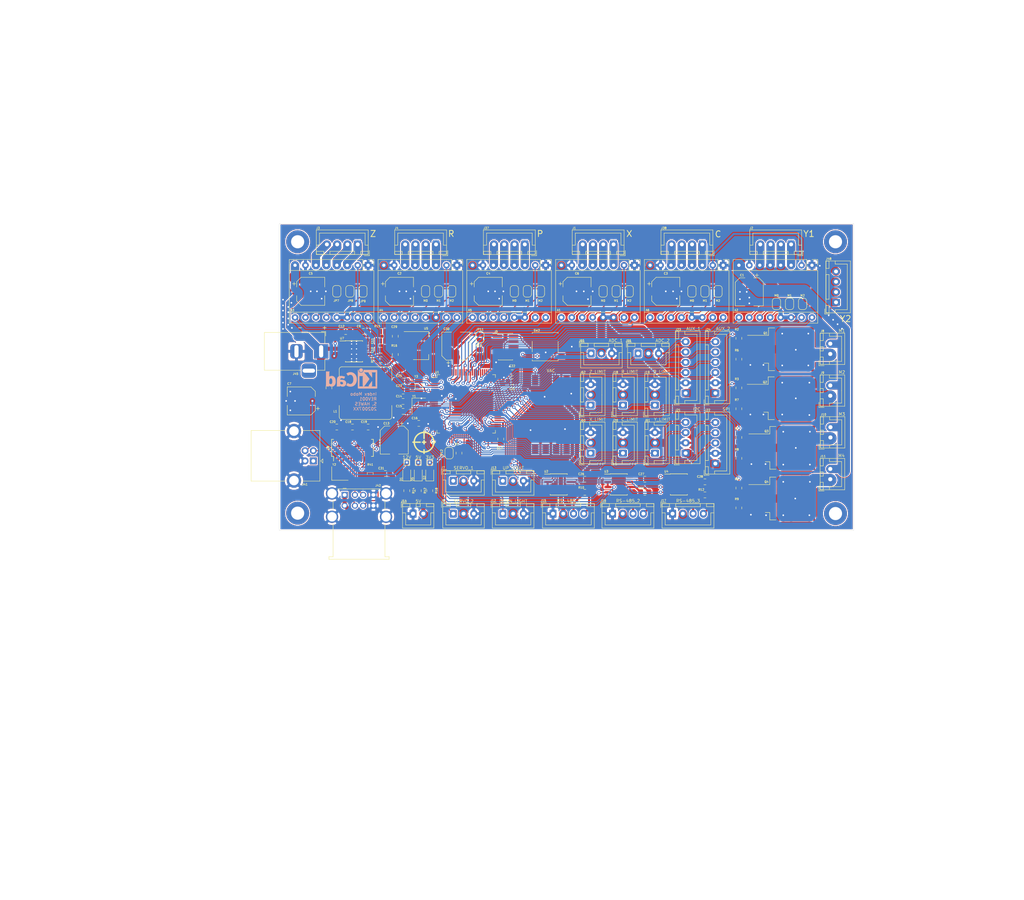
<source format=kicad_pcb>
(kicad_pcb (version 20171130) (host pcbnew "(5.1.7)-1")
  (layers (0 F.Cu signal hide) (31 B.Cu signal) (34 B.Paste user hide) (35 F.Paste user hide) (36 B.SilkS user hide) (37 F.SilkS user hide) (38 B.Mask user hide) (39 F.Mask user hide) (44 Edge.Cuts user))
  (net 0 "")
  (net 1 GND)
  (net 2 "Net-(A1-Pad3)")
  (net 3 "Net-(A1-Pad4)")
  (net 4 "Net-(A1-Pad5)")
  (net 5 "Net-(A1-Pad6)")
  (net 6 "Net-(A2-Pad3)")
  (net 7 "Net-(A2-Pad4)")
  (net 8 "Net-(A2-Pad5)")
  (net 9 "Net-(A2-Pad6)")
  (net 10 "Net-(A3-Pad3)")
  (net 11 "Net-(A3-Pad4)")
  (net 12 "Net-(A3-Pad5)")
  (net 13 "Net-(A3-Pad6)")
  (net 14 "Net-(A4-Pad6)")
  (net 15 "Net-(A4-Pad5)")
  (net 16 "Net-(A4-Pad4)")
  (net 17 "Net-(A4-Pad3)")
  (net 18 "Net-(A5-Pad6)")
  (net 19 "Net-(A5-Pad5)")
  (net 20 "Net-(A5-Pad4)")
  (net 21 "Net-(A5-Pad3)")
  (net 22 "Net-(A6-Pad6)")
  (net 23 "Net-(A6-Pad5)")
  (net 24 "Net-(A6-Pad4)")
  (net 25 "Net-(A6-Pad3)")
  (net 26 "Net-(C9-Pad2)")
  (net 27 "Net-(C10-Pad2)")
  (net 28 "Net-(C11-Pad1)")
  (net 29 "Net-(C12-Pad2)")
  (net 30 "Net-(C12-Pad1)")
  (net 31 "Net-(R16-Pad2)")
  (net 32 SCK)
  (net 33 SDA)
  (net 34 RESET)
  (net 35 "Net-(C15-Pad1)")
  (net 36 33)
  (net 37 18)
  (net 38 "Net-(C21-Pad1)")
  (net 39 "Net-(C23-Pad1)")
  (net 40 "Net-(D5-Pad1)")
  (net 41 MD-)
  (net 42 MD+)
  (net 43 1D-)
  (net 44 1D+)
  (net 45 2D+)
  (net 46 2D-)
  (net 47 3D-)
  (net 48 3D+)
  (net 49 "Net-(Q1-Pad1)")
  (net 50 "Net-(Q2-Pad1)")
  (net 51 "Net-(Q3-Pad1)")
  (net 52 "Net-(Q4-Pad1)")
  (net 53 "Net-(R41-Pad1)")
  (net 54 "Net-(U8-Pad2)")
  (net 55 "Net-(U8-Pad3)")
  (net 56 "Net-(U8-Pad17)")
  (net 57 "Net-(U8-Pad18)")
  (net 58 "Net-(U8-Pad19)")
  (net 59 "Net-(U8-Pad22)")
  (net 60 "Net-(U8-Pad23)")
  (net 61 "Net-(U8-Pad24)")
  (net 62 "Net-(U8-Pad25)")
  (net 63 "Net-(U8-Pad27)")
  (net 64 X_EN)
  (net 65 X_STEP)
  (net 66 X_DIR)
  (net 67 Y_EN)
  (net 68 Y_STEP)
  (net 69 Y_DIR)
  (net 70 Z_EN)
  (net 71 Z_STEP)
  (net 72 Z_DIR)
  (net 73 R_DIR)
  (net 74 R_STEP)
  (net 75 R_EN)
  (net 76 P_DIR)
  (net 77 P_STEP)
  (net 78 P_EN)
  (net 79 C_DIR)
  (net 80 C_STEP)
  (net 81 C_EN)
  (net 82 SERVO1_SIG)
  (net 83 SERVO2_SIG)
  (net 84 DOWNWARDS_LIGHT_SIG)
  (net 85 X_LIMIT)
  (net 86 Y_LIMIT)
  (net 87 Z_LIMIT)
  (net 88 VAC1_SIG)
  (net 89 VAC2_SIG)
  (net 90 ANALOG1)
  (net 91 ANALOG2)
  (net 92 UPWARDS_LIGHT_SIG)
  (net 93 MOSFET4_EN)
  (net 94 MOSFET1_EN)
  (net 95 MOSFET2_EN)
  (net 96 MOSFET3_EN)
  (net 97 +12V)
  (net 98 +5V)
  (net 99 "Net-(C14-Pad1)")
  (net 100 "Net-(C17-Pad1)")
  (net 101 +3V3)
  (net 102 "Net-(C25-Pad1)")
  (net 103 SWDIO)
  (net 104 SWCLK)
  (net 105 "Net-(J5-Pad6)")
  (net 106 "Net-(J5-Pad7)")
  (net 107 "Net-(J5-Pad8)")
  (net 108 VBUS)
  (net 109 "Net-(U1-Pad6)")
  (net 110 "Net-(U1-Pad23)")
  (net 111 485_2_RTS)
  (net 112 485_2_RXI)
  (net 113 485_2_TXO)
  (net 114 "Net-(U1-Pad29)")
  (net 115 CIPO)
  (net 116 COPI)
  (net 117 SCL)
  (net 118 485_3_RXI)
  (net 119 485_3_TXO)
  (net 120 "Net-(U1-Pad57)")
  (net 121 "Net-(U1-Pad58)")
  (net 122 485_3_RTS)
  (net 123 485_1_RTS)
  (net 124 485_1_RXI)
  (net 125 485_1_TXO)
  (net 126 uC_D-)
  (net 127 uC_D+)
  (net 128 "Net-(U1-Pad93)")
  (net 129 "Net-(U7-Pad7)")
  (net 130 R_LIMIT)
  (net 131 P_LIMIT)
  (net 132 C_LIMIT)
  (net 133 BOOT0)
  (net 134 BOOT1)
  (net 135 "Net-(D1-Pad1)")
  (net 136 "Net-(D2-Pad1)")
  (net 137 "Net-(J15-Pad3)")
  (net 138 "Net-(J15-Pad4)")
  (net 139 "Net-(J16-Pad4)")
  (net 140 "Net-(J16-Pad3)")
  (net 141 "Net-(J17-Pad3)")
  (net 142 "Net-(J17-Pad4)")
  (net 143 "Net-(A1-Pad10)")
  (net 144 "Net-(A1-Pad11)")
  (net 145 "Net-(A1-Pad12)")
  (net 146 "Net-(A2-Pad12)")
  (net 147 "Net-(A2-Pad11)")
  (net 148 "Net-(A2-Pad10)")
  (net 149 "Net-(A3-Pad12)")
  (net 150 "Net-(A3-Pad11)")
  (net 151 "Net-(A3-Pad10)")
  (net 152 "Net-(A4-Pad10)")
  (net 153 "Net-(A4-Pad11)")
  (net 154 "Net-(A4-Pad12)")
  (net 155 "Net-(A5-Pad12)")
  (net 156 "Net-(A5-Pad11)")
  (net 157 "Net-(A5-Pad10)")
  (net 158 "Net-(A6-Pad10)")
  (net 159 "Net-(A6-Pad11)")
  (net 160 "Net-(A6-Pad12)")
  (net 161 "Net-(U1-Pad96)")
  (net 162 "Net-(U1-Pad95)")
  (net 163 "Net-(U1-Pad80)")
  (net 164 "Net-(U1-Pad79)")
  (net 165 "Net-(U1-Pad78)")
  (net 166 "Net-(U1-Pad77)")
  (net 167 "Net-(J8-Pad1)")
  (net 168 "Net-(J9-Pad1)")
  (net 169 "Net-(J10-Pad1)")
  (net 170 "Net-(J11-Pad1)")
  (net 171 "Net-(U1-Pad98)")
  (net 172 "Net-(U1-Pad97)")
  (net 173 "Net-(U1-Pad46)")
  (net 174 "Net-(U6-Pad5)")
  (net 175 "Net-(U6-Pad7)")
  (net 176 "Net-(U1-Pad51)")
  (net 177 "Net-(U6-Pad8)")
  (net 178 "Net-(U6-Pad6)")
  (net 179 "Net-(U6-Pad1)")
  (net 180 AUX1-A2)
  (net 181 AUX1-A1)
  (net 182 AUX1-D2)
  (net 183 AUX1-D1)
  (net 184 AUX2-A2)
  (net 185 AUX2-A1)
  (net 186 AUX2-D2)
  (net 187 AUX2-D1)
  (module index:logo (layer F.Cu) (at 35.179 53.213)
    (fp_text reference G*** hide)
    (fp_text value LOGO hide)
  )
  (module Symbol:KiCad-Logo_5mm_SilkScreen (layer B.Cu) (at 17.526 38.227 180)
    (fp_text reference REF** hide)
    (fp_text value KiCad-Logo_5mm_SilkScreen hide)
  )
  (module Package_QFP:LQFP-100_14x14mm_P0.5mm (layer F.Cu) (at 45.438001 43.898001)
    (fp_text reference U1 (at -7.084001 -7.703001) (layer F.SilkS) (effects (font (size 0.5 0.5) (thickness 0.1))))
    (fp_text value STM32F407VETx)
    (pad 100 smd roundrect (at -6 -7.675) (size 0.3 1.6) (layers F.Cu F.Paste F.Mask) (net 101 +3V3))
    (pad 99 smd roundrect (at -5.5 -7.675) (size 0.3 1.6) (layers F.Cu F.Paste F.Mask) (net 1 GND))
    (pad 98 smd roundrect (at -5 -7.675) (size 0.3 1.6) (layers F.Cu F.Paste F.Mask) (net 171 "Net-(U1-Pad98)"))
    (pad 97 smd roundrect (at -4.5 -7.675) (size 0.3 1.6) (layers F.Cu F.Paste F.Mask) (net 172 "Net-(U1-Pad97)"))
    (pad 96 smd roundrect (at -4 -7.675) (size 0.3 1.6) (layers F.Cu F.Paste F.Mask) (net 161 "Net-(U1-Pad96)"))
    (pad 95 smd roundrect (at -3.5 -7.675) (size 0.3 1.6) (layers F.Cu F.Paste F.Mask) (net 162 "Net-(U1-Pad95)"))
    (pad 94 smd roundrect (at -3 -7.675) (size 0.3 1.6) (layers F.Cu F.Paste F.Mask) (net 133 BOOT0))
    (pad 93 smd roundrect (at -2.5 -7.675) (size 0.3 1.6) (layers F.Cu F.Paste F.Mask) (net 128 "Net-(U1-Pad93)"))
    (pad 92 smd roundrect (at -2 -7.675) (size 0.3 1.6) (layers F.Cu F.Paste F.Mask) (net 78 P_EN))
    (pad 91 smd roundrect (at -1.5 -7.675) (size 0.3 1.6) (layers F.Cu F.Paste F.Mask) (net 77 P_STEP))
    (pad 90 smd roundrect (at -1 -7.675) (size 0.3 1.6) (layers F.Cu F.Paste F.Mask) (net 76 P_DIR))
    (pad 89 smd roundrect (at -0.5 -7.675) (size 0.3 1.6) (layers F.Cu F.Paste F.Mask) (net 64 X_EN))
    (pad 88 smd roundrect (at 0 -7.675) (size 0.3 1.6) (layers F.Cu F.Paste F.Mask) (net 65 X_STEP))
    (pad 87 smd roundrect (at 0.5 -7.675) (size 0.3 1.6) (layers F.Cu F.Paste F.Mask) (net 66 X_DIR))
    (pad 86 smd roundrect (at 1 -7.675) (size 0.3 1.6) (layers F.Cu F.Paste F.Mask) (net 81 C_EN))
    (pad 85 smd roundrect (at 1.5 -7.675) (size 0.3 1.6) (layers F.Cu F.Paste F.Mask) (net 80 C_STEP))
    (pad 84 smd roundrect (at 2 -7.675) (size 0.3 1.6) (layers F.Cu F.Paste F.Mask) (net 79 C_DIR))
    (pad 83 smd roundrect (at 2.5 -7.675) (size 0.3 1.6) (layers F.Cu F.Paste F.Mask) (net 67 Y_EN))
    (pad 82 smd roundrect (at 3 -7.675) (size 0.3 1.6) (layers F.Cu F.Paste F.Mask) (net 68 Y_STEP))
    (pad 81 smd roundrect (at 3.5 -7.675) (size 0.3 1.6) (layers F.Cu F.Paste F.Mask) (net 69 Y_DIR))
    (pad 80 smd roundrect (at 4 -7.675) (size 0.3 1.6) (layers F.Cu F.Paste F.Mask) (net 163 "Net-(U1-Pad80)"))
    (pad 79 smd roundrect (at 4.5 -7.675) (size 0.3 1.6) (layers F.Cu F.Paste F.Mask) (net 164 "Net-(U1-Pad79)"))
    (pad 78 smd roundrect (at 5 -7.675) (size 0.3 1.6) (layers F.Cu F.Paste F.Mask) (net 165 "Net-(U1-Pad78)"))
    (pad 77 smd roundrect (at 5.5 -7.675) (size 0.3 1.6) (layers F.Cu F.Paste F.Mask) (net 166 "Net-(U1-Pad77)"))
    (pad 76 smd roundrect (at 6 -7.675) (size 0.3 1.6) (layers F.Cu F.Paste F.Mask) (net 104 SWCLK))
    (pad 75 smd roundrect (at 7.675 -6) (size 1.6 0.3) (layers F.Cu F.Paste F.Mask) (net 101 +3V3))
    (pad 74 smd roundrect (at 7.675 -5.5) (size 1.6 0.3) (layers F.Cu F.Paste F.Mask) (net 1 GND))
    (pad 73 smd roundrect (at 7.675 -5) (size 1.6 0.3) (layers F.Cu F.Paste F.Mask) (net 38 "Net-(C21-Pad1)"))
    (pad 72 smd roundrect (at 7.675 -4.5) (size 1.6 0.3) (layers F.Cu F.Paste F.Mask) (net 103 SWDIO))
    (pad 71 smd roundrect (at 7.675 -4) (size 1.6 0.3) (layers F.Cu F.Paste F.Mask) (net 127 uC_D+))
    (pad 70 smd roundrect (at 7.675 -3.5) (size 1.6 0.3) (layers F.Cu F.Paste F.Mask) (net 126 uC_D-))
    (pad 69 smd roundrect (at 7.675 -3) (size 1.6 0.3) (layers F.Cu F.Paste F.Mask) (net 119 485_3_TXO))
    (pad 68 smd roundrect (at 7.675 -2.5) (size 1.6 0.3) (layers F.Cu F.Paste F.Mask) (net 118 485_3_RXI))
    (pad 67 smd roundrect (at 7.675 -2) (size 1.6 0.3) (layers F.Cu F.Paste F.Mask) (net 122 485_3_RTS))
    (pad 66 smd roundrect (at 7.675 -1.5) (size 1.6 0.3) (layers F.Cu F.Paste F.Mask) (net 87 Z_LIMIT))
    (pad 65 smd roundrect (at 7.675 -1) (size 1.6 0.3) (layers F.Cu F.Paste F.Mask) (net 130 R_LIMIT))
    (pad 64 smd roundrect (at 7.675 -0.5) (size 1.6 0.3) (layers F.Cu F.Paste F.Mask) (net 131 P_LIMIT))
    (pad 63 smd roundrect (at 7.675 0) (size 1.6 0.3) (layers F.Cu F.Paste F.Mask) (net 94 MOSFET1_EN))
    (pad 62 smd roundrect (at 7.675 0.5) (size 1.6 0.3) (layers F.Cu F.Paste F.Mask) (net 95 MOSFET2_EN))
    (pad 61 smd roundrect (at 7.675 1) (size 1.6 0.3) (layers F.Cu F.Paste F.Mask) (net 96 MOSFET3_EN))
    (pad 60 smd roundrect (at 7.675 1.5) (size 1.6 0.3) (layers F.Cu F.Paste F.Mask) (net 93 MOSFET4_EN))
    (pad 59 smd roundrect (at 7.675 2) (size 1.6 0.3) (layers F.Cu F.Paste F.Mask) (net 123 485_1_RTS))
    (pad 58 smd roundrect (at 7.675 2.5) (size 1.6 0.3) (layers F.Cu F.Paste F.Mask) (net 121 "Net-(U1-Pad58)"))
    (pad 57 smd roundrect (at 7.675 3) (size 1.6 0.3) (layers F.Cu F.Paste F.Mask) (net 120 "Net-(U1-Pad57)"))
    (pad 56 smd roundrect (at 7.675 3.5) (size 1.6 0.3) (layers F.Cu F.Paste F.Mask) (net 125 485_1_TXO))
    (pad 55 smd roundrect (at 7.675 4) (size 1.6 0.3) (layers F.Cu F.Paste F.Mask) (net 124 485_1_RXI))
    (pad 54 smd roundrect (at 7.675 4.5) (size 1.6 0.3) (layers F.Cu F.Paste F.Mask) (net 85 X_LIMIT))
    (pad 53 smd roundrect (at 7.675 5) (size 1.6 0.3) (layers F.Cu F.Paste F.Mask) (net 132 C_LIMIT))
    (pad 52 smd roundrect (at 7.675 5.5) (size 1.6 0.3) (layers F.Cu F.Paste F.Mask) (net 86 Y_LIMIT))
    (pad 51 smd roundrect (at 7.675 6) (size 1.6 0.3) (layers F.Cu F.Paste F.Mask) (net 176 "Net-(U1-Pad51)"))
    (pad 50 smd roundrect (at 6 7.675) (size 0.3 1.6) (layers F.Cu F.Paste F.Mask) (net 101 +3V3))
    (pad 49 smd roundrect (at 5.5 7.675) (size 0.3 1.6) (layers F.Cu F.Paste F.Mask) (net 100 "Net-(C17-Pad1)"))
    (pad 48 smd roundrect (at 5 7.675) (size 0.3 1.6) (layers F.Cu F.Paste F.Mask) (net 33 SDA))
    (pad 47 smd roundrect (at 4.5 7.675) (size 0.3 1.6) (layers F.Cu F.Paste F.Mask) (net 117 SCL))
    (pad 46 smd roundrect (at 4 7.675) (size 0.3 1.6) (layers F.Cu F.Paste F.Mask) (net 173 "Net-(U1-Pad46)"))
    (pad 45 smd roundrect (at 3.5 7.675) (size 0.3 1.6) (layers F.Cu F.Paste F.Mask) (net 92 UPWARDS_LIGHT_SIG))
    (pad 44 smd roundrect (at 3 7.675) (size 0.3 1.6) (layers F.Cu F.Paste F.Mask) (net 84 DOWNWARDS_LIGHT_SIG))
    (pad 43 smd roundrect (at 2.5 7.675) (size 0.3 1.6) (layers F.Cu F.Paste F.Mask) (net 83 SERVO2_SIG))
    (pad 42 smd roundrect (at 2 7.675) (size 0.3 1.6) (layers F.Cu F.Paste F.Mask) (net 82 SERVO1_SIG))
    (pad 41 smd roundrect (at 1.5 7.675) (size 0.3 1.6) (layers F.Cu F.Paste F.Mask) (net 187 AUX2-D1))
    (pad 40 smd roundrect (at 1 7.675) (size 0.3 1.6) (layers F.Cu F.Paste F.Mask) (net 183 AUX1-D1))
    (pad 39 smd roundrect (at 0.5 7.675) (size 0.3 1.6) (layers F.Cu F.Paste F.Mask) (net 186 AUX2-D2))
    (pad 38 smd roundrect (at 0 7.675) (size 0.3 1.6) (layers F.Cu F.Paste F.Mask) (net 182 AUX1-D2))
    (pad 37 smd roundrect (at -0.5 7.675) (size 0.3 1.6) (layers F.Cu F.Paste F.Mask) (net 134 BOOT1))
    (pad 36 smd roundrect (at -1 7.675) (size 0.3 1.6) (layers F.Cu F.Paste F.Mask) (net 185 AUX2-A1))
    (pad 35 smd roundrect (at -1.5 7.675) (size 0.3 1.6) (layers F.Cu F.Paste F.Mask) (net 181 AUX1-A1))
    (pad 34 smd roundrect (at -2 7.675) (size 0.3 1.6) (layers F.Cu F.Paste F.Mask) (net 184 AUX2-A2))
    (pad 33 smd roundrect (at -2.5 7.675) (size 0.3 1.6) (layers F.Cu F.Paste F.Mask) (net 180 AUX1-A2))
    (pad 32 smd roundrect (at -3 7.675) (size 0.3 1.6) (layers F.Cu F.Paste F.Mask) (net 116 COPI))
    (pad 31 smd roundrect (at -3.5 7.675) (size 0.3 1.6) (layers F.Cu F.Paste F.Mask) (net 115 CIPO))
    (pad 30 smd roundrect (at -4 7.675) (size 0.3 1.6) (layers F.Cu F.Paste F.Mask) (net 32 SCK))
    (pad 29 smd roundrect (at -4.5 7.675) (size 0.3 1.6) (layers F.Cu F.Paste F.Mask) (net 114 "Net-(U1-Pad29)"))
    (pad 28 smd roundrect (at -5 7.675) (size 0.3 1.6) (layers F.Cu F.Paste F.Mask) (net 101 +3V3))
    (pad 27 smd roundrect (at -5.5 7.675) (size 0.3 1.6) (layers F.Cu F.Paste F.Mask) (net 1 GND))
    (pad 26 smd roundrect (at -6 7.675) (size 0.3 1.6) (layers F.Cu F.Paste F.Mask) (net 113 485_2_TXO))
    (pad 25 smd roundrect (at -7.675 6) (size 1.6 0.3) (layers F.Cu F.Paste F.Mask) (net 112 485_2_RXI))
    (pad 24 smd roundrect (at -7.675 5.5) (size 1.6 0.3) (layers F.Cu F.Paste F.Mask) (net 111 485_2_RTS))
    (pad 23 smd roundrect (at -7.675 5) (size 1.6 0.3) (layers F.Cu F.Paste F.Mask) (net 110 "Net-(U1-Pad23)"))
    (pad 22 smd roundrect (at -7.675 4.5) (size 1.6 0.3) (layers F.Cu F.Paste F.Mask) (net 101 +3V3))
    (pad 21 smd roundrect (at -7.675 4) (size 1.6 0.3) (layers F.Cu F.Paste F.Mask) (net 101 +3V3))
    (pad 20 smd roundrect (at -7.675 3.5) (size 1.6 0.3) (layers F.Cu F.Paste F.Mask) (net 1 GND))
    (pad 19 smd roundrect (at -7.675 3) (size 1.6 0.3) (layers F.Cu F.Paste F.Mask) (net 101 +3V3))
    (pad 18 smd roundrect (at -7.675 2.5) (size 1.6 0.3) (layers F.Cu F.Paste F.Mask) (net 91 ANALOG2))
    (pad 17 smd roundrect (at -7.675 2) (size 1.6 0.3) (layers F.Cu F.Paste F.Mask) (net 90 ANALOG1))
    (pad 16 smd roundrect (at -7.675 1.5) (size 1.6 0.3) (layers F.Cu F.Paste F.Mask) (net 89 VAC2_SIG))
    (pad 15 smd roundrect (at -7.675 1) (size 1.6 0.3) (layers F.Cu F.Paste F.Mask) (net 88 VAC1_SIG))
    (pad 14 smd roundrect (at -7.675 0.5) (size 1.6 0.3) (layers F.Cu F.Paste F.Mask) (net 34 RESET))
    (pad 13 smd roundrect (at -7.675 0) (size 1.6 0.3) (layers F.Cu F.Paste F.Mask) (net 35 "Net-(C15-Pad1)"))
    (pad 12 smd roundrect (at -7.675 -0.5) (size 1.6 0.3) (layers F.Cu F.Paste F.Mask) (net 99 "Net-(C14-Pad1)"))
    (pad 11 smd roundrect (at -7.675 -1) (size 1.6 0.3) (layers F.Cu F.Paste F.Mask) (net 101 +3V3))
    (pad 10 smd roundrect (at -7.675 -1.5) (size 1.6 0.3) (layers F.Cu F.Paste F.Mask) (net 1 GND))
    (pad 9 smd roundrect (at -7.675 -2) (size 1.6 0.3) (layers F.Cu F.Paste F.Mask) (net 39 "Net-(C23-Pad1)"))
    (pad 8 smd roundrect (at -7.675 -2.5) (size 1.6 0.3) (layers F.Cu F.Paste F.Mask) (net 102 "Net-(C25-Pad1)"))
    (pad 7 smd roundrect (at -7.675 -3) (size 1.6 0.3) (layers F.Cu F.Paste F.Mask) (net 70 Z_EN))
    (pad 6 smd roundrect (at -7.675 -3.5) (size 1.6 0.3) (layers F.Cu F.Paste F.Mask) (net 109 "Net-(U1-Pad6)"))
    (pad 5 smd roundrect (at -7.675 -4) (size 1.6 0.3) (layers F.Cu F.Paste F.Mask) (net 71 Z_STEP))
    (pad 4 smd roundrect (at -7.675 -4.5) (size 1.6 0.3) (layers F.Cu F.Paste F.Mask) (net 72 Z_DIR))
    (pad 3 smd roundrect (at -7.675 -5) (size 1.6 0.3) (layers F.Cu F.Paste F.Mask) (net 75 R_EN))
    (pad 2 smd roundrect (at -7.675 -5.5) (size 1.6 0.3) (layers F.Cu F.Paste F.Mask) (net 74 R_STEP))
    (pad 1 smd roundrect (at -7.675 -6) (size 1.6 0.3) (layers F.Cu F.Paste F.Mask) (net 73 R_DIR))
  )
  (module Connector_BarrelJack:BarrelJack_Horizontal (layer F.Cu) (at 10.16 31.115)
    (fp_text reference J45 (at -6.223 5.461) (layer F.SilkS) (effects (font (size 0.5 0.5) (thickness 0.1))))
    (fp_text value Jack-DC)
    (pad 3 thru_hole roundrect (at -3 4.7) (size 3.5 3.5) (drill oval 3 1) (layers *.Cu *.Mask))
    (pad 2 thru_hole roundrect (at -6 0) (size 3 3.5) (drill oval 1 3) (layers *.Cu *.Mask) (net 1 GND))
    (pad 1 thru_hole rect (at 0 0) (size 3.5 3.5) (drill oval 1 3) (layers *.Cu *.Mask) (net 97 +12V))
  )
  (module Connector_PinHeader_1.27mm:PinHeader_2x05_P1.27mm_Vertical_SMD (layer F.Cu) (at 54.991 29.972)
    (fp_text reference J5 (at -2.286 -3.683) (layer F.SilkS) (effects (font (size 0.5 0.5) (thickness 0.1))))
    (fp_text value Conn_ARM_JTAG_SWD_10)
    (pad 10 smd rect (at 1.95 2.54) (size 2.4 0.74) (layers F.Cu F.Paste F.Mask) (net 34 RESET))
    (pad 9 smd rect (at -1.95 2.54) (size 2.4 0.74) (layers F.Cu F.Paste F.Mask) (net 1 GND))
    (pad 8 smd rect (at 1.95 1.27) (size 2.4 0.74) (layers F.Cu F.Paste F.Mask) (net 107 "Net-(J5-Pad8)"))
    (pad 7 smd rect (at -1.95 1.27) (size 2.4 0.74) (layers F.Cu F.Paste F.Mask) (net 106 "Net-(J5-Pad7)"))
    (pad 6 smd rect (at 1.95 0) (size 2.4 0.74) (layers F.Cu F.Paste F.Mask) (net 105 "Net-(J5-Pad6)"))
    (pad 5 smd rect (at -1.95 0) (size 2.4 0.74) (layers F.Cu F.Paste F.Mask) (net 1 GND))
    (pad 4 smd rect (at 1.95 -1.27) (size 2.4 0.74) (layers F.Cu F.Paste F.Mask) (net 104 SWCLK))
    (pad 3 smd rect (at -1.95 -1.27) (size 2.4 0.74) (layers F.Cu F.Paste F.Mask) (net 1 GND))
    (pad 2 smd rect (at 1.95 -2.54) (size 2.4 0.74) (layers F.Cu F.Paste F.Mask) (net 103 SWDIO))
    (pad 1 smd rect (at -1.95 -2.54) (size 2.4 0.74) (layers F.Cu F.Paste F.Mask) (net 101 +3V3))
  )
  (module Connector_JST:JST_XH_B6B-XH-A_1x06_P2.50mm_Vertical (layer F.Cu) (at 106.045 41.275 90)
    (fp_text reference J24 (at 15.475 -1.845 180) (layer F.SilkS) (effects (font (size 0.5 0.5) (thickness 0.1))))
    (fp_text value AUX2)
    (pad 6 thru_hole oval (at 12.5 0 90) (size 1.7 1.95) (drill 0.95) (layers *.Cu *.Mask) (net 184 AUX2-A2))
    (pad 5 thru_hole oval (at 10 0 90) (size 1.7 1.95) (drill 0.95) (layers *.Cu *.Mask) (net 185 AUX2-A1))
    (pad 4 thru_hole oval (at 7.5 0 90) (size 1.7 1.95) (drill 0.95) (layers *.Cu *.Mask) (net 186 AUX2-D2))
    (pad 3 thru_hole oval (at 5 0 90) (size 1.7 1.95) (drill 0.95) (layers *.Cu *.Mask) (net 187 AUX2-D1))
    (pad 2 thru_hole oval (at 2.5 0 90) (size 1.7 1.95) (drill 0.95) (layers *.Cu *.Mask) (net 1 GND))
    (pad 1 thru_hole roundrect (at 0 0 90) (size 1.7 1.95) (drill 0.95) (layers *.Cu *.Mask) (roundrect_rratio 0.147059) (net 98 +5V))
  )
  (module Connector_JST:JST_XH_B6B-XH-A_1x06_P2.50mm_Vertical (layer F.Cu) (at 98.806 41.275 90)
    (fp_text reference J23 (at 15.475 -1.806 180) (layer F.SilkS) (effects (font (size 0.5 0.5) (thickness 0.1))))
    (fp_text value AUX1)
    (pad 6 thru_hole oval (at 12.5 0 90) (size 1.7 1.95) (drill 0.95) (layers *.Cu *.Mask) (net 180 AUX1-A2))
    (pad 5 thru_hole oval (at 10 0 90) (size 1.7 1.95) (drill 0.95) (layers *.Cu *.Mask) (net 181 AUX1-A1))
    (pad 4 thru_hole oval (at 7.5 0 90) (size 1.7 1.95) (drill 0.95) (layers *.Cu *.Mask) (net 182 AUX1-D2))
    (pad 3 thru_hole oval (at 5 0 90) (size 1.7 1.95) (drill 0.95) (layers *.Cu *.Mask) (net 183 AUX1-D1))
    (pad 2 thru_hole oval (at 2.5 0 90) (size 1.7 1.95) (drill 0.95) (layers *.Cu *.Mask) (net 1 GND))
    (pad 1 thru_hole roundrect (at 0 0 90) (size 1.7 1.95) (drill 0.95) (layers *.Cu *.Mask) (roundrect_rratio 0.147059) (net 98 +5V))
  )
  (module Connector_JST:JST_XH_B5B-XH-A_1x05_P2.50mm_Vertical (layer F.Cu) (at 106.045 58.42 90)
    (fp_text reference J22 (at 13.02 -1.905 180) (layer F.SilkS) (effects (font (size 0.5 0.5) (thickness 0.1))))
    (fp_text value SPI)
    (pad 5 thru_hole oval (at 10 0 90) (size 1.7 1.95) (drill 0.95) (layers *.Cu *.Mask) (net 32 SCK))
    (pad 4 thru_hole oval (at 7.5 0 90) (size 1.7 1.95) (drill 0.95) (layers *.Cu *.Mask) (net 115 CIPO))
    (pad 3 thru_hole oval (at 5 0 90) (size 1.7 1.95) (drill 0.95) (layers *.Cu *.Mask) (net 116 COPI))
    (pad 2 thru_hole oval (at 2.5 0 90) (size 1.7 1.95) (drill 0.95) (layers *.Cu *.Mask) (net 1 GND))
    (pad 1 thru_hole roundrect (at 0 0 90) (size 1.7 1.95) (drill 0.95) (layers *.Cu *.Mask) (roundrect_rratio 0.147059) (net 98 +5V))
  )
  (module Connector_JST:JST_XH_B4B-XH-A_1x04_P2.50mm_Vertical (layer F.Cu) (at 98.806 55.88 90)
    (fp_text reference J21 (at 10.48 -1.905 180) (layer F.SilkS) (effects (font (size 0.5 0.5) (thickness 0.1))))
    (fp_text value I2C)
    (pad 4 thru_hole oval (at 7.5 0 90) (size 1.7 1.95) (drill 0.95) (layers *.Cu *.Mask) (net 117 SCL))
    (pad 3 thru_hole oval (at 5 0 90) (size 1.7 1.95) (drill 0.95) (layers *.Cu *.Mask) (net 33 SDA))
    (pad 2 thru_hole oval (at 2.5 0 90) (size 1.7 1.95) (drill 0.95) (layers *.Cu *.Mask) (net 1 GND))
    (pad 1 thru_hole roundrect (at 0 0 90) (size 1.7 1.95) (drill 0.95) (layers *.Cu *.Mask) (roundrect_rratio 0.147059) (net 98 +5V))
  )
  (module TestPoint:TestPoint_THTPad_1.0x1.0mm_Drill0.5mm (layer F.Cu) (at 30.988 58.166)
    (fp_text reference TP1 hide)
    (fp_text value 12V_TP)
    (pad 1 thru_hole rect (at 0 0) (size 1 1) (drill 0.5) (layers *.Cu *.Mask) (net 97 +12V))
  )
  (module TestPoint:TestPoint_THTPad_1.0x1.0mm_Drill0.5mm (layer F.Cu) (at 33.782 58.166)
    (fp_text reference TP3 hide)
    (fp_text value 5V_TP)
    (pad 1 thru_hole rect (at 0 0) (size 1 1) (drill 0.5) (layers *.Cu *.Mask) (net 98 +5V))
  )
  (module TestPoint:TestPoint_THTPad_1.0x1.0mm_Drill0.5mm (layer F.Cu) (at 36.576 58.166)
    (fp_text reference TP2 hide)
    (fp_text value 3V3_TP)
    (pad 1 thru_hole rect (at 0 0) (size 1 1) (drill 0.5) (layers *.Cu *.Mask) (net 101 +3V3))
  )
  (module Capacitor_SMD:CP_Elec_6.3x7.7 (layer F.Cu) (at 42.926 29.845 90)
    (fp_text reference C30 (at 4.191 -2.286 180) (layer F.SilkS) (effects (font (size 0.5 0.5) (thickness 0.1))))
    (fp_text value 100uF)
    (pad 2 smd roundrect (at 2.7 0 90) (size 3.5 1.6) (layers F.Cu F.Paste F.Mask) (roundrect_rratio 0.15625) (net 1 GND))
    (pad 1 smd roundrect (at -2.7 0 90) (size 3.5 1.6) (layers F.Cu F.Paste F.Mask) (roundrect_rratio 0.15625) (net 101 +3V3))
  )
  (module Capacitor_SMD:CP_Elec_6.3x7.7 (layer F.Cu) (at 27.94 52.705 270)
    (fp_text reference C13 (at -4.064 1.905 180) (layer F.SilkS) (effects (font (size 0.5 0.5) (thickness 0.1))))
    (fp_text value 100uF)
    (pad 2 smd roundrect (at 2.7 0 270) (size 3.5 1.6) (layers F.Cu F.Paste F.Mask) (roundrect_rratio 0.15625) (net 1 GND))
    (pad 1 smd roundrect (at -2.7 0 270) (size 3.5 1.6) (layers F.Cu F.Paste F.Mask) (roundrect_rratio 0.15625) (net 98 +5V))
  )
  (module Capacitor_SMD:CP_Elec_6.3x7.7 (layer F.Cu) (at 5.334 43.18 180)
    (fp_text reference C7 (at 2.921 4.191) (layer F.SilkS) (effects (font (size 0.5 0.5) (thickness 0.1))))
    (fp_text value 100uF)
    (pad 2 smd roundrect (at 2.7 0 180) (size 3.5 1.6) (layers F.Cu F.Paste F.Mask) (roundrect_rratio 0.15625) (net 1 GND))
    (pad 1 smd roundrect (at -2.7 0 180) (size 3.5 1.6) (layers F.Cu F.Paste F.Mask) (roundrect_rratio 0.15625) (net 97 +12V))
  )
  (module Capacitor_SMD:CP_Elec_6.3x7.7 (layer F.Cu) (at 72.39 16.51)
    (fp_text reference C6 (at 0 -4.35) (layer F.SilkS) (effects (font (size 0.5 0.5) (thickness 0.1))))
    (fp_text value 100uF)
    (pad 2 smd roundrect (at 2.7 0) (size 3.5 1.6) (layers F.Cu F.Paste F.Mask) (roundrect_rratio 0.15625) (net 1 GND))
    (pad 1 smd roundrect (at -2.7 0) (size 3.5 1.6) (layers F.Cu F.Paste F.Mask) (roundrect_rratio 0.15625) (net 97 +12V))
  )
  (module Capacitor_SMD:CP_Elec_6.3x7.7 (layer F.Cu) (at 7.62 16.51)
    (fp_text reference C5 (at 0 -4.35) (layer F.SilkS) (effects (font (size 0.5 0.5) (thickness 0.1))))
    (fp_text value 100uF)
    (pad 2 smd roundrect (at 2.7 0) (size 3.5 1.6) (layers F.Cu F.Paste F.Mask) (roundrect_rratio 0.15625) (net 1 GND))
    (pad 1 smd roundrect (at -2.7 0) (size 3.5 1.6) (layers F.Cu F.Paste F.Mask) (roundrect_rratio 0.15625) (net 97 +12V))
  )
  (module Capacitor_SMD:CP_Elec_6.3x7.7 (layer F.Cu) (at 50.8 16.51)
    (fp_text reference C4 (at 0 -4.35) (layer F.SilkS) (effects (font (size 0.5 0.5) (thickness 0.1))))
    (fp_text value 100uF)
    (pad 2 smd roundrect (at 2.7 0) (size 3.5 1.6) (layers F.Cu F.Paste F.Mask) (roundrect_rratio 0.15625) (net 1 GND))
    (pad 1 smd roundrect (at -2.7 0) (size 3.5 1.6) (layers F.Cu F.Paste F.Mask) (roundrect_rratio 0.15625) (net 97 +12V))
  )
  (module Capacitor_SMD:CP_Elec_6.3x7.7 (layer F.Cu) (at 93.98 16.51)
    (fp_text reference C3 (at 0 -4.35) (layer F.SilkS) (effects (font (size 0.5 0.5) (thickness 0.1))))
    (fp_text value 100uF)
    (pad 2 smd roundrect (at 2.7 0) (size 3.5 1.6) (layers F.Cu F.Paste F.Mask) (roundrect_rratio 0.15625) (net 1 GND))
    (pad 1 smd roundrect (at -2.7 0) (size 3.5 1.6) (layers F.Cu F.Paste F.Mask) (roundrect_rratio 0.15625) (net 97 +12V))
  )
  (module Capacitor_SMD:CP_Elec_6.3x7.7 (layer F.Cu) (at 29.21 16.51)
    (fp_text reference C2 (at 0 -4.35) (layer F.SilkS) (effects (font (size 0.5 0.5) (thickness 0.1))))
    (fp_text value 100uF)
    (pad 2 smd roundrect (at 2.7 0) (size 3.5 1.6) (layers F.Cu F.Paste F.Mask) (roundrect_rratio 0.15625) (net 1 GND))
    (pad 1 smd roundrect (at -2.7 0) (size 3.5 1.6) (layers F.Cu F.Paste F.Mask) (roundrect_rratio 0.15625) (net 97 +12V))
  )
  (module Capacitor_SMD:CP_Elec_6.3x7.7 (layer F.Cu) (at 114.3 16.637 270)
    (fp_text reference C1 (at -4.064 1.778 180) (layer F.SilkS) (effects (font (size 0.5 0.5) (thickness 0.1))))
    (fp_text value 100uF)
    (pad 2 smd roundrect (at 2.7 0 270) (size 3.5 1.6) (layers F.Cu F.Paste F.Mask) (roundrect_rratio 0.15625) (net 1 GND))
    (pad 1 smd roundrect (at -2.7 0 270) (size 3.5 1.6) (layers F.Cu F.Paste F.Mask) (roundrect_rratio 0.15625) (net 97 +12V))
  )
  (module Capacitor_SMD:C_0805_2012Metric_Pad1.15x1.40mm_HandSolder (layer F.Cu) (at 12.065 40.005 270)
    (fp_text reference C8 (at -2.286 0.254 180) (layer F.SilkS) (effects (font (size 0.5 0.5) (thickness 0.1))))
    (fp_text value 0.1uF)
    (pad 2 smd roundrect (at 1.025 0 270) (size 1.15 1.4) (layers F.Cu F.Paste F.Mask) (roundrect_rratio 0.217391) (net 1 GND))
    (pad 1 smd roundrect (at -1.025 0 270) (size 1.15 1.4) (layers F.Cu F.Paste F.Mask) (roundrect_rratio 0.217391) (net 97 +12V))
  )
  (module Capacitor_SMD:C_0805_2012Metric_Pad1.15x1.40mm_HandSolder (layer F.Cu) (at 20.447 26.289)
    (fp_text reference C9 (at -1.143 -1.27) (layer F.SilkS) (effects (font (size 0.5 0.5) (thickness 0.1))))
    (fp_text value 0.01uF)
    (pad 2 smd roundrect (at 1.025 0) (size 1.15 1.4) (layers F.Cu F.Paste F.Mask) (roundrect_rratio 0.217391) (net 26 "Net-(C9-Pad2)"))
    (pad 1 smd roundrect (at -1.025 0) (size 1.15 1.4) (layers F.Cu F.Paste F.Mask) (roundrect_rratio 0.217391) (net 1 GND))
  )
  (module Capacitor_SMD:C_0805_2012Metric_Pad1.15x1.40mm_HandSolder (layer F.Cu) (at 24.765 30.861 180)
    (fp_text reference C10 (at 2.165 0.061 90) (layer F.SilkS) (effects (font (size 0.5 0.5) (thickness 0.1))))
    (fp_text value 120pF)
    (pad 1 smd roundrect (at -1.025 0 180) (size 1.15 1.4) (layers F.Cu F.Paste F.Mask) (roundrect_rratio 0.217391) (net 1 GND))
    (pad 2 smd roundrect (at 1.025 0 180) (size 1.15 1.4) (layers F.Cu F.Paste F.Mask) (roundrect_rratio 0.217391) (net 27 "Net-(C10-Pad2)"))
  )
  (module Capacitor_SMD:C_0805_2012Metric_Pad1.15x1.40mm_HandSolder (layer F.Cu) (at 24.765 28.575 180)
    (fp_text reference C11 (at 2.165 -0.025 90) (layer F.SilkS) (effects (font (size 0.5 0.5) (thickness 0.1))))
    (fp_text value 0.01uF)
    (pad 1 smd roundrect (at -1.025 0 180) (size 1.15 1.4) (layers F.Cu F.Paste F.Mask) (roundrect_rratio 0.217391) (net 28 "Net-(C11-Pad1)"))
    (pad 2 smd roundrect (at 1.025 0 180) (size 1.15 1.4) (layers F.Cu F.Paste F.Mask) (roundrect_rratio 0.217391) (net 27 "Net-(C10-Pad2)"))
  )
  (module Capacitor_SMD:C_0805_2012Metric_Pad1.15x1.40mm_HandSolder (layer F.Cu) (at 16.129 26.289)
    (fp_text reference C12 (at -1.016 -1.27) (layer F.SilkS) (effects (font (size 0.5 0.5) (thickness 0.1))))
    (fp_text value 0.1uF)
    (pad 2 smd roundrect (at 1.025 0) (size 1.15 1.4) (layers F.Cu F.Paste F.Mask) (roundrect_rratio 0.217391) (net 29 "Net-(C12-Pad2)"))
    (pad 1 smd roundrect (at -1.025 0) (size 1.15 1.4) (layers F.Cu F.Paste F.Mask) (roundrect_rratio 0.217391) (net 30 "Net-(C12-Pad1)"))
  )
  (module Capacitor_SMD:C_0805_2012Metric_Pad1.15x1.40mm_HandSolder (layer F.Cu) (at 30.09 43.307 180)
    (fp_text reference C14 (at 1.007 1.27) (layer F.SilkS) (effects (font (size 0.5 0.5) (thickness 0.1))))
    (fp_text value 22pF)
    (pad 2 smd roundrect (at 1.025 0 180) (size 1.15 1.4) (layers F.Cu F.Paste F.Mask) (roundrect_rratio 0.217391) (net 1 GND))
    (pad 1 smd roundrect (at -1.025 0 180) (size 1.15 1.4) (layers F.Cu F.Paste F.Mask) (roundrect_rratio 0.217391) (net 99 "Net-(C14-Pad1)"))
  )
  (module Capacitor_SMD:C_0805_2012Metric_Pad1.15x1.40mm_HandSolder (layer F.Cu) (at 30.09 45.72 180)
    (fp_text reference C15 (at 1.007 1.27) (layer F.SilkS) (effects (font (size 0.5 0.5) (thickness 0.1))))
    (fp_text value 22pF)
    (pad 1 smd roundrect (at -1.025 0 180) (size 1.15 1.4) (layers F.Cu F.Paste F.Mask) (roundrect_rratio 0.217391) (net 35 "Net-(C15-Pad1)"))
    (pad 2 smd roundrect (at 1.025 0 180) (size 1.15 1.4) (layers F.Cu F.Paste F.Mask) (roundrect_rratio 0.217391) (net 1 GND))
  )
  (module Capacitor_SMD:C_0805_2012Metric_Pad1.15x1.40mm_HandSolder (layer F.Cu) (at 33.909 48.641 180)
    (fp_text reference C16 (at 1.016 1.27) (layer F.SilkS) (effects (font (size 0.5 0.5) (thickness 0.1))))
    (fp_text value 0.1uF)
    (pad 2 smd roundrect (at 1.025 0 180) (size 1.15 1.4) (layers F.Cu F.Paste F.Mask) (roundrect_rratio 0.217391) (net 1 GND))
    (pad 1 smd roundrect (at -1.025 0 180) (size 1.15 1.4) (layers F.Cu F.Paste F.Mask) (roundrect_rratio 0.217391) (net 34 RESET))
  )
  (module Capacitor_SMD:C_0805_2012Metric_Pad1.15x1.40mm_HandSolder (layer F.Cu) (at 53.848 52.451 90)
    (fp_text reference C17 (at -2.249 -0.248 180) (layer F.SilkS) (effects (font (size 0.5 0.5) (thickness 0.1))))
    (fp_text value 10uF)
    (pad 1 smd roundrect (at -1.025 0 90) (size 1.15 1.4) (layers F.Cu F.Paste F.Mask) (roundrect_rratio 0.217391) (net 100 "Net-(C17-Pad1)"))
    (pad 2 smd roundrect (at 1.025 0 90) (size 1.15 1.4) (layers F.Cu F.Paste F.Mask) (roundrect_rratio 0.217391) (net 1 GND))
  )
  (module Capacitor_SMD:C_0805_2012Metric_Pad1.15x1.40mm_HandSolder (layer F.Cu) (at 17.78 49.53 180)
    (fp_text reference C18 (at 1.016 1.27) (layer F.SilkS) (effects (font (size 0.5 0.5) (thickness 0.1))))
    (fp_text value 10uF)
    (pad 1 smd roundrect (at -1.025 0 180) (size 1.15 1.4) (layers F.Cu F.Paste F.Mask) (roundrect_rratio 0.217391) (net 36 33))
    (pad 2 smd roundrect (at 1.025 0 180) (size 1.15 1.4) (layers F.Cu F.Paste F.Mask) (roundrect_rratio 0.217391) (net 1 GND))
  )
  (module Capacitor_SMD:C_0805_2012Metric_Pad1.15x1.40mm_HandSolder (layer F.Cu) (at 21.59 49.53)
    (fp_text reference C19 (at -1.016 -1.27) (layer F.SilkS) (effects (font (size 0.5 0.5) (thickness 0.1))))
    (fp_text value 10uF)
    (pad 2 smd roundrect (at 1.025 0) (size 1.15 1.4) (layers F.Cu F.Paste F.Mask) (roundrect_rratio 0.217391) (net 1 GND))
    (pad 1 smd roundrect (at -1.025 0) (size 1.15 1.4) (layers F.Cu F.Paste F.Mask) (roundrect_rratio 0.217391) (net 98 +5V))
  )
  (module Capacitor_SMD:C_0805_2012Metric_Pad1.15x1.40mm_HandSolder (layer F.Cu) (at 13.97 49.53 180)
    (fp_text reference C20 (at 1.016 1.27) (layer F.SilkS) (effects (font (size 0.5 0.5) (thickness 0.1))))
    (fp_text value 10uF)
    (pad 2 smd roundrect (at 1.025 0 180) (size 1.15 1.4) (layers F.Cu F.Paste F.Mask) (roundrect_rratio 0.217391) (net 1 GND))
    (pad 1 smd roundrect (at -1.025 0 180) (size 1.15 1.4) (layers F.Cu F.Paste F.Mask) (roundrect_rratio 0.217391) (net 37 18))
  )
  (module Capacitor_SMD:C_0805_2012Metric_Pad1.15x1.40mm_HandSolder (layer F.Cu) (at 56.642 38.481)
    (fp_text reference C21 (at 0 1.778) (layer F.SilkS) (effects (font (size 0.5 0.5) (thickness 0.1))))
    (fp_text value 10uF)
    (pad 2 smd roundrect (at 1.025 0) (size 1.15 1.4) (layers F.Cu F.Paste F.Mask) (roundrect_rratio 0.217391) (net 1 GND))
    (pad 1 smd roundrect (at -1.025 0) (size 1.15 1.4) (layers F.Cu F.Paste F.Mask) (roundrect_rratio 0.217391) (net 38 "Net-(C21-Pad1)"))
  )
  (module Capacitor_SMD:C_0805_2012Metric_Pad1.15x1.40mm_HandSolder (layer F.Cu) (at 56.642 36.322)
    (fp_text reference C22 (at 0 -1.65) (layer F.SilkS) (effects (font (size 0.5 0.5) (thickness 0.1))))
    (fp_text value 10uF)
    (pad 1 smd roundrect (at -1.025 0) (size 1.15 1.4) (layers F.Cu F.Paste F.Mask) (roundrect_rratio 0.217391) (net 101 +3V3))
    (pad 2 smd roundrect (at 1.025 0) (size 1.15 1.4) (layers F.Cu F.Paste F.Mask) (roundrect_rratio 0.217391) (net 1 GND))
  )
  (module Capacitor_SMD:C_0805_2012Metric_Pad1.15x1.40mm_HandSolder (layer F.Cu) (at 30.099 40.767 180)
    (fp_text reference C23 (at 1.016 1.27) (layer F.SilkS) (effects (font (size 0.5 0.5) (thickness 0.1))))
    (fp_text value 22pF)
    (pad 2 smd roundrect (at 1.025 0 180) (size 1.15 1.4) (layers F.Cu F.Paste F.Mask) (roundrect_rratio 0.217391) (net 1 GND))
    (pad 1 smd roundrect (at -1.025 0 180) (size 1.15 1.4) (layers F.Cu F.Paste F.Mask) (roundrect_rratio 0.217391) (net 39 "Net-(C23-Pad1)"))
  )
  (module Capacitor_SMD:C_0805_2012Metric_Pad1.15x1.40mm_HandSolder (layer F.Cu) (at 30.099 38.354 180)
    (fp_text reference C25 (at 1.016 1.27) (layer F.SilkS) (effects (font (size 0.5 0.5) (thickness 0.1))))
    (fp_text value 22pF)
    (pad 1 smd roundrect (at -1.025 0 180) (size 1.15 1.4) (layers F.Cu F.Paste F.Mask) (roundrect_rratio 0.217391) (net 102 "Net-(C25-Pad1)"))
    (pad 2 smd roundrect (at 1.025 0 180) (size 1.15 1.4) (layers F.Cu F.Paste F.Mask) (roundrect_rratio 0.217391) (net 1 GND))
  )
  (module Capacitor_SMD:C_0805_2012Metric_Pad1.15x1.40mm_HandSolder (layer F.Cu) (at 74.295 62.23)
    (fp_text reference C26 (at -0.889 -1.27) (layer F.SilkS) (effects (font (size 0.5 0.5) (thickness 0.1))))
    (fp_text value 0.1uF)
    (pad 1 smd roundrect (at -1.025 0) (size 1.15 1.4) (layers F.Cu F.Paste F.Mask) (roundrect_rratio 0.217391) (net 101 +3V3))
    (pad 2 smd roundrect (at 1.025 0) (size 1.15 1.4) (layers F.Cu F.Paste F.Mask) (roundrect_rratio 0.217391) (net 1 GND))
  )
  (module Capacitor_SMD:C_0805_2012Metric_Pad1.15x1.40mm_HandSolder (layer F.Cu) (at 88.9 62.23)
    (fp_text reference C27 (at -0.889 -1.27) (layer F.SilkS) (effects (font (size 0.5 0.5) (thickness 0.1))))
    (fp_text value 0.1uF)
    (pad 2 smd roundrect (at 1.025 0) (size 1.15 1.4) (layers F.Cu F.Paste F.Mask) (roundrect_rratio 0.217391) (net 1 GND))
    (pad 1 smd roundrect (at -1.025 0) (size 1.15 1.4) (layers F.Cu F.Paste F.Mask) (roundrect_rratio 0.217391) (net 101 +3V3))
  )
  (module Capacitor_SMD:C_0805_2012Metric_Pad1.15x1.40mm_HandSolder (layer F.Cu) (at 103.505 62.865)
    (fp_text reference C28 (at -1.205 -1.265) (layer F.SilkS) (effects (font (size 0.5 0.5) (thickness 0.1))))
    (fp_text value 0.1uF)
    (pad 1 smd roundrect (at -1.025 0) (size 1.15 1.4) (layers F.Cu F.Paste F.Mask) (roundrect_rratio 0.217391) (net 101 +3V3))
    (pad 2 smd roundrect (at 1.025 0) (size 1.15 1.4) (layers F.Cu F.Paste F.Mask) (roundrect_rratio 0.217391) (net 1 GND))
  )
  (module Capacitor_SMD:C_0805_2012Metric_Pad1.15x1.40mm_HandSolder (layer F.Cu) (at 28.194 27.432 90)
    (fp_text reference C29 (at 2.286 -0.254 180) (layer F.SilkS) (effects (font (size 0.5 0.5) (thickness 0.1))))
    (fp_text value 0.1uF)
    (pad 1 smd roundrect (at -1.025 0 90) (size 1.15 1.4) (layers F.Cu F.Paste F.Mask) (roundrect_rratio 0.217391) (net 101 +3V3))
    (pad 2 smd roundrect (at 1.025 0 90) (size 1.15 1.4) (layers F.Cu F.Paste F.Mask) (roundrect_rratio 0.217391) (net 1 GND))
  )
  (module Capacitor_SMD:C_0805_2012Metric_Pad1.15x1.40mm_HandSolder (layer F.Cu) (at 25.781 60.833 180)
    (fp_text reference C31 (at 1.016 1.27) (layer F.SilkS) (effects (font (size 0.5 0.5) (thickness 0.1))))
    (fp_text value 0.1uF)
    (pad 2 smd roundrect (at 1.025 0 180) (size 1.15 1.4) (layers F.Cu F.Paste F.Mask) (roundrect_rratio 0.217391) (net 1 GND))
    (pad 1 smd roundrect (at -1.025 0 180) (size 1.15 1.4) (layers F.Cu F.Paste F.Mask) (roundrect_rratio 0.217391) (net 98 +5V))
  )
  (module LED_SMD:LED_0805_2012Metric (layer F.Cu) (at 33.782 60.96 90)
    (fp_text reference D5 (at -1.27 -1.397 90) (layer F.SilkS) (effects (font (size 0.5 0.5) (thickness 0.1))))
    (fp_text value LED)
    (pad 2 smd roundrect (at 0.9375 0 90) (size 0.975 1.4) (layers F.Cu F.Paste F.Mask) (net 98 +5V))
    (pad 1 smd roundrect (at -0.9375 0 90) (size 0.975 1.4) (layers F.Cu F.Paste F.Mask) (net 40 "Net-(D5-Pad1)"))
  )
  (module MountingHole:MountingHole_3.2mm_M3_DIN965_Pad (layer F.Cu) (at 4.445 4.445)
    (fp_text reference H1 hide)
    (fp_text value MountingHole)
    (pad 1 thru_hole circle (at 0 0) (size 5.6 5.6) (drill 3.2) (layers *.Cu *.Mask))
  )
  (module MountingHole:MountingHole_3.2mm_M3_DIN965_Pad (layer F.Cu) (at 4.445 70.485)
    (fp_text reference H2 hide)
    (fp_text value MountingHole)
    (pad 1 thru_hole circle (at 0 0) (size 5.6 5.6) (drill 3.2) (layers *.Cu *.Mask))
  )
  (module MountingHole:MountingHole_3.2mm_M3_DIN965_Pad (layer F.Cu) (at 135.255 70.583001)
    (fp_text reference H3 hide)
    (fp_text value MountingHole)
    (pad 1 thru_hole circle (at 0 0) (size 5.6 5.6) (drill 3.2) (layers *.Cu *.Mask))
  )
  (module MountingHole:MountingHole_3.2mm_M3_DIN965_Pad (layer F.Cu) (at 135.255 4.445)
    (fp_text reference H4 hide)
    (fp_text value MountingHole)
    (pad 1 thru_hole circle (at 0 0) (size 5.6 5.6) (drill 3.2) (layers *.Cu *.Mask))
  )
  (module Connector_USB:USB_B_OST_USB-B1HSxx_Horizontal (layer F.Cu) (at 8.255 57.785 180)
    (fp_text reference J41 (at 2.055 -5.715) (layer F.SilkS) (effects (font (size 0.5 0.5) (thickness 0.1))))
    (fp_text value USB_B)
    (pad 5 thru_hole circle (at 4.71 7.27 180) (size 3.5 3.5) (drill 2.33) (layers *.Cu *.Mask) (net 1 GND))
    (pad 5 thru_hole circle (at 4.71 -4.77 180) (size 3.5 3.5) (drill 2.33) (layers *.Cu *.Mask) (net 1 GND))
    (pad 4 thru_hole circle (at 2 0 180) (size 1.7 1.7) (drill 0.92) (layers *.Cu *.Mask) (net 1 GND))
    (pad 3 thru_hole circle (at 2 2.5 180) (size 1.7 1.7) (drill 0.92) (layers *.Cu *.Mask) (net 42 MD+))
    (pad 2 thru_hole circle (at 0 2.5 180) (size 1.7 1.7) (drill 0.92) (layers *.Cu *.Mask) (net 41 MD-))
    (pad 1 thru_hole rect (at 0 0 180) (size 1.7 1.7) (drill 0.92) (layers *.Cu *.Mask) (net 108 VBUS))
  )
  (module Connector_USB:USB_A_Wuerth_61400826021_Horizontal_Stacked (layer F.Cu) (at 15.875 66.04)
    (fp_text reference J42 (at 8.128 -2.286) (layer F.SilkS) (effects (font (size 0.5 0.5) (thickness 0.1))))
    (fp_text value Stacked_USBA)
    (pad 9 thru_hole circle (at 10.07 -0.35) (size 3 3) (drill 2.3) (layers *.Cu *.Mask) (net 1 GND))
    (pad 9 thru_hole circle (at -3.07 -0.35) (size 3 3) (drill 2.3) (layers *.Cu *.Mask) (net 1 GND))
    (pad 1 thru_hole rect (at 0 0) (size 1.5 1.5) (drill 0.92) (layers *.Cu *.Mask) (net 98 +5V))
    (pad 2 thru_hole circle (at 2.5 0) (size 1.5 1.5) (drill 0.92) (layers *.Cu *.Mask) (net 46 2D-))
    (pad 3 thru_hole circle (at 4.5 0) (size 1.5 1.5) (drill 0.92) (layers *.Cu *.Mask) (net 45 2D+))
    (pad 4 thru_hole circle (at 7 0) (size 1.5 1.5) (drill 0.92) (layers *.Cu *.Mask) (net 1 GND))
    (pad 9 thru_hole circle (at -3.07 5.33) (size 3 3) (drill 2.3) (layers *.Cu *.Mask) (net 1 GND))
    (pad 9 thru_hole circle (at 10.07 5.33) (size 3 3) (drill 2.3) (layers *.Cu *.Mask) (net 1 GND))
    (pad 5 thru_hole circle (at 0 2.62) (size 1.5 1.5) (drill 0.92) (layers *.Cu *.Mask) (net 98 +5V))
    (pad 6 thru_hole circle (at 2.5 2.62) (size 1.5 1.5) (drill 0.92) (layers *.Cu *.Mask) (net 47 3D-))
    (pad 7 thru_hole circle (at 4.5 2.62) (size 1.5 1.5) (drill 0.92) (layers *.Cu *.Mask) (net 48 3D+))
    (pad 8 thru_hole circle (at 7 2.62) (size 1.5 1.5) (drill 0.92) (layers *.Cu *.Mask) (net 1 GND))
  )
  (module Jumper:SolderJumper-2_P1.3mm_Open_RoundedPad1.0x1.5mm (layer F.Cu) (at 78.74 16.51 270)
    (fp_text reference JP1 hide)
    (fp_text value M0)
    (pad 1 smd custom (at -0.65 0 270) (size 1 0.5) (layers F.Cu F.Mask) (net 101 +3V3) (options (clearance outline) (anchor rect)) (primitives (gr_circle (center 0 0.25) (end 0.5 0.25) (width 0)) (gr_circle (center 0 -0.25) (end 0.5 -0.25) (width 0)) (gr_poly (pts (xy 0 -0.75) (xy 0.5 -0.75) (xy 0.5 0.75) (xy 0 0.75)) (width 0))))
    (pad 2 smd custom (at 0.65 0 270) (size 1 0.5) (layers F.Cu F.Mask) (net 143 "Net-(A1-Pad10)") (options (clearance outline) (anchor rect)) (primitives (gr_circle (center 0 0.25) (end 0.5 0.25) (width 0)) (gr_circle (center 0 -0.25) (end 0.5 -0.25) (width 0)) (gr_poly (pts (xy 0 -0.75) (xy -0.5 -0.75) (xy -0.5 0.75) (xy 0 0.75)) (width 0))))
  )
  (module Jumper:SolderJumper-2_P1.3mm_Open_RoundedPad1.0x1.5mm (layer F.Cu) (at 81.915 16.51 270)
    (fp_text reference JP2 hide)
    (fp_text value M1)
    (pad 2 smd custom (at 0.65 0 270) (size 1 0.5) (layers F.Cu F.Mask) (net 144 "Net-(A1-Pad11)") (options (clearance outline) (anchor rect)) (primitives (gr_circle (center 0 0.25) (end 0.5 0.25) (width 0)) (gr_circle (center 0 -0.25) (end 0.5 -0.25) (width 0)) (gr_poly (pts (xy 0 -0.75) (xy -0.5 -0.75) (xy -0.5 0.75) (xy 0 0.75)) (width 0))))
    (pad 1 smd custom (at -0.65 0 270) (size 1 0.5) (layers F.Cu F.Mask) (net 101 +3V3) (options (clearance outline) (anchor rect)) (primitives (gr_circle (center 0 0.25) (end 0.5 0.25) (width 0)) (gr_circle (center 0 -0.25) (end 0.5 -0.25) (width 0)) (gr_poly (pts (xy 0 -0.75) (xy 0.5 -0.75) (xy 0.5 0.75) (xy 0 0.75)) (width 0))))
  )
  (module Jumper:SolderJumper-2_P1.3mm_Open_RoundedPad1.0x1.5mm (layer F.Cu) (at 85.09 16.51 270)
    (fp_text reference JP3 hide)
    (fp_text value M2)
    (pad 1 smd custom (at -0.65 0 270) (size 1 0.5) (layers F.Cu F.Mask) (net 101 +3V3) (options (clearance outline) (anchor rect)) (primitives (gr_circle (center 0 0.25) (end 0.5 0.25) (width 0)) (gr_circle (center 0 -0.25) (end 0.5 -0.25) (width 0)) (gr_poly (pts (xy 0 -0.75) (xy 0.5 -0.75) (xy 0.5 0.75) (xy 0 0.75)) (width 0))))
    (pad 2 smd custom (at 0.65 0 270) (size 1 0.5) (layers F.Cu F.Mask) (net 145 "Net-(A1-Pad12)") (options (clearance outline) (anchor rect)) (primitives (gr_circle (center 0 0.25) (end 0.5 0.25) (width 0)) (gr_circle (center 0 -0.25) (end 0.5 -0.25) (width 0)) (gr_poly (pts (xy 0 -0.75) (xy -0.5 -0.75) (xy -0.5 0.75) (xy 0 0.75)) (width 0))))
  )
  (module Jumper:SolderJumper-2_P1.3mm_Open_RoundedPad1.0x1.5mm (layer F.Cu) (at 120.904 19.558 270)
    (fp_text reference JP4 hide)
    (fp_text value M0)
    (pad 1 smd custom (at -0.65 0 270) (size 1 0.5) (layers F.Cu F.Mask) (net 101 +3V3) (options (clearance outline) (anchor rect)) (primitives (gr_circle (center 0 0.25) (end 0.5 0.25) (width 0)) (gr_circle (center 0 -0.25) (end 0.5 -0.25) (width 0)) (gr_poly (pts (xy 0 -0.75) (xy 0.5 -0.75) (xy 0.5 0.75) (xy 0 0.75)) (width 0))))
    (pad 2 smd custom (at 0.65 0 270) (size 1 0.5) (layers F.Cu F.Mask) (net 148 "Net-(A2-Pad10)") (options (clearance outline) (anchor rect)) (primitives (gr_circle (center 0 0.25) (end 0.5 0.25) (width 0)) (gr_circle (center 0 -0.25) (end 0.5 -0.25) (width 0)) (gr_poly (pts (xy 0 -0.75) (xy -0.5 -0.75) (xy -0.5 0.75) (xy 0 0.75)) (width 0))))
  )
  (module Jumper:SolderJumper-2_P1.3mm_Open_RoundedPad1.0x1.5mm (layer F.Cu) (at 124.079 19.558 270)
    (fp_text reference JP5 hide)
    (fp_text value M1)
    (pad 1 smd custom (at -0.65 0 270) (size 1 0.5) (layers F.Cu F.Mask) (net 101 +3V3) (options (clearance outline) (anchor rect)) (primitives (gr_circle (center 0 0.25) (end 0.5 0.25) (width 0)) (gr_circle (center 0 -0.25) (end 0.5 -0.25) (width 0)) (gr_poly (pts (xy 0 -0.75) (xy 0.5 -0.75) (xy 0.5 0.75) (xy 0 0.75)) (width 0))))
    (pad 2 smd custom (at 0.65 0 270) (size 1 0.5) (layers F.Cu F.Mask) (net 147 "Net-(A2-Pad11)") (options (clearance outline) (anchor rect)) (primitives (gr_circle (center 0 0.25) (end 0.5 0.25) (width 0)) (gr_circle (center 0 -0.25) (end 0.5 -0.25) (width 0)) (gr_poly (pts (xy 0 -0.75) (xy -0.5 -0.75) (xy -0.5 0.75) (xy 0 0.75)) (width 0))))
  )
  (module Jumper:SolderJumper-2_P1.3mm_Open_RoundedPad1.0x1.5mm (layer F.Cu) (at 127.254 19.558 270)
    (fp_text reference JP6 hide)
    (fp_text value M2)
    (pad 2 smd custom (at 0.65 0 270) (size 1 0.5) (layers F.Cu F.Mask) (net 146 "Net-(A2-Pad12)") (options (clearance outline) (anchor rect)) (primitives (gr_circle (center 0 0.25) (end 0.5 0.25) (width 0)) (gr_circle (center 0 -0.25) (end 0.5 -0.25) (width 0)) (gr_poly (pts (xy 0 -0.75) (xy -0.5 -0.75) (xy -0.5 0.75) (xy 0 0.75)) (width 0))))
    (pad 1 smd custom (at -0.65 0 270) (size 1 0.5) (layers F.Cu F.Mask) (net 101 +3V3) (options (clearance outline) (anchor rect)) (primitives (gr_circle (center 0 0.25) (end 0.5 0.25) (width 0)) (gr_circle (center 0 -0.25) (end 0.5 -0.25) (width 0)) (gr_poly (pts (xy 0 -0.75) (xy 0.5 -0.75) (xy 0.5 0.75) (xy 0 0.75)) (width 0))))
  )
  (module Jumper:SolderJumper-2_P1.3mm_Open_RoundedPad1.0x1.5mm (layer F.Cu) (at 13.97 16.495 270)
    (fp_text reference JP7 (at 2.301 0.127 180) (layer F.SilkS) (effects (font (size 0.5 0.5) (thickness 0.1))))
    (fp_text value M0)
    (pad 2 smd custom (at 0.65 0 270) (size 1 0.5) (layers F.Cu F.Mask) (net 151 "Net-(A3-Pad10)") (options (clearance outline) (anchor rect)) (primitives (gr_circle (center 0 0.25) (end 0.5 0.25) (width 0)) (gr_circle (center 0 -0.25) (end 0.5 -0.25) (width 0)) (gr_poly (pts (xy 0 -0.75) (xy -0.5 -0.75) (xy -0.5 0.75) (xy 0 0.75)) (width 0))))
    (pad 1 smd custom (at -0.65 0 270) (size 1 0.5) (layers F.Cu F.Mask) (net 101 +3V3) (options (clearance outline) (anchor rect)) (primitives (gr_circle (center 0 0.25) (end 0.5 0.25) (width 0)) (gr_circle (center 0 -0.25) (end 0.5 -0.25) (width 0)) (gr_poly (pts (xy 0 -0.75) (xy 0.5 -0.75) (xy 0.5 0.75) (xy 0 0.75)) (width 0))))
  )
  (module Jumper:SolderJumper-2_P1.3mm_Open_RoundedPad1.0x1.5mm (layer F.Cu) (at 17.145 16.51 270)
    (fp_text reference JP8 (at 2.286 -0.127 180) (layer F.SilkS) (effects (font (size 0.5 0.5) (thickness 0.1))))
    (fp_text value M1)
    (pad 1 smd custom (at -0.65 0 270) (size 1 0.5) (layers F.Cu F.Mask) (net 101 +3V3) (options (clearance outline) (anchor rect)) (primitives (gr_circle (center 0 0.25) (end 0.5 0.25) (width 0)) (gr_circle (center 0 -0.25) (end 0.5 -0.25) (width 0)) (gr_poly (pts (xy 0 -0.75) (xy 0.5 -0.75) (xy 0.5 0.75) (xy 0 0.75)) (width 0))))
    (pad 2 smd custom (at 0.65 0 270) (size 1 0.5) (layers F.Cu F.Mask) (net 150 "Net-(A3-Pad11)") (options (clearance outline) (anchor rect)) (primitives (gr_circle (center 0 0.25) (end 0.5 0.25) (width 0)) (gr_circle (center 0 -0.25) (end 0.5 -0.25) (width 0)) (gr_poly (pts (xy 0 -0.75) (xy -0.5 -0.75) (xy -0.5 0.75) (xy 0 0.75)) (width 0))))
  )
  (module Jumper:SolderJumper-2_P1.3mm_Open_RoundedPad1.0x1.5mm (layer F.Cu) (at 20.32 16.51 270)
    (fp_text reference JP9 (at 2.413 0 180) (layer F.SilkS) (effects (font (size 0.5 0.5) (thickness 0.1))))
    (fp_text value M2)
    (pad 2 smd custom (at 0.65 0 270) (size 1 0.5) (layers F.Cu F.Mask) (net 149 "Net-(A3-Pad12)") (options (clearance outline) (anchor rect)) (primitives (gr_circle (center 0 0.25) (end 0.5 0.25) (width 0)) (gr_circle (center 0 -0.25) (end 0.5 -0.25) (width 0)) (gr_poly (pts (xy 0 -0.75) (xy -0.5 -0.75) (xy -0.5 0.75) (xy 0 0.75)) (width 0))))
    (pad 1 smd custom (at -0.65 0 270) (size 1 0.5) (layers F.Cu F.Mask) (net 101 +3V3) (options (clearance outline) (anchor rect)) (primitives (gr_circle (center 0 0.25) (end 0.5 0.25) (width 0)) (gr_circle (center 0 -0.25) (end 0.5 -0.25) (width 0)) (gr_poly (pts (xy 0 -0.75) (xy 0.5 -0.75) (xy 0.5 0.75) (xy 0 0.75)) (width 0))))
  )
  (module Jumper:SolderJumper-2_P1.3mm_Open_RoundedPad1.0x1.5mm (layer F.Cu) (at 35.56 16.51 270)
    (fp_text reference JP22 hide)
    (fp_text value M0)
    (pad 2 smd custom (at 0.65 0 270) (size 1 0.5) (layers F.Cu F.Mask) (net 152 "Net-(A4-Pad10)") (options (clearance outline) (anchor rect)) (primitives (gr_circle (center 0 0.25) (end 0.5 0.25) (width 0)) (gr_circle (center 0 -0.25) (end 0.5 -0.25) (width 0)) (gr_poly (pts (xy 0 -0.75) (xy -0.5 -0.75) (xy -0.5 0.75) (xy 0 0.75)) (width 0))))
    (pad 1 smd custom (at -0.65 0 270) (size 1 0.5) (layers F.Cu F.Mask) (net 101 +3V3) (options (clearance outline) (anchor rect)) (primitives (gr_circle (center 0 0.25) (end 0.5 0.25) (width 0)) (gr_circle (center 0 -0.25) (end 0.5 -0.25) (width 0)) (gr_poly (pts (xy 0 -0.75) (xy 0.5 -0.75) (xy 0.5 0.75) (xy 0 0.75)) (width 0))))
  )
  (module Jumper:SolderJumper-2_P1.3mm_Open_RoundedPad1.0x1.5mm (layer F.Cu) (at 38.735 16.525 270)
    (fp_text reference JP23 hide)
    (fp_text value M1)
    (pad 1 smd custom (at -0.65 0 270) (size 1 0.5) (layers F.Cu F.Mask) (net 101 +3V3) (options (clearance outline) (anchor rect)) (primitives (gr_circle (center 0 0.25) (end 0.5 0.25) (width 0)) (gr_circle (center 0 -0.25) (end 0.5 -0.25) (width 0)) (gr_poly (pts (xy 0 -0.75) (xy 0.5 -0.75) (xy 0.5 0.75) (xy 0 0.75)) (width 0))))
    (pad 2 smd custom (at 0.65 0 270) (size 1 0.5) (layers F.Cu F.Mask) (net 153 "Net-(A4-Pad11)") (options (clearance outline) (anchor rect)) (primitives (gr_circle (center 0 0.25) (end 0.5 0.25) (width 0)) (gr_circle (center 0 -0.25) (end 0.5 -0.25) (width 0)) (gr_poly (pts (xy 0 -0.75) (xy -0.5 -0.75) (xy -0.5 0.75) (xy 0 0.75)) (width 0))))
  )
  (module Jumper:SolderJumper-2_P1.3mm_Open_RoundedPad1.0x1.5mm (layer F.Cu) (at 41.91 16.51 270)
    (fp_text reference JP24 hide)
    (fp_text value M2)
    (pad 2 smd custom (at 0.65 0 270) (size 1 0.5) (layers F.Cu F.Mask) (net 154 "Net-(A4-Pad12)") (options (clearance outline) (anchor rect)) (primitives (gr_circle (center 0 0.25) (end 0.5 0.25) (width 0)) (gr_circle (center 0 -0.25) (end 0.5 -0.25) (width 0)) (gr_poly (pts (xy 0 -0.75) (xy -0.5 -0.75) (xy -0.5 0.75) (xy 0 0.75)) (width 0))))
    (pad 1 smd custom (at -0.65 0 270) (size 1 0.5) (layers F.Cu F.Mask) (net 101 +3V3) (options (clearance outline) (anchor rect)) (primitives (gr_circle (center 0 0.25) (end 0.5 0.25) (width 0)) (gr_circle (center 0 -0.25) (end 0.5 -0.25) (width 0)) (gr_poly (pts (xy 0 -0.75) (xy 0.5 -0.75) (xy 0.5 0.75) (xy 0 0.75)) (width 0))))
  )
  (module Jumper:SolderJumper-2_P1.3mm_Open_RoundedPad1.0x1.5mm (layer F.Cu) (at 57.15 16.51 270)
    (fp_text reference JP25 hide)
    (fp_text value M0)
    (pad 1 smd custom (at -0.65 0 270) (size 1 0.5) (layers F.Cu F.Mask) (net 101 +3V3) (options (clearance outline) (anchor rect)) (primitives (gr_circle (center 0 0.25) (end 0.5 0.25) (width 0)) (gr_circle (center 0 -0.25) (end 0.5 -0.25) (width 0)) (gr_poly (pts (xy 0 -0.75) (xy 0.5 -0.75) (xy 0.5 0.75) (xy 0 0.75)) (width 0))))
    (pad 2 smd custom (at 0.65 0 270) (size 1 0.5) (layers F.Cu F.Mask) (net 157 "Net-(A5-Pad10)") (options (clearance outline) (anchor rect)) (primitives (gr_circle (center 0 0.25) (end 0.5 0.25) (width 0)) (gr_circle (center 0 -0.25) (end 0.5 -0.25) (width 0)) (gr_poly (pts (xy 0 -0.75) (xy -0.5 -0.75) (xy -0.5 0.75) (xy 0 0.75)) (width 0))))
  )
  (module Jumper:SolderJumper-2_P1.3mm_Open_RoundedPad1.0x1.5mm (layer F.Cu) (at 60.325 16.51 270)
    (fp_text reference JP26 hide)
    (fp_text value M1)
    (pad 2 smd custom (at 0.65 0 270) (size 1 0.5) (layers F.Cu F.Mask) (net 156 "Net-(A5-Pad11)") (options (clearance outline) (anchor rect)) (primitives (gr_circle (center 0 0.25) (end 0.5 0.25) (width 0)) (gr_circle (center 0 -0.25) (end 0.5 -0.25) (width 0)) (gr_poly (pts (xy 0 -0.75) (xy -0.5 -0.75) (xy -0.5 0.75) (xy 0 0.75)) (width 0))))
    (pad 1 smd custom (at -0.65 0 270) (size 1 0.5) (layers F.Cu F.Mask) (net 101 +3V3) (options (clearance outline) (anchor rect)) (primitives (gr_circle (center 0 0.25) (end 0.5 0.25) (width 0)) (gr_circle (center 0 -0.25) (end 0.5 -0.25) (width 0)) (gr_poly (pts (xy 0 -0.75) (xy 0.5 -0.75) (xy 0.5 0.75) (xy 0 0.75)) (width 0))))
  )
  (module Jumper:SolderJumper-2_P1.3mm_Open_RoundedPad1.0x1.5mm (layer F.Cu) (at 63.5 16.51 270)
    (fp_text reference JP27 hide)
    (fp_text value M2)
    (pad 2 smd custom (at 0.65 0 270) (size 1 0.5) (layers F.Cu F.Mask) (net 155 "Net-(A5-Pad12)") (options (clearance outline) (anchor rect)) (primitives (gr_circle (center 0 0.25) (end 0.5 0.25) (width 0)) (gr_circle (center 0 -0.25) (end 0.5 -0.25) (width 0)) (gr_poly (pts (xy 0 -0.75) (xy -0.5 -0.75) (xy -0.5 0.75) (xy 0 0.75)) (width 0))))
    (pad 1 smd custom (at -0.65 0 270) (size 1 0.5) (layers F.Cu F.Mask) (net 101 +3V3) (options (clearance outline) (anchor rect)) (primitives (gr_circle (center 0 0.25) (end 0.5 0.25) (width 0)) (gr_circle (center 0 -0.25) (end 0.5 -0.25) (width 0)) (gr_poly (pts (xy 0 -0.75) (xy 0.5 -0.75) (xy 0.5 0.75) (xy 0 0.75)) (width 0))))
  )
  (module Jumper:SolderJumper-2_P1.3mm_Open_RoundedPad1.0x1.5mm (layer F.Cu) (at 100.33 16.51 270)
    (fp_text reference JP28 hide)
    (fp_text value M0)
    (pad 1 smd custom (at -0.65 0 270) (size 1 0.5) (layers F.Cu F.Mask) (net 101 +3V3) (options (clearance outline) (anchor rect)) (primitives (gr_circle (center 0 0.25) (end 0.5 0.25) (width 0)) (gr_circle (center 0 -0.25) (end 0.5 -0.25) (width 0)) (gr_poly (pts (xy 0 -0.75) (xy 0.5 -0.75) (xy 0.5 0.75) (xy 0 0.75)) (width 0))))
    (pad 2 smd custom (at 0.65 0 270) (size 1 0.5) (layers F.Cu F.Mask) (net 158 "Net-(A6-Pad10)") (options (clearance outline) (anchor rect)) (primitives (gr_circle (center 0 0.25) (end 0.5 0.25) (width 0)) (gr_circle (center 0 -0.25) (end 0.5 -0.25) (width 0)) (gr_poly (pts (xy 0 -0.75) (xy -0.5 -0.75) (xy -0.5 0.75) (xy 0 0.75)) (width 0))))
  )
  (module Jumper:SolderJumper-2_P1.3mm_Open_RoundedPad1.0x1.5mm (layer F.Cu) (at 103.505 16.51 270)
    (fp_text reference JP29 hide)
    (fp_text value M1)
    (pad 1 smd custom (at -0.65 0 270) (size 1 0.5) (layers F.Cu F.Mask) (net 101 +3V3) (options (clearance outline) (anchor rect)) (primitives (gr_circle (center 0 0.25) (end 0.5 0.25) (width 0)) (gr_circle (center 0 -0.25) (end 0.5 -0.25) (width 0)) (gr_poly (pts (xy 0 -0.75) (xy 0.5 -0.75) (xy 0.5 0.75) (xy 0 0.75)) (width 0))))
    (pad 2 smd custom (at 0.65 0 270) (size 1 0.5) (layers F.Cu F.Mask) (net 159 "Net-(A6-Pad11)") (options (clearance outline) (anchor rect)) (primitives (gr_circle (center 0 0.25) (end 0.5 0.25) (width 0)) (gr_circle (center 0 -0.25) (end 0.5 -0.25) (width 0)) (gr_poly (pts (xy 0 -0.75) (xy -0.5 -0.75) (xy -0.5 0.75) (xy 0 0.75)) (width 0))))
  )
  (module Jumper:SolderJumper-2_P1.3mm_Open_RoundedPad1.0x1.5mm (layer F.Cu) (at 106.68 16.51 270)
    (fp_text reference JP30 hide)
    (fp_text value M2)
    (pad 2 smd custom (at 0.65 0 270) (size 1 0.5) (layers F.Cu F.Mask) (net 160 "Net-(A6-Pad12)") (options (clearance outline) (anchor rect)) (primitives (gr_circle (center 0 0.25) (end 0.5 0.25) (width 0)) (gr_circle (center 0 -0.25) (end 0.5 -0.25) (width 0)) (gr_poly (pts (xy 0 -0.75) (xy -0.5 -0.75) (xy -0.5 0.75) (xy 0 0.75)) (width 0))))
    (pad 1 smd custom (at -0.65 0 270) (size 1 0.5) (layers F.Cu F.Mask) (net 101 +3V3) (options (clearance outline) (anchor rect)) (primitives (gr_circle (center 0 0.25) (end 0.5 0.25) (width 0)) (gr_circle (center 0 -0.25) (end 0.5 -0.25) (width 0)) (gr_poly (pts (xy 0 -0.75) (xy 0.5 -0.75) (xy 0.5 0.75) (xy 0 0.75)) (width 0))))
  )
  (module Inductor_SMD:L_Bourns_SRR1260 (layer F.Cu) (at 20.955 41.275)
    (fp_text reference L1 (at -7.366 4.445) (layer F.SilkS) (effects (font (size 0.5 0.5) (thickness 0.1))))
    (fp_text value 15uH)
    (pad 1 smd rect (at -4.85 0) (size 2.9 5.4) (layers F.Cu F.Paste F.Mask) (net 30 "Net-(C12-Pad1)"))
    (pad 2 smd rect (at 4.85 0) (size 2.9 5.4) (layers F.Cu F.Paste F.Mask) (net 98 +5V))
  )
  (module Package_TO_SOT_SMD:TO-263-3_TabPin2 (layer F.Cu) (at 121.92 30.607)
    (fp_text reference Q1 (at -3.683 -3.937) (layer F.SilkS) (effects (font (size 0.5 0.5) (thickness 0.1))))
    (fp_text value IRF540N)
    (pad 1 smd rect (at -5.775 -2.54) (size 4.6 1.1) (layers F.Cu F.Paste F.Mask) (net 49 "Net-(Q1-Pad1)"))
    (pad 2 smd rect (at -5.775 0) (size 4.6 1.1) (layers F.Cu F.Paste F.Mask) (net 167 "Net-(J8-Pad1)"))
    (pad 3 smd rect (at -5.775 2.54) (size 4.6 1.1) (layers F.Cu F.Paste F.Mask) (net 1 GND))
    (pad 2 smd rect (at 3.375 0) (size 9.4 10.8) (layers F.Cu F.Mask) (net 167 "Net-(J8-Pad1)"))
  )
  (module Package_TO_SOT_SMD:TO-263-3_TabPin2 (layer F.Cu) (at 121.835 42.526)
    (fp_text reference Q2 (at -3.725 -3.918) (layer F.SilkS) (effects (font (size 0.5 0.5) (thickness 0.1))))
    (fp_text value IRF540N)
    (pad 2 smd rect (at 3.375 0) (size 9.4 10.8) (layers F.Cu F.Mask) (net 168 "Net-(J9-Pad1)"))
    (pad 3 smd rect (at -5.775 2.54) (size 4.6 1.1) (layers F.Cu F.Paste F.Mask) (net 1 GND))
    (pad 2 smd rect (at -5.775 0) (size 4.6 1.1) (layers F.Cu F.Paste F.Mask) (net 168 "Net-(J9-Pad1)"))
    (pad 1 smd rect (at -5.775 -2.54) (size 4.6 1.1) (layers F.Cu F.Paste F.Mask) (net 50 "Net-(Q2-Pad1)"))
  )
  (module Package_TO_SOT_SMD:TO-263-3_TabPin2 (layer F.Cu) (at 122.24 54.591)
    (fp_text reference Q3 (at -3.749 -4.045) (layer F.SilkS) (effects (font (size 0.5 0.5) (thickness 0.1))))
    (fp_text value IRF540N)
    (pad 2 smd rect (at 3.375 0) (size 9.4 10.8) (layers F.Cu F.Mask) (net 169 "Net-(J10-Pad1)"))
    (pad 3 smd rect (at -5.775 2.54) (size 4.6 1.1) (layers F.Cu F.Paste F.Mask) (net 1 GND))
    (pad 2 smd rect (at -5.775 0) (size 4.6 1.1) (layers F.Cu F.Paste F.Mask) (net 169 "Net-(J10-Pad1)"))
    (pad 1 smd rect (at -5.775 -2.54) (size 4.6 1.1) (layers F.Cu F.Paste F.Mask) (net 51 "Net-(Q3-Pad1)"))
  )
  (module Package_TO_SOT_SMD:TO-263-3_TabPin2 (layer F.Cu) (at 122.228 66.929)
    (fp_text reference Q4 (at -3.737 -4.064) (layer F.SilkS) (effects (font (size 0.5 0.5) (thickness 0.1))))
    (fp_text value IRF540N)
    (pad 1 smd rect (at -5.775 -2.54) (size 4.6 1.1) (layers F.Cu F.Paste F.Mask) (net 52 "Net-(Q4-Pad1)"))
    (pad 2 smd rect (at -5.775 0) (size 4.6 1.1) (layers F.Cu F.Paste F.Mask) (net 170 "Net-(J11-Pad1)"))
    (pad 3 smd rect (at -5.775 2.54) (size 4.6 1.1) (layers F.Cu F.Paste F.Mask) (net 1 GND))
    (pad 2 smd rect (at 3.375 0) (size 9.4 10.8) (layers F.Cu F.Mask) (net 170 "Net-(J11-Pad1)"))
  )
  (module Resistor_SMD:R_0805_2012Metric_Pad1.15x1.40mm_HandSolder (layer F.Cu) (at 111.76 27.94 270)
    (fp_text reference R2 (at -2.159 0.508 180) (layer F.SilkS) (effects (font (size 0.5 0.5) (thickness 0.1))))
    (fp_text value 10R)
    (pad 2 smd roundrect (at 1.025 0 270) (size 1.15 1.4) (layers F.Cu F.Paste F.Mask) (roundrect_rratio 0.217391) (net 49 "Net-(Q1-Pad1)"))
    (pad 1 smd roundrect (at -1.025 0 270) (size 1.15 1.4) (layers F.Cu F.Paste F.Mask) (roundrect_rratio 0.217391) (net 94 MOSFET1_EN))
  )
  (module Resistor_SMD:R_0805_2012Metric_Pad1.15x1.40mm_HandSolder (layer F.Cu) (at 111.76 40.005 270)
    (fp_text reference R3 (at -2.159 0.508 180) (layer F.SilkS) (effects (font (size 0.5 0.5) (thickness 0.1))))
    (fp_text value 10R)
    (pad 1 smd roundrect (at -1.025 0 270) (size 1.15 1.4) (layers F.Cu F.Paste F.Mask) (roundrect_rratio 0.217391) (net 95 MOSFET2_EN))
    (pad 2 smd roundrect (at 1.025 0 270) (size 1.15 1.4) (layers F.Cu F.Paste F.Mask) (roundrect_rratio 0.217391) (net 50 "Net-(Q2-Pad1)"))
  )
  (module Resistor_SMD:R_0805_2012Metric_Pad1.15x1.40mm_HandSolder (layer F.Cu) (at 111.76 52.07 270)
    (fp_text reference R4 (at -2.159 0.508 180) (layer F.SilkS) (effects (font (size 0.5 0.5) (thickness 0.1))))
    (fp_text value 10R)
    (pad 2 smd roundrect (at 1.025 0 270) (size 1.15 1.4) (layers F.Cu F.Paste F.Mask) (roundrect_rratio 0.217391) (net 51 "Net-(Q3-Pad1)"))
    (pad 1 smd roundrect (at -1.025 0 270) (size 1.15 1.4) (layers F.Cu F.Paste F.Mask) (roundrect_rratio 0.217391) (net 96 MOSFET3_EN))
  )
  (module Resistor_SMD:R_0805_2012Metric_Pad1.15x1.40mm_HandSolder (layer F.Cu) (at 111.76 64.38 270)
    (fp_text reference R5 (at -2.15 0.508 180) (layer F.SilkS) (effects (font (size 0.5 0.5) (thickness 0.1))))
    (fp_text value 10R)
    (pad 2 smd roundrect (at 1.025 0 270) (size 1.15 1.4) (layers F.Cu F.Paste F.Mask) (roundrect_rratio 0.217391) (net 52 "Net-(Q4-Pad1)"))
    (pad 1 smd roundrect (at -1.025 0 270) (size 1.15 1.4) (layers F.Cu F.Paste F.Mask) (roundrect_rratio 0.217391) (net 93 MOSFET4_EN))
  )
  (module Resistor_SMD:R_0805_2012Metric_Pad1.15x1.40mm_HandSolder (layer F.Cu) (at 111.76 33.02 90)
    (fp_text reference R6 (at 2.159 -0.508 180) (layer F.SilkS) (effects (font (size 0.5 0.5) (thickness 0.1))))
    (fp_text value 10K)
    (pad 1 smd roundrect (at -1.025 0 90) (size 1.15 1.4) (layers F.Cu F.Paste F.Mask) (roundrect_rratio 0.217391) (net 1 GND))
    (pad 2 smd roundrect (at 1.025 0 90) (size 1.15 1.4) (layers F.Cu F.Paste F.Mask) (roundrect_rratio 0.217391) (net 49 "Net-(Q1-Pad1)"))
  )
  (module Resistor_SMD:R_0805_2012Metric_Pad1.15x1.40mm_HandSolder (layer F.Cu) (at 111.76 45.085 90)
    (fp_text reference R7 (at 2.159 -0.508 180) (layer F.SilkS) (effects (font (size 0.5 0.5) (thickness 0.1))))
    (fp_text value 10K)
    (pad 2 smd roundrect (at 1.025 0 90) (size 1.15 1.4) (layers F.Cu F.Paste F.Mask) (roundrect_rratio 0.217391) (net 50 "Net-(Q2-Pad1)"))
    (pad 1 smd roundrect (at -1.025 0 90) (size 1.15 1.4) (layers F.Cu F.Paste F.Mask) (roundrect_rratio 0.217391) (net 1 GND))
  )
  (module Resistor_SMD:R_0805_2012Metric_Pad1.15x1.40mm_HandSolder (layer F.Cu) (at 111.76 57.15 90)
    (fp_text reference R8 (at 2.159 -0.508 180) (layer F.SilkS) (effects (font (size 0.5 0.5) (thickness 0.1))))
    (fp_text value 10K)
    (pad 2 smd roundrect (at 1.025 0 90) (size 1.15 1.4) (layers F.Cu F.Paste F.Mask) (roundrect_rratio 0.217391) (net 51 "Net-(Q3-Pad1)"))
    (pad 1 smd roundrect (at -1.025 0 90) (size 1.15 1.4) (layers F.Cu F.Paste F.Mask) (roundrect_rratio 0.217391) (net 1 GND))
  )
  (module Resistor_SMD:R_0805_2012Metric_Pad1.15x1.40mm_HandSolder (layer F.Cu) (at 111.76 69.215 90)
    (fp_text reference R9 (at 2.159 -0.508 180) (layer F.SilkS) (effects (font (size 0.5 0.5) (thickness 0.1))))
    (fp_text value 10K)
    (pad 1 smd roundrect (at -1.025 0 90) (size 1.15 1.4) (layers F.Cu F.Paste F.Mask) (roundrect_rratio 0.217391) (net 1 GND))
    (pad 2 smd roundrect (at 1.025 0 90) (size 1.15 1.4) (layers F.Cu F.Paste F.Mask) (roundrect_rratio 0.217391) (net 52 "Net-(Q4-Pad1)"))
  )
  (module Resistor_SMD:R_0805_2012Metric_Pad1.15x1.40mm_HandSolder (layer F.Cu) (at 74.295 65.405)
    (fp_text reference R10 (at -0.889 -1.143) (layer F.SilkS) (effects (font (size 0.5 0.5) (thickness 0.1))))
    (fp_text value 220R)
    (pad 1 smd roundrect (at -1.025 0) (size 1.15 1.4) (layers F.Cu F.Paste F.Mask) (roundrect_rratio 0.217391) (net 137 "Net-(J15-Pad3)"))
    (pad 2 smd roundrect (at 1.025 0) (size 1.15 1.4) (layers F.Cu F.Paste F.Mask) (roundrect_rratio 0.217391) (net 138 "Net-(J15-Pad4)"))
  )
  (module Resistor_SMD:R_0805_2012Metric_Pad1.15x1.40mm_HandSolder (layer F.Cu) (at 88.9 65.405)
    (fp_text reference R11 (at -0.889 -1.016) (layer F.SilkS) (effects (font (size 0.5 0.5) (thickness 0.1))))
    (fp_text value 220R)
    (pad 2 smd roundrect (at 1.025 0) (size 1.15 1.4) (layers F.Cu F.Paste F.Mask) (roundrect_rratio 0.217391) (net 139 "Net-(J16-Pad4)"))
    (pad 1 smd roundrect (at -1.025 0) (size 1.15 1.4) (layers F.Cu F.Paste F.Mask) (roundrect_rratio 0.217391) (net 140 "Net-(J16-Pad3)"))
  )
  (module Resistor_SMD:R_0805_2012Metric_Pad1.15x1.40mm_HandSolder (layer F.Cu) (at 103.505 66.04)
    (fp_text reference R12 (at -0.889 -1.27) (layer F.SilkS) (effects (font (size 0.5 0.5) (thickness 0.1))))
    (fp_text value 220R)
    (pad 2 smd roundrect (at 1.025 0) (size 1.15 1.4) (layers F.Cu F.Paste F.Mask) (roundrect_rratio 0.217391) (net 142 "Net-(J17-Pad4)"))
    (pad 1 smd roundrect (at -1.025 0) (size 1.15 1.4) (layers F.Cu F.Paste F.Mask) (roundrect_rratio 0.217391) (net 141 "Net-(J17-Pad3)"))
  )
  (module Resistor_SMD:R_0805_2012Metric_Pad1.15x1.40mm_HandSolder (layer F.Cu) (at 24.774 26.289 180)
    (fp_text reference R15 (at 0.974 1.289 180) (layer F.SilkS) (effects (font (size 0.5 0.5) (thickness 0.1))))
    (fp_text value 3.3K)
    (pad 1 smd roundrect (at -1.025 0 180) (size 1.15 1.4) (layers F.Cu F.Paste F.Mask) (roundrect_rratio 0.217391) (net 28 "Net-(C11-Pad1)"))
    (pad 2 smd roundrect (at 1.025 0 180) (size 1.15 1.4) (layers F.Cu F.Paste F.Mask) (roundrect_rratio 0.217391) (net 1 GND))
  )
  (module Resistor_SMD:R_0805_2012Metric_Pad1.15x1.40mm_HandSolder (layer F.Cu) (at 28.194 31.877 270)
    (fp_text reference R16 (at -2.159 0.254 180) (layer F.SilkS) (effects (font (size 0.5 0.5) (thickness 0.1))))
    (fp_text value 15K)
    (pad 1 smd roundrect (at -1.025 0 270) (size 1.15 1.4) (layers F.Cu F.Paste F.Mask) (roundrect_rratio 0.217391) (net 98 +5V))
    (pad 2 smd roundrect (at 1.025 0 270) (size 1.15 1.4) (layers F.Cu F.Paste F.Mask) (roundrect_rratio 0.217391) (net 31 "Net-(R16-Pad2)"))
  )
  (module Resistor_SMD:R_0805_2012Metric_Pad1.15x1.40mm_HandSolder (layer F.Cu) (at 24.765 33.147)
    (fp_text reference R17 (at -2.165 0.053 90) (layer F.SilkS) (effects (font (size 0.5 0.5) (thickness 0.1))))
    (fp_text value 2.7K)
    (pad 1 smd roundrect (at -1.025 0) (size 1.15 1.4) (layers F.Cu F.Paste F.Mask) (roundrect_rratio 0.217391) (net 31 "Net-(R16-Pad2)"))
    (pad 2 smd roundrect (at 1.025 0) (size 1.15 1.4) (layers F.Cu F.Paste F.Mask) (roundrect_rratio 0.217391) (net 1 GND))
  )
  (module Resistor_SMD:R_0805_2012Metric_Pad1.15x1.40mm_HandSolder (layer F.Cu) (at 22.098 60.833 270)
    (fp_text reference R41 (at -2.159 0 180) (layer F.SilkS) (effects (font (size 0.5 0.5) (thickness 0.1))))
    (fp_text value 2.7K)
    (pad 1 smd roundrect (at -1.025 0 270) (size 1.15 1.4) (layers F.Cu F.Paste F.Mask) (roundrect_rratio 0.217391) (net 53 "Net-(R41-Pad1)"))
    (pad 2 smd roundrect (at 1.025 0 270) (size 1.15 1.4) (layers F.Cu F.Paste F.Mask) (roundrect_rratio 0.217391) (net 1 GND))
  )
  (module Resistor_SMD:R_0805_2012Metric_Pad1.15x1.40mm_HandSolder (layer F.Cu) (at 33.782 65.024 270)
    (fp_text reference R42 (at 0 -1.65 90) (layer F.SilkS) (effects (font (size 0.5 0.5) (thickness 0.1))))
    (fp_text value 470R)
    (pad 2 smd roundrect (at 1.025 0 270) (size 1.15 1.4) (layers F.Cu F.Paste F.Mask) (roundrect_rratio 0.217391) (net 1 GND))
    (pad 1 smd roundrect (at -1.025 0 270) (size 1.15 1.4) (layers F.Cu F.Paste F.Mask) (roundrect_rratio 0.217391) (net 40 "Net-(D5-Pad1)"))
  )
  (module Button_Switch_SMD:SW_SPST_B3S-1000 (layer F.Cu) (at 64.643 29.972 180)
    (fp_text reference SW2 (at 2.032 3.937) (layer F.SilkS) (effects (font (size 0.5 0.5) (thickness 0.1))))
    (fp_text value RESET)
    (pad 2 smd rect (at 3.975 2.25 180) (size 1.55 1.3) (layers F.Cu F.Paste F.Mask) (net 1 GND))
    (pad 2 smd rect (at -3.975 2.25 180) (size 1.55 1.3) (layers F.Cu F.Paste F.Mask) (net 1 GND))
    (pad 1 smd rect (at 3.975 -2.25 180) (size 1.55 1.3) (layers F.Cu F.Paste F.Mask) (net 34 RESET))
    (pad 1 smd rect (at -3.975 -2.25 180) (size 1.55 1.3) (layers F.Cu F.Paste F.Mask) (net 34 RESET))
  )
  (module Package_SO:SOIC-8_3.9x4.9mm_P1.27mm (layer F.Cu) (at 67.945 63.5)
    (fp_text reference U2 (at -3.048 -3.175) (layer F.SilkS) (effects (font (size 0.5 0.5) (thickness 0.1))))
    (fp_text value SP3485EN)
    (pad 8 smd rect (at 2.7 -1.905) (size 1.55 0.6) (layers F.Cu F.Paste F.Mask) (net 101 +3V3))
    (pad 7 smd rect (at 2.7 -0.635) (size 1.55 0.6) (layers F.Cu F.Paste F.Mask) (net 138 "Net-(J15-Pad4)"))
    (pad 6 smd rect (at 2.7 0.635) (size 1.55 0.6) (layers F.Cu F.Paste F.Mask) (net 137 "Net-(J15-Pad3)"))
    (pad 5 smd rect (at 2.7 1.905) (size 1.55 0.6) (layers F.Cu F.Paste F.Mask) (net 1 GND))
    (pad 4 smd rect (at -2.7 1.905) (size 1.55 0.6) (layers F.Cu F.Paste F.Mask) (net 125 485_1_TXO))
    (pad 3 smd rect (at -2.7 0.635) (size 1.55 0.6) (layers F.Cu F.Paste F.Mask) (net 123 485_1_RTS))
    (pad 2 smd rect (at -2.7 -0.635) (size 1.55 0.6) (layers F.Cu F.Paste F.Mask) (net 123 485_1_RTS))
    (pad 1 smd rect (at -2.7 -1.905) (size 1.55 0.6) (layers F.Cu F.Paste F.Mask) (net 124 485_1_RXI))
  )
  (module Package_SO:SOIC-8_3.9x4.9mm_P1.27mm (layer F.Cu) (at 82.55 63.5)
    (fp_text reference U3 (at -3.048 -3.175) (layer F.SilkS) (effects (font (size 0.5 0.5) (thickness 0.1))))
    (fp_text value SP3485EN)
    (pad 1 smd rect (at -2.7 -1.905) (size 1.55 0.6) (layers F.Cu F.Paste F.Mask) (net 112 485_2_RXI))
    (pad 2 smd rect (at -2.7 -0.635) (size 1.55 0.6) (layers F.Cu F.Paste F.Mask) (net 111 485_2_RTS))
    (pad 3 smd rect (at -2.7 0.635) (size 1.55 0.6) (layers F.Cu F.Paste F.Mask) (net 111 485_2_RTS))
    (pad 4 smd rect (at -2.7 1.905) (size 1.55 0.6) (layers F.Cu F.Paste F.Mask) (net 113 485_2_TXO))
    (pad 5 smd rect (at 2.7 1.905) (size 1.55 0.6) (layers F.Cu F.Paste F.Mask) (net 1 GND))
    (pad 6 smd rect (at 2.7 0.635) (size 1.55 0.6) (layers F.Cu F.Paste F.Mask) (net 140 "Net-(J16-Pad3)"))
    (pad 7 smd rect (at 2.7 -0.635) (size 1.55 0.6) (layers F.Cu F.Paste F.Mask) (net 139 "Net-(J16-Pad4)"))
    (pad 8 smd rect (at 2.7 -1.905) (size 1.55 0.6) (layers F.Cu F.Paste F.Mask) (net 101 +3V3))
  )
  (module Package_SO:SOIC-8_3.9x4.9mm_P1.27mm (layer F.Cu) (at 97.155 63.5)
    (fp_text reference U4 (at -3.048 -3.175) (layer F.SilkS) (effects (font (size 0.5 0.5) (thickness 0.1))))
    (fp_text value SP3485EN)
    (pad 8 smd rect (at 2.7 -1.905) (size 1.55 0.6) (layers F.Cu F.Paste F.Mask) (net 101 +3V3))
    (pad 7 smd rect (at 2.7 -0.635) (size 1.55 0.6) (layers F.Cu F.Paste F.Mask) (net 142 "Net-(J17-Pad4)"))
    (pad 6 smd rect (at 2.7 0.635) (size 1.55 0.6) (layers F.Cu F.Paste F.Mask) (net 141 "Net-(J17-Pad3)"))
    (pad 5 smd rect (at 2.7 1.905) (size 1.55 0.6) (layers F.Cu F.Paste F.Mask) (net 1 GND))
    (pad 4 smd rect (at -2.7 1.905) (size 1.55 0.6) (layers F.Cu F.Paste F.Mask) (net 119 485_3_TXO))
    (pad 3 smd rect (at -2.7 0.635) (size 1.55 0.6) (layers F.Cu F.Paste F.Mask) (net 122 485_3_RTS))
    (pad 2 smd rect (at -2.7 -0.635) (size 1.55 0.6) (layers F.Cu F.Paste F.Mask) (net 122 485_3_RTS))
    (pad 1 smd rect (at -2.7 -1.905) (size 1.55 0.6) (layers F.Cu F.Paste F.Mask) (net 118 485_3_RXI))
  )
  (module Package_TO_SOT_SMD:SOT-223-3_TabPin2 (layer F.Cu) (at 34.417 29.718)
    (fp_text reference U5 (at 1.27 -4.191) (layer F.SilkS) (effects (font (size 0.5 0.5) (thickness 0.1))))
    (fp_text value AP1117-33)
    (pad 1 smd rect (at -3.15 -2.3) (size 2 1.5) (layers F.Cu F.Paste F.Mask) (net 1 GND))
    (pad 3 smd rect (at -3.15 2.3) (size 2 1.5) (layers F.Cu F.Paste F.Mask) (net 98 +5V))
    (pad 2 smd rect (at -3.15 0) (size 2 1.5) (layers F.Cu F.Paste F.Mask) (net 101 +3V3))
    (pad 2 smd rect (at 3.15 0) (size 2 3.8) (layers F.Cu F.Paste F.Mask) (net 101 +3V3))
  )
  (module Package_SO:TI_SO-PowerPAD-8_ThermalVias (layer F.Cu) (at 18.161 31.115)
    (fp_text reference U7 (at -2.921 -3.175) (layer F.SilkS) (effects (font (size 0.5 0.5) (thickness 0.1))))
    (fp_text value TPS54336ADDA)
    (pad 9 thru_hole circle (at 0.6 1.8) (size 0.6 0.6) (drill 0.3) (layers *.Cu) (net 1 GND))
    (pad 9 thru_hole circle (at 0.6 0.7) (size 0.6 0.6) (drill 0.3) (layers *.Cu) (net 1 GND))
    (pad 9 thru_hole circle (at -0.6 0.7) (size 0.6 0.6) (drill 0.3) (layers *.Cu) (net 1 GND))
    (pad 9 thru_hole circle (at -0.6 1.8) (size 0.6 0.6) (drill 0.3) (layers *.Cu) (net 1 GND))
    (pad 9 thru_hole circle (at 0.6 -1.8) (size 0.6 0.6) (drill 0.3) (layers *.Cu) (net 1 GND))
    (pad 9 thru_hole circle (at 0.6 -0.6) (size 0.6 0.6) (drill 0.3) (layers *.Cu) (net 1 GND))
    (pad 9 thru_hole circle (at -0.6 -0.6) (size 0.6 0.6) (drill 0.3) (layers *.Cu) (net 1 GND))
    (pad 9 thru_hole circle (at -0.6 -1.8) (size 0.6 0.6) (drill 0.3) (layers *.Cu) (net 1 GND))
    (pad 9 smd rect (at 0 0) (size 2.95 4.5) (layers B.Cu) (net 1 GND))
    (pad 8 smd rect (at 2.7 -1.905) (size 1.55 0.6) (layers F.Cu F.Paste F.Mask) (net 26 "Net-(C9-Pad2)"))
    (pad 7 smd rect (at 2.7 -0.635) (size 1.55 0.6) (layers F.Cu F.Paste F.Mask) (net 129 "Net-(U7-Pad7)"))
    (pad 6 smd rect (at 2.7 0.635) (size 1.55 0.6) (layers F.Cu F.Paste F.Mask) (net 27 "Net-(C10-Pad2)"))
    (pad 5 smd rect (at 2.7 1.905) (size 1.55 0.6) (layers F.Cu F.Paste F.Mask) (net 31 "Net-(R16-Pad2)"))
    (pad 4 smd rect (at -2.7 1.905) (size 1.55 0.6) (layers F.Cu F.Paste F.Mask) (net 1 GND))
    (pad 3 smd rect (at -2.7 0.635) (size 1.55 0.6) (layers F.Cu F.Paste F.Mask) (net 30 "Net-(C12-Pad1)"))
    (pad 2 smd rect (at -2.7 -0.635) (size 1.55 0.6) (layers F.Cu F.Paste F.Mask) (net 97 +12V))
    (pad 1 smd rect (at -2.7 -1.905) (size 1.55 0.6) (layers F.Cu F.Paste F.Mask) (net 29 "Net-(C12-Pad2)"))
    (pad 9 smd rect (at 0 0) (size 2.95 4.5) (layers F.Cu) (net 1 GND))
    (pad 9 smd rect (at 0 0) (size 2.6 3.1) (layers F.Cu F.Paste F.Mask) (net 1 GND))
  )
  (module Package_SO:SSOP-28_3.9x9.9mm_P0.635mm (layer F.Cu) (at 17.78 54.61 90)
    (fp_text reference U8 (at 0 -5.9 90) (layer F.SilkS) (effects (font (size 0.5 0.5) (thickness 0.1))))
    (fp_text value FE1.1S)
    (pad 28 smd rect (at 2.6 -4.1275 90) (size 1.2 0.4) (layers F.Cu F.Paste F.Mask) (net 37 18))
    (pad 27 smd rect (at 2.6 -3.4925 90) (size 1.2 0.4) (layers F.Cu F.Paste F.Mask) (net 63 "Net-(U8-Pad27)"))
    (pad 26 smd rect (at 2.6 -2.8575 90) (size 1.2 0.4) (layers F.Cu F.Paste F.Mask) (net 36 33))
    (pad 25 smd rect (at 2.6 -2.2225 90) (size 1.2 0.4) (layers F.Cu F.Paste F.Mask) (net 62 "Net-(U8-Pad25)"))
    (pad 24 smd rect (at 2.6 -1.5875 90) (size 1.2 0.4) (layers F.Cu F.Paste F.Mask) (net 61 "Net-(U8-Pad24)"))
    (pad 23 smd rect (at 2.6 -0.9525 90) (size 1.2 0.4) (layers F.Cu F.Paste F.Mask) (net 60 "Net-(U8-Pad23)"))
    (pad 22 smd rect (at 2.6 -0.3175 90) (size 1.2 0.4) (layers F.Cu F.Paste F.Mask) (net 59 "Net-(U8-Pad22)"))
    (pad 21 smd rect (at 2.6 0.3175 90) (size 1.2 0.4) (layers F.Cu F.Paste F.Mask) (net 36 33))
    (pad 20 smd rect (at 2.6 0.9525 90) (size 1.2 0.4) (layers F.Cu F.Paste F.Mask) (net 98 +5V))
    (pad 19 smd rect (at 2.6 1.5875 90) (size 1.2 0.4) (layers F.Cu F.Paste F.Mask) (net 58 "Net-(U8-Pad19)"))
    (pad 18 smd rect (at 2.6 2.2225 90) (size 1.2 0.4) (layers F.Cu F.Paste F.Mask) (net 57 "Net-(U8-Pad18)"))
    (pad 17 smd rect (at 2.6 2.8575 90) (size 1.2 0.4) (layers F.Cu F.Paste F.Mask) (net 56 "Net-(U8-Pad17)"))
    (pad 16 smd rect (at 2.6 3.4925 90) (size 1.2 0.4) (layers F.Cu F.Paste F.Mask) (net 42 MD+))
    (pad 15 smd rect (at 2.6 4.1275 90) (size 1.2 0.4) (layers F.Cu F.Paste F.Mask) (net 41 MD-))
    (pad 14 smd rect (at -2.6 4.1275 90) (size 1.2 0.4) (layers F.Cu F.Paste F.Mask) (net 53 "Net-(R41-Pad1)"))
    (pad 13 smd rect (at -2.6 3.4925 90) (size 1.2 0.4) (layers F.Cu F.Paste F.Mask) (net 36 33))
    (pad 12 smd rect (at -2.6 2.8575 90) (size 1.2 0.4) (layers F.Cu F.Paste F.Mask) (net 37 18))
    (pad 11 smd rect (at -2.6 2.2225 90) (size 1.2 0.4) (layers F.Cu F.Paste F.Mask) (net 127 uC_D+))
    (pad 10 smd rect (at -2.6 1.5875 90) (size 1.2 0.4) (layers F.Cu F.Paste F.Mask) (net 126 uC_D-))
    (pad 9 smd rect (at -2.6 0.9525 90) (size 1.2 0.4) (layers F.Cu F.Paste F.Mask) (net 48 3D+))
    (pad 8 smd rect (at -2.6 0.3175 90) (size 1.2 0.4) (layers F.Cu F.Paste F.Mask) (net 47 3D-))
    (pad 7 smd rect (at -2.6 -0.3175 90) (size 1.2 0.4) (layers F.Cu F.Paste F.Mask) (net 45 2D+))
    (pad 6 smd rect (at -2.6 -0.9525 90) (size 1.2 0.4) (layers F.Cu F.Paste F.Mask) (net 46 2D-))
    (pad 5 smd rect (at -2.6 -1.5875 90) (size 1.2 0.4) (layers F.Cu F.Paste F.Mask) (net 44 1D+))
    (pad 4 smd rect (at -2.6 -2.2225 90) (size 1.2 0.4) (layers F.Cu F.Paste F.Mask) (net 43 1D-))
    (pad 3 smd rect (at -2.6 -2.8575 90) (size 1.2 0.4) (layers F.Cu F.Paste F.Mask) (net 55 "Net-(U8-Pad3)"))
    (pad 2 smd rect (at -2.6 -3.4925 90) (size 1.2 0.4) (layers F.Cu F.Paste F.Mask) (net 54 "Net-(U8-Pad2)"))
    (pad 1 smd rect (at -2.6 -4.1275 90) (size 1.2 0.4) (layers F.Cu F.Paste F.Mask) (net 1 GND))
  )
  (module Connector_JST:JST_XH_B4B-XH-A_1x04_P2.50mm_Vertical (layer F.Cu) (at 66.548 70.612)
    (fp_text reference J15 (at -2.348 -3.212) (layer F.SilkS) (effects (font (size 0.5 0.5) (thickness 0.1))))
    (fp_text value RS-485_1)
    (pad 1 thru_hole roundrect (at 0 0) (size 1.7 1.95) (drill 0.95) (layers *.Cu *.Mask) (roundrect_rratio 0.147059) (net 1 GND))
    (pad 2 thru_hole oval (at 2.5 0) (size 1.7 1.95) (drill 0.95) (layers *.Cu *.Mask) (net 98 +5V))
    (pad 3 thru_hole oval (at 5 0) (size 1.7 1.95) (drill 0.95) (layers *.Cu *.Mask) (net 137 "Net-(J15-Pad3)"))
    (pad 4 thru_hole oval (at 7.5 0) (size 1.7 1.95) (drill 0.95) (layers *.Cu *.Mask) (net 138 "Net-(J15-Pad4)"))
  )
  (module Connector_JST:JST_XH_B4B-XH-A_1x04_P2.50mm_Vertical (layer F.Cu) (at 81.026 70.612)
    (fp_text reference J16 (at -2.226 -3.212) (layer F.SilkS) (effects (font (size 0.5 0.5) (thickness 0.1))))
    (fp_text value RS-485_2)
    (pad 4 thru_hole oval (at 7.5 0) (size 1.7 1.95) (drill 0.95) (layers *.Cu *.Mask) (net 139 "Net-(J16-Pad4)"))
    (pad 3 thru_hole oval (at 5 0) (size 1.7 1.95) (drill 0.95) (layers *.Cu *.Mask) (net 140 "Net-(J16-Pad3)"))
    (pad 2 thru_hole oval (at 2.5 0) (size 1.7 1.95) (drill 0.95) (layers *.Cu *.Mask) (net 98 +5V))
    (pad 1 thru_hole roundrect (at 0 0) (size 1.7 1.95) (drill 0.95) (layers *.Cu *.Mask) (roundrect_rratio 0.147059) (net 1 GND))
  )
  (module Connector_JST:JST_XH_B4B-XH-A_1x04_P2.50mm_Vertical (layer F.Cu) (at 95.631 70.612)
    (fp_text reference J17 (at -2.231 -3.212) (layer F.SilkS) (effects (font (size 0.5 0.5) (thickness 0.1))))
    (fp_text value RS-485_3)
    (pad 1 thru_hole roundrect (at 0 0) (size 1.7 1.95) (drill 0.95) (layers *.Cu *.Mask) (roundrect_rratio 0.147059) (net 1 GND))
    (pad 2 thru_hole oval (at 2.5 0) (size 1.7 1.95) (drill 0.95) (layers *.Cu *.Mask) (net 98 +5V))
    (pad 3 thru_hole oval (at 5 0) (size 1.7 1.95) (drill 0.95) (layers *.Cu *.Mask) (net 141 "Net-(J17-Pad3)"))
    (pad 4 thru_hole oval (at 7.5 0) (size 1.7 1.95) (drill 0.95) (layers *.Cu *.Mask) (net 142 "Net-(J17-Pad4)"))
  )
  (module Connector_JST:JST_XH_B4B-XH-A_1x04_P2.50mm_Vertical (layer F.Cu) (at 81.28 5.08 180)
    (fp_text reference J1 (at 9.58 3.98) (layer F.SilkS) (effects (font (size 0.5 0.5) (thickness 0.1))))
    (fp_text value X_MOTOR)
    (pad 4 thru_hole oval (at 7.5 0 180) (size 1.7 1.95) (drill 0.95) (layers *.Cu *.Mask) (net 5 "Net-(A1-Pad6)"))
    (pad 3 thru_hole oval (at 5 0 180) (size 1.7 1.95) (drill 0.95) (layers *.Cu *.Mask) (net 4 "Net-(A1-Pad5)"))
    (pad 2 thru_hole oval (at 2.5 0 180) (size 1.7 1.95) (drill 0.95) (layers *.Cu *.Mask) (net 3 "Net-(A1-Pad4)"))
    (pad 1 thru_hole roundrect (at 0 0 180) (size 1.7 1.95) (drill 0.95) (layers *.Cu *.Mask) (roundrect_rratio 0.147059) (net 2 "Net-(A1-Pad3)"))
  )
  (module Connector_JST:JST_XH_B4B-XH-A_1x04_P2.50mm_Vertical (layer F.Cu) (at 124.46 5.08 180)
    (fp_text reference J2 (at 9.66 3.98) (layer F.SilkS) (effects (font (size 0.5 0.5) (thickness 0.1))))
    (fp_text value Y_MOTOR1)
    (pad 1 thru_hole roundrect (at 0 0 180) (size 1.7 1.95) (drill 0.95) (layers *.Cu *.Mask) (roundrect_rratio 0.147059) (net 6 "Net-(A2-Pad3)"))
    (pad 2 thru_hole oval (at 2.5 0 180) (size 1.7 1.95) (drill 0.95) (layers *.Cu *.Mask) (net 7 "Net-(A2-Pad4)"))
    (pad 3 thru_hole oval (at 5 0 180) (size 1.7 1.95) (drill 0.95) (layers *.Cu *.Mask) (net 8 "Net-(A2-Pad5)"))
    (pad 4 thru_hole oval (at 7.5 0 180) (size 1.7 1.95) (drill 0.95) (layers *.Cu *.Mask) (net 9 "Net-(A2-Pad6)"))
  )
  (module Connector_JST:JST_XH_B4B-XH-A_1x04_P2.50mm_Vertical (layer F.Cu) (at 19.05 5.08 180)
    (fp_text reference J3 (at 9.65 3.98) (layer F.SilkS) (effects (font (size 0.5 0.5) (thickness 0.1))))
    (fp_text value Z_MOTOR)
    (pad 1 thru_hole roundrect (at 0 0 180) (size 1.7 1.95) (drill 0.95) (layers *.Cu *.Mask) (roundrect_rratio 0.147059) (net 10 "Net-(A3-Pad3)"))
    (pad 2 thru_hole oval (at 2.5 0 180) (size 1.7 1.95) (drill 0.95) (layers *.Cu *.Mask) (net 11 "Net-(A3-Pad4)"))
    (pad 3 thru_hole oval (at 5 0 180) (size 1.7 1.95) (drill 0.95) (layers *.Cu *.Mask) (net 12 "Net-(A3-Pad5)"))
    (pad 4 thru_hole oval (at 7.5 0 180) (size 1.7 1.95) (drill 0.95) (layers *.Cu *.Mask) (net 13 "Net-(A3-Pad6)"))
  )
  (module Connector_JST:JST_XH_B4B-XH-A_1x04_P2.50mm_Vertical (layer F.Cu) (at 38.1 5.08 180)
    (fp_text reference J4 (at 9.6 3.98) (layer F.SilkS) (effects (font (size 0.5 0.5) (thickness 0.1))))
    (fp_text value R_MOTOR)
    (pad 1 thru_hole roundrect (at 0 0 180) (size 1.7 1.95) (drill 0.95) (layers *.Cu *.Mask) (roundrect_rratio 0.147059) (net 17 "Net-(A4-Pad3)"))
    (pad 2 thru_hole oval (at 2.5 0 180) (size 1.7 1.95) (drill 0.95) (layers *.Cu *.Mask) (net 16 "Net-(A4-Pad4)"))
    (pad 3 thru_hole oval (at 5 0 180) (size 1.7 1.95) (drill 0.95) (layers *.Cu *.Mask) (net 15 "Net-(A4-Pad5)"))
    (pad 4 thru_hole oval (at 7.5 0 180) (size 1.7 1.95) (drill 0.95) (layers *.Cu *.Mask) (net 14 "Net-(A4-Pad6)"))
  )
  (module Connector_JST:JST_XH_B3B-XH-A_1x03_P2.50mm_Vertical (layer F.Cu) (at 42.291 70.612)
    (fp_text reference J6 (at -2.491 -3.212) (layer F.SilkS) (effects (font (size 0.5 0.5) (thickness 0.1))))
    (fp_text value SERVO1)
    (pad 1 thru_hole roundrect (at 0 0) (size 1.7 1.95) (drill 0.95) (layers *.Cu *.Mask) (roundrect_rratio 0.147059) (net 82 SERVO1_SIG))
    (pad 2 thru_hole oval (at 2.5 0) (size 1.7 1.95) (drill 0.95) (layers *.Cu *.Mask) (net 98 +5V))
    (pad 3 thru_hole oval (at 5 0) (size 1.7 1.95) (drill 0.95) (layers *.Cu *.Mask) (net 1 GND))
  )
  (module Connector_JST:JST_XH_B3B-XH-A_1x03_P2.50mm_Vertical (layer F.Cu) (at 42.291 62.611)
    (fp_text reference J7 (at -2.491 -3.211) (layer F.SilkS) (effects (font (size 0.5 0.5) (thickness 0.1))))
    (fp_text value SERVO2)
    (pad 1 thru_hole roundrect (at 0 0) (size 1.7 1.95) (drill 0.95) (layers *.Cu *.Mask) (roundrect_rratio 0.147059) (net 83 SERVO2_SIG))
    (pad 2 thru_hole oval (at 2.5 0) (size 1.7 1.95) (drill 0.95) (layers *.Cu *.Mask) (net 98 +5V))
    (pad 3 thru_hole oval (at 5 0) (size 1.7 1.95) (drill 0.95) (layers *.Cu *.Mask) (net 1 GND))
  )
  (module Connector_JST:JST_XH_B2B-XH-A_1x02_P2.50mm_Vertical (layer F.Cu) (at 133.985 31.75 90)
    (fp_text reference J8 (at 5.588 -1.905 180) (layer F.SilkS) (effects (font (size 0.5 0.5) (thickness 0.1))))
    (fp_text value MF1)
    (pad 2 thru_hole oval (at 2.5 0 90) (size 1.7 2) (drill 1) (layers *.Cu *.Mask) (net 97 +12V))
    (pad 1 thru_hole roundrect (at 0 0 90) (size 1.7 2) (drill 1) (layers *.Cu *.Mask) (roundrect_rratio 0.147059) (net 167 "Net-(J8-Pad1)"))
  )
  (module Connector_JST:JST_XH_B2B-XH-A_1x02_P2.50mm_Vertical (layer F.Cu) (at 133.985 41.91 90)
    (fp_text reference J9 (at 5.588 -1.905 180) (layer F.SilkS) (effects (font (size 0.5 0.5) (thickness 0.1))))
    (fp_text value MF2)
    (pad 1 thru_hole roundrect (at 0 0 90) (size 1.7 2) (drill 1) (layers *.Cu *.Mask) (roundrect_rratio 0.147059) (net 168 "Net-(J9-Pad1)"))
    (pad 2 thru_hole oval (at 2.5 0 90) (size 1.7 2) (drill 1) (layers *.Cu *.Mask) (net 97 +12V))
  )
  (module Connector_JST:JST_XH_B2B-XH-A_1x02_P2.50mm_Vertical (layer F.Cu) (at 134.025 52.07 90)
    (fp_text reference J10 (at 5.588 -1.691 180) (layer F.SilkS) (effects (font (size 0.5 0.5) (thickness 0.1))))
    (fp_text value MF3)
    (pad 2 thru_hole oval (at 2.5 0 90) (size 1.7 2) (drill 1) (layers *.Cu *.Mask) (net 97 +12V))
    (pad 1 thru_hole roundrect (at 0 0 90) (size 1.7 2) (drill 1) (layers *.Cu *.Mask) (roundrect_rratio 0.147059) (net 169 "Net-(J10-Pad1)"))
  )
  (module Connector_JST:JST_XH_B2B-XH-A_1x02_P2.50mm_Vertical (layer F.Cu) (at 133.985 62.23 90)
    (fp_text reference J11 (at 5.588 -1.778 180) (layer F.SilkS) (effects (font (size 0.5 0.5) (thickness 0.1))))
    (fp_text value MF4)
    (pad 1 thru_hole roundrect (at 0 0 90) (size 1.7 2) (drill 1) (layers *.Cu *.Mask) (roundrect_rratio 0.147059) (net 170 "Net-(J11-Pad1)"))
    (pad 2 thru_hole oval (at 2.5 0 90) (size 1.7 2) (drill 1) (layers *.Cu *.Mask) (net 97 +12V))
  )
  (module Connector_JST:JST_XH_B3B-XH-A_1x03_P2.50mm_Vertical (layer F.Cu) (at 54.356 70.612)
    (fp_text reference J12 (at -2.356 -3.212) (layer F.SilkS) (effects (font (size 0.5 0.5) (thickness 0.1))))
    (fp_text value DOWNWARDS_LIGHT)
    (pad 1 thru_hole roundrect (at 0 0) (size 1.7 1.95) (drill 0.95) (layers *.Cu *.Mask) (roundrect_rratio 0.147059) (net 84 DOWNWARDS_LIGHT_SIG))
    (pad 2 thru_hole oval (at 2.5 0) (size 1.7 1.95) (drill 0.95) (layers *.Cu *.Mask) (net 98 +5V))
    (pad 3 thru_hole oval (at 5 0) (size 1.7 1.95) (drill 0.95) (layers *.Cu *.Mask) (net 1 GND))
  )
  (module Connector_JST:JST_XH_B3B-XH-A_1x03_P2.50mm_Vertical (layer F.Cu) (at 54.356 62.611)
    (fp_text reference J13 (at -2.256 -3.211) (layer F.SilkS) (effects (font (size 0.5 0.5) (thickness 0.1))))
    (fp_text value UPWARDS_LIGHT)
    (pad 3 thru_hole oval (at 5 0) (size 1.7 1.95) (drill 0.95) (layers *.Cu *.Mask) (net 1 GND))
    (pad 2 thru_hole oval (at 2.5 0) (size 1.7 1.95) (drill 0.95) (layers *.Cu *.Mask) (net 98 +5V))
    (pad 1 thru_hole roundrect (at 0 0) (size 1.7 1.95) (drill 0.95) (layers *.Cu *.Mask) (roundrect_rratio 0.147059) (net 92 UPWARDS_LIGHT_SIG))
  )
  (module Connector_JST:JST_XH_B3B-XH-A_1x03_P2.50mm_Vertical (layer F.Cu) (at 83.566 44.196 90)
    (fp_text reference J18 (at 7.996 -1.866 180) (layer F.SilkS) (effects (font (size 0.5 0.5) (thickness 0.1))))
    (fp_text value R_LIMIT)
    (pad 1 thru_hole roundrect (at 0 0 90) (size 1.7 1.95) (drill 0.95) (layers *.Cu *.Mask) (roundrect_rratio 0.147059) (net 130 R_LIMIT))
    (pad 2 thru_hole oval (at 2.5 0 90) (size 1.7 1.95) (drill 0.95) (layers *.Cu *.Mask) (net 101 +3V3))
    (pad 3 thru_hole oval (at 5 0 90) (size 1.7 1.95) (drill 0.95) (layers *.Cu *.Mask) (net 1 GND))
  )
  (module Connector_JST:JST_XH_B3B-XH-A_1x03_P2.50mm_Vertical (layer F.Cu) (at 91.313 44.196 90)
    (fp_text reference J19 (at 7.996 -1.913 180) (layer F.SilkS) (effects (font (size 0.5 0.5) (thickness 0.1))))
    (fp_text value P_LIMIT)
    (pad 3 thru_hole oval (at 5 0 90) (size 1.7 1.95) (drill 0.95) (layers *.Cu *.Mask) (net 1 GND))
    (pad 2 thru_hole oval (at 2.5 0 90) (size 1.7 1.95) (drill 0.95) (layers *.Cu *.Mask) (net 101 +3V3))
    (pad 1 thru_hole roundrect (at 0 0 90) (size 1.7 1.95) (drill 0.95) (layers *.Cu *.Mask) (roundrect_rratio 0.147059) (net 131 P_LIMIT))
  )
  (module Connector_JST:JST_XH_B3B-XH-A_1x03_P2.50mm_Vertical (layer F.Cu) (at 83.566 55.88 90)
    (fp_text reference J20 (at 7.98 -1.866 180) (layer F.SilkS) (effects (font (size 0.5 0.5) (thickness 0.1))))
    (fp_text value C_LIMIT)
    (pad 3 thru_hole oval (at 5 0 90) (size 1.7 1.95) (drill 0.95) (layers *.Cu *.Mask) (net 1 GND))
    (pad 2 thru_hole oval (at 2.5 0 90) (size 1.7 1.95) (drill 0.95) (layers *.Cu *.Mask) (net 101 +3V3))
    (pad 1 thru_hole roundrect (at 0 0 90) (size 1.7 1.95) (drill 0.95) (layers *.Cu *.Mask) (roundrect_rratio 0.147059) (net 132 C_LIMIT))
  )
  (module Connector_JST:JST_XH_B4B-XH-A_1x04_P2.50mm_Vertical (layer F.Cu) (at 59.69 5.08 180)
    (fp_text reference J37 (at 9.39 3.98) (layer F.SilkS) (effects (font (size 0.5 0.5) (thickness 0.1))))
    (fp_text value P_MOTOR)
    (pad 4 thru_hole oval (at 7.5 0 180) (size 1.7 1.95) (drill 0.95) (layers *.Cu *.Mask) (net 18 "Net-(A5-Pad6)"))
    (pad 3 thru_hole oval (at 5 0 180) (size 1.7 1.95) (drill 0.95) (layers *.Cu *.Mask) (net 19 "Net-(A5-Pad5)"))
    (pad 2 thru_hole oval (at 2.5 0 180) (size 1.7 1.95) (drill 0.95) (layers *.Cu *.Mask) (net 20 "Net-(A5-Pad4)"))
    (pad 1 thru_hole roundrect (at 0 0 180) (size 1.7 1.95) (drill 0.95) (layers *.Cu *.Mask) (roundrect_rratio 0.147059) (net 21 "Net-(A5-Pad3)"))
  )
  (module Connector_JST:JST_XH_B4B-XH-A_1x04_P2.50mm_Vertical (layer F.Cu) (at 102.87 5.08 180)
    (fp_text reference J38 (at 9.37 3.98) (layer F.SilkS) (effects (font (size 0.5 0.5) (thickness 0.1))))
    (fp_text value C_MOTOR)
    (pad 4 thru_hole oval (at 7.5 0 180) (size 1.7 1.95) (drill 0.95) (layers *.Cu *.Mask) (net 22 "Net-(A6-Pad6)"))
    (pad 3 thru_hole oval (at 5 0 180) (size 1.7 1.95) (drill 0.95) (layers *.Cu *.Mask) (net 23 "Net-(A6-Pad5)"))
    (pad 2 thru_hole oval (at 2.5 0 180) (size 1.7 1.95) (drill 0.95) (layers *.Cu *.Mask) (net 24 "Net-(A6-Pad4)"))
    (pad 1 thru_hole roundrect (at 0 0 180) (size 1.7 1.95) (drill 0.95) (layers *.Cu *.Mask) (roundrect_rratio 0.147059) (net 25 "Net-(A6-Pad3)"))
  )
  (module Connector_JST:JST_XH_B4B-XH-A_1x04_P2.50mm_Vertical (layer F.Cu) (at 135.382 19.177 90)
    (fp_text reference J48 (at 10.577 -1.782 180) (layer F.SilkS) (effects (font (size 0.5 0.5) (thickness 0.1))))
    (fp_text value Y_MOTOR2)
    (pad 1 thru_hole roundrect (at 0 0 90) (size 1.7 1.95) (drill 0.95) (layers *.Cu *.Mask) (roundrect_rratio 0.147059) (net 9 "Net-(A2-Pad6)"))
    (pad 2 thru_hole oval (at 2.5 0 90) (size 1.7 1.95) (drill 0.95) (layers *.Cu *.Mask) (net 8 "Net-(A2-Pad5)"))
    (pad 3 thru_hole oval (at 5 0 90) (size 1.7 1.95) (drill 0.95) (layers *.Cu *.Mask) (net 7 "Net-(A2-Pad4)"))
    (pad 4 thru_hole oval (at 7.5 0 90) (size 1.7 1.95) (drill 0.95) (layers *.Cu *.Mask) (net 6 "Net-(A2-Pad3)"))
  )
  (module Connector_JST:JST_XH_B3B-XH-A_1x03_P2.50mm_Vertical (layer F.Cu) (at 75.692 55.88 90)
    (fp_text reference J60 (at 7.98 -1.892 180) (layer F.SilkS) (effects (font (size 0.5 0.5) (thickness 0.1))))
    (fp_text value X_LIMIT)
    (pad 3 thru_hole oval (at 5 0 90) (size 1.7 1.95) (drill 0.95) (layers *.Cu *.Mask) (net 1 GND))
    (pad 2 thru_hole oval (at 2.5 0 90) (size 1.7 1.95) (drill 0.95) (layers *.Cu *.Mask) (net 101 +3V3))
    (pad 1 thru_hole roundrect (at 0 0 90) (size 1.7 1.95) (drill 0.95) (layers *.Cu *.Mask) (roundrect_rratio 0.147059) (net 85 X_LIMIT))
  )
  (module Connector_JST:JST_XH_B3B-XH-A_1x03_P2.50mm_Vertical (layer F.Cu) (at 91.353 55.88 90)
    (fp_text reference J61 (at 7.98 -1.853 180) (layer F.SilkS) (effects (font (size 0.5 0.5) (thickness 0.1))))
    (fp_text value Y_LIMIT)
    (pad 1 thru_hole roundrect (at 0 0 90) (size 1.7 1.95) (drill 0.95) (layers *.Cu *.Mask) (roundrect_rratio 0.147059) (net 86 Y_LIMIT))
    (pad 2 thru_hole oval (at 2.5 0 90) (size 1.7 1.95) (drill 0.95) (layers *.Cu *.Mask) (net 101 +3V3))
    (pad 3 thru_hole oval (at 5 0 90) (size 1.7 1.95) (drill 0.95) (layers *.Cu *.Mask) (net 1 GND))
  )
  (module Connector_JST:JST_XH_B3B-XH-A_1x03_P2.50mm_Vertical (layer F.Cu) (at 75.692 44.196 90)
    (fp_text reference J62 (at 7.996 -1.892 180) (layer F.SilkS) (effects (font (size 0.5 0.5) (thickness 0.1))))
    (fp_text value Z_LIMIT)
    (pad 3 thru_hole oval (at 5 0 90) (size 1.7 1.95) (drill 0.95) (layers *.Cu *.Mask) (net 1 GND))
    (pad 2 thru_hole oval (at 2.5 0 90) (size 1.7 1.95) (drill 0.95) (layers *.Cu *.Mask) (net 101 +3V3))
    (pad 1 thru_hole roundrect (at 0 0 90) (size 1.7 1.95) (drill 0.95) (layers *.Cu *.Mask) (roundrect_rratio 0.147059) (net 87 Z_LIMIT))
  )
  (module Connector_JST:JST_XH_B3B-XH-A_1x03_P2.50mm_Vertical (layer F.Cu) (at 75.819 31.623)
    (fp_text reference J65 (at -2.319 -3.123) (layer F.SilkS) (effects (font (size 0.5 0.5) (thickness 0.1))))
    (fp_text value ADC_AUX_1)
    (pad 3 thru_hole oval (at 5 0) (size 1.7 1.95) (drill 0.95) (layers *.Cu *.Mask) (net 1 GND))
    (pad 2 thru_hole oval (at 2.5 0) (size 1.7 1.95) (drill 0.95) (layers *.Cu *.Mask) (net 101 +3V3))
    (pad 1 thru_hole roundrect (at 0 0) (size 1.7 1.95) (drill 0.95) (layers *.Cu *.Mask) (roundrect_rratio 0.147059) (net 90 ANALOG1))
  )
  (module Connector_JST:JST_XH_B3B-XH-A_1x03_P2.50mm_Vertical (layer F.Cu) (at 87.249 31.623)
    (fp_text reference J66 (at -2.349 -3.123) (layer F.SilkS) (effects (font (size 0.5 0.5) (thickness 0.1))))
    (fp_text value ADC_AUX_2)
    (pad 1 thru_hole roundrect (at 0 0) (size 1.7 1.95) (drill 0.95) (layers *.Cu *.Mask) (roundrect_rratio 0.147059) (net 91 ANALOG2))
    (pad 2 thru_hole oval (at 2.5 0) (size 1.7 1.95) (drill 0.95) (layers *.Cu *.Mask) (net 101 +3V3))
    (pad 3 thru_hole oval (at 5 0) (size 1.7 1.95) (drill 0.95) (layers *.Cu *.Mask) (net 1 GND))
  )
  (module Jumper:SolderJumper-2_P1.3mm_Open_RoundedPad1.0x1.5mm (layer F.Cu) (at 48.768 27.686 270)
    (fp_text reference JP11 (at -1.905 0 180) (layer F.SilkS) (effects (font (size 0.5 0.5) (thickness 0.1))))
    (fp_text value BOOT0)
    (pad 1 smd custom (at -0.65 0 270) (size 1 0.5) (layers F.Cu F.Mask) (net 101 +3V3) (options (clearance outline) (anchor rect)) (primitives (gr_circle (center 0 0.25) (end 0.5 0.25) (width 0)) (gr_circle (center 0 -0.25) (end 0.5 -0.25) (width 0)) (gr_poly (pts (xy 0 -0.75) (xy 0.5 -0.75) (xy 0.5 0.75) (xy 0 0.75)) (width 0))))
    (pad 2 smd custom (at 0.65 0 270) (size 1 0.5) (layers F.Cu F.Mask) (net 133 BOOT0) (options (clearance outline) (anchor rect)) (primitives (gr_circle (center 0 0.25) (end 0.5 0.25) (width 0)) (gr_circle (center 0 -0.25) (end 0.5 -0.25) (width 0)) (gr_poly (pts (xy 0 -0.75) (xy -0.5 -0.75) (xy -0.5 0.75) (xy 0 0.75)) (width 0))))
  )
  (module Jumper:SolderJumper-2_P1.3mm_Open_RoundedPad1.0x1.5mm (layer F.Cu) (at 41.275 55.88 90)
    (fp_text reference JP12 (at 0 -1.8 90) (layer F.SilkS) (effects (font (size 0.5 0.5) (thickness 0.1))))
    (fp_text value BOOT1)
    (pad 2 smd custom (at 0.65 0 90) (size 1 0.5) (layers F.Cu F.Mask) (net 134 BOOT1) (options (clearance outline) (anchor rect)) (primitives (gr_circle (center 0 0.25) (end 0.5 0.25) (width 0)) (gr_circle (center 0 -0.25) (end 0.5 -0.25) (width 0)) (gr_poly (pts (xy 0 -0.75) (xy -0.5 -0.75) (xy -0.5 0.75) (xy 0 0.75)) (width 0))))
    (pad 1 smd custom (at -0.65 0 90) (size 1 0.5) (layers F.Cu F.Mask) (net 101 +3V3) (options (clearance outline) (anchor rect)) (primitives (gr_circle (center 0 0.25) (end 0.5 0.25) (width 0)) (gr_circle (center 0 -0.25) (end 0.5 -0.25) (width 0)) (gr_poly (pts (xy 0 -0.75) (xy 0.5 -0.75) (xy 0.5 0.75) (xy 0 0.75)) (width 0))))
  )
  (module Resistor_SMD:R_0805_2012Metric_Pad1.15x1.40mm_HandSolder (layer F.Cu) (at 43.688 55.88 270)
    (fp_text reference R1 (at -2.159 0.508 180) (layer F.SilkS) (effects (font (size 0.5 0.5) (thickness 0.1))))
    (fp_text value 100K)
    (pad 2 smd roundrect (at 1.025 0 270) (size 1.15 1.4) (layers F.Cu F.Paste F.Mask) (roundrect_rratio 0.217391) (net 1 GND))
    (pad 1 smd roundrect (at -1.025 0 270) (size 1.15 1.4) (layers F.Cu F.Paste F.Mask) (roundrect_rratio 0.217391) (net 134 BOOT1))
  )
  (module Resistor_SMD:R_0805_2012Metric_Pad1.15x1.40mm_HandSolder (layer F.Cu) (at 48.768 31.75 270)
    (fp_text reference R13 (at -2.032 0.254 180) (layer F.SilkS) (effects (font (size 0.5 0.5) (thickness 0.1))))
    (fp_text value 100K)
    (pad 1 smd roundrect (at -1.025 0 270) (size 1.15 1.4) (layers F.Cu F.Paste F.Mask) (roundrect_rratio 0.217391) (net 133 BOOT0))
    (pad 2 smd roundrect (at 1.025 0 270) (size 1.15 1.4) (layers F.Cu F.Paste F.Mask) (roundrect_rratio 0.217391) (net 1 GND))
  )
  (module Crystal:Crystal_SMD_3215-2Pin_3.2x1.5mm (layer F.Cu) (at 33.909 39.624 270)
    (fp_text reference Y3 (at -2.413 0.635 180) (layer F.SilkS) (effects (font (size 0.5 0.5) (thickness 0.1))))
    (fp_text value 32.768MHz)
    (pad 1 smd rect (at 1.25 0 270) (size 1 1.8) (layers F.Cu F.Paste F.Mask) (net 39 "Net-(C23-Pad1)"))
    (pad 2 smd rect (at -1.25 0 270) (size 1 1.8) (layers F.Cu F.Paste F.Mask) (net 102 "Net-(C25-Pad1)"))
  )
  (module Crystal:Crystal_SMD_3225-4Pin_3.2x2.5mm (layer F.Cu) (at 33.909 44.493 270)
    (fp_text reference Y1 (at -2.456 1.143 180) (layer F.SilkS) (effects (font (size 0.5 0.5) (thickness 0.1))))
    (fp_text value 12MHz)
    (pad 4 smd rect (at -1.1 -0.85 270) (size 1.4 1.2) (layers F.Cu F.Paste F.Mask) (net 1 GND))
    (pad 3 smd rect (at 1.1 -0.85 270) (size 1.4 1.2) (layers F.Cu F.Paste F.Mask) (net 35 "Net-(C15-Pad1)"))
    (pad 2 smd rect (at 1.1 0.85 270) (size 1.4 1.2) (layers F.Cu F.Paste F.Mask) (net 1 GND))
    (pad 1 smd rect (at -1.1 0.85 270) (size 1.4 1.2) (layers F.Cu F.Paste F.Mask) (net 99 "Net-(C14-Pad1)"))
  )
  (module Crystal:Crystal_SMD_3225-4Pin_3.2x2.5mm (layer F.Cu) (at 14.732 60.833)
    (fp_text reference Y2 (at -1.397 -2.159) (layer F.SilkS) (effects (font (size 0.5 0.5) (thickness 0.1))))
    (fp_text value 12MHz)
    (pad 1 smd rect (at -1.1 0.85) (size 1.4 1.2) (layers F.Cu F.Paste F.Mask) (net 54 "Net-(U8-Pad2)"))
    (pad 2 smd rect (at 1.1 0.85) (size 1.4 1.2) (layers F.Cu F.Paste F.Mask) (net 1 GND))
    (pad 3 smd rect (at 1.1 -0.85) (size 1.4 1.2) (layers F.Cu F.Paste F.Mask) (net 55 "Net-(U8-Pad3)"))
    (pad 4 smd rect (at -1.1 -0.85) (size 1.4 1.2) (layers F.Cu F.Paste F.Mask) (net 1 GND))
  )
  (module LED_SMD:LED_0805_2012Metric (layer F.Cu) (at 30.988 60.96 90)
    (fp_text reference D1 (at -1.27 -1.397 90) (layer F.SilkS) (effects (font (size 0.5 0.5) (thickness 0.1))))
    (fp_text value LED)
    (pad 2 smd roundrect (at 0.9375 0 90) (size 0.975 1.4) (layers F.Cu F.Paste F.Mask) (net 97 +12V))
    (pad 1 smd roundrect (at -0.9375 0 90) (size 0.975 1.4) (layers F.Cu F.Paste F.Mask) (net 135 "Net-(D1-Pad1)"))
  )
  (module LED_SMD:LED_0805_2012Metric (layer F.Cu) (at 36.576 60.96 90)
    (fp_text reference D2 (at -0.889 -1.27 90) (layer F.SilkS) (effects (font (size 0.5 0.5) (thickness 0.1))))
    (fp_text value LED)
    (pad 1 smd roundrect (at -0.9375 0 90) (size 0.975 1.4) (layers F.Cu F.Paste F.Mask) (net 136 "Net-(D2-Pad1)"))
    (pad 2 smd roundrect (at 0.9375 0 90) (size 0.975 1.4) (layers F.Cu F.Paste F.Mask) (net 101 +3V3))
  )
  (module Resistor_SMD:R_0805_2012Metric_Pad1.15x1.40mm_HandSolder (layer F.Cu) (at 30.988 65.024 270)
    (fp_text reference R14 (at 0 -1.65 90) (layer F.SilkS) (effects (font (size 0.5 0.5) (thickness 0.1))))
    (fp_text value 720R)
    (pad 2 smd roundrect (at 1.025 0 270) (size 1.15 1.4) (layers F.Cu F.Paste F.Mask) (roundrect_rratio 0.217391) (net 1 GND))
    (pad 1 smd roundrect (at -1.025 0 270) (size 1.15 1.4) (layers F.Cu F.Paste F.Mask) (roundrect_rratio 0.217391) (net 135 "Net-(D1-Pad1)"))
  )
  (module Resistor_SMD:R_0805_2012Metric_Pad1.15x1.40mm_HandSolder (layer F.Cu) (at 36.576 65.024 270)
    (fp_text reference R18 (at 0 -1.65 90) (layer F.SilkS) (effects (font (size 0.5 0.5) (thickness 0.1))))
    (fp_text value 180R)
    (pad 1 smd roundrect (at -1.025 0 270) (size 1.15 1.4) (layers F.Cu F.Paste F.Mask) (roundrect_rratio 0.217391) (net 136 "Net-(D2-Pad1)"))
    (pad 2 smd roundrect (at 1.025 0 270) (size 1.15 1.4) (layers F.Cu F.Paste F.Mask) (roundrect_rratio 0.217391) (net 1 GND))
  )
  (module Module:Pololu_Breakout-16_15.2x20.3mm (layer F.Cu) (at 86.36 10.16 270)
    (fp_text reference A1 (at 10.922 18.415 180) (layer F.SilkS) (effects (font (size 0.5 0.5) (thickness 0.1))))
    (fp_text value X_MOTOR_DRIVER)
    (pad 1 thru_hole rect (at 0 0 270) (size 1.6 1.6) (drill 0.8) (layers *.Cu *.Mask) (net 1 GND))
    (pad 9 thru_hole oval (at 12.7 17.78 270) (size 1.6 1.6) (drill 0.8) (layers *.Cu *.Mask) (net 64 X_EN))
    (pad 2 thru_hole oval (at 0 2.54 270) (size 1.6 1.6) (drill 0.8) (layers *.Cu *.Mask) (net 101 +3V3))
    (pad 10 thru_hole oval (at 12.7 15.24 270) (size 1.6 1.6) (drill 0.8) (layers *.Cu *.Mask) (net 143 "Net-(A1-Pad10)"))
    (pad 3 thru_hole oval (at 0 5.08 270) (size 1.6 1.6) (drill 0.8) (layers *.Cu *.Mask) (net 2 "Net-(A1-Pad3)"))
    (pad 11 thru_hole oval (at 12.7 12.7 270) (size 1.6 1.6) (drill 0.8) (layers *.Cu *.Mask) (net 144 "Net-(A1-Pad11)"))
    (pad 4 thru_hole oval (at 0 7.62 270) (size 1.6 1.6) (drill 0.8) (layers *.Cu *.Mask) (net 3 "Net-(A1-Pad4)"))
    (pad 12 thru_hole oval (at 12.7 10.16 270) (size 1.6 1.6) (drill 0.8) (layers *.Cu *.Mask) (net 145 "Net-(A1-Pad12)"))
    (pad 5 thru_hole oval (at 0 10.16 270) (size 1.6 1.6) (drill 0.8) (layers *.Cu *.Mask) (net 4 "Net-(A1-Pad5)"))
    (pad 13 thru_hole oval (at 12.7 7.62 270) (size 1.6 1.6) (drill 0.8) (layers *.Cu *.Mask) (net 101 +3V3))
    (pad 6 thru_hole oval (at 0 12.7 270) (size 1.6 1.6) (drill 0.8) (layers *.Cu *.Mask) (net 5 "Net-(A1-Pad6)"))
    (pad 14 thru_hole oval (at 12.7 5.08 270) (size 1.6 1.6) (drill 0.8) (layers *.Cu *.Mask) (net 101 +3V3))
    (pad 7 thru_hole oval (at 0 15.24 270) (size 1.6 1.6) (drill 0.8) (layers *.Cu *.Mask) (net 1 GND))
    (pad 15 thru_hole oval (at 12.7 2.54 270) (size 1.6 1.6) (drill 0.8) (layers *.Cu *.Mask) (net 65 X_STEP))
    (pad 8 thru_hole oval (at 0 17.78 270) (size 1.6 1.6) (drill 0.8) (layers *.Cu *.Mask) (net 97 +12V))
    (pad 16 thru_hole oval (at 12.7 0 270) (size 1.6 1.6) (drill 0.8) (layers *.Cu *.Mask) (net 66 X_DIR))
  )
  (module Module:Pololu_Breakout-16_15.2x20.3mm (layer F.Cu) (at 129.54 10.16 270)
    (fp_text reference A2 (at 10.922 18.415 180) (layer F.SilkS) (effects (font (size 0.5 0.5) (thickness 0.1))))
    (fp_text value Y_MOTOR_DRIVER)
    (pad 16 thru_hole oval (at 12.7 0 270) (size 1.6 1.6) (drill 0.8) (layers *.Cu *.Mask) (net 69 Y_DIR))
    (pad 8 thru_hole oval (at 0 17.78 270) (size 1.6 1.6) (drill 0.8) (layers *.Cu *.Mask) (net 97 +12V))
    (pad 15 thru_hole oval (at 12.7 2.54 270) (size 1.6 1.6) (drill 0.8) (layers *.Cu *.Mask) (net 68 Y_STEP))
    (pad 7 thru_hole oval (at 0 15.24 270) (size 1.6 1.6) (drill 0.8) (layers *.Cu *.Mask) (net 1 GND))
    (pad 14 thru_hole oval (at 12.7 5.08 270) (size 1.6 1.6) (drill 0.8) (layers *.Cu *.Mask) (net 101 +3V3))
    (pad 6 thru_hole oval (at 0 12.7 270) (size 1.6 1.6) (drill 0.8) (layers *.Cu *.Mask) (net 9 "Net-(A2-Pad6)"))
    (pad 13 thru_hole oval (at 12.7 7.62 270) (size 1.6 1.6) (drill 0.8) (layers *.Cu *.Mask) (net 101 +3V3))
    (pad 5 thru_hole oval (at 0 10.16 270) (size 1.6 1.6) (drill 0.8) (layers *.Cu *.Mask) (net 8 "Net-(A2-Pad5)"))
    (pad 12 thru_hole oval (at 12.7 10.16 270) (size 1.6 1.6) (drill 0.8) (layers *.Cu *.Mask) (net 146 "Net-(A2-Pad12)"))
    (pad 4 thru_hole oval (at 0 7.62 270) (size 1.6 1.6) (drill 0.8) (layers *.Cu *.Mask) (net 7 "Net-(A2-Pad4)"))
    (pad 11 thru_hole oval (at 12.7 12.7 270) (size 1.6 1.6) (drill 0.8) (layers *.Cu *.Mask) (net 147 "Net-(A2-Pad11)"))
    (pad 3 thru_hole oval (at 0 5.08 270) (size 1.6 1.6) (drill 0.8) (layers *.Cu *.Mask) (net 6 "Net-(A2-Pad3)"))
    (pad 10 thru_hole oval (at 12.7 15.24 270) (size 1.6 1.6) (drill 0.8) (layers *.Cu *.Mask) (net 148 "Net-(A2-Pad10)"))
    (pad 2 thru_hole oval (at 0 2.54 270) (size 1.6 1.6) (drill 0.8) (layers *.Cu *.Mask) (net 101 +3V3))
    (pad 9 thru_hole oval (at 12.7 17.78 270) (size 1.6 1.6) (drill 0.8) (layers *.Cu *.Mask) (net 67 Y_EN))
    (pad 1 thru_hole rect (at 0 0 270) (size 1.6 1.6) (drill 0.8) (layers *.Cu *.Mask) (net 1 GND))
  )
  (module Module:Pololu_Breakout-16_15.2x20.3mm (layer F.Cu) (at 21.59 10.16 270)
    (fp_text reference A3 (at 10.922 18.415 180) (layer F.SilkS) (effects (font (size 0.5 0.5) (thickness 0.1))))
    (fp_text value Z_MOTOR_DRIVER)
    (pad 16 thru_hole oval (at 12.7 0 270) (size 1.6 1.6) (drill 0.8) (layers *.Cu *.Mask) (net 72 Z_DIR))
    (pad 8 thru_hole oval (at 0 17.78 270) (size 1.6 1.6) (drill 0.8) (layers *.Cu *.Mask) (net 97 +12V))
    (pad 15 thru_hole oval (at 12.7 2.54 270) (size 1.6 1.6) (drill 0.8) (layers *.Cu *.Mask) (net 71 Z_STEP))
    (pad 7 thru_hole oval (at 0 15.24 270) (size 1.6 1.6) (drill 0.8) (layers *.Cu *.Mask) (net 1 GND))
    (pad 14 thru_hole oval (at 12.7 5.08 270) (size 1.6 1.6) (drill 0.8) (layers *.Cu *.Mask) (net 101 +3V3))
    (pad 6 thru_hole oval (at 0 12.7 270) (size 1.6 1.6) (drill 0.8) (layers *.Cu *.Mask) (net 13 "Net-(A3-Pad6)"))
    (pad 13 thru_hole oval (at 12.7 7.62 270) (size 1.6 1.6) (drill 0.8) (layers *.Cu *.Mask) (net 101 +3V3))
    (pad 5 thru_hole oval (at 0 10.16 270) (size 1.6 1.6) (drill 0.8) (layers *.Cu *.Mask) (net 12 "Net-(A3-Pad5)"))
    (pad 12 thru_hole oval (at 12.7 10.16 270) (size 1.6 1.6) (drill 0.8) (layers *.Cu *.Mask) (net 149 "Net-(A3-Pad12)"))
    (pad 4 thru_hole oval (at 0 7.62 270) (size 1.6 1.6) (drill 0.8) (layers *.Cu *.Mask) (net 11 "Net-(A3-Pad4)"))
    (pad 11 thru_hole oval (at 12.7 12.7 270) (size 1.6 1.6) (drill 0.8) (layers *.Cu *.Mask) (net 150 "Net-(A3-Pad11)"))
    (pad 3 thru_hole oval (at 0 5.08 270) (size 1.6 1.6) (drill 0.8) (layers *.Cu *.Mask) (net 10 "Net-(A3-Pad3)"))
    (pad 10 thru_hole oval (at 12.7 15.24 270) (size 1.6 1.6) (drill 0.8) (layers *.Cu *.Mask) (net 151 "Net-(A3-Pad10)"))
    (pad 2 thru_hole oval (at 0 2.54 270) (size 1.6 1.6) (drill 0.8) (layers *.Cu *.Mask) (net 101 +3V3))
    (pad 9 thru_hole oval (at 12.7 17.78 270) (size 1.6 1.6) (drill 0.8) (layers *.Cu *.Mask) (net 70 Z_EN))
    (pad 1 thru_hole rect (at 0 0 270) (size 1.6 1.6) (drill 0.8) (layers *.Cu *.Mask) (net 1 GND))
  )
  (module Module:Pololu_Breakout-16_15.2x20.3mm (layer F.Cu) (at 43.18 10.16 270)
    (fp_text reference A4 (at 10.922 18.415 180) (layer F.SilkS) (effects (font (size 0.5 0.5) (thickness 0.1))))
    (fp_text value R_MOTOR_DRIVER)
    (pad 1 thru_hole rect (at 0 0 270) (size 1.6 1.6) (drill 0.8) (layers *.Cu *.Mask) (net 1 GND))
    (pad 9 thru_hole oval (at 12.7 17.78 270) (size 1.6 1.6) (drill 0.8) (layers *.Cu *.Mask) (net 75 R_EN))
    (pad 2 thru_hole oval (at 0 2.54 270) (size 1.6 1.6) (drill 0.8) (layers *.Cu *.Mask) (net 101 +3V3))
    (pad 10 thru_hole oval (at 12.7 15.24 270) (size 1.6 1.6) (drill 0.8) (layers *.Cu *.Mask) (net 152 "Net-(A4-Pad10)"))
    (pad 3 thru_hole oval (at 0 5.08 270) (size 1.6 1.6) (drill 0.8) (layers *.Cu *.Mask) (net 17 "Net-(A4-Pad3)"))
    (pad 11 thru_hole oval (at 12.7 12.7 270) (size 1.6 1.6) (drill 0.8) (layers *.Cu *.Mask) (net 153 "Net-(A4-Pad11)"))
    (pad 4 thru_hole oval (at 0 7.62 270) (size 1.6 1.6) (drill 0.8) (layers *.Cu *.Mask) (net 16 "Net-(A4-Pad4)"))
    (pad 12 thru_hole oval (at 12.7 10.16 270) (size 1.6 1.6) (drill 0.8) (layers *.Cu *.Mask) (net 154 "Net-(A4-Pad12)"))
    (pad 5 thru_hole oval (at 0 10.16 270) (size 1.6 1.6) (drill 0.8) (layers *.Cu *.Mask) (net 15 "Net-(A4-Pad5)"))
    (pad 13 thru_hole oval (at 12.7 7.62 270) (size 1.6 1.6) (drill 0.8) (layers *.Cu *.Mask) (net 101 +3V3))
    (pad 6 thru_hole oval (at 0 12.7 270) (size 1.6 1.6) (drill 0.8) (layers *.Cu *.Mask) (net 14 "Net-(A4-Pad6)"))
    (pad 14 thru_hole oval (at 12.7 5.08 270) (size 1.6 1.6) (drill 0.8) (layers *.Cu *.Mask) (net 101 +3V3))
    (pad 7 thru_hole oval (at 0 15.24 270) (size 1.6 1.6) (drill 0.8) (layers *.Cu *.Mask) (net 1 GND))
    (pad 15 thru_hole oval (at 12.7 2.54 270) (size 1.6 1.6) (drill 0.8) (layers *.Cu *.Mask) (net 74 R_STEP))
    (pad 8 thru_hole oval (at 0 17.78 270) (size 1.6 1.6) (drill 0.8) (layers *.Cu *.Mask) (net 97 +12V))
    (pad 16 thru_hole oval (at 12.7 0 270) (size 1.6 1.6) (drill 0.8) (layers *.Cu *.Mask) (net 73 R_DIR))
  )
  (module Module:Pololu_Breakout-16_15.2x20.3mm (layer F.Cu) (at 64.77 10.16 270)
    (fp_text reference A5 (at 10.922 18.415 180) (layer F.SilkS) (effects (font (size 0.5 0.5) (thickness 0.1))))
    (fp_text value P_MOTOR_DRIVER)
    (pad 16 thru_hole oval (at 12.7 0 270) (size 1.6 1.6) (drill 0.8) (layers *.Cu *.Mask) (net 76 P_DIR))
    (pad 8 thru_hole oval (at 0 17.78 270) (size 1.6 1.6) (drill 0.8) (layers *.Cu *.Mask) (net 97 +12V))
    (pad 15 thru_hole oval (at 12.7 2.54 270) (size 1.6 1.6) (drill 0.8) (layers *.Cu *.Mask) (net 77 P_STEP))
    (pad 7 thru_hole oval (at 0 15.24 270) (size 1.6 1.6) (drill 0.8) (layers *.Cu *.Mask) (net 1 GND))
    (pad 14 thru_hole oval (at 12.7 5.08 270) (size 1.6 1.6) (drill 0.8) (layers *.Cu *.Mask) (net 101 +3V3))
    (pad 6 thru_hole oval (at 0 12.7 270) (size 1.6 1.6) (drill 0.8) (layers *.Cu *.Mask) (net 18 "Net-(A5-Pad6)"))
    (pad 13 thru_hole oval (at 12.7 7.62 270) (size 1.6 1.6) (drill 0.8) (layers *.Cu *.Mask) (net 101 +3V3))
    (pad 5 thru_hole oval (at 0 10.16 270) (size 1.6 1.6) (drill 0.8) (layers *.Cu *.Mask) (net 19 "Net-(A5-Pad5)"))
    (pad 12 thru_hole oval (at 12.7 10.16 270) (size 1.6 1.6) (drill 0.8) (layers *.Cu *.Mask) (net 155 "Net-(A5-Pad12)"))
    (pad 4 thru_hole oval (at 0 7.62 270) (size 1.6 1.6) (drill 0.8) (layers *.Cu *.Mask) (net 20 "Net-(A5-Pad4)"))
    (pad 11 thru_hole oval (at 12.7 12.7 270) (size 1.6 1.6) (drill 0.8) (layers *.Cu *.Mask) (net 156 "Net-(A5-Pad11)"))
    (pad 3 thru_hole oval (at 0 5.08 270) (size 1.6 1.6) (drill 0.8) (layers *.Cu *.Mask) (net 21 "Net-(A5-Pad3)"))
    (pad 10 thru_hole oval (at 12.7 15.24 270) (size 1.6 1.6) (drill 0.8) (layers *.Cu *.Mask) (net 157 "Net-(A5-Pad10)"))
    (pad 2 thru_hole oval (at 0 2.54 270) (size 1.6 1.6) (drill 0.8) (layers *.Cu *.Mask) (net 101 +3V3))
    (pad 9 thru_hole oval (at 12.7 17.78 270) (size 1.6 1.6) (drill 0.8) (layers *.Cu *.Mask) (net 78 P_EN))
    (pad 1 thru_hole rect (at 0 0 270) (size 1.6 1.6) (drill 0.8) (layers *.Cu *.Mask) (net 1 GND))
  )
  (module Module:Pololu_Breakout-16_15.2x20.3mm (layer F.Cu) (at 107.95 10.16 270)
    (fp_text reference A6 (at 10.922 18.415 180) (layer F.SilkS) (effects (font (size 0.5 0.5) (thickness 0.1))))
    (fp_text value C_MOTOR_DRIVER)
    (pad 1 thru_hole rect (at 0 0 270) (size 1.6 1.6) (drill 0.8) (layers *.Cu *.Mask) (net 1 GND))
    (pad 9 thru_hole oval (at 12.7 17.78 270) (size 1.6 1.6) (drill 0.8) (layers *.Cu *.Mask) (net 81 C_EN))
    (pad 2 thru_hole oval (at 0 2.54 270) (size 1.6 1.6) (drill 0.8) (layers *.Cu *.Mask) (net 101 +3V3))
    (pad 10 thru_hole oval (at 12.7 15.24 270) (size 1.6 1.6) (drill 0.8) (layers *.Cu *.Mask) (net 158 "Net-(A6-Pad10)"))
    (pad 3 thru_hole oval (at 0 5.08 270) (size 1.6 1.6) (drill 0.8) (layers *.Cu *.Mask) (net 25 "Net-(A6-Pad3)"))
    (pad 11 thru_hole oval (at 12.7 12.7 270) (size 1.6 1.6) (drill 0.8) (layers *.Cu *.Mask) (net 159 "Net-(A6-Pad11)"))
    (pad 4 thru_hole oval (at 0 7.62 270) (size 1.6 1.6) (drill 0.8) (layers *.Cu *.Mask) (net 24 "Net-(A6-Pad4)"))
    (pad 12 thru_hole oval (at 12.7 10.16 270) (size 1.6 1.6) (drill 0.8) (layers *.Cu *.Mask) (net 160 "Net-(A6-Pad12)"))
    (pad 5 thru_hole oval (at 0 10.16 270) (size 1.6 1.6) (drill 0.8) (layers *.Cu *.Mask) (net 23 "Net-(A6-Pad5)"))
    (pad 13 thru_hole oval (at 12.7 7.62 270) (size 1.6 1.6) (drill 0.8) (layers *.Cu *.Mask) (net 101 +3V3))
    (pad 6 thru_hole oval (at 0 12.7 270) (size 1.6 1.6) (drill 0.8) (layers *.Cu *.Mask) (net 22 "Net-(A6-Pad6)"))
    (pad 14 thru_hole oval (at 12.7 5.08 270) (size 1.6 1.6) (drill 0.8) (layers *.Cu *.Mask) (net 101 +3V3))
    (pad 7 thru_hole oval (at 0 15.24 270) (size 1.6 1.6) (drill 0.8) (layers *.Cu *.Mask) (net 1 GND))
    (pad 15 thru_hole oval (at 12.7 2.54 270) (size 1.6 1.6) (drill 0.8) (layers *.Cu *.Mask) (net 80 C_STEP))
    (pad 8 thru_hole oval (at 0 17.78 270) (size 1.6 1.6) (drill 0.8) (layers *.Cu *.Mask) (net 97 +12V))
    (pad 16 thru_hole oval (at 12.7 0 270) (size 1.6 1.6) (drill 0.8) (layers *.Cu *.Mask) (net 79 C_DIR))
  )
  (module Connector_JST:JST_XH_B2B-XH-A_1x02_P2.50mm_Vertical (layer F.Cu) (at 32.512 70.612)
    (fp_text reference J14 (at -2.212 -3.112) (layer F.SilkS) (effects (font (size 0.5 0.5) (thickness 0.125))))
    (fp_text value 5V_INJECTION)
    (pad 1 thru_hole roundrect (at 0 0) (size 1.7 2) (drill 1) (layers *.Cu *.Mask) (roundrect_rratio 0.147059) (net 1 GND))
    (pad 2 thru_hole oval (at 2.5 0) (size 1.7 2) (drill 1) (layers *.Cu *.Mask) (net 98 +5V))
  )
  (module index:‎MPXV5100GC6U (layer F.Cu) (at 69.85 38.1 270)
    (fp_text reference U6 hide)
    (fp_text value ‎MPXV5100GC6U)
    (pad 8 smd rect (at 16.764 0 270) (size 2.54 1.524) (layers F.Cu F.Paste F.Mask) (net 177 "Net-(U6-Pad8)"))
    (pad 7 smd rect (at 16.764 2.54 270) (size 2.54 1.524) (layers F.Cu F.Paste F.Mask) (net 175 "Net-(U6-Pad7)"))
    (pad 6 smd rect (at 16.764 5.08 270) (size 2.54 1.524) (layers F.Cu F.Paste F.Mask) (net 178 "Net-(U6-Pad6)"))
    (pad 5 smd rect (at 16.764 7.62 270) (size 2.54 1.524) (layers F.Cu F.Paste F.Mask) (net 174 "Net-(U6-Pad5)"))
    (pad 4 smd rect (at 0 7.62 270) (size 2.54 1.524) (layers F.Cu F.Paste F.Mask) (net 88 VAC1_SIG))
    (pad 3 smd rect (at 0 5.08 270) (size 2.54 1.524) (layers F.Cu F.Paste F.Mask) (net 1 GND))
    (pad 2 smd rect (at 0 2.54 270) (size 2.54 1.524) (layers F.Cu F.Paste F.Mask) (net 98 +5V))
    (pad 1 smd rect (at 0 0 270) (size 2.54 1.524) (layers F.Cu F.Paste F.Mask) (net 179 "Net-(U6-Pad1)"))
  )
  (gr_text - (at 5 25.3) (layer F.SilkS) (effects (font (size 1 1))))
  (gr_text + (at 11 25.3) (layer F.SilkS) (effects (font (size 1 1))))
  (gr_text VAC (at 66.04 35.814) (layer F.SilkS) (effects (font (size 0.75 0.75) (thickness 0.1))))
  (gr_text "Index Mobo\nREV001\nS. HAWES\n202007XX" (at 23.749 43.307) (layer B.SilkS) (effects (font (size 0.75 0.75) (thickness 0.12)) (justify left mirror)))
  (gr_text Y2 (at 137.7 23.2) (layer F.SilkS) (effects (font (size 1.5 1.5) (thickness 0.2))))
  (gr_text Y1 (at 128.8 2.5) (layer F.SilkS) (effects (font (size 1.5 1.5) (thickness 0.2))))
  (gr_text C (at 106.7 2.6) (layer F.SilkS) (effects (font (size 1.5 1.5) (thickness 0.2))))
  (gr_text X (at 85.1 2.5) (layer F.SilkS) (effects (font (size 1.5 1.5) (thickness 0.2))))
  (gr_text P (at 63.4 2.5) (layer F.SilkS) (effects (font (size 1.5 1.5) (thickness 0.2))))
  (gr_text R (at 41.8 2.5) (layer F.SilkS) (effects (font (size 1.5 1.5) (thickness 0.2))))
  (gr_text Z (at 22.8 2.5) (layer F.SilkS) (effects (font (size 1.5 1.5) (thickness 0.2))))
  (gr_text M4 (at 136.7 56.5) (layer F.SilkS) (effects (font (size 0.75 0.75) (thickness 0.1))))
  (gr_text M3 (at 136.8 46.4) (layer F.SilkS) (effects (font (size 0.75 0.75) (thickness 0.1))))
  (gr_text M2 (at 136.8 36.2) (layer F.SilkS) (effects (font (size 0.75 0.75) (thickness 0.1))))
  (gr_text M1 (at 136.8 26.1) (layer F.SilkS) (effects (font (size 0.75 0.75) (thickness 0.1))))
  (gr_text SPI (at 108.7 45.2) (layer F.SilkS) (effects (font (size 0.75 0.75) (thickness 0.1))))
  (gr_text I2C (at 101.5 45.2) (layer F.SilkS) (effects (font (size 0.75 0.75) (thickness 0.1))))
  (gr_text AUX_2 (at 107.9 25.6) (layer F.SilkS) (effects (font (size 0.75 0.75) (thickness 0.1))))
  (gr_text AUX_1 (at 100.7 25.6) (layer F.SilkS) (effects (font (size 0.75 0.75) (thickness 0.1))))
  (gr_text Y_LIMIT (at 93.1 47.7) (layer F.SilkS) (effects (font (size 0.75 0.75) (thickness 0.1))))
  (gr_text C_LIMIT (at 85.2 47.7) (layer F.SilkS) (effects (font (size 0.75 0.75) (thickness 0.1))))
  (gr_text X_LIMIT (at 77.4 47.7) (layer F.SilkS) (effects (font (size 0.75 0.75) (thickness 0.1))))
  (gr_text P_LIMIT (at 93 36.1) (layer F.SilkS) (effects (font (size 0.75 0.75) (thickness 0.1))))
  (gr_text R_LIMIT (at 85.2 36.1) (layer F.SilkS) (effects (font (size 0.75 0.75) (thickness 0.1))))
  (gr_text Z_LIMIT (at 77.4 36.1) (layer F.SilkS) (effects (font (size 0.75 0.75) (thickness 0.1))))
  (gr_text ADC_2 (at 93.2 28.5) (layer F.SilkS) (effects (font (size 0.75 0.75) (thickness 0.1))))
  (gr_text ADC_1 (at 81.8 28.5) (layer F.SilkS) (effects (font (size 0.75 0.75) (thickness 0.1))))
  (gr_text RS-485_3 (at 99.4 67.5) (layer F.SilkS) (effects (font (size 0.75 0.75) (thickness 0.1))))
  (gr_text RS-485_2 (at 84.8 67.5) (layer F.SilkS) (effects (font (size 0.75 0.75) (thickness 0.1))))
  (gr_text RS-485_1 (at 70.4 67.5) (layer F.SilkS) (effects (font (size 0.75 0.75) (thickness 0.1))))
  (gr_text DOWN_LIGHT (at 56.9 67.6) (layer F.SilkS) (effects (font (size 0.75 0.75) (thickness 0.1))))
  (gr_text 5V (at 33.8 67.6) (layer F.SilkS) (effects (font (size 0.75 0.75) (thickness 0.1))))
  (gr_text SERVO_2 (at 44.8 67.6) (layer F.SilkS) (effects (font (size 0.75 0.75) (thickness 0.1))))
  (gr_text UP_LIGHT (at 56.9 59.5) (layer F.SilkS) (effects (font (size 0.75 0.75) (thickness 0.1))))
  (gr_text SERVO_1 (at 44.8 59.5) (layer F.SilkS) (effects (font (size 0.75 0.75) (thickness 0.1))))
  (gr_text 3V3 (at 36.6 56.9) (layer F.SilkS) (effects (font (size 0.75 0.75) (thickness 0.1))))
  (gr_text 5V (at 33.8 56.9) (layer F.SilkS) (effects (font (size 0.75 0.75) (thickness 0.1))))
  (gr_text 12V (at 31 56.9) (layer F.SilkS) (effects (font (size 0.75 0.75) (thickness 0.1))))
  (gr_text M0 (at 120.904 17.526) (layer F.SilkS) (effects (font (size 0.5 0.5) (thickness 0.1))))
  (gr_text M1 (at 124.079 17.526) (layer F.SilkS) (effects (font (size 0.5 0.5) (thickness 0.1))))
  (gr_text M2 (at 127.254 17.526) (layer F.SilkS) (effects (font (size 0.5 0.5) (thickness 0.1))))
  (gr_text M2 (at 106.68 18.796) (layer F.SilkS) (effects (font (size 0.5 0.5) (thickness 0.1))))
  (gr_text M1 (at 103.505 18.796) (layer F.SilkS) (effects (font (size 0.5 0.5) (thickness 0.1))))
  (gr_text M0 (at 100.33 18.796) (layer F.SilkS) (effects (font (size 0.5 0.5) (thickness 0.1))))
  (gr_text M0 (at 78.74 18.796) (layer F.SilkS) (effects (font (size 0.5 0.5) (thickness 0.1))))
  (gr_text M2 (at 85.09 18.796) (layer F.SilkS) (effects (font (size 0.5 0.5) (thickness 0.1))))
  (gr_text M1 (at 81.915 18.796) (layer F.SilkS) (effects (font (size 0.5 0.5) (thickness 0.1))))
  (gr_text M2 (at 63.5 18.796) (layer F.SilkS) (effects (font (size 0.5 0.5) (thickness 0.1))))
  (gr_text M0 (at 57.15 18.796) (layer F.SilkS) (effects (font (size 0.5 0.5) (thickness 0.1))))
  (gr_text M1 (at 60.325 18.796) (layer F.SilkS) (effects (font (size 0.5 0.5) (thickness 0.1))))
  (gr_text M2 (at 41.91 18.796) (layer F.SilkS) (effects (font (size 0.5 0.5) (thickness 0.1))))
  (gr_text M1 (at 38.735 18.796) (layer F.SilkS) (effects (font (size 0.5 0.5) (thickness 0.1))))
  (gr_text M0 (at 35.56 18.796) (layer F.SilkS) (effects (font (size 0.5 0.5) (thickness 0.1))))
  (gr_line (start 0 74.676) (end 139.7 74.676) (layer Edge.Cuts) (width 0.05))
  (gr_line (start 139.7 74.676) (end 139.7 0) (layer Edge.Cuts) (width 0.05))
  (gr_line (start 139.7 0) (end 0 0) (layer Edge.Cuts) (width 0.05))
  (gr_line (start 0 0) (end 0 74.676) (layer Edge.Cuts) (width 0.05))
  (via (at 3.81 43.18) (size 0.8) (drill 0.4) (layers F.Cu B.Cu) (net 1))
  (via (at 1.651 43.18) (size 0.8) (drill 0.4) (layers F.Cu B.Cu) (net 1))
  (via (at 114.3 19.431) (size 0.8) (drill 0.4) (layers F.Cu B.Cu) (net 1))
  (via (at 114.3 18.034) (size 0.8) (drill 0.4) (layers F.Cu B.Cu) (net 1))
  (via (at 9.144 16.51) (size 0.8) (drill 0.4) (layers F.Cu B.Cu) (net 1))
  (via (at 11.303 16.51) (size 0.8) (drill 0.4) (layers F.Cu B.Cu) (net 1))
  (via (at 33.02 16.51) (size 0.8) (drill 0.4) (layers F.Cu B.Cu) (net 1))
  (via (at 30.861 16.51) (size 0.8) (drill 0.4) (layers F.Cu B.Cu) (net 1))
  (via (at 54.483 16.51) (size 0.8) (drill 0.4) (layers F.Cu B.Cu) (net 1))
  (via (at 52.451 16.51) (size 0.8) (drill 0.4) (layers F.Cu B.Cu) (net 1))
  (via (at 76.2 16.51) (size 0.8) (drill 0.4) (layers F.Cu B.Cu) (net 1))
  (via (at 74.041 16.51) (size 0.8) (drill 0.4) (layers F.Cu B.Cu) (net 1))
  (via (at 97.79 16.51) (size 0.8) (drill 0.4) (layers F.Cu B.Cu) (net 1))
  (via (at 95.758 16.51) (size 0.8) (drill 0.4) (layers F.Cu B.Cu) (net 1))
  (segment (start 17.456 33.02) (end 17.561 32.915) (width 0.5) (layer F.Cu) (net 1))
  (segment (start 15.461 33.02) (end 17.456 33.02) (width 0.5) (layer F.Cu) (net 1))
  (segment (start 40.6243 34.671) (end 41.148 34.671) (width 0.25) (layer F.Cu) (net 1))
  (segment (start 39.962991 35.332309) (end 40.6243 34.671) (width 0.25) (layer F.Cu) (net 1))
  (segment (start 39.962991 36.198011) (end 39.962991 35.332309) (width 0.25) (layer F.Cu) (net 1))
  (via (at 41.148 34.671) (size 0.8) (drill 0.4) (layers F.Cu B.Cu) (net 1))
  (segment (start 39.938001 36.223001) (end 39.962991 36.198011) (width 0.25) (layer F.Cu) (net 1))
  (via (at 34.544 42.545) (size 0.8) (drill 0.4) (layers F.Cu B.Cu) (net 1))
  (segment (start 34.759 42.76) (end 34.544 42.545) (width 0.25) (layer F.Cu) (net 1))
  (segment (start 34.759 43.393) (end 34.759 42.76) (width 0.25) (layer F.Cu) (net 1))
  (via (at 39.497 41.91) (size 0.8) (drill 0.4) (layers F.Cu B.Cu) (net 1))
  (segment (start 39.008999 42.398001) (end 39.497 41.91) (width 0.25) (layer F.Cu) (net 1))
  (segment (start 37.763001 42.398001) (end 39.008999 42.398001) (width 0.25) (layer F.Cu) (net 1))
  (via (at 24.003 49.53) (size 0.8) (drill 0.4) (layers F.Cu B.Cu) (net 1))
  (segment (start 23.495 49.53) (end 23.749 49.276) (width 0.25) (layer F.Cu) (net 1))
  (segment (start 22.615 49.53) (end 23.495 49.53) (width 0.25) (layer F.Cu) (net 1))
  (via (at 14.986 47.879) (size 0.8) (drill 0.4) (layers F.Cu B.Cu) (net 1))
  (via (at 27.813 47.244) (size 0.8) (drill 0.4) (layers F.Cu B.Cu) (net 1))
  (via (at 31.242 48.641) (size 0.8) (drill 0.4) (layers F.Cu B.Cu) (net 1))
  (via (at 56.007 34.798) (size 0.8) (drill 0.4) (layers F.Cu B.Cu) (net 1))
  (via (at 52.705 33.782) (size 0.8) (drill 0.4) (layers F.Cu B.Cu) (net 1))
  (via (at 131.445 10.287) (size 0.8) (drill 0.4) (layers F.Cu B.Cu) (net 1))
  (via (at 0.889 18.542) (size 0.8) (drill 0.4) (layers F.Cu B.Cu) (net 1))
  (via (at 0.889 19.939) (size 0.8) (drill 0.4) (layers F.Cu B.Cu) (net 1))
  (via (at 0.889 21.209) (size 0.8) (drill 0.4) (layers F.Cu B.Cu) (net 1))
  (via (at 0.889 22.733) (size 0.8) (drill 0.4) (layers F.Cu B.Cu) (net 1))
  (via (at 0.889 24.13) (size 0.8) (drill 0.4) (layers F.Cu B.Cu) (net 1))
  (via (at 0.889 25.654) (size 0.8) (drill 0.4) (layers F.Cu B.Cu) (net 1))
  (via (at 112.014 18.415) (size 0.8) (drill 0.4) (layers F.Cu B.Cu) (net 1))
  (via (at 112.014 16.637) (size 0.8) (drill 0.4) (layers F.Cu B.Cu) (net 1))
  (via (at 113.665 16.637) (size 0.8) (drill 0.4) (layers F.Cu B.Cu) (net 1))
  (via (at 96.647 18.288) (size 0.8) (drill 0.4) (layers F.Cu B.Cu) (net 1))
  (via (at 93.98 16.51) (size 0.8) (drill 0.4) (layers F.Cu B.Cu) (net 1))
  (via (at 72.263 16.51) (size 0.8) (drill 0.4) (layers F.Cu B.Cu) (net 1))
  (via (at 75.057 18.415) (size 0.8) (drill 0.4) (layers F.Cu B.Cu) (net 1))
  (via (at 53.467 18.288) (size 0.8) (drill 0.4) (layers F.Cu B.Cu) (net 1))
  (via (at 50.8 16.51) (size 0.8) (drill 0.4) (layers F.Cu B.Cu) (net 1))
  (via (at 31.877 18.288) (size 0.8) (drill 0.4) (layers F.Cu B.Cu) (net 1))
  (via (at 29.21 16.51) (size 0.8) (drill 0.4) (layers F.Cu B.Cu) (net 1))
  (via (at 7.62 16.51) (size 0.8) (drill 0.4) (layers F.Cu B.Cu) (net 1))
  (via (at 10.287 18.288) (size 0.8) (drill 0.4) (layers F.Cu B.Cu) (net 1))
  (via (at 2.667 40.894) (size 0.8) (drill 0.4) (layers F.Cu B.Cu) (net 1))
  (via (at 2.667 45.466) (size 0.8) (drill 0.4) (layers F.Cu B.Cu) (net 1))
  (via (at 54.61 37.465) (size 0.8) (drill 0.4) (layers F.Cu B.Cu) (net 1))
  (segment (start 53.848 51.426) (end 53.077 51.426) (width 0.25) (layer F.Cu) (net 1))
  (segment (start 53.148 51.426) (end 51.633 49.911) (width 0.25) (layer F.Cu) (net 1))
  (segment (start 53.848 51.426) (end 53.148 51.426) (width 0.25) (layer F.Cu) (net 1))
  (segment (start 51.633 49.911) (end 50.673 49.911) (width 0.25) (layer F.Cu) (net 1))
  (via (at 42.926 42.672) (size 0.8) (drill 0.4) (layers F.Cu B.Cu) (net 1))
  (segment (start 43.434 42.672) (end 42.926 42.672) (width 0.25) (layer F.Cu) (net 1))
  (segment (start 50.673 49.911) (end 43.434 42.672) (width 0.25) (layer F.Cu) (net 1))
  (via (at 36.195 48.768) (size 0.8) (drill 0.4) (layers F.Cu B.Cu) (net 1))
  (via (at 64.77 31.369) (size 0.8) (drill 0.4) (layers F.Cu B.Cu) (net 1))
  (via (at 71.12 29.972) (size 0.8) (drill 0.4) (layers F.Cu B.Cu) (net 1))
  (via (at 114.808 58.547) (size 0.8) (drill 0.4) (layers F.Cu B.Cu) (net 1))
  (via (at 118.237 58.547) (size 0.8) (drill 0.4) (layers F.Cu B.Cu) (net 1))
  (via (at 114.681 70.866) (size 0.8) (drill 0.4) (layers F.Cu B.Cu) (net 1))
  (via (at 118.364 70.993) (size 0.8) (drill 0.4) (layers F.Cu B.Cu) (net 1))
  (via (at 114.554 46.482) (size 0.8) (drill 0.4) (layers F.Cu B.Cu) (net 1))
  (via (at 117.729 46.482) (size 0.8) (drill 0.4) (layers F.Cu B.Cu) (net 1))
  (via (at 114.554 34.417) (size 0.8) (drill 0.4) (layers F.Cu B.Cu) (net 1))
  (via (at 117.729 34.417) (size 0.8) (drill 0.4) (layers F.Cu B.Cu) (net 1))
  (via (at 69.469 50.038) (size 0.8) (drill 0.4) (layers F.Cu B.Cu) (net 1))
  (via (at 61.087 50.292) (size 0.8) (drill 0.4) (layers F.Cu B.Cu) (net 1))
  (via (at 64.516 42.164) (size 0.8) (drill 0.4) (layers F.Cu B.Cu) (net 1))
  (via (at 70.993 41.402) (size 0.8) (drill 0.4) (layers F.Cu B.Cu) (net 1))
  (segment (start 81.28 5.08) (end 81.28 10.16) (width 2) (layer B.Cu) (net 2))
  (segment (start 81.28 5.08) (end 81.28 10.16) (width 2) (layer F.Cu) (net 2))
  (segment (start 78.78 10.12) (end 78.74 10.16) (width 2) (layer B.Cu) (net 3))
  (segment (start 78.78 5.08) (end 78.78 10.12) (width 2) (layer B.Cu) (net 3))
  (segment (start 78.78 10.12) (end 78.74 10.16) (width 2) (layer F.Cu) (net 3))
  (segment (start 78.78 5.08) (end 78.78 10.12) (width 2) (layer F.Cu) (net 3))
  (segment (start 76.28 10.08) (end 76.2 10.16) (width 2) (layer B.Cu) (net 4))
  (segment (start 76.28 5.08) (end 76.28 10.08) (width 2) (layer B.Cu) (net 4))
  (segment (start 76.28 10.08) (end 76.2 10.16) (width 2) (layer F.Cu) (net 4))
  (segment (start 76.28 5.08) (end 76.28 10.08) (width 2) (layer F.Cu) (net 4))
  (segment (start 73.78 10.04) (end 73.66 10.16) (width 2) (layer B.Cu) (net 5))
  (segment (start 73.78 5.08) (end 73.78 10.04) (width 2) (layer B.Cu) (net 5))
  (segment (start 73.78 10.04) (end 73.66 10.16) (width 2) (layer F.Cu) (net 5))
  (segment (start 73.78 5.08) (end 73.78 10.04) (width 2) (layer F.Cu) (net 5))
  (segment (start 124.46 5.08) (end 124.46 10.16) (width 2) (layer B.Cu) (net 6))
  (segment (start 135.382 11.677) (end 135.375 11.677) (width 2) (layer F.Cu) (net 6))
  (segment (start 135.375 11.677) (end 131.572 7.874) (width 2) (layer F.Cu) (net 6))
  (segment (start 131.572 7.874) (end 124.46 7.874) (width 2) (layer F.Cu) (net 6))
  (segment (start 124.46 7.874) (end 124.46 10.16) (width 2) (layer F.Cu) (net 6))
  (segment (start 124.46 5.08) (end 124.46 7.874) (width 2) (layer F.Cu) (net 6))
  (segment (start 121.96 10.12) (end 121.92 10.16) (width 2) (layer B.Cu) (net 7))
  (segment (start 121.96 5.08) (end 121.96 10.12) (width 2) (layer B.Cu) (net 7))
  (segment (start 121.96 10.12) (end 121.92 10.16) (width 2) (layer F.Cu) (net 7))
  (segment (start 121.96 5.08) (end 121.96 10.12) (width 2) (layer F.Cu) (net 7))
  (segment (start 133.938 14.177) (end 135.382 14.177) (width 2) (layer F.Cu) (net 7))
  (segment (start 132.08 12.319) (end 133.938 14.177) (width 2) (layer F.Cu) (net 7))
  (segment (start 125.73 12.319) (end 132.08 12.319) (width 2) (layer F.Cu) (net 7))
  (segment (start 125.68899 12.36001) (end 125.73 12.319) (width 2) (layer F.Cu) (net 7))
  (segment (start 123.548727 12.36001) (end 125.68899 12.36001) (width 2) (layer F.Cu) (net 7))
  (segment (start 121.92 10.731283) (end 123.548727 12.36001) (width 2) (layer F.Cu) (net 7))
  (segment (start 121.92 10.16) (end 121.92 10.731283) (width 2) (layer F.Cu) (net 7))
  (segment (start 119.46 10.08) (end 119.38 10.16) (width 2) (layer B.Cu) (net 8))
  (segment (start 119.46 5.08) (end 119.46 10.08) (width 2) (layer B.Cu) (net 8))
  (segment (start 119.46 10.08) (end 119.38 10.16) (width 2) (layer F.Cu) (net 8))
  (segment (start 119.46 5.08) (end 119.46 10.08) (width 2) (layer F.Cu) (net 8))
  (segment (start 119.38 11.302566) (end 122.682434 14.605) (width 2) (layer F.Cu) (net 8))
  (segment (start 119.38 10.16) (end 119.38 11.302566) (width 2) (layer F.Cu) (net 8))
  (segment (start 122.682434 14.605) (end 130.937 14.605) (width 2) (layer F.Cu) (net 8))
  (segment (start 133.009 16.677) (end 135.382 16.677) (width 2) (layer F.Cu) (net 8))
  (segment (start 130.937 14.605) (end 133.009 16.677) (width 2) (layer F.Cu) (net 8))
  (segment (start 116.96 10.04) (end 116.84 10.16) (width 2) (layer B.Cu) (net 9))
  (segment (start 116.96 5.08) (end 116.96 10.04) (width 2) (layer B.Cu) (net 9))
  (segment (start 116.96 10.04) (end 116.84 10.16) (width 2) (layer F.Cu) (net 9))
  (segment (start 116.96 5.08) (end 116.96 10.04) (width 2) (layer F.Cu) (net 9))
  (segment (start 116.84 10.16) (end 116.84 11.938) (width 2) (layer F.Cu) (net 9))
  (segment (start 119.952152 14.986) (end 121.77116 16.805008) (width 2) (layer F.Cu) (net 9))
  (segment (start 119.888 14.986) (end 119.952152 14.986) (width 2) (layer F.Cu) (net 9))
  (segment (start 116.84 11.938) (end 119.888 14.986) (width 2) (layer F.Cu) (net 9))
  (segment (start 121.77116 16.805008) (end 129.454008 16.805008) (width 2) (layer F.Cu) (net 9))
  (segment (start 131.826 19.177) (end 135.382 19.177) (width 2) (layer F.Cu) (net 9))
  (segment (start 129.454008 16.805008) (end 131.826 19.177) (width 2) (layer F.Cu) (net 9))
  (segment (start 16.51 10.16) (end 16.51 9.652) (width 2) (layer F.Cu) (net 10))
  (segment (start 19.05 7.112) (end 19.05 5.08) (width 2) (layer F.Cu) (net 10))
  (segment (start 16.51 9.652) (end 19.05 7.112) (width 2) (layer F.Cu) (net 10))
  (segment (start 16.51 10.16) (end 16.51 9.651999) (width 2) (layer B.Cu) (net 10))
  (segment (start 19.05 7.111999) (end 19.05 5.08) (width 2) (layer B.Cu) (net 10))
  (segment (start 16.51 9.651999) (end 19.05 7.111999) (width 2) (layer B.Cu) (net 10))
  (segment (start 13.97 10.16) (end 13.97 9.144) (width 2) (layer B.Cu) (net 11))
  (segment (start 16.55 6.500717) (end 16.55 5.08) (width 2) (layer B.Cu) (net 11))
  (segment (start 14.30999 8.740727) (end 16.55 6.500717) (width 2) (layer B.Cu) (net 11))
  (segment (start 14.30999 8.80401) (end 14.30999 8.740727) (width 2) (layer B.Cu) (net 11))
  (segment (start 13.97 9.144) (end 14.30999 8.80401) (width 2) (layer B.Cu) (net 11))
  (segment (start 13.97 10.16) (end 13.97 9.017) (width 2) (layer F.Cu) (net 11))
  (segment (start 16.55 6.437) (end 16.55 5.08) (width 2) (layer F.Cu) (net 11))
  (segment (start 13.97 9.017) (end 16.55 6.437) (width 2) (layer F.Cu) (net 11))
  (segment (start 14.05 5.889434) (end 14.05 5.08) (width 2) (layer B.Cu) (net 12))
  (segment (start 11.43 8.509434) (end 14.05 5.889434) (width 2) (layer B.Cu) (net 12))
  (segment (start 11.43 10.16) (end 11.43 8.509434) (width 2) (layer B.Cu) (net 12))
  (segment (start 11.43 10.16) (end 11.43 8.509) (width 2) (layer F.Cu) (net 12))
  (segment (start 14.05 5.825717) (end 14.05 5.08) (width 2) (layer F.Cu) (net 12))
  (segment (start 11.76999 8.105727) (end 14.05 5.825717) (width 2) (layer F.Cu) (net 12))
  (segment (start 11.76999 8.16901) (end 11.76999 8.105727) (width 2) (layer F.Cu) (net 12))
  (segment (start 11.43 8.509) (end 11.76999 8.16901) (width 2) (layer F.Cu) (net 12))
  (segment (start 8.89 7.74) (end 11.55 5.08) (width 2) (layer B.Cu) (net 13))
  (segment (start 8.89 10.16) (end 8.89 7.74) (width 2) (layer B.Cu) (net 13))
  (segment (start 8.89 7.74) (end 11.55 5.08) (width 2) (layer F.Cu) (net 13))
  (segment (start 8.89 10.16) (end 8.89 7.74) (width 2) (layer F.Cu) (net 13))
  (segment (start 30.6 10.04) (end 30.48 10.16) (width 2) (layer B.Cu) (net 14))
  (segment (start 30.6 5.08) (end 30.6 10.04) (width 2) (layer B.Cu) (net 14))
  (segment (start 30.6 10.04) (end 30.48 10.16) (width 2) (layer F.Cu) (net 14))
  (segment (start 30.6 5.08) (end 30.6 10.04) (width 2) (layer F.Cu) (net 14))
  (segment (start 33.1 10.08) (end 33.02 10.16) (width 2) (layer B.Cu) (net 15))
  (segment (start 33.1 5.08) (end 33.1 10.08) (width 2) (layer B.Cu) (net 15))
  (segment (start 33.1 10.08) (end 33.02 10.16) (width 2) (layer F.Cu) (net 15))
  (segment (start 33.1 5.08) (end 33.1 10.08) (width 2) (layer F.Cu) (net 15))
  (segment (start 35.6 10.12) (end 35.56 10.16) (width 2) (layer B.Cu) (net 16))
  (segment (start 35.6 5.08) (end 35.6 10.12) (width 2) (layer B.Cu) (net 16))
  (segment (start 35.6 10.12) (end 35.56 10.16) (width 2) (layer F.Cu) (net 16))
  (segment (start 35.6 5.08) (end 35.6 10.12) (width 2) (layer F.Cu) (net 16))
  (segment (start 38.1 5.08) (end 38.1 10.16) (width 2) (layer B.Cu) (net 17))
  (segment (start 38.1 5.08) (end 38.1 10.16) (width 2) (layer F.Cu) (net 17))
  (segment (start 52.19 10.04) (end 52.07 10.16) (width 2) (layer B.Cu) (net 18))
  (segment (start 52.19 5.08) (end 52.19 10.04) (width 2) (layer B.Cu) (net 18))
  (segment (start 52.19 10.04) (end 52.07 10.16) (width 2) (layer F.Cu) (net 18))
  (segment (start 52.19 5.08) (end 52.19 10.04) (width 2) (layer F.Cu) (net 18))
  (segment (start 54.69 10.08) (end 54.61 10.16) (width 2) (layer B.Cu) (net 19))
  (segment (start 54.69 5.08) (end 54.69 10.08) (width 2) (layer B.Cu) (net 19))
  (segment (start 54.69 10.08) (end 54.61 10.16) (width 2) (layer F.Cu) (net 19))
  (segment (start 54.69 5.08) (end 54.69 10.08) (width 2) (layer F.Cu) (net 19))
  (segment (start 57.19 10.12) (end 57.15 10.16) (width 2) (layer B.Cu) (net 20))
  (segment (start 57.19 5.08) (end 57.19 10.12) (width 2) (layer B.Cu) (net 20))
  (segment (start 57.19 10.12) (end 57.15 10.16) (width 2) (layer F.Cu) (net 20))
  (segment (start 57.19 5.08) (end 57.19 10.12) (width 2) (layer F.Cu) (net 20))
  (segment (start 59.69 5.08) (end 59.69 10.16) (width 2) (layer B.Cu) (net 21))
  (segment (start 59.69 5.08) (end 59.69 10.16) (width 2) (layer F.Cu) (net 21))
  (segment (start 95.37 10.04) (end 95.25 10.16) (width 2) (layer B.Cu) (net 22))
  (segment (start 95.37 5.08) (end 95.37 10.04) (width 2) (layer B.Cu) (net 22))
  (segment (start 95.37 10.04) (end 95.25 10.16) (width 2) (layer F.Cu) (net 22))
  (segment (start 95.37 5.08) (end 95.37 10.04) (width 2) (layer F.Cu) (net 22))
  (segment (start 97.87 10.08) (end 97.79 10.16) (width 2) (layer B.Cu) (net 23))
  (segment (start 97.87 5.08) (end 97.87 10.08) (width 2) (layer B.Cu) (net 23))
  (segment (start 97.87 10.08) (end 97.79 10.16) (width 2) (layer F.Cu) (net 23))
  (segment (start 97.87 5.08) (end 97.87 10.08) (width 2) (layer F.Cu) (net 23))
  (segment (start 100.37 10.12) (end 100.33 10.16) (width 2) (layer B.Cu) (net 24))
  (segment (start 100.37 5.08) (end 100.37 10.12) (width 2) (layer B.Cu) (net 24))
  (segment (start 100.37 10.12) (end 100.33 10.16) (width 2) (layer F.Cu) (net 24))
  (segment (start 100.37 5.08) (end 100.37 10.12) (width 2) (layer F.Cu) (net 24))
  (segment (start 102.87 5.08) (end 102.87 10.16) (width 2) (layer B.Cu) (net 25))
  (segment (start 102.87 5.08) (end 102.87 10.16) (width 2) (layer F.Cu) (net 25))
  (segment (start 21.472 28.599) (end 20.861 29.21) (width 0.5) (layer F.Cu) (net 26))
  (segment (start 21.472 26.289) (end 21.472 28.599) (width 0.5) (layer F.Cu) (net 26))
  (segment (start 23.74 28.575) (end 23.74 30.861) (width 0.5) (layer F.Cu) (net 27))
  (segment (start 22.851 31.75) (end 23.74 30.861) (width 0.5) (layer F.Cu) (net 27))
  (segment (start 20.861 31.75) (end 22.851 31.75) (width 0.5) (layer F.Cu) (net 27))
  (segment (start 25.799 28.566) (end 25.79 28.575) (width 0.5) (layer F.Cu) (net 28))
  (segment (start 25.799 26.289) (end 25.799 28.566) (width 0.5) (layer F.Cu) (net 28))
  (segment (start 15.461 27.982) (end 17.154 26.289) (width 0.5) (layer F.Cu) (net 29))
  (segment (start 15.461 29.21) (end 15.461 27.982) (width 0.5) (layer F.Cu) (net 29))
  (segment (start 16.105 41.275) (end 16.105 38.584) (width 2) (layer F.Cu) (net 30))
  (segment (start 16.105 38.584) (end 13.335 35.814) (width 2) (layer F.Cu) (net 30))
  (segment (start 13.335 35.814) (end 13.335 32.258) (width 2) (layer F.Cu) (net 30))
  (segment (start 13.843 31.75) (end 13.335 32.258) (width 1) (layer F.Cu) (net 30))
  (segment (start 15.461 31.75) (end 13.843 31.75) (width 1) (layer F.Cu) (net 30))
  (segment (start 15.104 26.289) (end 14.351 26.289) (width 0.5) (layer F.Cu) (net 30))
  (via (at 13.589 29.21) (size 0.8) (drill 0.4) (layers F.Cu B.Cu) (net 30))
  (segment (start 13.589 27.051) (end 13.589 29.21) (width 0.5) (layer F.Cu) (net 30))
  (segment (start 14.351 26.289) (end 13.589 27.051) (width 0.5) (layer F.Cu) (net 30))
  (via (at 13.335 32.258) (size 0.8) (drill 0.4) (layers F.Cu B.Cu) (net 30))
  (segment (start 13.589 32.004) (end 13.335 32.258) (width 0.5) (layer B.Cu) (net 30))
  (segment (start 13.589 29.21) (end 13.589 32.004) (width 0.5) (layer B.Cu) (net 30))
  (segment (start 23.613 33.02) (end 23.74 33.147) (width 0.5) (layer F.Cu) (net 31))
  (segment (start 20.861 33.02) (end 23.613 33.02) (width 0.5) (layer F.Cu) (net 31))
  (segment (start 23.74 33.147) (end 23.74 33.773) (width 0.5) (layer F.Cu) (net 31))
  (segment (start 23.74 33.773) (end 24.638 34.671) (width 0.5) (layer F.Cu) (net 31))
  (segment (start 26.425 34.671) (end 28.194 32.902) (width 0.5) (layer F.Cu) (net 31))
  (segment (start 24.638 34.671) (end 26.425 34.671) (width 0.5) (layer F.Cu) (net 31))
  (via (at 41.148 53.594) (size 0.8) (drill 0.4) (layers F.Cu B.Cu) (net 32))
  (segment (start 41.438001 53.303999) (end 41.148 53.594) (width 0.25) (layer F.Cu) (net 32))
  (segment (start 41.438001 51.573001) (end 41.438001 53.303999) (width 0.25) (layer F.Cu) (net 32))
  (segment (start 100.33 56.642) (end 100.33 50.038) (width 0.25) (layer B.Cu) (net 32))
  (segment (start 94.23682 57.15) (end 99.822 57.15) (width 0.25) (layer B.Cu) (net 32))
  (segment (start 88.97721 57.23003) (end 89.7972 58.05002) (width 0.25) (layer B.Cu) (net 32))
  (segment (start 99.822 57.15) (end 100.33 56.642) (width 0.25) (layer B.Cu) (net 32))
  (segment (start 72.367965 56.492965) (end 72.367966 57.260604) (width 0.25) (layer B.Cu) (net 32))
  (segment (start 86.26339 57.23003) (end 88.97721 57.23003) (width 0.25) (layer B.Cu) (net 32))
  (segment (start 49.53 55.372) (end 51.181 55.372) (width 0.25) (layer B.Cu) (net 32))
  (segment (start 85.088383 58.405037) (end 86.26339 57.23003) (width 0.25) (layer B.Cu) (net 32))
  (segment (start 73.962413 58.855047) (end 77.400784 58.855046) (width 0.25) (layer B.Cu) (net 32))
  (segment (start 72.367966 57.260604) (end 73.962413 58.855047) (width 0.25) (layer B.Cu) (net 32))
  (segment (start 60.155 55.97105) (end 66.124 55.97105) (width 0.25) (layer B.Cu) (net 32))
  (segment (start 93.336801 58.050019) (end 94.23682 57.15) (width 0.25) (layer B.Cu) (net 32))
  (segment (start 51.61999 54.93301) (end 59.11696 54.93301) (width 0.25) (layer B.Cu) (net 32))
  (segment (start 66.505 56.35205) (end 72.22705 56.35205) (width 0.25) (layer B.Cu) (net 32))
  (segment (start 78.57579 57.68004) (end 81.297811 57.68004) (width 0.25) (layer B.Cu) (net 32))
  (segment (start 82.022812 58.405038) (end 85.088383 58.405037) (width 0.25) (layer B.Cu) (net 32))
  (segment (start 42.418 51.689) (end 45.847 51.689) (width 0.25) (layer B.Cu) (net 32))
  (segment (start 81.297811 57.68004) (end 82.022812 58.405038) (width 0.25) (layer B.Cu) (net 32))
  (segment (start 66.124 55.97105) (end 66.505 56.35205) (width 0.25) (layer B.Cu) (net 32))
  (segment (start 72.22705 56.35205) (end 72.367965 56.492965) (width 0.25) (layer B.Cu) (net 32))
  (segment (start 41.148 52.959) (end 42.418 51.689) (width 0.25) (layer B.Cu) (net 32))
  (segment (start 77.400784 58.855046) (end 78.57579 57.68004) (width 0.25) (layer B.Cu) (net 32))
  (segment (start 101.948 48.42) (end 106.045 48.42) (width 0.25) (layer B.Cu) (net 32))
  (segment (start 41.148 53.594) (end 41.148 52.959) (width 0.25) (layer B.Cu) (net 32))
  (segment (start 89.7972 58.05002) (end 93.336801 58.050019) (width 0.25) (layer B.Cu) (net 32))
  (segment (start 51.181 55.372) (end 51.61999 54.93301) (width 0.25) (layer B.Cu) (net 32))
  (segment (start 100.33 50.038) (end 101.948 48.42) (width 0.25) (layer B.Cu) (net 32))
  (segment (start 59.11696 54.93301) (end 60.155 55.97105) (width 0.25) (layer B.Cu) (net 32))
  (segment (start 45.847 51.689) (end 49.53 55.372) (width 0.25) (layer B.Cu) (net 32))
  (segment (start 50.438001 51.573001) (end 50.438001 52.851001) (width 0.25) (layer F.Cu) (net 33))
  (via (at 50.8 54.483) (size 0.8) (drill 0.4) (layers F.Cu B.Cu) (net 33))
  (segment (start 50.8 53.213) (end 50.8 54.483) (width 0.25) (layer F.Cu) (net 33))
  (segment (start 50.438001 52.851001) (end 50.8 53.213) (width 0.25) (layer F.Cu) (net 33))
  (segment (start 94.916 50.88) (end 98.806 50.88) (width 0.25) (layer B.Cu) (net 33))
  (segment (start 94.04901 51.74699) (end 94.916 50.88) (width 0.25) (layer B.Cu) (net 33))
  (segment (start 94.04901 56.7014) (end 94.04901 51.74699) (width 0.25) (layer B.Cu) (net 33))
  (segment (start 89.9836 57.60001) (end 93.1504 57.60001) (width 0.25) (layer B.Cu) (net 33))
  (segment (start 86.07699 56.78002) (end 89.16361 56.78002) (width 0.25) (layer B.Cu) (net 33))
  (segment (start 84.901982 57.955028) (end 86.07699 56.78002) (width 0.25) (layer B.Cu) (net 33))
  (segment (start 93.1504 57.60001) (end 93.218705 57.531705) (width 0.25) (layer B.Cu) (net 33))
  (segment (start 82.209211 57.955029) (end 84.901982 57.955028) (width 0.25) (layer B.Cu) (net 33))
  (segment (start 77.214383 58.405037) (end 78.38939 57.23003) (width 0.25) (layer B.Cu) (net 33))
  (segment (start 81.48421 57.23003) (end 82.209211 57.955029) (width 0.25) (layer B.Cu) (net 33))
  (segment (start 74.148812 58.405038) (end 77.214383 58.405037) (width 0.25) (layer B.Cu) (net 33))
  (segment (start 72.817974 57.074203) (end 74.148812 58.405038) (width 0.25) (layer B.Cu) (net 33))
  (segment (start 72.53904 55.90204) (end 72.817973 56.180973) (width 0.25) (layer B.Cu) (net 33))
  (segment (start 78.38939 57.23003) (end 81.48421 57.23003) (width 0.25) (layer B.Cu) (net 33))
  (segment (start 59.30336 54.483) (end 60.3414 55.52104) (width 0.25) (layer B.Cu) (net 33))
  (segment (start 72.817973 56.180973) (end 72.817974 57.074203) (width 0.25) (layer B.Cu) (net 33))
  (segment (start 50.8 54.483) (end 59.30336 54.483) (width 0.25) (layer B.Cu) (net 33))
  (segment (start 66.6914 55.90204) (end 72.53904 55.90204) (width 0.25) (layer B.Cu) (net 33))
  (segment (start 66.3104 55.52104) (end 66.6914 55.90204) (width 0.25) (layer B.Cu) (net 33))
  (segment (start 89.16361 56.78002) (end 89.9836 57.60001) (width 0.25) (layer B.Cu) (net 33))
  (segment (start 93.218705 57.531705) (end 94.04901 56.7014) (width 0.25) (layer B.Cu) (net 33))
  (segment (start 60.3414 55.52104) (end 66.3104 55.52104) (width 0.25) (layer B.Cu) (net 33))
  (segment (start 37.746009 44.422991) (end 36.730009 44.422991) (width 0.25) (layer F.Cu) (net 34))
  (segment (start 37.763001 44.405999) (end 37.746009 44.422991) (width 0.25) (layer F.Cu) (net 34))
  (segment (start 37.763001 44.398001) (end 37.763001 44.405999) (width 0.25) (layer F.Cu) (net 34))
  (segment (start 36.730009 44.422991) (end 35.687 45.466) (width 0.25) (layer F.Cu) (net 34))
  (segment (start 35.687 47.888) (end 34.934 48.641) (width 0.25) (layer F.Cu) (net 34))
  (segment (start 35.687 45.466) (end 35.687 47.888) (width 0.25) (layer F.Cu) (net 34))
  (segment (start 37.770999 44.398001) (end 37.795989 44.373011) (width 0.25) (layer F.Cu) (net 34))
  (segment (start 37.763001 44.398001) (end 37.770999 44.398001) (width 0.25) (layer F.Cu) (net 34))
  (segment (start 60.378 32.512) (end 60.668 32.222) (width 0.25) (layer F.Cu) (net 34))
  (segment (start 56.941 32.512) (end 60.378 32.512) (width 0.25) (layer F.Cu) (net 34))
  (segment (start 56.769 32.512) (end 56.941 32.512) (width 0.25) (layer F.Cu) (net 34))
  (segment (start 53.1495 36.1315) (end 56.769 32.512) (width 0.25) (layer F.Cu) (net 34))
  (segment (start 39.131999 44.398001) (end 40.513 43.017) (width 0.25) (layer F.Cu) (net 34))
  (via (at 40.513 43.017) (size 0.8) (drill 0.4) (layers F.Cu B.Cu) (net 34))
  (segment (start 37.763001 44.398001) (end 39.131999 44.398001) (width 0.25) (layer F.Cu) (net 34))
  (segment (start 40.549 43.017) (end 41.656 41.91) (width 0.25) (layer B.Cu) (net 34))
  (via (at 41.656 41.91) (size 0.8) (drill 0.4) (layers F.Cu B.Cu) (net 34))
  (segment (start 40.513 43.017) (end 40.549 43.017) (width 0.25) (layer B.Cu) (net 34))
  (segment (start 51.240987 37.348011) (end 51.932989 37.348011) (width 0.25) (layer F.Cu) (net 34))
  (segment (start 49.001997 39.587001) (end 51.240987 37.348011) (width 0.25) (layer F.Cu) (net 34))
  (segment (start 46.552247 39.587001) (end 49.001997 39.587001) (width 0.25) (layer F.Cu) (net 34))
  (segment (start 44.229248 41.91) (end 46.552247 39.587001) (width 0.25) (layer F.Cu) (net 34))
  (segment (start 51.932989 37.348011) (end 53.1495 36.1315) (width 0.25) (layer F.Cu) (net 34))
  (segment (start 41.656 41.91) (end 44.229248 41.91) (width 0.25) (layer F.Cu) (net 34))
  (via (at 62.738 32.258) (size 0.8) (drill 0.4) (layers F.Cu B.Cu) (net 34))
  (segment (start 68.618 32.222) (end 62.774 32.222) (width 0.25) (layer F.Cu) (net 34))
  (segment (start 62.774 32.222) (end 62.738 32.258) (width 0.25) (layer F.Cu) (net 34))
  (via (at 59.182 31.877) (size 0.8) (drill 0.4) (layers F.Cu B.Cu) (net 34))
  (segment (start 62.738 32.258) (end 59.563 32.258) (width 0.25) (layer B.Cu) (net 34))
  (segment (start 59.563 32.258) (end 59.182 31.877) (width 0.25) (layer B.Cu) (net 34))
  (segment (start 60.323 31.877) (end 60.668 32.222) (width 0.25) (layer F.Cu) (net 34))
  (segment (start 59.182 31.877) (end 60.323 31.877) (width 0.25) (layer F.Cu) (net 34))
  (segment (start 31.115 45.02) (end 31.567001 44.567999) (width 0.25) (layer F.Cu) (net 35))
  (segment (start 31.115 45.72) (end 31.115 45.02) (width 0.25) (layer F.Cu) (net 35))
  (segment (start 34.683999 44.567999) (end 34.759 44.643) (width 0.25) (layer F.Cu) (net 35))
  (segment (start 34.759 44.643) (end 34.759 45.593) (width 0.25) (layer F.Cu) (net 35))
  (segment (start 31.567001 44.567999) (end 34.683999 44.567999) (width 0.25) (layer F.Cu) (net 35))
  (segment (start 35.6675 44.6845) (end 34.759 45.593) (width 0.25) (layer F.Cu) (net 35))
  (segment (start 35.687 44.069) (end 35.687 44.665) (width 0.25) (layer F.Cu) (net 35))
  (segment (start 35.687 44.665) (end 35.6675 44.6845) (width 0.25) (layer F.Cu) (net 35))
  (segment (start 37.763001 43.898001) (end 37.675001 43.898001) (width 0.25) (layer F.Cu) (net 35))
  (segment (start 35.833009 43.922991) (end 35.687 44.069) (width 0.25) (layer F.Cu) (net 35))
  (segment (start 37.675001 43.898001) (end 37.650011 43.922991) (width 0.25) (layer F.Cu) (net 35))
  (segment (start 37.650011 43.922991) (end 35.833009 43.922991) (width 0.25) (layer F.Cu) (net 35))
  (segment (start 18.0975 50.2375) (end 18.805 49.53) (width 0.25) (layer F.Cu) (net 36))
  (segment (start 18.0975 52.01) (end 18.0975 50.2375) (width 0.25) (layer F.Cu) (net 36))
  (segment (start 20.066 59.26791) (end 20.066 59.69) (width 0.25) (layer F.Cu) (net 36))
  (via (at 20.066 59.69) (size 0.8) (drill 0.4) (layers F.Cu B.Cu) (net 36))
  (segment (start 21.2725 58.06141) (end 20.066 59.26791) (width 0.25) (layer F.Cu) (net 36))
  (segment (start 21.2725 57.21) (end 21.2725 58.06141) (width 0.25) (layer F.Cu) (net 36))
  (via (at 18.161 53.467) (size 0.8) (drill 0.4) (layers F.Cu B.Cu) (net 36))
  (segment (start 20.465999 55.771999) (end 18.161 53.467) (width 0.25) (layer B.Cu) (net 36))
  (segment (start 20.465999 59.290001) (end 20.465999 55.771999) (width 0.25) (layer B.Cu) (net 36))
  (segment (start 20.066 59.69) (end 20.465999 59.290001) (width 0.25) (layer B.Cu) (net 36))
  (segment (start 18.161 52.0735) (end 18.0975 52.01) (width 0.25) (layer F.Cu) (net 36))
  (segment (start 18.161 53.467) (end 18.161 52.0735) (width 0.25) (layer F.Cu) (net 36))
  (segment (start 14.9225 52.01) (end 14.9225 52.8955) (width 0.25) (layer F.Cu) (net 36))
  (segment (start 15.494 53.467) (end 18.161 53.467) (width 0.25) (layer F.Cu) (net 36))
  (segment (start 14.9225 52.8955) (end 15.494 53.467) (width 0.25) (layer F.Cu) (net 36))
  (segment (start 13.762499 50.762501) (end 14.995 49.53) (width 0.25) (layer F.Cu) (net 37))
  (segment (start 13.762499 51.515501) (end 13.762499 50.762501) (width 0.25) (layer F.Cu) (net 37))
  (segment (start 13.6525 51.6255) (end 13.762499 51.515501) (width 0.25) (layer F.Cu) (net 37))
  (segment (start 13.6525 52.01) (end 13.6525 51.6255) (width 0.25) (layer F.Cu) (net 37))
  (via (at 19.4575 58.547) (size 0.8) (drill 0.4) (layers F.Cu B.Cu) (net 37))
  (segment (start 20.6375 58.06) (end 20.1505 58.547) (width 0.25) (layer F.Cu) (net 37))
  (segment (start 20.1505 58.547) (end 19.4575 58.547) (width 0.25) (layer F.Cu) (net 37))
  (segment (start 20.6375 57.21) (end 20.6375 58.06) (width 0.25) (layer F.Cu) (net 37))
  (via (at 13.589 53.594) (size 0.8) (drill 0.4) (layers F.Cu B.Cu) (net 37))
  (segment (start 18.542 58.547) (end 13.589 53.594) (width 0.25) (layer B.Cu) (net 37))
  (segment (start 19.4575 58.547) (end 18.542 58.547) (width 0.25) (layer B.Cu) (net 37))
  (segment (start 13.589 52.0735) (end 13.6525 52.01) (width 0.25) (layer F.Cu) (net 37))
  (segment (start 13.589 53.594) (end 13.589 52.0735) (width 0.25) (layer F.Cu) (net 37))
  (segment (start 55.199999 38.898001) (end 55.617 38.481) (width 0.25) (layer F.Cu) (net 38))
  (segment (start 53.113001 38.898001) (end 55.199999 38.898001) (width 0.25) (layer F.Cu) (net 38))
  (segment (start 37.731591 41.898001) (end 37.763001 41.898001) (width 0.25) (layer F.Cu) (net 39))
  (segment (start 33.802 40.767) (end 33.909 40.874) (width 0.25) (layer F.Cu) (net 39))
  (segment (start 31.124 40.767) (end 33.802 40.767) (width 0.25) (layer F.Cu) (net 39))
  (segment (start 34.77941 40.874) (end 33.909 40.874) (width 0.25) (layer F.Cu) (net 39))
  (segment (start 35.803411 41.898001) (end 34.77941 40.874) (width 0.25) (layer F.Cu) (net 39))
  (segment (start 37.763001 41.898001) (end 35.803411 41.898001) (width 0.25) (layer F.Cu) (net 39))
  (segment (start 33.782 61.8975) (end 33.782 63.999) (width 0.5) (layer F.Cu) (net 40))
  (segment (start 21.9075 53.9757) (end 21.9075 52.195) (width 0.2) (layer F.Cu) (net 41))
  (segment (start 21.9075 52.195) (end 21.9075 52.01) (width 0.2) (layer F.Cu) (net 41))
  (segment (start 20.5982 55.285) (end 21.9075 53.9757) (width 0.2) (layer F.Cu) (net 41))
  (segment (start 8.255 55.285) (end 20.5982 55.285) (width 0.2) (layer F.Cu) (net 41))
  (segment (start 21.407499 52.144999) (end 21.2725 52.01) (width 0.2) (layer F.Cu) (net 42))
  (segment (start 21.407499 52.850001) (end 21.407499 52.144999) (width 0.2) (layer F.Cu) (net 42))
  (segment (start 21.4575 52.900002) (end 21.407499 52.850001) (width 0.2) (layer F.Cu) (net 42))
  (segment (start 21.4575 53.7893) (end 21.4575 52.900002) (width 0.2) (layer F.Cu) (net 42))
  (segment (start 20.4118 54.835) (end 21.4575 53.7893) (width 0.2) (layer F.Cu) (net 42))
  (segment (start 9.507002 54.835) (end 20.4118 54.835) (width 0.2) (layer F.Cu) (net 42))
  (segment (start 7.702999 54.134999) (end 8.807001 54.134999) (width 0.2) (layer F.Cu) (net 42))
  (segment (start 8.807001 54.134999) (end 9.507002 54.835) (width 0.2) (layer F.Cu) (net 42))
  (segment (start 7.002998 54.835) (end 7.702999 54.134999) (width 0.2) (layer F.Cu) (net 42))
  (segment (start 6.705 54.835) (end 7.002998 54.835) (width 0.2) (layer F.Cu) (net 42))
  (segment (start 6.255 55.285) (end 6.705 54.835) (width 0.2) (layer F.Cu) (net 42))
  (segment (start 17.4625 58.110001) (end 17.766001 58.413502) (width 0.2) (layer F.Cu) (net 45))
  (segment (start 18.693198 64.358198) (end 20.375 66.04) (width 0.2) (layer F.Cu) (net 45))
  (segment (start 17.766001 63.431001) (end 18.693198 64.358198) (width 0.2) (layer F.Cu) (net 45))
  (segment (start 17.4625 57.21) (end 17.4625 58.110001) (width 0.2) (layer F.Cu) (net 45))
  (segment (start 17.766001 58.413502) (end 17.766001 63.431001) (width 0.2) (layer F.Cu) (net 45))
  (segment (start 17.31601 63.617407) (end 18.375 64.676397) (width 0.2) (layer F.Cu) (net 46))
  (segment (start 17.31601 59.005956) (end 17.31601 63.617407) (width 0.2) (layer F.Cu) (net 46))
  (segment (start 16.92 58.202501) (end 16.92 58.609946) (width 0.2) (layer F.Cu) (net 46))
  (segment (start 16.92 58.609946) (end 17.31601 59.005956) (width 0.2) (layer F.Cu) (net 46))
  (segment (start 16.8275 58.110001) (end 16.92 58.202501) (width 0.2) (layer F.Cu) (net 46))
  (segment (start 18.375 64.676397) (end 18.375 66.04) (width 0.2) (layer F.Cu) (net 46))
  (segment (start 16.8275 57.21) (end 16.8275 58.110001) (width 0.2) (layer F.Cu) (net 46))
  (segment (start 18.288 67.31) (end 18.161 67.437) (width 0.25) (layer F.Cu) (net 47))
  (segment (start 19.517528 63.332528) (end 21.59 65.405) (width 0.25) (layer F.Cu) (net 47))
  (segment (start 19.404479 63.261494) (end 19.465005 63.290642) (width 0.25) (layer F.Cu) (net 47))
  (segment (start 19.338985 63.246545) (end 19.404479 63.261494) (width 0.25) (layer F.Cu) (net 47))
  (segment (start 19.271806 63.246545) (end 19.338985 63.246545) (width 0.25) (layer F.Cu) (net 47))
  (segment (start 18.916487 63.509304) (end 19.093263 63.332527) (width 0.25) (layer F.Cu) (net 47))
  (segment (start 18.863964 63.551189) (end 18.916487 63.509304) (width 0.25) (layer F.Cu) (net 47))
  (segment (start 18.803438 63.580336) (end 18.863964 63.551189) (width 0.25) (layer F.Cu) (net 47))
  (segment (start 18.406241 63.330762) (end 18.42119 63.396256) (width 0.25) (layer F.Cu) (net 47))
  (segment (start 18.450338 63.137563) (end 18.42119 63.198089) (width 0.25) (layer F.Cu) (net 47))
  (segment (start 18.737944 63.595285) (end 18.803438 63.580336) (width 0.25) (layer F.Cu) (net 47))
  (segment (start 19.206312 63.261494) (end 19.271806 63.246545) (width 0.25) (layer F.Cu) (net 47))
  (segment (start 18.42119 63.198089) (end 18.406241 63.263583) (width 0.25) (layer F.Cu) (net 47))
  (segment (start 18.670765 63.595285) (end 18.737944 63.595285) (width 0.25) (layer F.Cu) (net 47))
  (segment (start 18.161 68.446) (end 18.375 68.66) (width 0.25) (layer F.Cu) (net 47))
  (segment (start 18.42119 63.396256) (end 18.450338 63.456782) (width 0.25) (layer F.Cu) (net 47))
  (segment (start 18.450338 63.456782) (end 18.492223 63.509304) (width 0.25) (layer F.Cu) (net 47))
  (segment (start 18.406241 63.263583) (end 18.406241 63.330762) (width 0.25) (layer F.Cu) (net 47))
  (segment (start 19.093263 63.332527) (end 19.145786 63.290642) (width 0.25) (layer F.Cu) (net 47))
  (segment (start 18.605271 63.580336) (end 18.670765 63.595285) (width 0.25) (layer F.Cu) (net 47))
  (segment (start 20.828 67.31) (end 18.288 67.31) (width 0.25) (layer F.Cu) (net 47))
  (segment (start 18.492223 63.509304) (end 18.544745 63.551189) (width 0.25) (layer F.Cu) (net 47))
  (segment (start 18.492223 63.08504) (end 18.450338 63.137563) (width 0.25) (layer F.Cu) (net 47))
  (segment (start 18.669 62.484) (end 18.710885 62.536522) (width 0.25) (layer F.Cu) (net 47))
  (segment (start 18.740032 62.795215) (end 18.710885 62.855741) (width 0.25) (layer F.Cu) (net 47))
  (segment (start 18.161 67.437) (end 18.161 68.446) (width 0.25) (layer F.Cu) (net 47))
  (segment (start 18.544745 63.551189) (end 18.605271 63.580336) (width 0.25) (layer F.Cu) (net 47))
  (segment (start 18.754981 62.729721) (end 18.740032 62.795215) (width 0.25) (layer F.Cu) (net 47))
  (segment (start 18.754981 62.662542) (end 18.754981 62.729721) (width 0.25) (layer F.Cu) (net 47))
  (segment (start 19.465005 63.290642) (end 19.517528 63.332528) (width 0.25) (layer F.Cu) (net 47))
  (segment (start 18.669 62.908264) (end 18.492223 63.08504) (width 0.25) (layer F.Cu) (net 47))
  (segment (start 18.740032 62.597048) (end 18.754981 62.662542) (width 0.25) (layer F.Cu) (net 47))
  (segment (start 18.191011 57.303511) (end 18.191011 62.006011) (width 0.25) (layer F.Cu) (net 47))
  (segment (start 18.710885 62.536522) (end 18.740032 62.597048) (width 0.25) (layer F.Cu) (net 47))
  (segment (start 18.0975 57.21) (end 18.191011 57.303511) (width 0.25) (layer F.Cu) (net 47))
  (segment (start 21.59 65.405) (end 21.59 66.548) (width 0.25) (layer F.Cu) (net 47))
  (segment (start 18.191011 62.006011) (end 18.669 62.484) (width 0.25) (layer F.Cu) (net 47))
  (segment (start 21.59 66.548) (end 20.828 67.31) (width 0.25) (layer F.Cu) (net 47))
  (segment (start 19.145786 63.290642) (end 19.206312 63.261494) (width 0.25) (layer F.Cu) (net 47))
  (segment (start 18.710885 62.855741) (end 18.669 62.908264) (width 0.25) (layer F.Cu) (net 47))
  (segment (start 21.717 67.437) (end 20.375 68.66) (width 0.25) (layer F.Cu) (net 48))
  (segment (start 23.196002 67.437) (end 21.717 67.437) (width 0.25) (layer F.Cu) (net 48))
  (segment (start 24.003 66.675) (end 23.196002 67.437) (width 0.25) (layer F.Cu) (net 48))
  (segment (start 24.003 65.278) (end 24.003 66.675) (width 0.25) (layer F.Cu) (net 48))
  (segment (start 23.368 64.643) (end 24.003 65.278) (width 0.25) (layer F.Cu) (net 48))
  (segment (start 18.7325 57.21) (end 18.7325 61.7855) (width 0.25) (layer F.Cu) (net 48))
  (segment (start 18.7325 61.7855) (end 21.59 64.643) (width 0.25) (layer F.Cu) (net 48))
  (segment (start 21.59 64.643) (end 23.368 64.643) (width 0.25) (layer F.Cu) (net 48))
  (segment (start 112.658 28.067) (end 111.76 28.965) (width 0.5) (layer F.Cu) (net 49))
  (segment (start 116.145 28.067) (end 112.658 28.067) (width 0.5) (layer F.Cu) (net 49))
  (segment (start 111.76 28.965) (end 111.76 31.995) (width 0.5) (layer F.Cu) (net 49))
  (segment (start 112.804 39.986) (end 111.76 41.03) (width 0.5) (layer F.Cu) (net 50))
  (segment (start 116.06 39.986) (end 112.804 39.986) (width 0.5) (layer F.Cu) (net 50))
  (segment (start 111.76 41.03) (end 111.76 44.06) (width 0.5) (layer F.Cu) (net 50))
  (segment (start 111.76 56.125) (end 111.76 53.095) (width 0.5) (layer F.Cu) (net 51))
  (segment (start 112.804 52.051) (end 111.76 53.095) (width 0.5) (layer F.Cu) (net 51))
  (segment (start 116.465 52.051) (end 112.804 52.051) (width 0.5) (layer F.Cu) (net 51))
  (segment (start 112.776 64.389) (end 111.76 65.405) (width 0.5) (layer F.Cu) (net 52))
  (segment (start 116.453 64.389) (end 112.776 64.389) (width 0.5) (layer F.Cu) (net 52))
  (segment (start 111.76 68.19) (end 111.76 65.405) (width 0.5) (layer F.Cu) (net 52))
  (segment (start 21.9075 59.6175) (end 22.098 59.808) (width 0.25) (layer F.Cu) (net 53))
  (segment (start 21.9075 57.21) (end 21.9075 59.6175) (width 0.25) (layer F.Cu) (net 53))
  (segment (start 14.657001 61.607999) (end 14.657001 58.429501) (width 0.25) (layer F.Cu) (net 54))
  (segment (start 14.582 61.683) (end 14.657001 61.607999) (width 0.25) (layer F.Cu) (net 54))
  (segment (start 14.2875 58.06) (end 14.2875 57.21) (width 0.25) (layer F.Cu) (net 54))
  (segment (start 14.657001 58.429501) (end 14.2875 58.06) (width 0.25) (layer F.Cu) (net 54))
  (segment (start 13.632 61.683) (end 14.582 61.683) (width 0.25) (layer F.Cu) (net 54))
  (segment (start 15.832 59.983) (end 16.471 59.983) (width 0.25) (layer F.Cu) (net 55))
  (segment (start 16.471 59.983) (end 16.891 59.563) (width 0.25) (layer F.Cu) (net 55))
  (segment (start 16.891 59.563) (end 16.891 59.182) (width 0.25) (layer F.Cu) (net 55))
  (segment (start 16.891 59.182) (end 16.637 58.928) (width 0.25) (layer F.Cu) (net 55))
  (segment (start 16.637 58.928) (end 15.494 58.928) (width 0.25) (layer F.Cu) (net 55))
  (segment (start 14.9225 57.95049) (end 14.9225 57.21) (width 0.25) (layer F.Cu) (net 55))
  (segment (start 15.107011 58.135001) (end 14.9225 57.95049) (width 0.25) (layer F.Cu) (net 55))
  (segment (start 15.107011 58.541011) (end 15.107011 58.135001) (width 0.25) (layer F.Cu) (net 55))
  (segment (start 15.494 58.928) (end 15.107011 58.541011) (width 0.25) (layer F.Cu) (net 55))
  (segment (start 44.938001 34.817999) (end 45.212 34.544) (width 0.25) (layer F.Cu) (net 64))
  (via (at 45.212 34.544) (size 0.8) (drill 0.4) (layers F.Cu B.Cu) (net 64))
  (segment (start 44.938001 36.223001) (end 44.938001 34.817999) (width 0.25) (layer F.Cu) (net 64))
  (segment (start 65.786 25.527) (end 68.58 22.86) (width 0.25) (layer B.Cu) (net 64))
  (segment (start 48.26 25.527) (end 65.786 25.527) (width 0.25) (layer B.Cu) (net 64))
  (segment (start 45.212 28.702) (end 48.26 25.527) (width 0.25) (layer B.Cu) (net 64))
  (segment (start 45.212 34.544) (end 45.212 28.702) (width 0.25) (layer B.Cu) (net 64))
  (via (at 44.704 38.862) (size 0.8) (drill 0.4) (layers F.Cu B.Cu) (net 65))
  (segment (start 45.438001 38.127999) (end 44.704 38.862) (width 0.25) (layer F.Cu) (net 65))
  (segment (start 45.438001 36.223001) (end 45.438001 38.127999) (width 0.25) (layer F.Cu) (net 65))
  (segment (start 82.55 24.003) (end 83.82 22.86) (width 0.25) (layer B.Cu) (net 65))
  (segment (start 68.199 24.003) (end 82.55 24.003) (width 0.25) (layer B.Cu) (net 65))
  (segment (start 66.167 26.035) (end 68.199 24.003) (width 0.25) (layer B.Cu) (net 65))
  (segment (start 48.641 26.162) (end 66.167 26.035) (width 0.25) (layer B.Cu) (net 65))
  (segment (start 45.974 28.956) (end 48.641 26.162) (width 0.25) (layer B.Cu) (net 65))
  (segment (start 45.974 35.433) (end 45.974 28.956) (width 0.25) (layer B.Cu) (net 65))
  (segment (start 45.085 36.322) (end 45.974 35.433) (width 0.25) (layer B.Cu) (net 65))
  (segment (start 45.085 38.481) (end 45.085 36.322) (width 0.25) (layer B.Cu) (net 65))
  (segment (start 44.704 38.862) (end 45.085 38.481) (width 0.25) (layer B.Cu) (net 65))
  (via (at 46.87668 32.90668) (size 0.8) (drill 0.4) (layers F.Cu B.Cu) (net 66))
  (segment (start 45.974 33.782) (end 45.938001 36.223001) (width 0.25) (layer F.Cu) (net 66))
  (segment (start 46.87668 32.90668) (end 45.974 33.782) (width 0.25) (layer F.Cu) (net 66))
  (segment (start 84.709 24.511) (end 86.36 22.86) (width 0.25) (layer B.Cu) (net 66))
  (segment (start 68.707 24.511) (end 84.709 24.511) (width 0.25) (layer B.Cu) (net 66))
  (segment (start 66.421 26.797) (end 68.707 24.511) (width 0.25) (layer B.Cu) (net 66))
  (segment (start 49.149 26.797) (end 66.421 26.797) (width 0.25) (layer B.Cu) (net 66))
  (segment (start 46.863 29.21) (end 49.149 26.797) (width 0.25) (layer B.Cu) (net 66))
  (segment (start 46.87668 32.90668) (end 46.863 29.21) (width 0.25) (layer B.Cu) (net 66))
  (via (at 47.244 38.862) (size 0.8) (drill 0.4) (layers F.Cu B.Cu) (net 67))
  (segment (start 47.938001 38.167999) (end 47.244 38.862) (width 0.25) (layer F.Cu) (net 67))
  (segment (start 47.938001 36.223001) (end 47.938001 38.167999) (width 0.25) (layer F.Cu) (net 67))
  (segment (start 50.673 29.083) (end 67.69241 29.083) (width 0.25) (layer B.Cu) (net 67))
  (segment (start 110.363 24.257) (end 111.76 22.86) (width 0.25) (layer B.Cu) (net 67))
  (segment (start 49.784 34.29) (end 49.784 29.972) (width 0.25) (layer B.Cu) (net 67))
  (segment (start 48.133 35.941) (end 49.784 34.29) (width 0.25) (layer B.Cu) (net 67))
  (segment (start 107.442 24.257) (end 110.363 24.257) (width 0.25) (layer B.Cu) (net 67))
  (segment (start 105.156 26.54441) (end 107.442 24.257) (width 0.25) (layer B.Cu) (net 67))
  (segment (start 70.231 26.54441) (end 105.156 26.54441) (width 0.25) (layer B.Cu) (net 67))
  (segment (start 49.784 29.972) (end 50.673 29.083) (width 0.25) (layer B.Cu) (net 67))
  (segment (start 67.69241 29.083) (end 70.231 26.54441) (width 0.25) (layer B.Cu) (net 67))
  (segment (start 48.133 37.973) (end 48.133 35.941) (width 0.25) (layer B.Cu) (net 67))
  (segment (start 47.244 38.862) (end 48.133 37.973) (width 0.25) (layer B.Cu) (net 67))
  (segment (start 48.438001 36.223001) (end 48.438001 34.238999) (width 0.25) (layer F.Cu) (net 68))
  (segment (start 48.438001 34.238999) (end 48.895 33.782) (width 0.25) (layer F.Cu) (net 68))
  (via (at 50.673 33.528) (size 0.8) (drill 0.4) (layers F.Cu B.Cu) (net 68))
  (segment (start 50.419 33.782) (end 50.673 33.528) (width 0.25) (layer F.Cu) (net 68))
  (segment (start 48.895 33.782) (end 50.419 33.782) (width 0.25) (layer F.Cu) (net 68))
  (segment (start 111.633 24.003) (end 125.857 24.003) (width 0.25) (layer B.Cu) (net 68))
  (segment (start 110.92899 24.70701) (end 111.633 24.003) (width 0.25) (layer B.Cu) (net 68))
  (segment (start 107.629891 24.70701) (end 110.92899 24.70701) (width 0.25) (layer B.Cu) (net 68))
  (segment (start 105.342481 26.99442) (end 107.629891 24.70701) (width 0.25) (layer B.Cu) (net 68))
  (segment (start 50.419 29.97341) (end 50.8594 29.53301) (width 0.25) (layer B.Cu) (net 68))
  (segment (start 50.419 33.274) (end 50.419 29.97341) (width 0.25) (layer B.Cu) (net 68))
  (segment (start 67.878811 29.533009) (end 70.4174 26.99442) (width 0.25) (layer B.Cu) (net 68))
  (segment (start 125.857 24.003) (end 127 22.86) (width 0.25) (layer B.Cu) (net 68))
  (segment (start 70.4174 26.99442) (end 105.342481 26.99442) (width 0.25) (layer B.Cu) (net 68))
  (segment (start 50.8594 29.53301) (end 67.878811 29.533009) (width 0.25) (layer B.Cu) (net 68))
  (segment (start 50.673 33.528) (end 50.419 33.274) (width 0.25) (layer B.Cu) (net 68))
  (segment (start 48.938001 37.635001) (end 49.022 37.719) (width 0.25) (layer F.Cu) (net 69))
  (via (at 49.022 37.719) (size 0.8) (drill 0.4) (layers F.Cu B.Cu) (net 69))
  (segment (start 48.938001 36.223001) (end 48.938001 37.635001) (width 0.25) (layer F.Cu) (net 69))
  (segment (start 111.8194 24.45301) (end 127.94699 24.45301) (width 0.25) (layer B.Cu) (net 69))
  (segment (start 111.115391 25.157019) (end 111.8194 24.45301) (width 0.25) (layer B.Cu) (net 69))
  (segment (start 127.94699 24.45301) (end 129.54 22.86) (width 0.25) (layer B.Cu) (net 69))
  (segment (start 105.528881 27.44443) (end 107.816291 25.15702) (width 0.25) (layer B.Cu) (net 69))
  (segment (start 51.398001 30.516999) (end 51.931982 29.983018) (width 0.25) (layer B.Cu) (net 69))
  (segment (start 68.065212 29.983018) (end 70.6038 27.44443) (width 0.25) (layer B.Cu) (net 69))
  (segment (start 107.816291 25.15702) (end 111.115391 25.157019) (width 0.25) (layer B.Cu) (net 69))
  (segment (start 49.022 37.719) (end 51.398001 35.342999) (width 0.25) (layer B.Cu) (net 69))
  (segment (start 51.931982 29.983018) (end 68.065212 29.983018) (width 0.25) (layer B.Cu) (net 69))
  (segment (start 70.6038 27.44443) (end 105.528881 27.44443) (width 0.25) (layer B.Cu) (net 69))
  (segment (start 51.398001 35.342999) (end 51.398001 30.516999) (width 0.25) (layer B.Cu) (net 69))
  (via (at 36.263153 40.571847) (size 0.8) (drill 0.4) (layers F.Cu B.Cu) (net 70))
  (segment (start 36.589307 40.898001) (end 36.263153 40.571847) (width 0.25) (layer F.Cu) (net 70))
  (segment (start 37.763001 40.898001) (end 36.589307 40.898001) (width 0.25) (layer F.Cu) (net 70))
  (segment (start 36.263153 40.571847) (end 30.538847 40.571847) (width 0.25) (layer B.Cu) (net 70))
  (segment (start 30.538847 40.571847) (end 21.844 31.877) (width 0.25) (layer B.Cu) (net 70))
  (segment (start 21.844 31.877) (end 21.844 28.194) (width 0.25) (layer B.Cu) (net 70))
  (segment (start 21.844 28.194) (end 20.574 26.924) (width 0.25) (layer B.Cu) (net 70))
  (segment (start 20.574 26.924) (end 19.177 25.527) (width 0.25) (layer B.Cu) (net 70))
  (segment (start 3.81 22.86) (end 6.477 25.527) (width 0.25) (layer B.Cu) (net 70))
  (segment (start 19.177 25.527) (end 6.477 25.527) (width 0.25) (layer B.Cu) (net 70))
  (via (at 39.37 39.878) (size 0.8) (drill 0.4) (layers F.Cu B.Cu) (net 71))
  (segment (start 39.349999 39.898001) (end 39.37 39.878) (width 0.25) (layer F.Cu) (net 71))
  (segment (start 37.763001 39.898001) (end 39.349999 39.898001) (width 0.25) (layer F.Cu) (net 71))
  (segment (start 23.368 27.178) (end 19.05 22.86) (width 0.25) (layer B.Cu) (net 71))
  (segment (start 31.350001 39.478001) (end 23.368 31.496) (width 0.25) (layer B.Cu) (net 71))
  (segment (start 23.368 31.496) (end 23.368 27.178) (width 0.25) (layer B.Cu) (net 71))
  (segment (start 33.927999 39.478001) (end 33.927999 39.515999) (width 0.25) (layer B.Cu) (net 71))
  (segment (start 33.927999 39.478001) (end 31.350001 39.478001) (width 0.25) (layer B.Cu) (net 71))
  (segment (start 39.338846 39.846846) (end 39.37 39.878) (width 0.25) (layer B.Cu) (net 71))
  (segment (start 34.258846 39.846846) (end 39.338846 39.846846) (width 0.25) (layer B.Cu) (net 71))
  (segment (start 33.927999 39.515999) (end 34.258846 39.846846) (width 0.25) (layer B.Cu) (net 71))
  (via (at 35.814 39.121846) (size 0.8) (drill 0.4) (layers F.Cu B.Cu) (net 72))
  (segment (start 36.090155 39.398001) (end 35.814 39.121846) (width 0.25) (layer F.Cu) (net 72))
  (segment (start 37.763001 39.398001) (end 36.090155 39.398001) (width 0.25) (layer F.Cu) (net 72))
  (segment (start 35.414001 38.721847) (end 31.990847 38.721847) (width 0.25) (layer B.Cu) (net 72))
  (segment (start 35.814 39.121846) (end 35.414001 38.721847) (width 0.25) (layer B.Cu) (net 72))
  (segment (start 31.990847 38.721847) (end 24.511 31.242) (width 0.25) (layer B.Cu) (net 72))
  (segment (start 24.511 25.781) (end 21.59 22.86) (width 0.25) (layer B.Cu) (net 72))
  (segment (start 24.511 31.242) (end 24.511 25.781) (width 0.25) (layer B.Cu) (net 72))
  (via (at 37.465 36.957) (size 0.8) (drill 0.4) (layers F.Cu B.Cu) (net 73))
  (segment (start 37.763001 37.255001) (end 37.465 36.957) (width 0.25) (layer F.Cu) (net 73))
  (segment (start 37.763001 37.898001) (end 37.763001 37.255001) (width 0.25) (layer F.Cu) (net 73))
  (segment (start 37.465 28.575) (end 43.18 22.86) (width 0.25) (layer B.Cu) (net 73))
  (segment (start 37.465 36.957) (end 37.465 28.575) (width 0.25) (layer B.Cu) (net 73))
  (via (at 35.687 37.465) (size 0.8) (drill 0.4) (layers F.Cu B.Cu) (net 74))
  (segment (start 36.620001 38.398001) (end 35.687 37.465) (width 0.25) (layer F.Cu) (net 74))
  (segment (start 37.763001 38.398001) (end 36.620001 38.398001) (width 0.25) (layer F.Cu) (net 74))
  (segment (start 35.687 37.465) (end 33.909 35.687) (width 0.25) (layer B.Cu) (net 74))
  (segment (start 33.909 29.591) (end 40.64 22.86) (width 0.25) (layer B.Cu) (net 74))
  (segment (start 33.909 35.687) (end 33.909 29.591) (width 0.25) (layer B.Cu) (net 74))
  (via (at 39.37 38.608) (size 0.8) (drill 0.4) (layers F.Cu B.Cu) (net 75))
  (segment (start 39.079999 38.898001) (end 39.37 38.608) (width 0.25) (layer F.Cu) (net 75))
  (segment (start 37.763001 38.898001) (end 39.079999 38.898001) (width 0.25) (layer F.Cu) (net 75))
  (segment (start 39.37 38.608) (end 38.735 39.243) (width 0.25) (layer B.Cu) (net 75))
  (segment (start 38.735 39.243) (end 37.008156 39.243) (width 0.25) (layer B.Cu) (net 75))
  (segment (start 37.008156 39.243) (end 35.992156 38.227) (width 0.25) (layer B.Cu) (net 75))
  (segment (start 35.992156 38.227) (end 32.766 38.227) (width 0.25) (layer B.Cu) (net 75))
  (segment (start 25.4 30.861) (end 25.4 22.86) (width 0.25) (layer B.Cu) (net 75))
  (segment (start 32.766 38.227) (end 25.4 30.861) (width 0.25) (layer B.Cu) (net 75))
  (via (at 43.434 38.989) (size 0.8) (drill 0.4) (layers F.Cu B.Cu) (net 76))
  (segment (start 44.438001 37.984999) (end 43.434 38.989) (width 0.25) (layer F.Cu) (net 76))
  (segment (start 44.438001 36.223001) (end 44.438001 37.984999) (width 0.25) (layer F.Cu) (net 76))
  (segment (start 62.865 24.892) (end 64.77 22.86) (width 0.25) (layer B.Cu) (net 76))
  (segment (start 44.323 28.194) (end 47.498 24.892) (width 0.25) (layer B.Cu) (net 76))
  (segment (start 47.498 24.892) (end 62.865 24.892) (width 0.25) (layer B.Cu) (net 76))
  (segment (start 44.323 38.1) (end 44.323 28.194) (width 0.25) (layer B.Cu) (net 76))
  (segment (start 43.434 38.989) (end 44.323 38.1) (width 0.25) (layer B.Cu) (net 76))
  (segment (start 43.938001 36.325999) (end 43.913011 36.350989) (width 0.25) (layer F.Cu) (net 77))
  (segment (start 43.913011 36.350989) (end 43.913011 37.366989) (width 0.25) (layer F.Cu) (net 77))
  (segment (start 43.938001 36.223001) (end 43.938001 36.325999) (width 0.25) (layer F.Cu) (net 77))
  (segment (start 42.545 38.735) (end 42.164 38.735) (width 0.25) (layer F.Cu) (net 77))
  (via (at 42.164 38.735) (size 0.8) (drill 0.4) (layers F.Cu B.Cu) (net 77))
  (segment (start 43.913011 37.366989) (end 42.545 38.735) (width 0.25) (layer F.Cu) (net 77))
  (segment (start 60.96 24.257) (end 62.23 22.86) (width 0.25) (layer B.Cu) (net 77))
  (segment (start 47.110679 24.257) (end 60.96 24.257) (width 0.25) (layer B.Cu) (net 77))
  (segment (start 43.434 28.081002) (end 47.110679 24.257) (width 0.25) (layer B.Cu) (net 77))
  (segment (start 43.434 37.465) (end 43.434 28.081002) (width 0.25) (layer B.Cu) (net 77))
  (segment (start 42.164 38.735) (end 43.434 37.465) (width 0.25) (layer B.Cu) (net 77))
  (segment (start 42.553704 37.973) (end 41.402 37.973) (width 0.25) (layer F.Cu) (net 78))
  (via (at 41.402 37.973) (size 0.8) (drill 0.4) (layers F.Cu B.Cu) (net 78))
  (segment (start 43.438001 37.088703) (end 42.553704 37.973) (width 0.25) (layer F.Cu) (net 78))
  (segment (start 43.438001 36.223001) (end 43.438001 37.088703) (width 0.25) (layer F.Cu) (net 78))
  (segment (start 41.402 37.973) (end 42.291 37.084) (width 0.25) (layer B.Cu) (net 78))
  (segment (start 42.291 37.084) (end 42.291 26.67) (width 0.25) (layer B.Cu) (net 78))
  (segment (start 46.101 22.86) (end 46.99 22.86) (width 0.25) (layer B.Cu) (net 78))
  (segment (start 42.291 26.67) (end 46.101 22.86) (width 0.25) (layer B.Cu) (net 78))
  (via (at 47.163001 37.719) (size 0.8) (drill 0.4) (layers F.Cu B.Cu) (net 79))
  (segment (start 47.438001 37.444) (end 47.163001 37.719) (width 0.25) (layer F.Cu) (net 79))
  (segment (start 47.438001 36.223001) (end 47.438001 37.444) (width 0.25) (layer F.Cu) (net 79))
  (segment (start 69.977 26.035) (end 104.775 26.035) (width 0.25) (layer B.Cu) (net 79))
  (segment (start 67.564 28.575) (end 69.977 26.035) (width 0.25) (layer B.Cu) (net 79))
  (segment (start 50.419 28.575) (end 67.564 28.575) (width 0.25) (layer B.Cu) (net 79))
  (segment (start 49.149 34.036) (end 49.149 29.845) (width 0.25) (layer B.Cu) (net 79))
  (segment (start 47.625 35.56) (end 49.149 34.036) (width 0.25) (layer B.Cu) (net 79))
  (segment (start 49.149 29.845) (end 50.419 28.575) (width 0.25) (layer B.Cu) (net 79))
  (segment (start 104.775 26.035) (end 107.95 22.86) (width 0.25) (layer B.Cu) (net 79))
  (segment (start 47.625 37.257001) (end 47.625 35.56) (width 0.25) (layer B.Cu) (net 79))
  (segment (start 47.163001 37.719) (end 47.625 37.257001) (width 0.25) (layer B.Cu) (net 79))
  (via (at 47.498 34.417) (size 0.8) (drill 0.4) (layers F.Cu B.Cu) (net 80))
  (segment (start 46.938001 34.976999) (end 47.498 34.417) (width 0.25) (layer F.Cu) (net 80))
  (segment (start 46.938001 36.223001) (end 46.938001 34.976999) (width 0.25) (layer F.Cu) (net 80))
  (segment (start 102.743 25.527) (end 105.41 22.86) (width 0.25) (layer B.Cu) (net 80))
  (segment (start 67.183 28.067) (end 69.596 25.527) (width 0.25) (layer B.Cu) (net 80))
  (segment (start 48.641 29.591) (end 50.038 28.067) (width 0.25) (layer B.Cu) (net 80))
  (segment (start 69.596 25.527) (end 102.743 25.527) (width 0.25) (layer B.Cu) (net 80))
  (segment (start 50.038 28.067) (end 67.183 28.067) (width 0.25) (layer B.Cu) (net 80))
  (segment (start 48.641 33.274) (end 48.641 29.591) (width 0.25) (layer B.Cu) (net 80))
  (segment (start 47.498 34.417) (end 48.641 33.274) (width 0.25) (layer B.Cu) (net 80))
  (segment (start 88.773 24.257) (end 90.17 22.86) (width 0.25) (layer B.Cu) (net 81))
  (segment (start 86.233 24.257) (end 88.773 24.257) (width 0.25) (layer B.Cu) (net 81))
  (segment (start 85.471 25.019) (end 86.233 24.257) (width 0.25) (layer B.Cu) (net 81))
  (segment (start 47.879 29.337) (end 49.657 27.432) (width 0.25) (layer B.Cu) (net 81))
  (segment (start 66.802 27.432) (end 69.215 25.019) (width 0.25) (layer B.Cu) (net 81))
  (segment (start 45.847 38.989) (end 45.847 36.449) (width 0.25) (layer B.Cu) (net 81))
  (segment (start 46.99 33.655) (end 47.498 33.655) (width 0.25) (layer B.Cu) (net 81))
  (segment (start 49.657 27.432) (end 66.802 27.432) (width 0.25) (layer B.Cu) (net 81))
  (via (at 45.847 38.989) (size 0.8) (drill 0.4) (layers F.Cu B.Cu) (net 81))
  (segment (start 45.847 36.449) (end 46.736 35.56) (width 0.25) (layer B.Cu) (net 81))
  (segment (start 69.215 25.019) (end 85.471 25.019) (width 0.25) (layer B.Cu) (net 81))
  (segment (start 46.736 35.56) (end 46.736 33.909) (width 0.25) (layer B.Cu) (net 81))
  (segment (start 47.498 33.655) (end 47.879 33.274) (width 0.25) (layer B.Cu) (net 81))
  (segment (start 46.736 33.909) (end 46.99 33.655) (width 0.25) (layer B.Cu) (net 81))
  (segment (start 47.879 33.274) (end 47.879 29.337) (width 0.25) (layer B.Cu) (net 81))
  (segment (start 46.438001 38.354) (end 46.438001 36.223001) (width 0.25) (layer F.Cu) (net 81))
  (segment (start 45.847 38.989) (end 46.438001 38.354) (width 0.25) (layer F.Cu) (net 81))
  (segment (start 44.323 59.69) (end 42.037 59.69) (width 0.25) (layer F.Cu) (net 82))
  (segment (start 47.438001 56.574999) (end 44.323 59.69) (width 0.25) (layer F.Cu) (net 82))
  (segment (start 47.438001 51.573001) (end 47.438001 56.574999) (width 0.25) (layer F.Cu) (net 82))
  (segment (start 40.4495 61.2775) (end 40.4495 68.7705) (width 0.25) (layer F.Cu) (net 82))
  (segment (start 40.4495 68.7705) (end 40.513 68.834) (width 0.25) (layer F.Cu) (net 82))
  (segment (start 40.513 68.834) (end 42.291 70.612) (width 0.25) (layer F.Cu) (net 82))
  (segment (start 42.037 59.69) (end 40.4495 61.2775) (width 0.25) (layer F.Cu) (net 82))
  (segment (start 47.938001 55.820999) (end 47.938001 51.573001) (width 0.25) (layer F.Cu) (net 83))
  (segment (start 47.938001 56.963999) (end 47.938001 55.820999) (width 0.25) (layer F.Cu) (net 83))
  (segment (start 42.291 62.611) (end 47.938001 56.963999) (width 0.25) (layer F.Cu) (net 83))
  (segment (start 48.438001 51.573001) (end 48.438001 60.884001) (width 0.25) (layer F.Cu) (net 84))
  (segment (start 54.356 66.802) (end 54.356 70.612) (width 0.25) (layer F.Cu) (net 84))
  (segment (start 48.438001 60.884001) (end 54.356 66.802) (width 0.25) (layer F.Cu) (net 84))
  (via (at 51.435 47.244) (size 0.8) (drill 0.4) (layers F.Cu B.Cu) (net 85))
  (segment (start 52.247299 48.398001) (end 51.435 47.585702) (width 0.25) (layer F.Cu) (net 85))
  (segment (start 51.435 47.585702) (end 51.435 47.244) (width 0.25) (layer F.Cu) (net 85))
  (segment (start 53.113001 48.398001) (end 52.247299 48.398001) (width 0.25) (layer F.Cu) (net 85))
  (segment (start 73.914 54.102) (end 75.692 55.88) (width 0.25) (layer B.Cu) (net 85))
  (segment (start 67.056 53.721) (end 67.437 54.102) (width 0.25) (layer B.Cu) (net 85))
  (segment (start 54.61 47.244) (end 56.515 49.149) (width 0.25) (layer B.Cu) (net 85))
  (segment (start 56.769 52.578) (end 59.944 52.578) (width 0.25) (layer B.Cu) (net 85))
  (segment (start 61.087 53.721) (end 67.056 53.721) (width 0.25) (layer B.Cu) (net 85))
  (segment (start 56.515 52.324) (end 56.769 52.578) (width 0.25) (layer B.Cu) (net 85))
  (segment (start 67.437 54.102) (end 73.914 54.102) (width 0.25) (layer B.Cu) (net 85))
  (segment (start 56.515 49.149) (end 56.515 52.324) (width 0.25) (layer B.Cu) (net 85))
  (segment (start 59.944 52.578) (end 61.087 53.721) (width 0.25) (layer B.Cu) (net 85))
  (segment (start 51.435 47.244) (end 54.61 47.244) (width 0.25) (layer B.Cu) (net 85))
  (segment (start 53.113001 49.398001) (end 50.991999 49.398001) (width 0.25) (layer F.Cu) (net 86))
  (segment (start 85.70419 55.88) (end 91.353 55.88) (width 0.25) (layer B.Cu) (net 86))
  (segment (start 84.52918 57.05501) (end 85.70419 55.88) (width 0.25) (layer B.Cu) (net 86))
  (segment (start 82.58201 57.05501) (end 84.52918 57.05501) (width 0.25) (layer B.Cu) (net 86))
  (segment (start 78.01659 56.33001) (end 81.85701 56.33001) (width 0.25) (layer B.Cu) (net 86))
  (segment (start 76.841581 57.505019) (end 78.01659 56.33001) (width 0.25) (layer B.Cu) (net 86))
  (segment (start 74.52161 57.50502) (end 76.841581 57.505019) (width 0.25) (layer B.Cu) (net 86))
  (segment (start 73.717991 56.701401) (end 74.52161 57.50502) (width 0.25) (layer B.Cu) (net 86))
  (segment (start 81.85701 56.33001) (end 82.58201 57.05501) (width 0.25) (layer B.Cu) (net 86))
  (segment (start 73.71799 55.3044) (end 73.717991 56.701401) (width 0.25) (layer B.Cu) (net 86))
  (segment (start 73.41561 55.00202) (end 73.71799 55.3044) (width 0.25) (layer B.Cu) (net 86))
  (segment (start 50.742998 49.149) (end 55.118 49.149) (width 0.25) (layer B.Cu) (net 86))
  (segment (start 55.118 49.149) (end 55.614982 49.645982) (width 0.25) (layer B.Cu) (net 86))
  (segment (start 55.614982 49.645982) (end 55.614982 52.696802) (width 0.25) (layer B.Cu) (net 86))
  (segment (start 66.6832 54.62102) (end 67.0642 55.00202) (width 0.25) (layer B.Cu) (net 86))
  (segment (start 55.614982 52.696802) (end 56.3962 53.47802) (width 0.25) (layer B.Cu) (net 86))
  (segment (start 56.3962 53.47802) (end 59.5712 53.47802) (width 0.25) (layer B.Cu) (net 86))
  (segment (start 59.5712 53.47802) (end 60.7142 54.62102) (width 0.25) (layer B.Cu) (net 86))
  (segment (start 60.7142 54.62102) (end 66.6832 54.62102) (width 0.25) (layer B.Cu) (net 86))
  (segment (start 67.0642 55.00202) (end 73.41561 55.00202) (width 0.25) (layer B.Cu) (net 86))
  (segment (start 50.742998 49.149) (end 50.673 49.149) (width 0.25) (layer B.Cu) (net 86))
  (via (at 50.038 47.625) (size 0.8) (drill 0.4) (layers F.Cu B.Cu) (net 86))
  (segment (start 50.673 49.149) (end 50.038 48.514) (width 0.25) (layer B.Cu) (net 86))
  (segment (start 50.038 48.514) (end 50.038 47.625) (width 0.25) (layer B.Cu) (net 86))
  (segment (start 50.038 48.444002) (end 50.991999 49.398001) (width 0.25) (layer F.Cu) (net 86))
  (segment (start 50.038 47.625) (end 50.038 48.444002) (width 0.25) (layer F.Cu) (net 86))
  (segment (start 53.113001 42.398001) (end 54.639305 42.398001) (width 0.25) (layer F.Cu) (net 87))
  (segment (start 54.639305 42.398001) (end 55.645999 42.398001) (width 0.25) (layer F.Cu) (net 87))
  (segment (start 55.645999 42.398001) (end 56.441001 41.602999) (width 0.25) (layer F.Cu) (net 87))
  (segment (start 56.441001 41.602999) (end 57.15 41.602999) (width 0.25) (layer F.Cu) (net 87))
  (segment (start 75.184 44.704) (end 75.692 44.196) (width 0.25) (layer B.Cu) (net 87))
  (segment (start 62.23 44.704) (end 75.184 44.704) (width 0.25) (layer B.Cu) (net 87))
  (via (at 59.944 42.418) (size 0.8) (drill 0.4) (layers F.Cu B.Cu) (net 87))
  (segment (start 57.15 41.602999) (end 59.128999 41.602999) (width 0.25) (layer F.Cu) (net 87))
  (segment (start 59.128999 41.602999) (end 59.944 42.418) (width 0.25) (layer F.Cu) (net 87))
  (segment (start 59.944 42.418) (end 62.23 44.704) (width 0.25) (layer B.Cu) (net 87))
  (via (at 40.767 45.72) (size 0.8) (drill 0.4) (layers F.Cu B.Cu) (net 88))
  (segment (start 39.945001 44.898001) (end 37.763001 44.898001) (width 0.25) (layer F.Cu) (net 88))
  (segment (start 40.767 45.72) (end 39.945001 44.898001) (width 0.25) (layer F.Cu) (net 88))
  (segment (start 51.852999 39.841001) (end 53.467 38.227) (width 0.25) (layer B.Cu) (net 88))
  (segment (start 44.19741 45.72) (end 49.20219 40.71522) (width 0.25) (layer B.Cu) (net 88))
  (segment (start 40.767 45.72) (end 44.19741 45.72) (width 0.25) (layer B.Cu) (net 88))
  (segment (start 49.20219 40.71522) (end 50.656192 40.71522) (width 0.25) (layer B.Cu) (net 88))
  (segment (start 50.656192 40.71522) (end 51.530411 39.841001) (width 0.25) (layer B.Cu) (net 88))
  (segment (start 51.530411 39.841001) (end 51.852999 39.841001) (width 0.25) (layer B.Cu) (net 88))
  (segment (start 53.467 38.227) (end 55.118 38.227) (width 0.25) (layer B.Cu) (net 88))
  (via (at 62.23 35.687) (size 0.8) (drill 0.4) (layers F.Cu B.Cu) (net 88))
  (segment (start 55.118 38.227) (end 57.658 35.687) (width 0.25) (layer B.Cu) (net 88))
  (segment (start 57.658 35.687) (end 62.23 35.687) (width 0.25) (layer B.Cu) (net 88))
  (segment (start 62.23 35.687) (end 62.23 38.1) (width 0.25) (layer F.Cu) (net 88))
  (segment (start 37.763001 45.898001) (end 39.318999 45.898001) (width 0.25) (layer F.Cu) (net 90))
  (via (at 39.497 45.72) (size 0.8) (drill 0.4) (layers F.Cu B.Cu) (net 90))
  (segment (start 39.318999 45.898001) (end 39.497 45.72) (width 0.25) (layer F.Cu) (net 90))
  (segment (start 67.367002 31.623) (end 75.819 31.623) (width 0.25) (layer B.Cu) (net 90))
  (segment (start 50.842593 41.165229) (end 51.716811 40.291011) (width 0.25) (layer B.Cu) (net 90))
  (segment (start 49.38859 41.16523) (end 50.842593 41.165229) (width 0.25) (layer B.Cu) (net 90))
  (segment (start 39.497 45.72) (end 40.222001 46.445001) (width 0.25) (layer B.Cu) (net 90))
  (segment (start 44.108819 46.445001) (end 49.38859 41.16523) (width 0.25) (layer B.Cu) (net 90))
  (segment (start 53.6534 38.67701) (end 55.304401 38.677009) (width 0.25) (layer B.Cu) (net 90))
  (segment (start 40.222001 46.445001) (end 44.108819 46.445001) (width 0.25) (layer B.Cu) (net 90))
  (segment (start 57.569409 36.412001) (end 62.578001 36.412001) (width 0.25) (layer B.Cu) (net 90))
  (segment (start 51.716811 40.291011) (end 52.0394 40.29101) (width 0.25) (layer B.Cu) (net 90))
  (segment (start 55.304401 38.677009) (end 57.569409 36.412001) (width 0.25) (layer B.Cu) (net 90))
  (segment (start 52.0394 40.29101) (end 53.6534 38.67701) (width 0.25) (layer B.Cu) (net 90))
  (segment (start 62.578001 36.412001) (end 67.367002 31.623) (width 0.25) (layer B.Cu) (net 90))
  (via (at 39.878 47.117) (size 0.8) (drill 0.4) (layers F.Cu B.Cu) (net 91))
  (segment (start 37.763001 46.398001) (end 39.159001 46.398001) (width 0.25) (layer F.Cu) (net 91))
  (segment (start 39.159001 46.398001) (end 39.878 47.117) (width 0.25) (layer F.Cu) (net 91))
  (segment (start 44.07323 47.117) (end 49.574991 41.615239) (width 0.25) (layer B.Cu) (net 91))
  (segment (start 49.574991 41.615239) (end 51.028992 41.615238) (width 0.25) (layer B.Cu) (net 91))
  (segment (start 39.878 47.117) (end 44.07323 47.117) (width 0.25) (layer B.Cu) (net 91))
  (segment (start 51.028992 41.615238) (end 51.840231 40.803999) (width 0.25) (layer B.Cu) (net 91))
  (segment (start 52.16282 40.803999) (end 52.225801 40.741019) (width 0.25) (layer B.Cu) (net 91))
  (segment (start 51.840231 40.803999) (end 52.16282 40.803999) (width 0.25) (layer B.Cu) (net 91))
  (segment (start 53.839802 39.127018) (end 55.490802 39.127018) (width 0.25) (layer B.Cu) (net 91))
  (segment (start 52.225801 40.741019) (end 53.839802 39.127018) (width 0.25) (layer B.Cu) (net 91))
  (segment (start 55.490802 39.127018) (end 57.755809 36.862011) (width 0.25) (layer B.Cu) (net 91))
  (segment (start 57.755809 36.862011) (end 62.764402 36.86201) (width 0.25) (layer B.Cu) (net 91))
  (segment (start 62.764402 36.86201) (end 66.225412 33.401) (width 0.25) (layer B.Cu) (net 91))
  (segment (start 85.471 33.401) (end 87.249 31.623) (width 0.25) (layer B.Cu) (net 91))
  (segment (start 66.225412 33.401) (end 85.471 33.401) (width 0.25) (layer B.Cu) (net 91))
  (segment (start 48.938001 57.193001) (end 54.356 62.611) (width 0.25) (layer F.Cu) (net 92))
  (segment (start 48.938001 51.573001) (end 48.938001 57.193001) (width 0.25) (layer F.Cu) (net 92))
  (segment (start 73.559017 47.40406) (end 73.776014 47.621056) (width 0.25) (layer B.Cu) (net 93))
  (segment (start 71.755 47.40406) (end 73.559017 47.40406) (width 0.25) (layer B.Cu) (net 93))
  (segment (start 73.776014 47.621056) (end 77.587185 47.621055) (width 0.25) (layer B.Cu) (net 93))
  (segment (start 77.587185 47.621055) (end 78.25419 46.95405) (width 0.25) (layer B.Cu) (net 93))
  (segment (start 81.64022 46.95405) (end 81.857221 47.171049) (width 0.25) (layer B.Cu) (net 93))
  (segment (start 78.25419 46.95405) (end 81.64022 46.95405) (width 0.25) (layer B.Cu) (net 93))
  (segment (start 85.295592 47.171048) (end 85.65061 46.81603) (width 0.25) (layer B.Cu) (net 93))
  (segment (start 81.857221 47.171049) (end 85.295592 47.171048) (width 0.25) (layer B.Cu) (net 93))
  (segment (start 85.65061 46.81603) (end 91.186 46.81603) (width 0.25) (layer B.Cu) (net 93))
  (segment (start 91.186 46.81603) (end 92.74039 46.81603) (width 0.25) (layer B.Cu) (net 93))
  (segment (start 92.74039 46.81603) (end 93.756392 45.800028) (width 0.25) (layer B.Cu) (net 93))
  (segment (start 93.756392 45.800028) (end 107.774618 45.800028) (width 0.25) (layer B.Cu) (net 93))
  (segment (start 107.774618 45.800028) (end 109.854295 47.879705) (width 0.25) (layer B.Cu) (net 93))
  (segment (start 109.854295 47.879705) (end 110.744 48.76941) (width 0.25) (layer B.Cu) (net 93))
  (via (at 111.76 61.976) (size 0.8) (drill 0.4) (layers F.Cu B.Cu) (net 93))
  (segment (start 110.744 60.96) (end 111.76 61.976) (width 0.25) (layer B.Cu) (net 93))
  (segment (start 110.744 48.76941) (end 110.744 60.96) (width 0.25) (layer B.Cu) (net 93))
  (segment (start 111.76 61.976) (end 111.76 63.355) (width 0.25) (layer F.Cu) (net 93))
  (via (at 54.932153 45.778847) (size 0.8) (drill 0.4) (layers F.Cu B.Cu) (net 93))
  (segment (start 53.113001 45.398001) (end 54.551307 45.398001) (width 0.25) (layer F.Cu) (net 93))
  (segment (start 54.551307 45.398001) (end 54.932153 45.778847) (width 0.25) (layer F.Cu) (net 93))
  (segment (start 65.380398 47.40406) (end 65.62594 47.40406) (width 0.25) (layer B.Cu) (net 93))
  (segment (start 56.557366 47.40406) (end 65.62594 47.40406) (width 0.25) (layer B.Cu) (net 93))
  (segment (start 54.932153 45.778847) (end 56.557366 47.40406) (width 0.25) (layer B.Cu) (net 93))
  (segment (start 65.62594 47.40406) (end 71.755 47.40406) (width 0.25) (layer B.Cu) (net 93))
  (segment (start 53.113001 43.898001) (end 53.106001 43.905001) (width 0.25) (layer F.Cu) (net 94))
  (via (at 110.236 26.924) (size 0.8) (drill 0.4) (layers F.Cu B.Cu) (net 94))
  (segment (start 111.751 26.924) (end 111.76 26.915) (width 0.25) (layer F.Cu) (net 94))
  (segment (start 110.236 26.924) (end 111.751 26.924) (width 0.25) (layer F.Cu) (net 94))
  (segment (start 53.113001 43.898001) (end 57.701999 43.898001) (width 0.25) (layer F.Cu) (net 94))
  (via (at 57.785 43.815) (size 0.8) (drill 0.4) (layers F.Cu B.Cu) (net 94))
  (segment (start 57.701999 43.898001) (end 57.785 43.815) (width 0.25) (layer F.Cu) (net 94))
  (segment (start 108.712 27.94) (end 109.728 26.924) (width 0.25) (layer B.Cu) (net 94))
  (segment (start 108.712 43.561) (end 108.712 27.94) (width 0.25) (layer B.Cu) (net 94))
  (segment (start 107.823 44.45) (end 108.712 43.561) (width 0.25) (layer B.Cu) (net 94))
  (segment (start 93.19719 44.45) (end 107.823 44.45) (width 0.25) (layer B.Cu) (net 94))
  (segment (start 74.335211 46.271029) (end 77.027982 46.271028) (width 0.25) (layer B.Cu) (net 94))
  (segment (start 82.41642 45.82102) (end 84.73639 45.82102) (width 0.25) (layer B.Cu) (net 94))
  (segment (start 74.11821 46.05403) (end 74.335211 46.271029) (width 0.25) (layer B.Cu) (net 94))
  (segment (start 57.785 43.815) (end 60.02403 46.05403) (width 0.25) (layer B.Cu) (net 94))
  (segment (start 60.02403 46.05403) (end 74.11821 46.05403) (width 0.25) (layer B.Cu) (net 94))
  (segment (start 109.728 26.924) (end 110.236 26.924) (width 0.25) (layer B.Cu) (net 94))
  (segment (start 77.027982 46.271028) (end 77.69499 45.60402) (width 0.25) (layer B.Cu) (net 94))
  (segment (start 85.09141 45.466) (end 92.18119 45.466) (width 0.25) (layer B.Cu) (net 94))
  (segment (start 82.19942 45.60402) (end 82.41642 45.82102) (width 0.25) (layer B.Cu) (net 94))
  (segment (start 84.73639 45.82102) (end 85.09141 45.466) (width 0.25) (layer B.Cu) (net 94))
  (segment (start 77.69499 45.60402) (end 82.19942 45.60402) (width 0.25) (layer B.Cu) (net 94))
  (segment (start 92.18119 45.466) (end 93.19719 44.45) (width 0.25) (layer B.Cu) (net 94))
  (via (at 110.109 38.989) (size 0.8) (drill 0.4) (layers F.Cu B.Cu) (net 95))
  (segment (start 111.751 38.989) (end 111.76 38.98) (width 0.25) (layer F.Cu) (net 95))
  (segment (start 110.109 38.989) (end 111.751 38.989) (width 0.25) (layer F.Cu) (net 95))
  (segment (start 53.113001 44.398001) (end 56.717001 44.398001) (width 0.25) (layer F.Cu) (net 95))
  (via (at 57.023 44.704) (size 0.8) (drill 0.4) (layers F.Cu B.Cu) (net 95))
  (segment (start 56.717001 44.398001) (end 57.023 44.704) (width 0.25) (layer F.Cu) (net 95))
  (segment (start 109.855 38.989) (end 110.109 38.989) (width 0.25) (layer B.Cu) (net 95))
  (segment (start 109.16201 39.68199) (end 109.855 38.989) (width 0.25) (layer B.Cu) (net 95))
  (segment (start 109.16201 43.7474) (end 109.16201 39.68199) (width 0.25) (layer B.Cu) (net 95))
  (segment (start 108.009401 44.900009) (end 109.16201 43.7474) (width 0.25) (layer B.Cu) (net 95))
  (segment (start 93.38359 44.90001) (end 108.009401 44.900009) (width 0.25) (layer B.Cu) (net 95))
  (segment (start 77.214383 46.721037) (end 77.88139 46.05403) (width 0.25) (layer B.Cu) (net 95))
  (segment (start 74.148812 46.721038) (end 77.214383 46.721037) (width 0.25) (layer B.Cu) (net 95))
  (segment (start 77.88139 46.05403) (end 82.01302 46.05403) (width 0.25) (layer B.Cu) (net 95))
  (segment (start 82.01302 46.05403) (end 82.23002 46.27103) (width 0.25) (layer B.Cu) (net 95))
  (segment (start 73.931813 46.50404) (end 74.148812 46.721038) (width 0.25) (layer B.Cu) (net 95))
  (segment (start 57.023 44.704) (end 58.82304 46.50404) (width 0.25) (layer B.Cu) (net 95))
  (segment (start 58.82304 46.50404) (end 73.931813 46.50404) (width 0.25) (layer B.Cu) (net 95))
  (segment (start 84.92279 46.27103) (end 85.27781 45.91601) (width 0.25) (layer B.Cu) (net 95))
  (segment (start 85.27781 45.91601) (end 92.367591 45.916009) (width 0.25) (layer B.Cu) (net 95))
  (segment (start 82.23002 46.27103) (end 84.92279 46.27103) (width 0.25) (layer B.Cu) (net 95))
  (segment (start 92.367591 45.916009) (end 93.38359 44.90001) (width 0.25) (layer B.Cu) (net 95))
  (via (at 111.76 49.784) (size 0.8) (drill 0.4) (layers F.Cu B.Cu) (net 96))
  (segment (start 111.76 49.784) (end 111.76 51.045) (width 0.25) (layer F.Cu) (net 96))
  (via (at 55.755018 45.210607) (size 0.8) (drill 0.4) (layers F.Cu B.Cu) (net 96))
  (segment (start 53.113001 44.898001) (end 55.442412 44.898001) (width 0.25) (layer F.Cu) (net 96))
  (segment (start 55.442412 44.898001) (end 55.755018 45.210607) (width 0.25) (layer F.Cu) (net 96))
  (segment (start 111.76 49.149) (end 111.76 49.784) (width 0.25) (layer B.Cu) (net 96))
  (segment (start 92.553992 46.366018) (end 93.569992 45.350018) (width 0.25) (layer B.Cu) (net 96))
  (segment (start 92.190982 46.366018) (end 92.553992 46.366018) (width 0.25) (layer B.Cu) (net 96))
  (segment (start 78.06779 46.50404) (end 81.82662 46.50404) (width 0.25) (layer B.Cu) (net 96))
  (segment (start 93.569992 45.350018) (end 107.961018 45.350018) (width 0.25) (layer B.Cu) (net 96))
  (segment (start 73.962413 47.171047) (end 77.400784 47.171046) (width 0.25) (layer B.Cu) (net 96))
  (segment (start 73.745415 46.95405) (end 73.962413 47.171047) (width 0.25) (layer B.Cu) (net 96))
  (segment (start 107.961018 45.350018) (end 111.76 49.149) (width 0.25) (layer B.Cu) (net 96))
  (segment (start 57.498461 46.95405) (end 73.745415 46.95405) (width 0.25) (layer B.Cu) (net 96))
  (segment (start 81.82662 46.50404) (end 82.04362 46.72104) (width 0.25) (layer B.Cu) (net 96))
  (segment (start 82.04362 46.72104) (end 85.109191 46.721039) (width 0.25) (layer B.Cu) (net 96))
  (segment (start 77.400784 47.171046) (end 78.06779 46.50404) (width 0.25) (layer B.Cu) (net 96))
  (segment (start 55.755018 45.210607) (end 57.498461 46.95405) (width 0.25) (layer B.Cu) (net 96))
  (segment (start 85.109191 46.721039) (end 85.46421 46.36602) (width 0.25) (layer B.Cu) (net 96))
  (segment (start 85.46421 46.36602) (end 92.19098 46.36602) (width 0.25) (layer B.Cu) (net 96))
  (segment (start 92.19098 46.36602) (end 92.190982 46.366018) (width 0.25) (layer B.Cu) (net 96))
  (segment (start 8.034 43.18) (end 8.034 43.18) (width 2) (layer F.Cu) (net 97))
  (segment (start 9.661 38.98) (end 12.065 38.98) (width 2) (layer F.Cu) (net 97))
  (segment (start 8.034 40.607) (end 9.661 38.98) (width 2) (layer F.Cu) (net 97))
  (segment (start 10.16 31.115) (end 10.795 30.48) (width 2) (layer F.Cu) (net 97))
  (segment (start 15.461 30.48) (end 10.795 30.48) (width 1) (layer F.Cu) (net 97))
  (segment (start 3.81 15.4) (end 4.92 16.51) (width 2) (layer F.Cu) (net 97))
  (segment (start 6.604 27.559) (end 10.16 31.115) (width 2) (layer F.Cu) (net 97))
  (segment (start 4.445 27.559) (end 6.604 27.559) (width 2) (layer F.Cu) (net 97))
  (segment (start 3.81 10.16) (end 3.81 13.081) (width 2) (layer F.Cu) (net 97))
  (segment (start 3.81 13.081) (end 3.81 15.4) (width 2) (layer F.Cu) (net 97))
  (segment (start 25.4 12.319) (end 26.162 13.081) (width 2) (layer F.Cu) (net 97))
  (segment (start 25.4 10.16) (end 25.4 12.319) (width 2) (layer F.Cu) (net 97))
  (segment (start 3.81 13.081) (end 26.162 13.081) (width 3) (layer F.Cu) (net 97))
  (segment (start 46.99 12.954) (end 47.117 13.081) (width 2) (layer F.Cu) (net 97))
  (segment (start 46.99 10.16) (end 46.99 12.954) (width 2) (layer F.Cu) (net 97))
  (segment (start 26.162 13.081) (end 47.117 13.081) (width 3) (layer F.Cu) (net 97))
  (segment (start 68.58 12.7) (end 68.961 13.081) (width 2) (layer F.Cu) (net 97))
  (segment (start 68.58 10.16) (end 68.58 12.7) (width 2) (layer F.Cu) (net 97))
  (segment (start 47.117 13.081) (end 68.961 13.081) (width 3) (layer F.Cu) (net 97))
  (segment (start 90.17 10.16) (end 90.17 12.446) (width 2) (layer F.Cu) (net 97))
  (segment (start 90.17 12.446) (end 90.805 13.081) (width 2) (layer F.Cu) (net 97))
  (segment (start 90.805 13.081) (end 112.776 13.081) (width 3) (layer F.Cu) (net 97))
  (segment (start 68.961 13.081) (end 90.805 13.081) (width 3) (layer F.Cu) (net 97))
  (segment (start 111.76 12.065) (end 112.776 13.081) (width 2) (layer F.Cu) (net 97))
  (segment (start 111.76 10.16) (end 111.76 12.065) (width 2) (layer F.Cu) (net 97))
  (segment (start 137.16 31.75) (end 137.287 31.623) (width 2) (layer F.Cu) (net 97))
  (segment (start 137.033 41.91) (end 137.287 41.656) (width 2) (layer F.Cu) (net 97))
  (segment (start 137.033 52.07) (end 137.287 51.816) (width 2) (layer F.Cu) (net 97))
  (segment (start 113.444 13.081) (end 114.3 13.937) (width 3) (layer F.Cu) (net 97))
  (segment (start 112.776 13.081) (end 113.444 13.081) (width 3) (layer F.Cu) (net 97))
  (segment (start 127.635 16.383) (end 137.287 26.035) (width 3) (layer B.Cu) (net 97))
  (segment (start 116.822998 16.383) (end 127.635 16.383) (width 3) (layer B.Cu) (net 97))
  (segment (start 111.76 10.16) (end 111.76 11.320002) (width 3) (layer B.Cu) (net 97))
  (segment (start 137.287 26.035) (end 136.8425 25.5905) (width 3) (layer F.Cu) (net 97))
  (segment (start 137.16 52.07) (end 137.287 52.197) (width 2) (layer B.Cu) (net 97))
  (segment (start 113.529499 13.089501) (end 116.822998 16.383) (width 3) (layer B.Cu) (net 97))
  (segment (start 113.520998 13.081) (end 113.529499 13.089501) (width 3) (layer B.Cu) (net 97))
  (segment (start 111.76 11.320002) (end 113.529499 13.089501) (width 3) (layer B.Cu) (net 97))
  (segment (start 10.16 31.115) (end 6.604 27.559) (width 2) (layer B.Cu) (net 97))
  (segment (start 6.604 27.559) (end 4.445 27.559) (width 2) (layer B.Cu) (net 97))
  (segment (start 3.81 15.875) (end 3.81 13.081) (width 2) (layer B.Cu) (net 97))
  (segment (start 4.699 16.764) (end 3.81 15.875) (width 2) (layer B.Cu) (net 97))
  (segment (start 3.81 10.16) (end 3.81 13.081) (width 2) (layer B.Cu) (net 97))
  (segment (start 48.1 14.064) (end 47.117 13.081) (width 2) (layer F.Cu) (net 97))
  (segment (start 48.1 16.51) (end 48.1 14.064) (width 2) (layer F.Cu) (net 97))
  (segment (start 69.69 13.81) (end 68.961 13.081) (width 2) (layer F.Cu) (net 97))
  (segment (start 69.69 16.51) (end 69.69 13.81) (width 2) (layer F.Cu) (net 97))
  (segment (start 26.51 13.429) (end 26.162 13.081) (width 2) (layer F.Cu) (net 97))
  (segment (start 26.51 16.51) (end 26.51 13.429) (width 2) (layer F.Cu) (net 97))
  (segment (start 10.16 31.115) (end 10.16 33.909) (width 2) (layer F.Cu) (net 97))
  (segment (start 10.16 33.909) (end 10.414 34.163) (width 2) (layer F.Cu) (net 97))
  (segment (start 10.414 38.227) (end 9.661 38.98) (width 2) (layer F.Cu) (net 97))
  (segment (start 10.414 34.163) (end 10.414 38.227) (width 2) (layer F.Cu) (net 97))
  (segment (start 30.988 58.166) (end 30.988 60.0225) (width 0.5) (layer F.Cu) (net 97))
  (segment (start 8.034 43.18) (end 8.034 40.607) (width 2) (layer F.Cu) (net 97))
  (via (at 8.034 43.18) (size 0.8) (drill 0.4) (layers F.Cu B.Cu) (net 97))
  (segment (start 8.034 43.18) (end 8.034 50.579) (width 0.5) (layer B.Cu) (net 97))
  (segment (start 8.034 50.579) (end 18.542 61.087) (width 0.5) (layer B.Cu) (net 97))
  (segment (start 28.067 61.087) (end 30.988 58.166) (width 0.5) (layer B.Cu) (net 97))
  (segment (start 18.542 61.087) (end 28.067 61.087) (width 0.5) (layer B.Cu) (net 97))
  (segment (start 133.985 59.73) (end 136.946 59.73) (width 2) (layer F.Cu) (net 97))
  (segment (start 137.287 60.071) (end 137.287 51.816) (width 3) (layer F.Cu) (net 97))
  (segment (start 134.025 49.57) (end 136.993 49.57) (width 2) (layer F.Cu) (net 97))
  (segment (start 136.993 49.57) (end 137.287 49.276) (width 2) (layer F.Cu) (net 97))
  (segment (start 137.287 49.276) (end 137.287 41.656) (width 3) (layer F.Cu) (net 97))
  (segment (start 137.287 51.816) (end 137.287 49.276) (width 3) (layer F.Cu) (net 97))
  (segment (start 137.287 39.624) (end 137.287 31.623) (width 3) (layer F.Cu) (net 97))
  (segment (start 137.073 39.41) (end 137.287 39.624) (width 2) (layer F.Cu) (net 97))
  (segment (start 133.985 39.41) (end 137.073 39.41) (width 2) (layer F.Cu) (net 97))
  (segment (start 137.287 41.656) (end 137.287 39.624) (width 3) (layer F.Cu) (net 97))
  (segment (start 133.985 29.25) (end 136.311 29.25) (width 2) (layer F.Cu) (net 97))
  (segment (start 137.287 30.226) (end 137.287 26.035) (width 3) (layer F.Cu) (net 97))
  (segment (start 136.311 29.25) (end 137.287 30.226) (width 2) (layer F.Cu) (net 97))
  (segment (start 137.287 31.623) (end 137.287 30.226) (width 3) (layer F.Cu) (net 97))
  (segment (start 133.985 59.73) (end 136.819 59.73) (width 2) (layer B.Cu) (net 97))
  (segment (start 137.287 52.197) (end 137.287 60.198) (width 3) (layer B.Cu) (net 97))
  (segment (start 137.12 49.57) (end 137.287 49.403) (width 2) (layer B.Cu) (net 97))
  (segment (start 134.025 49.57) (end 137.12 49.57) (width 2) (layer B.Cu) (net 97))
  (segment (start 137.287 49.403) (end 137.287 52.197) (width 3) (layer B.Cu) (net 97))
  (segment (start 137.287 41.91) (end 137.287 49.403) (width 3) (layer B.Cu) (net 97))
  (segment (start 133.985 39.41) (end 136.819 39.41) (width 2) (layer B.Cu) (net 97))
  (segment (start 137.287 39.878) (end 137.287 41.91) (width 3) (layer B.Cu) (net 97))
  (segment (start 136.819 39.41) (end 137.287 39.878) (width 2) (layer B.Cu) (net 97))
  (segment (start 137.287 31.242) (end 137.287 39.878) (width 3) (layer B.Cu) (net 97))
  (segment (start 136.692 29.25) (end 137.287 29.845) (width 2) (layer B.Cu) (net 97))
  (segment (start 133.985 29.25) (end 136.692 29.25) (width 2) (layer B.Cu) (net 97))
  (segment (start 137.287 29.845) (end 137.287 31.242) (width 3) (layer B.Cu) (net 97))
  (segment (start 137.287 26.035) (end 137.287 29.845) (width 3) (layer B.Cu) (net 97))
  (segment (start 133.604 22.352) (end 133.604 22.352) (width 3) (layer F.Cu) (net 97))
  (via (at 133.604 22.352) (size 0.8) (drill 0.4) (layers F.Cu B.Cu) (net 97))
  (segment (start 134.6835 23.4315) (end 133.604 22.352) (width 3) (layer F.Cu) (net 97))
  (via (at 134.6835 23.4315) (size 0.8) (drill 0.4) (layers F.Cu B.Cu) (net 97))
  (segment (start 135.763 24.511) (end 134.6835 23.4315) (width 3) (layer F.Cu) (net 97))
  (via (at 135.763 24.511) (size 0.8) (drill 0.4) (layers F.Cu B.Cu) (net 97))
  (segment (start 136.8425 25.5905) (end 135.763 24.511) (width 3) (layer F.Cu) (net 97))
  (via (at 136.8425 25.5905) (size 0.8) (drill 0.4) (layers F.Cu B.Cu) (net 97))
  (segment (start 91.28 13.556) (end 90.805 13.081) (width 2) (layer F.Cu) (net 97))
  (segment (start 91.28 16.51) (end 91.28 13.556) (width 2) (layer F.Cu) (net 97))
  (segment (start 2.159 19.271) (end 4.92 16.51) (width 1) (layer F.Cu) (net 97))
  (segment (start 2.159 25.273) (end 2.159 19.271) (width 1) (layer F.Cu) (net 97))
  (segment (start 4.445 27.559) (end 2.159 25.273) (width 1) (layer F.Cu) (net 97))
  (segment (start 4.445 27.559) (end 2.159 25.273) (width 1) (layer B.Cu) (net 97))
  (segment (start 2.159 25.273) (end 2.159 24.638) (width 1) (layer B.Cu) (net 97))
  (segment (start 2.159 19.304) (end 4.699 16.764) (width 1) (layer B.Cu) (net 97))
  (segment (start 4.699 16.764) (end 4.699 17.526) (width 2) (layer B.Cu) (net 97))
  (segment (start 4.699 17.526) (end 2.921 19.304) (width 2) (layer B.Cu) (net 97))
  (segment (start 4.445 27.559) (end 4.445 26.797) (width 2) (layer B.Cu) (net 97))
  (segment (start 4.445 26.797) (end 3.048 25.4) (width 2) (layer B.Cu) (net 97))
  (segment (start 2.159 20.32) (end 2.159 19.304) (width 1) (layer B.Cu) (net 97))
  (via (at 2.159 20.32) (size 0.8) (drill 0.4) (layers F.Cu B.Cu) (net 97))
  (segment (start 2.159 21.59) (end 2.159 20.32) (width 1) (layer B.Cu) (net 97))
  (via (at 2.159 21.59) (size 0.8) (drill 0.4) (layers F.Cu B.Cu) (net 97))
  (segment (start 2.159 23.114) (end 2.159 21.59) (width 1) (layer B.Cu) (net 97))
  (via (at 2.159 23.114) (size 0.8) (drill 0.4) (layers F.Cu B.Cu) (net 97))
  (segment (start 2.159 24.638) (end 2.159 23.114) (width 1) (layer B.Cu) (net 97))
  (via (at 2.159 24.638) (size 0.8) (drill 0.4) (layers F.Cu B.Cu) (net 97))
  (segment (start 3.048 25.4) (end 2.794 25.146) (width 2) (layer B.Cu) (net 97))
  (via (at 3.048 25.4) (size 0.8) (drill 0.4) (layers F.Cu B.Cu) (net 97))
  (segment (start 2.921 19.304) (end 2.667 19.558) (width 2) (layer B.Cu) (net 97))
  (via (at 2.921 19.304) (size 0.8) (drill 0.4) (layers F.Cu B.Cu) (net 97))
  (segment (start 4.92 16.51) (end 4.92 17.432) (width 2) (layer F.Cu) (net 97))
  (segment (start 3.048 19.304) (end 2.921 19.304) (width 2) (layer F.Cu) (net 97))
  (segment (start 4.92 17.432) (end 3.048 19.304) (width 2) (layer F.Cu) (net 97))
  (segment (start 18.7325 51.259998) (end 19.192498 50.8) (width 0.25) (layer F.Cu) (net 98))
  (segment (start 18.7325 52.01) (end 18.7325 51.259998) (width 0.25) (layer F.Cu) (net 98))
  (segment (start 19.192498 50.8) (end 20.32 50.8) (width 0.25) (layer F.Cu) (net 98))
  (segment (start 20.565 50.555) (end 20.565 49.53) (width 0.25) (layer F.Cu) (net 98))
  (segment (start 20.32 50.8) (end 20.565 50.555) (width 0.25) (layer F.Cu) (net 98))
  (segment (start 29.718 35.052) (end 31.267 33.503) (width 2) (layer F.Cu) (net 98))
  (segment (start 31.267 33.503) (end 31.267 32.018) (width 2) (layer F.Cu) (net 98))
  (segment (start 28.702 35.052) (end 29.718 35.052) (width 2) (layer F.Cu) (net 98))
  (segment (start 25.805 37.949) (end 28.702 35.052) (width 2) (layer F.Cu) (net 98))
  (segment (start 25.805 41.275) (end 25.805 37.949) (width 2) (layer F.Cu) (net 98))
  (segment (start 29.36 32.018) (end 31.267 32.018) (width 0.5) (layer F.Cu) (net 98))
  (segment (start 28.194 30.852) (end 29.36 32.018) (width 0.5) (layer F.Cu) (net 98))
  (segment (start 25.805 47.87) (end 25.805 41.275) (width 2) (layer F.Cu) (net 98))
  (segment (start 27.94 50.005) (end 25.805 47.87) (width 2) (layer F.Cu) (net 98))
  (segment (start 20.565 49.53) (end 20.565 48.777) (width 0.5) (layer F.Cu) (net 98))
  (segment (start 21.472 47.87) (end 25.805 47.87) (width 0.5) (layer F.Cu) (net 98))
  (segment (start 20.565 48.777) (end 21.472 47.87) (width 0.5) (layer F.Cu) (net 98))
  (segment (start 26.806 60.133) (end 26.806 60.833) (width 1) (layer F.Cu) (net 98))
  (segment (start 25.908 59.235) (end 26.806 60.133) (width 1) (layer F.Cu) (net 98))
  (segment (start 22.987 70.866) (end 18.081 70.866) (width 1) (layer F.Cu) (net 98))
  (segment (start 18.081 70.866) (end 15.875 68.66) (width 1) (layer F.Cu) (net 98))
  (segment (start 25.4 68.453) (end 22.987 70.866) (width 1) (layer F.Cu) (net 98))
  (segment (start 27.432 68.453) (end 25.4 68.453) (width 1) (layer F.Cu) (net 98))
  (segment (start 28.702 67.183) (end 27.432 68.453) (width 1) (layer F.Cu) (net 98))
  (segment (start 28.702 62.729) (end 28.702 67.183) (width 1) (layer F.Cu) (net 98))
  (segment (start 26.806 60.833) (end 28.702 62.729) (width 1) (layer F.Cu) (net 98))
  (segment (start 15.875 66.04) (end 15.875 68.66) (width 1) (layer F.Cu) (net 98))
  (segment (start 27.94 50.005) (end 29.812 50.005) (width 0.5) (layer F.Cu) (net 98))
  (segment (start 33.782 53.975) (end 33.782 58.166) (width 0.5) (layer F.Cu) (net 98))
  (segment (start 29.812 50.005) (end 33.782 53.975) (width 0.5) (layer F.Cu) (net 98))
  (segment (start 33.782 60.0225) (end 33.782 58.166) (width 0.5) (layer F.Cu) (net 98))
  (segment (start 35.012 69.175) (end 35.012 70.612) (width 1) (layer F.Cu) (net 98))
  (segment (start 34.29 68.453) (end 35.012 69.175) (width 1) (layer F.Cu) (net 98))
  (segment (start 29.972 68.453) (end 34.29 68.453) (width 1) (layer F.Cu) (net 98))
  (segment (start 28.702 67.183) (end 29.972 68.453) (width 1) (layer F.Cu) (net 98))
  (segment (start 37.425 73.025) (end 35.012 70.612) (width 2) (layer F.Cu) (net 98))
  (segment (start 98.131 72.557) (end 97.663 73.025) (width 2) (layer F.Cu) (net 98))
  (segment (start 98.131 70.612) (end 98.131 72.557) (width 2) (layer F.Cu) (net 98))
  (segment (start 44.791 62.611) (end 44.791 70.612) (width 2) (layer F.Cu) (net 98))
  (segment (start 44.791 72.985) (end 44.831 73.025) (width 2) (layer F.Cu) (net 98))
  (segment (start 44.791 70.612) (end 44.791 72.985) (width 2) (layer F.Cu) (net 98))
  (segment (start 44.831 73.025) (end 37.425 73.025) (width 2) (layer F.Cu) (net 98))
  (segment (start 56.856 62.611) (end 56.856 70.612) (width 2) (layer F.Cu) (net 98))
  (segment (start 57.531 73.025) (end 44.831 73.025) (width 2) (layer F.Cu) (net 98))
  (segment (start 56.856 72.35) (end 57.531 73.025) (width 2) (layer F.Cu) (net 98))
  (segment (start 56.856 70.612) (end 56.856 72.35) (width 2) (layer F.Cu) (net 98))
  (segment (start 69.048 72.858) (end 69.215 73.025) (width 2) (layer F.Cu) (net 98))
  (segment (start 69.215 73.025) (end 57.531 73.025) (width 2) (layer F.Cu) (net 98))
  (segment (start 69.048 70.612) (end 69.048 72.858) (width 2) (layer F.Cu) (net 98))
  (segment (start 83.526 72.938) (end 83.439 73.025) (width 2) (layer F.Cu) (net 98))
  (segment (start 83.526 70.612) (end 83.526 72.938) (width 2) (layer F.Cu) (net 98))
  (segment (start 83.439 73.025) (end 69.215 73.025) (width 2) (layer F.Cu) (net 98))
  (segment (start 97.663 73.025) (end 83.439 73.025) (width 2) (layer F.Cu) (net 98))
  (segment (start 27.94 50.005) (end 25.527 52.418) (width 2) (layer F.Cu) (net 98))
  (segment (start 25.527 52.418) (end 25.527 58.801) (width 2) (layer F.Cu) (net 98))
  (segment (start 106.045 58.42) (end 101.981 58.42) (width 2) (layer F.Cu) (net 98))
  (segment (start 102.235 41.275) (end 102.235 58.166) (width 2) (layer F.Cu) (net 98))
  (segment (start 102.235 58.166) (end 101.981 58.42) (width 2) (layer F.Cu) (net 98))
  (segment (start 102.235 41.275) (end 106.045 41.275) (width 2) (layer F.Cu) (net 98))
  (segment (start 106.045 58.42) (end 107.315 59.69) (width 2) (layer F.Cu) (net 98))
  (segment (start 107.315 59.69) (end 107.315 70.485) (width 2) (layer F.Cu) (net 98))
  (segment (start 104.775 73.025) (end 97.663 73.025) (width 2) (layer F.Cu) (net 98))
  (segment (start 107.315 70.485) (end 104.775 73.025) (width 2) (layer F.Cu) (net 98))
  (segment (start 98.806 41.275) (end 102.235 41.275) (width 2) (layer F.Cu) (net 98))
  (segment (start 99.441 55.88) (end 101.981 58.42) (width 2) (layer F.Cu) (net 98))
  (segment (start 98.806 55.88) (end 99.441 55.88) (width 2) (layer F.Cu) (net 98))
  (segment (start 69.048 70.612) (end 69.048 69.048) (width 1) (layer F.Cu) (net 98))
  (segment (start 69.048 69.048) (end 68.453 68.453) (width 1) (layer F.Cu) (net 98))
  (segment (start 68.453 68.453) (end 68.453 60.579) (width 1) (layer F.Cu) (net 98))
  (segment (start 68.453 60.579) (end 72.39 56.642) (width 1) (layer F.Cu) (net 98))
  (segment (start 72.39 56.642) (end 72.39 46.609) (width 1) (layer F.Cu) (net 98))
  (segment (start 67.31 41.529) (end 67.31 38.1) (width 1) (layer F.Cu) (net 98))
  (segment (start 72.39 46.609) (end 67.31 41.529) (width 1) (layer F.Cu) (net 98))
  (segment (start 32.973 43.307) (end 33.059 43.393) (width 0.25) (layer F.Cu) (net 99))
  (segment (start 31.115 43.307) (end 32.973 43.307) (width 0.25) (layer F.Cu) (net 99))
  (segment (start 33.059 42.443) (end 33.059 43.393) (width 0.25) (layer F.Cu) (net 99))
  (segment (start 33.719 41.783) (end 33.059 42.443) (width 0.25) (layer F.Cu) (net 99))
  (segment (start 36.703 43.434) (end 35.052 41.783) (width 0.25) (layer F.Cu) (net 99))
  (segment (start 37.763001 43.398001) (end 36.897299 43.398001) (width 0.25) (layer F.Cu) (net 99))
  (segment (start 35.052 41.783) (end 33.719 41.783) (width 0.25) (layer F.Cu) (net 99))
  (segment (start 36.8613 43.434) (end 36.703 43.434) (width 0.25) (layer F.Cu) (net 99))
  (segment (start 36.897299 43.398001) (end 36.8613 43.434) (width 0.25) (layer F.Cu) (net 99))
  (segment (start 50.938001 51.573001) (end 50.938001 52.589001) (width 0.25) (layer F.Cu) (net 100))
  (segment (start 51.825 53.476) (end 53.848 53.476) (width 0.25) (layer F.Cu) (net 100))
  (segment (start 50.938001 52.589001) (end 51.825 53.476) (width 0.25) (layer F.Cu) (net 100))
  (segment (start 54.714002 36.322) (end 55.617 36.322) (width 0.25) (layer F.Cu) (net 101))
  (segment (start 53.138001 37.898001) (end 54.714002 36.322) (width 0.25) (layer F.Cu) (net 101))
  (segment (start 53.113001 37.898001) (end 53.138001 37.898001) (width 0.25) (layer F.Cu) (net 101))
  (segment (start 13.97 22.86) (end 16.51 22.86) (width 0.25) (layer F.Cu) (net 101))
  (segment (start 20.729636 15.86) (end 20.32 15.86) (width 0.25) (layer F.Cu) (net 101))
  (segment (start 21.39501 16.525374) (end 20.729636 15.86) (width 0.25) (layer F.Cu) (net 101))
  (segment (start 21.39501 17.97499) (end 21.39501 16.525374) (width 0.25) (layer F.Cu) (net 101))
  (segment (start 16.51 22.86) (end 21.39501 17.97499) (width 0.25) (layer F.Cu) (net 101))
  (segment (start 20.32 15.86) (end 17.145 15.86) (width 0.25) (layer F.Cu) (net 101))
  (segment (start 13.985 15.86) (end 13.97 15.845) (width 0.25) (layer F.Cu) (net 101))
  (segment (start 17.145 15.86) (end 13.985 15.86) (width 0.25) (layer F.Cu) (net 101))
  (segment (start 42.319636 15.86) (end 41.91 15.86) (width 0.25) (layer F.Cu) (net 101))
  (segment (start 42.98501 16.525374) (end 42.319636 15.86) (width 0.25) (layer F.Cu) (net 101))
  (segment (start 42.98501 17.97499) (end 42.98501 16.525374) (width 0.25) (layer F.Cu) (net 101))
  (segment (start 38.1 22.86) (end 42.98501 17.97499) (width 0.25) (layer F.Cu) (net 101))
  (segment (start 38.75 15.86) (end 38.735 15.875) (width 0.25) (layer F.Cu) (net 101))
  (segment (start 41.91 15.86) (end 38.75 15.86) (width 0.25) (layer F.Cu) (net 101))
  (segment (start 35.575 15.875) (end 35.56 15.86) (width 0.25) (layer F.Cu) (net 101))
  (segment (start 38.735 15.875) (end 35.575 15.875) (width 0.25) (layer F.Cu) (net 101))
  (segment (start 57.15 22.86) (end 59.69 22.86) (width 0.25) (layer F.Cu) (net 101))
  (segment (start 63.909636 15.86) (end 63.5 15.86) (width 0.25) (layer F.Cu) (net 101))
  (segment (start 64.57501 16.525374) (end 63.909636 15.86) (width 0.25) (layer F.Cu) (net 101))
  (segment (start 64.57501 17.97499) (end 64.57501 16.525374) (width 0.25) (layer F.Cu) (net 101))
  (segment (start 59.69 22.86) (end 64.57501 17.97499) (width 0.25) (layer F.Cu) (net 101))
  (segment (start 63.5 15.86) (end 60.325 15.86) (width 0.25) (layer F.Cu) (net 101))
  (segment (start 60.325 15.86) (end 57.15 15.86) (width 0.25) (layer F.Cu) (net 101))
  (segment (start 85.837592 15.86) (end 85.09 15.86) (width 0.25) (layer F.Cu) (net 101))
  (segment (start 86.16501 16.187418) (end 85.837592 15.86) (width 0.25) (layer F.Cu) (net 101))
  (segment (start 86.16501 17.97499) (end 86.16501 16.187418) (width 0.25) (layer F.Cu) (net 101))
  (segment (start 81.28 22.86) (end 86.16501 17.97499) (width 0.25) (layer F.Cu) (net 101))
  (segment (start 85.09 15.86) (end 81.915 15.86) (width 0.25) (layer F.Cu) (net 101))
  (segment (start 81.915 15.86) (end 78.74 15.86) (width 0.25) (layer F.Cu) (net 101))
  (segment (start 100.33 22.86) (end 102.87 22.86) (width 0.25) (layer F.Cu) (net 101))
  (segment (start 107.427592 15.86) (end 106.68 15.86) (width 0.25) (layer F.Cu) (net 101))
  (segment (start 107.75501 16.187418) (end 107.427592 15.86) (width 0.25) (layer F.Cu) (net 101))
  (segment (start 107.75501 17.97499) (end 107.75501 16.187418) (width 0.25) (layer F.Cu) (net 101))
  (segment (start 102.87 22.86) (end 107.75501 17.97499) (width 0.25) (layer F.Cu) (net 101))
  (segment (start 106.68 15.86) (end 103.505 15.86) (width 0.25) (layer F.Cu) (net 101))
  (segment (start 103.505 15.86) (end 100.33 15.86) (width 0.25) (layer F.Cu) (net 101))
  (segment (start 121.92 22.86) (end 124.46 22.86) (width 0.25) (layer F.Cu) (net 101))
  (segment (start 124.46 22.86) (end 125.23841 22.86) (width 0.25) (layer F.Cu) (net 101))
  (segment (start 125.23841 22.86) (end 126.76241 21.336) (width 0.25) (layer F.Cu) (net 101))
  (segment (start 126.76241 21.336) (end 128.27 21.336) (width 0.25) (layer F.Cu) (net 101))
  (segment (start 128.27 21.336) (end 128.778 20.828) (width 0.25) (layer F.Cu) (net 101))
  (segment (start 128.001592 18.908) (end 127.254 18.908) (width 0.25) (layer F.Cu) (net 101))
  (segment (start 128.778 19.684408) (end 128.001592 18.908) (width 0.25) (layer F.Cu) (net 101))
  (segment (start 128.778 20.828) (end 128.778 19.684408) (width 0.25) (layer F.Cu) (net 101))
  (segment (start 120.904 18.908) (end 124.079 18.908) (width 0.25) (layer F.Cu) (net 101))
  (segment (start 124.079 18.908) (end 127.254 18.908) (width 0.25) (layer F.Cu) (net 101))
  (segment (start 31.267 29.718) (end 37.567 29.718) (width 2) (layer F.Cu) (net 101))
  (segment (start 29.455 29.718) (end 31.267 29.718) (width 0.5) (layer F.Cu) (net 101))
  (segment (start 28.194 28.457) (end 29.455 29.718) (width 0.5) (layer F.Cu) (net 101))
  (segment (start 42.926 32.545) (end 40.099 29.718) (width 2) (layer F.Cu) (net 101))
  (segment (start 40.099 29.718) (end 37.567 29.718) (width 2) (layer F.Cu) (net 101))
  (segment (start 36.576 58.166) (end 36.576 60.0225) (width 0.5) (layer F.Cu) (net 101))
  (segment (start 39.438001 36.126999) (end 39.462991 36.102009) (width 0.25) (layer F.Cu) (net 101))
  (segment (start 39.438001 36.223001) (end 39.438001 36.126999) (width 0.25) (layer F.Cu) (net 101))
  (segment (start 42.131 32.545) (end 42.926 32.545) (width 0.25) (layer F.Cu) (net 101))
  (segment (start 42.926 32.545) (end 41.75 32.545) (width 0.5) (layer F.Cu) (net 101))
  (segment (start 41.75 32.545) (end 39.497 34.798) (width 0.5) (layer F.Cu) (net 101))
  (segment (start 39.497 35.2983) (end 39.438001 35.357299) (width 0.25) (layer F.Cu) (net 101))
  (segment (start 39.438001 35.357299) (end 39.438001 36.223001) (width 0.25) (layer F.Cu) (net 101))
  (segment (start 39.497 34.798) (end 39.497 35.2983) (width 0.25) (layer F.Cu) (net 101))
  (segment (start 39.497 34.798) (end 39.37 34.798) (width 0.25) (layer F.Cu) (net 101))
  (segment (start 39.37 34.798) (end 39.243 34.925) (width 0.25) (layer F.Cu) (net 101))
  (segment (start 39.243 36.028) (end 39.438001 36.223001) (width 0.25) (layer F.Cu) (net 101))
  (segment (start 39.243 34.925) (end 39.243 36.028) (width 0.25) (layer F.Cu) (net 101))
  (segment (start 39.438001 37.279001) (end 39.438001 36.223001) (width 0.25) (layer F.Cu) (net 101))
  (segment (start 40.513 38.354) (end 39.438001 37.279001) (width 0.25) (layer F.Cu) (net 101))
  (segment (start 72.635 61.595) (end 73.27 62.23) (width 0.5) (layer F.Cu) (net 101))
  (segment (start 70.645 61.595) (end 72.635 61.595) (width 0.5) (layer F.Cu) (net 101))
  (segment (start 101.21 61.595) (end 102.48 62.865) (width 0.5) (layer F.Cu) (net 101))
  (segment (start 99.855 61.595) (end 101.21 61.595) (width 0.5) (layer F.Cu) (net 101))
  (segment (start 87.24 61.595) (end 87.875 62.23) (width 0.5) (layer F.Cu) (net 101))
  (segment (start 85.25 61.595) (end 87.24 61.595) (width 0.5) (layer F.Cu) (net 101))
  (segment (start 38.1 22.86) (end 38.1 20.828) (width 1) (layer B.Cu) (net 101))
  (segment (start 100.33 20.955) (end 100.203 20.828) (width 1) (layer B.Cu) (net 101))
  (segment (start 100.203 20.828) (end 102.743 20.828) (width 1) (layer B.Cu) (net 101))
  (segment (start 100.33 22.86) (end 100.33 20.955) (width 1) (layer B.Cu) (net 101))
  (segment (start 78.74 21.082) (end 78.994 20.828) (width 1) (layer B.Cu) (net 101))
  (segment (start 78.74 22.86) (end 78.74 21.082) (width 1) (layer B.Cu) (net 101))
  (segment (start 78.994 20.828) (end 81.534 20.828) (width 1) (layer B.Cu) (net 101))
  (segment (start 59.69 20.955) (end 59.563 20.828) (width 1) (layer B.Cu) (net 101))
  (segment (start 59.69 22.86) (end 59.69 20.955) (width 1) (layer B.Cu) (net 101))
  (segment (start 57.531 20.828) (end 59.563 20.828) (width 1) (layer B.Cu) (net 101))
  (segment (start 38.1 20.828) (end 35.179 20.828) (width 1) (layer B.Cu) (net 101))
  (segment (start 17.653 20.828) (end 17.145 20.828) (width 1) (layer B.Cu) (net 101))
  (segment (start 16.51 21.463) (end 16.51 22.86) (width 1) (layer B.Cu) (net 101))
  (segment (start 17.145 20.828) (end 16.51 21.463) (width 1) (layer B.Cu) (net 101))
  (segment (start 13.97 22.86) (end 16.51 22.86) (width 1) (layer B.Cu) (net 101))
  (segment (start 121.158 20.828) (end 121.412 20.828) (width 1) (layer B.Cu) (net 101))
  (segment (start 121.92 21.336) (end 121.92 22.86) (width 1) (layer B.Cu) (net 101))
  (segment (start 121.412 20.828) (end 121.92 21.336) (width 1) (layer B.Cu) (net 101))
  (segment (start 121.92 22.86) (end 124.46 22.86) (width 1) (layer B.Cu) (net 101))
  (segment (start 100.33 22.86) (end 102.87 22.86) (width 1) (layer B.Cu) (net 101))
  (segment (start 78.74 22.86) (end 81.28 22.86) (width 1) (layer B.Cu) (net 101))
  (segment (start 57.15 22.86) (end 59.69 22.86) (width 1) (layer B.Cu) (net 101))
  (segment (start 52.645 27.036) (end 48.768 27.036) (width 0.5) (layer F.Cu) (net 101))
  (segment (start 53.041 27.432) (end 52.645 27.036) (width 0.5) (layer F.Cu) (net 101))
  (segment (start 46.685 27.036) (end 48.768 27.036) (width 0.5) (layer F.Cu) (net 101))
  (segment (start 42.926 30.795) (end 46.685 27.036) (width 0.5) (layer F.Cu) (net 101))
  (segment (start 42.926 32.545) (end 42.926 30.795) (width 0.5) (layer F.Cu) (net 101))
  (segment (start 40.438001 51.360001) (end 40.413011 51.335011) (width 0.25) (layer F.Cu) (net 101))
  (segment (start 40.438001 51.573001) (end 40.438001 51.360001) (width 0.25) (layer F.Cu) (net 101))
  (segment (start 37.763001 47.898001) (end 37.763001 48.398001) (width 0.25) (layer F.Cu) (net 101))
  (segment (start 39.127001 47.396299) (end 39.127001 48.398001) (width 0.25) (layer F.Cu) (net 101))
  (segment (start 38.628703 46.898001) (end 39.127001 47.396299) (width 0.25) (layer F.Cu) (net 101))
  (segment (start 37.763001 46.898001) (end 38.628703 46.898001) (width 0.25) (layer F.Cu) (net 101))
  (segment (start 39.127001 48.398001) (end 37.763001 48.398001) (width 0.25) (layer F.Cu) (net 101))
  (segment (start 39.762001 48.398001) (end 39.127001 48.398001) (width 0.25) (layer F.Cu) (net 101))
  (segment (start 40.413011 49.049011) (end 39.762001 48.398001) (width 0.25) (layer F.Cu) (net 101))
  (segment (start 40.413011 51.335011) (end 40.413011 49.049011) (width 0.25) (layer F.Cu) (net 101))
  (via (at 51.435 39.116) (size 0.8) (drill 0.4) (layers F.Cu B.Cu) (net 101))
  (segment (start 52.087314 37.898001) (end 53.113001 37.898001) (width 0.25) (layer F.Cu) (net 101))
  (segment (start 51.435 38.550315) (end 52.087314 37.898001) (width 0.25) (layer F.Cu) (net 101))
  (segment (start 51.435 39.116) (end 51.435 38.550315) (width 0.25) (layer F.Cu) (net 101))
  (segment (start 87.875 62.23) (end 87.875 61.35) (width 1) (layer F.Cu) (net 101))
  (segment (start 87.875 61.35) (end 90.0595 59.1655) (width 1) (layer F.Cu) (net 101))
  (segment (start 97.4255 59.1655) (end 99.855 61.595) (width 1) (layer F.Cu) (net 101))
  (segment (start 73.27 61.53) (end 73.27 62.23) (width 1) (layer F.Cu) (net 101))
  (segment (start 75.6345 59.1655) (end 73.27 61.53) (width 1) (layer F.Cu) (net 101))
  (segment (start 90.0595 59.1655) (end 75.6345 59.1655) (width 1) (layer F.Cu) (net 101))
  (segment (start 78.74 22.86) (end 81.28 22.86) (width 1) (layer F.Cu) (net 101))
  (segment (start 36.576 58.158002) (end 36.576 58.166) (width 0.25) (layer B.Cu) (net 101))
  (segment (start 40.005 56.134) (end 40.401 56.53) (width 0.25) (layer F.Cu) (net 101))
  (segment (start 40.401 56.53) (end 41.275 56.53) (width 0.25) (layer F.Cu) (net 101))
  (segment (start 40.413011 51.661989) (end 40.413011 52.804989) (width 0.25) (layer F.Cu) (net 101))
  (segment (start 40.438001 51.636999) (end 40.413011 51.661989) (width 0.25) (layer F.Cu) (net 101))
  (segment (start 40.438001 51.573001) (end 40.438001 51.636999) (width 0.25) (layer F.Cu) (net 101))
  (segment (start 40.005 53.213) (end 40.005 56.134) (width 0.25) (layer F.Cu) (net 101))
  (segment (start 40.413011 52.804989) (end 40.005 53.213) (width 0.25) (layer F.Cu) (net 101))
  (segment (start 37.973 58.166) (end 40.005 56.134) (width 0.25) (layer F.Cu) (net 101))
  (segment (start 36.576 58.166) (end 37.973 58.166) (width 0.25) (layer F.Cu) (net 101))
  (segment (start 56.134 36.839) (end 55.617 36.322) (width 0.25) (layer F.Cu) (net 101))
  (segment (start 56.134 37.084) (end 56.134 36.839) (width 0.25) (layer F.Cu) (net 101))
  (segment (start 40.513 41.967002) (end 40.513 38.354) (width 0.25) (layer F.Cu) (net 101))
  (segment (start 39.582001 42.898001) (end 40.513 41.967002) (width 0.25) (layer F.Cu) (net 101))
  (segment (start 37.763001 42.898001) (end 39.582001 42.898001) (width 0.25) (layer F.Cu) (net 101))
  (segment (start 41.529 42.983002) (end 40.513 41.967002) (width 0.25) (layer F.Cu) (net 101))
  (segment (start 39.762001 48.398001) (end 41.529 46.631002) (width 0.25) (layer F.Cu) (net 101))
  (segment (start 89.749 27.265) (end 89.749 31.623) (width 2) (layer F.Cu) (net 101))
  (segment (start 88.265 25.781) (end 89.749 27.265) (width 2) (layer F.Cu) (net 101))
  (segment (start 83.06963 25.781) (end 88.265 25.781) (width 2) (layer F.Cu) (net 101))
  (segment (start 81.28 23.99137) (end 83.06963 25.781) (width 2) (layer F.Cu) (net 101))
  (segment (start 81.28 22.86) (end 81.28 23.99137) (width 2) (layer F.Cu) (net 101))
  (segment (start 78.319 23.481009) (end 78.74 23.060009) (width 2) (layer F.Cu) (net 101))
  (segment (start 78.319 31.623) (end 78.319 23.481009) (width 2) (layer F.Cu) (net 101))
  (segment (start 75.692 41.696) (end 83.566 41.696) (width 2) (layer F.Cu) (net 101))
  (segment (start 83.566 41.696) (end 91.313 41.696) (width 2) (layer F.Cu) (net 101))
  (segment (start 75.692 53.38) (end 83.566 53.38) (width 2) (layer F.Cu) (net 101))
  (segment (start 83.566 53.38) (end 91.353 53.38) (width 2) (layer F.Cu) (net 101))
  (segment (start 89.749 31.623) (end 89.749 33.107) (width 2) (layer F.Cu) (net 101))
  (segment (start 89.749 33.107) (end 94.488 37.846) (width 2) (layer F.Cu) (net 101))
  (segment (start 94.488 59.055) (end 94.3775 59.1655) (width 2) (layer F.Cu) (net 101))
  (segment (start 94.3775 59.1655) (end 97.4255 59.1655) (width 1) (layer F.Cu) (net 101))
  (segment (start 90.0595 59.1655) (end 94.3775 59.1655) (width 1) (layer F.Cu) (net 101))
  (segment (start 94.401 53.38) (end 94.488 53.467) (width 2) (layer F.Cu) (net 101))
  (segment (start 91.353 53.38) (end 94.401 53.38) (width 2) (layer F.Cu) (net 101))
  (segment (start 94.488 53.467) (end 94.488 59.055) (width 2) (layer F.Cu) (net 101))
  (segment (start 94.401 41.696) (end 94.488 41.783) (width 2) (layer F.Cu) (net 101))
  (segment (start 91.313 41.696) (end 94.401 41.696) (width 2) (layer F.Cu) (net 101))
  (segment (start 94.488 41.783) (end 94.488 53.467) (width 2) (layer F.Cu) (net 101))
  (segment (start 94.488 37.846) (end 94.488 41.783) (width 2) (layer F.Cu) (net 101))
  (via (at 41.91 44.958) (size 0.8) (drill 0.4) (layers F.Cu B.Cu) (net 101))
  (segment (start 75.525 53.213) (end 75.692 53.38) (width 0.25) (layer B.Cu) (net 101))
  (segment (start 51.438001 51.573001) (end 51.438001 50.676001) (width 0.25) (layer F.Cu) (net 101))
  (segment (start 51.438001 50.676001) (end 51.181 50.419) (width 0.25) (layer F.Cu) (net 101))
  (segment (start 41.91 44.958) (end 41.529 44.958) (width 0.25) (layer F.Cu) (net 101))
  (segment (start 41.529 44.958) (end 41.529 42.983002) (width 0.25) (layer F.Cu) (net 101))
  (segment (start 41.529 46.631002) (end 41.529 44.958) (width 0.25) (layer F.Cu) (net 101))
  (segment (start 75.39826 53.08626) (end 75.692 53.38) (width 0.25) (layer B.Cu) (net 101))
  (segment (start 37.567 23.393) (end 38.1 22.86) (width 2) (layer F.Cu) (net 101))
  (segment (start 37.567 29.718) (end 37.567 23.393) (width 2) (layer F.Cu) (net 101))
  (segment (start 35.56 22.86) (end 38.1 22.86) (width 1) (layer F.Cu) (net 101))
  (segment (start 50.927 39.624) (end 51.435 39.116) (width 0.25) (layer B.Cu) (net 101))
  (segment (start 50.927 39.808002) (end 50.927 39.624) (width 0.25) (layer B.Cu) (net 101))
  (segment (start 50.513001 40.222001) (end 50.927 39.808002) (width 0.25) (layer B.Cu) (net 101))
  (segment (start 50.455999 40.222001) (end 50.513001 40.222001) (width 0.25) (layer B.Cu) (net 101))
  (segment (start 41.91 44.958) (end 44.323 44.958) (width 0.25) (layer B.Cu) (net 101))
  (segment (start 44.323 44.958) (end 49.020595 40.260405) (width 0.25) (layer B.Cu) (net 101))
  (segment (start 49.020595 40.260405) (end 49.0254 40.26521) (width 0.25) (layer B.Cu) (net 101))
  (segment (start 49.0254 40.26521) (end 50.41279 40.26521) (width 0.25) (layer B.Cu) (net 101))
  (segment (start 50.41279 40.26521) (end 50.455999 40.222001) (width 0.25) (layer B.Cu) (net 101))
  (segment (start 51.181 50.419) (end 50.419 50.419) (width 0.25) (layer F.Cu) (net 101))
  (segment (start 46.631002 46.631002) (end 41.529 46.631002) (width 0.25) (layer F.Cu) (net 101))
  (segment (start 50.419 50.419) (end 46.631002 46.631002) (width 0.25) (layer F.Cu) (net 101))
  (segment (start 19.05 10.16) (end 19.05 20.32) (width 0.5) (layer B.Cu) (net 101))
  (segment (start 19.05 20.32) (end 19.558 20.828) (width 0.5) (layer B.Cu) (net 101))
  (segment (start 19.558 20.828) (end 17.653 20.828) (width 1) (layer B.Cu) (net 101))
  (segment (start 35.179 20.828) (end 19.558 20.828) (width 1) (layer B.Cu) (net 101))
  (segment (start 40.64 10.16) (end 40.64 20.32) (width 0.5) (layer B.Cu) (net 101))
  (segment (start 41.148 20.828) (end 57.531 20.828) (width 1) (layer B.Cu) (net 101))
  (segment (start 40.64 20.32) (end 41.148 20.828) (width 0.5) (layer B.Cu) (net 101))
  (segment (start 38.1 20.828) (end 41.148 20.828) (width 1) (layer B.Cu) (net 101))
  (segment (start 62.23 10.16) (end 62.23 20.32) (width 0.5) (layer B.Cu) (net 101))
  (segment (start 62.738 20.828) (end 78.994 20.828) (width 1) (layer B.Cu) (net 101))
  (segment (start 62.23 20.32) (end 62.738 20.828) (width 0.5) (layer B.Cu) (net 101))
  (segment (start 59.563 20.828) (end 62.738 20.828) (width 1) (layer B.Cu) (net 101))
  (segment (start 83.82 20.32) (end 84.328 20.828) (width 0.5) (layer B.Cu) (net 101))
  (segment (start 83.82 10.16) (end 83.82 20.32) (width 0.5) (layer B.Cu) (net 101))
  (segment (start 84.328 20.828) (end 100.203 20.828) (width 1) (layer B.Cu) (net 101))
  (segment (start 81.534 20.828) (end 84.328 20.828) (width 1) (layer B.Cu) (net 101))
  (segment (start 105.41 20.32) (end 105.918 20.828) (width 0.5) (layer B.Cu) (net 101))
  (segment (start 105.41 10.16) (end 105.41 20.32) (width 0.5) (layer B.Cu) (net 101))
  (segment (start 105.918 20.828) (end 121.158 20.828) (width 1) (layer B.Cu) (net 101))
  (segment (start 102.743 20.828) (end 105.918 20.828) (width 1) (layer B.Cu) (net 101))
  (segment (start 105.41 7.62) (end 105.41 10.16) (width 0.5) (layer B.Cu) (net 101))
  (segment (start 110.49 2.54) (end 105.41 7.62) (width 0.5) (layer B.Cu) (net 101))
  (segment (start 125.73 2.54) (end 110.49 2.54) (width 0.5) (layer B.Cu) (net 101))
  (segment (start 127 3.81) (end 125.73 2.54) (width 0.5) (layer B.Cu) (net 101))
  (segment (start 127 10.16) (end 127 3.81) (width 0.5) (layer B.Cu) (net 101))
  (segment (start 33.889 38.354) (end 33.909 38.374) (width 0.25) (layer F.Cu) (net 102))
  (segment (start 31.124 38.354) (end 33.889 38.354) (width 0.25) (layer F.Cu) (net 102))
  (segment (start 37.763001 41.398001) (end 36.064001 41.398001) (width 0.25) (layer F.Cu) (net 102))
  (segment (start 36.064001 41.398001) (end 35.306 40.64) (width 0.25) (layer F.Cu) (net 102))
  (segment (start 35.306 40.64) (end 35.306 40.132) (width 0.25) (layer F.Cu) (net 102))
  (segment (start 33.909 38.735) (end 33.909 38.374) (width 0.25) (layer F.Cu) (net 102))
  (segment (start 35.306 40.132) (end 33.909 38.735) (width 0.25) (layer F.Cu) (net 102))
  (segment (start 57.826002 27.432) (end 56.941 27.432) (width 0.25) (layer F.Cu) (net 103))
  (segment (start 58.391 27.432) (end 56.941 27.432) (width 0.25) (layer F.Cu) (net 103))
  (segment (start 58.928 28.448) (end 58.928 27.969) (width 0.25) (layer F.Cu) (net 103))
  (segment (start 61.849 31.369) (end 58.928 28.448) (width 0.25) (layer F.Cu) (net 103))
  (segment (start 58.928 27.969) (end 58.391 27.432) (width 0.25) (layer F.Cu) (net 103))
  (segment (start 61.849 33.147) (end 61.849 31.369) (width 0.25) (layer F.Cu) (net 103))
  (segment (start 61.595 33.401) (end 61.849 33.147) (width 0.25) (layer F.Cu) (net 103))
  (segment (start 58.801 33.782) (end 59.182 33.401) (width 0.25) (layer F.Cu) (net 103))
  (segment (start 58.801 39.116) (end 58.801 33.782) (width 0.25) (layer F.Cu) (net 103))
  (segment (start 59.182 33.401) (end 61.595 33.401) (width 0.25) (layer F.Cu) (net 103))
  (segment (start 53.113001 39.398001) (end 54.765001 39.398001) (width 0.25) (layer F.Cu) (net 103))
  (segment (start 58.41099 39.50601) (end 58.801 39.116) (width 0.25) (layer F.Cu) (net 103))
  (segment (start 54.87301 39.50601) (end 58.41099 39.50601) (width 0.25) (layer F.Cu) (net 103))
  (segment (start 54.765001 39.398001) (end 54.87301 39.50601) (width 0.25) (layer F.Cu) (net 103))
  (segment (start 51.438001 36.223001) (end 54.737 32.924002) (width 0.25) (layer F.Cu) (net 104))
  (segment (start 55.491 28.702) (end 56.941 28.702) (width 0.25) (layer F.Cu) (net 104))
  (segment (start 54.737 29.456) (end 55.491 28.702) (width 0.25) (layer F.Cu) (net 104))
  (segment (start 54.737 32.924002) (end 54.737 29.456) (width 0.25) (layer F.Cu) (net 104))
  (segment (start 79.85 62.865) (end 79.85 64.135) (width 0.5) (layer F.Cu) (net 111))
  (segment (start 36.707999 49.398001) (end 35.941 50.165) (width 0.25) (layer F.Cu) (net 111))
  (via (at 35.941 50.165) (size 0.8) (drill 0.4) (layers F.Cu B.Cu) (net 111))
  (segment (start 37.763001 49.398001) (end 36.707999 49.398001) (width 0.25) (layer F.Cu) (net 111))
  (via (at 81.407 64.135) (size 0.8) (drill 0.4) (layers F.Cu B.Cu) (net 111))
  (segment (start 81.407 64.135) (end 79.85 64.135) (width 0.25) (layer F.Cu) (net 111))
  (segment (start 77.21741 68.326) (end 81.407 64.13641) (width 0.25) (layer B.Cu) (net 111))
  (segment (start 35.941 50.165) (end 35.941 54.356) (width 0.25) (layer B.Cu) (net 111))
  (segment (start 40.767 68.326) (end 77.21741 68.326) (width 0.25) (layer B.Cu) (net 111))
  (segment (start 38.735 57.15) (end 38.735 66.294) (width 0.25) (layer B.Cu) (net 111))
  (segment (start 81.407 64.13641) (end 81.407 64.135) (width 0.25) (layer B.Cu) (net 111))
  (segment (start 35.941 54.356) (end 38.735 57.15) (width 0.25) (layer B.Cu) (net 111))
  (segment (start 38.735 66.294) (end 40.767 68.326) (width 0.25) (layer B.Cu) (net 111))
  (via (at 37.465 51.054) (size 0.8) (drill 0.4) (layers F.Cu B.Cu) (net 112))
  (segment (start 37.763001 50.755999) (end 37.465 51.054) (width 0.25) (layer F.Cu) (net 112))
  (segment (start 37.763001 49.898001) (end 37.763001 50.755999) (width 0.25) (layer F.Cu) (net 112))
  (via (at 77.724 63.881) (size 0.8) (drill 0.4) (layers F.Cu B.Cu) (net 112))
  (segment (start 77.724 63.881) (end 77.724 62.23) (width 0.25) (layer F.Cu) (net 112))
  (segment (start 78.359 61.595) (end 79.85 61.595) (width 0.25) (layer F.Cu) (net 112))
  (segment (start 77.724 62.23) (end 78.359 61.595) (width 0.25) (layer F.Cu) (net 112))
  (segment (start 41.021 67.691) (end 77.216 67.691) (width 0.25) (layer B.Cu) (net 112))
  (segment (start 78.74 64.897) (end 77.724 63.881) (width 0.25) (layer B.Cu) (net 112))
  (segment (start 39.37 66.04) (end 41.021 67.691) (width 0.25) (layer B.Cu) (net 112))
  (segment (start 39.18501 56.96501) (end 39.37 57.15) (width 0.25) (layer B.Cu) (net 112))
  (segment (start 39.18501 56.9636) (end 39.18501 56.96501) (width 0.25) (layer B.Cu) (net 112))
  (segment (start 36.39101 54.1696) (end 39.18501 56.9636) (width 0.25) (layer B.Cu) (net 112))
  (segment (start 77.216 67.691) (end 78.74 66.167) (width 0.25) (layer B.Cu) (net 112))
  (segment (start 39.37 57.15) (end 39.37 66.04) (width 0.25) (layer B.Cu) (net 112))
  (segment (start 36.39101 52.12799) (end 36.39101 54.1696) (width 0.25) (layer B.Cu) (net 112))
  (segment (start 78.74 66.167) (end 78.74 64.897) (width 0.25) (layer B.Cu) (net 112))
  (segment (start 37.465 51.054) (end 36.39101 52.12799) (width 0.25) (layer B.Cu) (net 112))
  (segment (start 38.850999 51.573001) (end 38.608 51.816) (width 0.25) (layer F.Cu) (net 113))
  (segment (start 39.438001 51.573001) (end 38.850999 51.573001) (width 0.25) (layer F.Cu) (net 113))
  (via (at 77.724 65.532) (size 0.8) (drill 0.4) (layers F.Cu B.Cu) (net 113))
  (segment (start 79.723 65.532) (end 79.85 65.405) (width 0.25) (layer F.Cu) (net 113))
  (segment (start 77.724 65.532) (end 79.723 65.532) (width 0.25) (layer F.Cu) (net 113))
  (via (at 37.338 53.086) (size 0.8) (drill 0.4) (layers F.Cu B.Cu) (net 113))
  (segment (start 38.608 51.816) (end 37.338 53.086) (width 0.25) (layer F.Cu) (net 113))
  (segment (start 76.327 66.929) (end 77.724 65.532) (width 0.25) (layer B.Cu) (net 113))
  (segment (start 37.338 54.356) (end 40.132 57.15) (width 0.25) (layer B.Cu) (net 113))
  (segment (start 40.132 57.15) (end 40.132 65.659) (width 0.25) (layer B.Cu) (net 113))
  (segment (start 41.402 66.929) (end 76.327 66.929) (width 0.25) (layer B.Cu) (net 113))
  (segment (start 40.132 65.659) (end 41.402 66.929) (width 0.25) (layer B.Cu) (net 113))
  (segment (start 37.338 53.086) (end 37.338 54.356) (width 0.25) (layer B.Cu) (net 113))
  (via (at 42.291 53.721) (size 0.8) (drill 0.4) (layers F.Cu B.Cu) (net 115))
  (segment (start 41.938001 53.368001) (end 42.291 53.721) (width 0.25) (layer F.Cu) (net 115))
  (segment (start 41.938001 51.573001) (end 41.938001 53.368001) (width 0.25) (layer F.Cu) (net 115))
  (segment (start 102.75 50.92) (end 106.045 50.92) (width 0.25) (layer B.Cu) (net 115))
  (segment (start 101.473 52.197) (end 102.75 50.92) (width 0.25) (layer B.Cu) (net 115))
  (segment (start 100.838 56.77041) (end 100.838 56.769) (width 0.25) (layer B.Cu) (net 115))
  (segment (start 100.008401 57.600009) (end 100.838 56.77041) (width 0.25) (layer B.Cu) (net 115))
  (segment (start 86.44979 57.68004) (end 88.79081 57.68004) (width 0.25) (layer B.Cu) (net 115))
  (segment (start 85.274784 58.855046) (end 86.44979 57.68004) (width 0.25) (layer B.Cu) (net 115))
  (segment (start 81.836413 58.855047) (end 85.274784 58.855046) (width 0.25) (layer B.Cu) (net 115))
  (segment (start 59.9686 56.42106) (end 65.9376 56.42106) (width 0.25) (layer B.Cu) (net 115))
  (segment (start 89.610801 58.500029) (end 93.523202 58.500028) (width 0.25) (layer B.Cu) (net 115))
  (segment (start 78.76219 58.13005) (end 81.111413 58.13005) (width 0.25) (layer B.Cu) (net 115))
  (segment (start 77.587185 59.305055) (end 78.76219 58.13005) (width 0.25) (layer B.Cu) (net 115))
  (segment (start 101.473 56.134) (end 101.473 52.197) (width 0.25) (layer B.Cu) (net 115))
  (segment (start 42.291 52.705) (end 42.85699 52.13901) (width 0.25) (layer B.Cu) (net 115))
  (segment (start 45.6606 52.13901) (end 49.3436 55.82201) (width 0.25) (layer B.Cu) (net 115))
  (segment (start 81.111413 58.13005) (end 81.836413 58.855047) (width 0.25) (layer B.Cu) (net 115))
  (segment (start 51.367401 55.822009) (end 51.80639 55.38302) (width 0.25) (layer B.Cu) (net 115))
  (segment (start 51.80639 55.38302) (end 58.93056 55.38302) (width 0.25) (layer B.Cu) (net 115))
  (segment (start 65.9376 56.42106) (end 66.3186 56.80206) (width 0.25) (layer B.Cu) (net 115))
  (segment (start 88.79081 57.68004) (end 89.610801 58.500029) (width 0.25) (layer B.Cu) (net 115))
  (segment (start 49.3436 55.82201) (end 51.367401 55.822009) (width 0.25) (layer B.Cu) (net 115))
  (segment (start 73.776014 59.305056) (end 77.587185 59.305055) (width 0.25) (layer B.Cu) (net 115))
  (segment (start 71.273015 56.80206) (end 73.776014 59.305056) (width 0.25) (layer B.Cu) (net 115))
  (segment (start 94.42322 57.60001) (end 100.008401 57.600009) (width 0.25) (layer B.Cu) (net 115))
  (segment (start 93.523202 58.500028) (end 94.42322 57.60001) (width 0.25) (layer B.Cu) (net 115))
  (segment (start 100.838 56.769) (end 101.473 56.134) (width 0.25) (layer B.Cu) (net 115))
  (segment (start 66.3186 56.80206) (end 71.273015 56.80206) (width 0.25) (layer B.Cu) (net 115))
  (segment (start 58.93056 55.38302) (end 59.9686 56.42106) (width 0.25) (layer B.Cu) (net 115))
  (segment (start 42.85699 52.13901) (end 45.6606 52.13901) (width 0.25) (layer B.Cu) (net 115))
  (segment (start 42.291 53.721) (end 42.291 52.705) (width 0.25) (layer B.Cu) (net 115))
  (segment (start 42.438001 51.573001) (end 42.438001 52.598001) (width 0.25) (layer F.Cu) (net 116))
  (via (at 43.942 53.213) (size 0.8) (drill 0.4) (layers F.Cu B.Cu) (net 116))
  (segment (start 43.053 53.213) (end 43.942 53.213) (width 0.25) (layer F.Cu) (net 116))
  (segment (start 42.438001 52.598001) (end 43.053 53.213) (width 0.25) (layer F.Cu) (net 116))
  (segment (start 100.194802 58.050018) (end 104.82482 53.42) (width 0.25) (layer B.Cu) (net 116))
  (segment (start 94.609622 58.050018) (end 100.194802 58.050018) (width 0.25) (layer B.Cu) (net 116))
  (segment (start 89.424402 58.950038) (end 93.709603 58.950037) (width 0.25) (layer B.Cu) (net 116))
  (segment (start 86.63619 58.13005) (end 88.604412 58.13005) (width 0.25) (layer B.Cu) (net 116))
  (segment (start 88.604412 58.13005) (end 89.424402 58.950038) (width 0.25) (layer B.Cu) (net 116))
  (segment (start 80.925015 58.58006) (end 81.650014 59.305056) (width 0.25) (layer B.Cu) (net 116))
  (segment (start 93.709603 58.950037) (end 94.609622 58.050018) (width 0.25) (layer B.Cu) (net 116))
  (segment (start 77.773586 59.755064) (end 78.94859 58.58006) (width 0.25) (layer B.Cu) (net 116))
  (segment (start 71.086617 57.25207) (end 73.589615 59.755065) (width 0.25) (layer B.Cu) (net 116))
  (segment (start 85.461185 59.305055) (end 86.63619 58.13005) (width 0.25) (layer B.Cu) (net 116))
  (segment (start 73.589615 59.755065) (end 77.773586 59.755064) (width 0.25) (layer B.Cu) (net 116))
  (segment (start 81.650014 59.305056) (end 85.461185 59.305055) (width 0.25) (layer B.Cu) (net 116))
  (segment (start 43.942 53.213) (end 46.09818 53.213) (width 0.25) (layer B.Cu) (net 116))
  (segment (start 51.99279 55.83303) (end 58.74416 55.83303) (width 0.25) (layer B.Cu) (net 116))
  (segment (start 66.1322 57.25207) (end 71.086617 57.25207) (width 0.25) (layer B.Cu) (net 116))
  (segment (start 104.82482 53.42) (end 106.045 53.42) (width 0.25) (layer B.Cu) (net 116))
  (segment (start 65.7512 56.87107) (end 66.1322 57.25207) (width 0.25) (layer B.Cu) (net 116))
  (segment (start 78.94859 58.58006) (end 80.925015 58.58006) (width 0.25) (layer B.Cu) (net 116))
  (segment (start 46.09818 53.213) (end 49.157201 56.272019) (width 0.25) (layer B.Cu) (net 116))
  (segment (start 49.157201 56.272019) (end 51.553802 56.272018) (width 0.25) (layer B.Cu) (net 116))
  (segment (start 59.7822 56.87107) (end 65.7512 56.87107) (width 0.25) (layer B.Cu) (net 116))
  (segment (start 58.74416 55.83303) (end 59.7822 56.87107) (width 0.25) (layer B.Cu) (net 116))
  (segment (start 51.553802 56.272018) (end 51.99279 55.83303) (width 0.25) (layer B.Cu) (net 116))
  (via (at 49.784 53.594) (size 0.8) (drill 0.4) (layers F.Cu B.Cu) (net 117))
  (segment (start 49.938001 53.439999) (end 49.784 53.594) (width 0.25) (layer F.Cu) (net 117))
  (segment (start 49.938001 51.573001) (end 49.938001 53.439999) (width 0.25) (layer F.Cu) (net 117))
  (segment (start 93.599 56.515) (end 93.599 49.784) (width 0.25) (layer B.Cu) (net 117))
  (segment (start 95.003 48.38) (end 98.806 48.38) (width 0.25) (layer B.Cu) (net 117))
  (segment (start 93.599 49.784) (end 95.003 48.38) (width 0.25) (layer B.Cu) (net 117))
  (segment (start 90.17 57.15) (end 92.964 57.15) (width 0.25) (layer B.Cu) (net 117))
  (segment (start 82.39561 57.50502) (end 84.715581 57.505019) (width 0.25) (layer B.Cu) (net 117))
  (segment (start 81.67061 56.78002) (end 82.39561 57.50502) (width 0.25) (layer B.Cu) (net 117))
  (segment (start 78.20299 56.78002) (end 81.67061 56.78002) (width 0.25) (layer B.Cu) (net 117))
  (segment (start 77.027982 57.955028) (end 78.20299 56.78002) (width 0.25) (layer B.Cu) (net 117))
  (segment (start 74.335211 57.955029) (end 77.027982 57.955028) (width 0.25) (layer B.Cu) (net 117))
  (segment (start 73.267982 56.887802) (end 74.335211 57.955029) (width 0.25) (layer B.Cu) (net 117))
  (segment (start 73.22921 55.45203) (end 73.267981 55.490801) (width 0.25) (layer B.Cu) (net 117))
  (segment (start 89.35001 56.33001) (end 90.17 57.15) (width 0.25) (layer B.Cu) (net 117))
  (segment (start 66.8778 55.45203) (end 73.22921 55.45203) (width 0.25) (layer B.Cu) (net 117))
  (segment (start 66.4968 55.07103) (end 66.8778 55.45203) (width 0.25) (layer B.Cu) (net 117))
  (segment (start 60.5278 55.07103) (end 66.4968 55.07103) (width 0.25) (layer B.Cu) (net 117))
  (segment (start 59.3848 53.92803) (end 60.5278 55.07103) (width 0.25) (layer B.Cu) (net 117))
  (segment (start 49.784 53.594) (end 53.848 53.594) (width 0.25) (layer B.Cu) (net 117))
  (segment (start 53.848 53.594) (end 54.18203 53.92803) (width 0.25) (layer B.Cu) (net 117))
  (segment (start 84.715581 57.505019) (end 85.89059 56.33001) (width 0.25) (layer B.Cu) (net 117))
  (segment (start 73.267981 55.490801) (end 73.267982 56.887802) (width 0.25) (layer B.Cu) (net 117))
  (segment (start 92.964 57.15) (end 93.599 56.515) (width 0.25) (layer B.Cu) (net 117))
  (segment (start 85.89059 56.33001) (end 89.35001 56.33001) (width 0.25) (layer B.Cu) (net 117))
  (segment (start 54.18203 53.92803) (end 59.3848 53.92803) (width 0.25) (layer B.Cu) (net 117))
  (via (at 92.71 61.595) (size 0.8) (drill 0.4) (layers F.Cu B.Cu) (net 118))
  (segment (start 94.455 61.595) (end 92.71 61.595) (width 0.25) (layer F.Cu) (net 118))
  (via (at 57.0865 57.8485) (size 0.8) (drill 0.4) (layers F.Cu B.Cu) (net 118))
  (segment (start 58.579011 60.103011) (end 58.78998 60.31398) (width 0.25) (layer B.Cu) (net 118))
  (segment (start 57.0865 57.8485) (end 57.652185 57.8485) (width 0.25) (layer B.Cu) (net 118))
  (segment (start 58.579011 58.775326) (end 58.579011 60.103011) (width 0.25) (layer B.Cu) (net 118))
  (segment (start 57.652185 57.8485) (end 58.579011 58.775326) (width 0.25) (layer B.Cu) (net 118))
  (segment (start 58.78998 60.31398) (end 61.332802 60.313982) (width 0.25) (layer B.Cu) (net 118))
  (segment (start 61.332802 60.313982) (end 63.2378 62.21898) (width 0.25) (layer B.Cu) (net 118))
  (segment (start 85.46139 62.21898) (end 85.47241 62.23) (width 0.25) (layer B.Cu) (net 118))
  (segment (start 63.2378 62.21898) (end 85.46139 62.21898) (width 0.25) (layer B.Cu) (net 118))
  (segment (start 92.075 62.23) (end 92.71 61.595) (width 0.25) (layer B.Cu) (net 118))
  (segment (start 85.47241 62.23) (end 92.075 62.23) (width 0.25) (layer B.Cu) (net 118))
  (segment (start 56.79104 57.55304) (end 57.0865 57.8485) (width 0.25) (layer F.Cu) (net 118))
  (segment (start 53.113001 41.398001) (end 55.120589 41.398001) (width 0.25) (layer F.Cu) (net 118))
  (segment (start 61.28301 42.047598) (end 61.283009 43.112401) (width 0.25) (layer F.Cu) (net 118))
  (segment (start 59.938393 40.702981) (end 61.28301 42.047598) (width 0.25) (layer F.Cu) (net 118))
  (segment (start 55.120589 41.398001) (end 55.81561 40.70298) (width 0.25) (layer F.Cu) (net 118))
  (segment (start 55.81561 40.70298) (end 59.938393 40.702981) (width 0.25) (layer F.Cu) (net 118))
  (segment (start 56.79104 47.60437) (end 56.79104 57.55304) (width 0.25) (layer F.Cu) (net 118))
  (segment (start 61.283009 43.112401) (end 56.79104 47.60437) (width 0.25) (layer F.Cu) (net 118))
  (via (at 92.71 65.405) (size 0.8) (drill 0.4) (layers F.Cu B.Cu) (net 119))
  (segment (start 94.455 65.405) (end 92.71 65.405) (width 0.25) (layer F.Cu) (net 119))
  (via (at 57.404 59.461982) (size 0.8) (drill 0.4) (layers F.Cu B.Cu) (net 119))
  (segment (start 57.875001 58.990981) (end 57.404 59.461982) (width 0.25) (layer F.Cu) (net 119))
  (segment (start 57.875001 57.367001) (end 57.875001 58.990981) (width 0.25) (layer F.Cu) (net 119))
  (segment (start 57.24105 56.73305) (end 57.875001 57.367001) (width 0.25) (layer F.Cu) (net 119))
  (segment (start 86.106 65.405) (end 92.71 65.405) (width 0.25) (layer B.Cu) (net 119))
  (segment (start 84.074 63.373) (end 86.106 65.405) (width 0.25) (layer B.Cu) (net 119))
  (segment (start 57.404 60.579) (end 58.039 61.214) (width 0.25) (layer B.Cu) (net 119))
  (segment (start 57.404 59.461982) (end 57.404 60.579) (width 0.25) (layer B.Cu) (net 119))
  (segment (start 60.833 61.214) (end 60.96 61.214) (width 0.25) (layer B.Cu) (net 119))
  (segment (start 58.039 61.214) (end 60.833 61.214) (width 0.25) (layer B.Cu) (net 119))
  (segment (start 60.96 61.214) (end 62.865 63.119) (width 0.25) (layer B.Cu) (net 119))
  (segment (start 83.82 63.119) (end 84.074 63.373) (width 0.25) (layer B.Cu) (net 119))
  (segment (start 62.865 63.119) (end 83.82 63.119) (width 0.25) (layer B.Cu) (net 119))
  (segment (start 53.113001 40.898001) (end 54.984179 40.898001) (width 0.25) (layer F.Cu) (net 119))
  (segment (start 61.733019 41.861199) (end 61.733018 43.298802) (width 0.25) (layer F.Cu) (net 119))
  (segment (start 60.124794 40.252972) (end 61.733019 41.861199) (width 0.25) (layer F.Cu) (net 119))
  (segment (start 54.984179 40.898001) (end 55.629209 40.252971) (width 0.25) (layer F.Cu) (net 119))
  (segment (start 55.629209 40.252971) (end 60.124794 40.252972) (width 0.25) (layer F.Cu) (net 119))
  (segment (start 57.24105 47.79077) (end 57.24105 56.73305) (width 0.25) (layer F.Cu) (net 119))
  (segment (start 61.733018 43.298802) (end 57.24105 47.79077) (width 0.25) (layer F.Cu) (net 119))
  (segment (start 94.455 62.865) (end 94.455 64.135) (width 0.5) (layer F.Cu) (net 122))
  (via (at 92.71 64.135) (size 0.8) (drill 0.4) (layers F.Cu B.Cu) (net 122))
  (segment (start 94.455 64.135) (end 92.71 64.135) (width 0.25) (layer F.Cu) (net 122))
  (via (at 56.642 58.801) (size 0.8) (drill 0.4) (layers F.Cu B.Cu) (net 122))
  (segment (start 86.741 64.135) (end 92.71 64.135) (width 0.25) (layer B.Cu) (net 122))
  (segment (start 57.752001 58.736981) (end 58.129001 59.113981) (width 0.25) (layer B.Cu) (net 122))
  (segment (start 57.055999 58.736981) (end 57.752001 58.736981) (width 0.25) (layer B.Cu) (net 122))
  (segment (start 56.99198 58.801) (end 57.055999 58.736981) (width 0.25) (layer B.Cu) (net 122))
  (segment (start 56.642 58.801) (end 56.99198 58.801) (width 0.25) (layer B.Cu) (net 122))
  (segment (start 58.129001 59.113981) (end 58.129001 60.415001) (width 0.25) (layer B.Cu) (net 122))
  (segment (start 58.129001 60.415001) (end 58.47799 60.76399) (width 0.25) (layer B.Cu) (net 122))
  (segment (start 61.146401 60.763991) (end 63.0514 62.66899) (width 0.25) (layer B.Cu) (net 122))
  (segment (start 58.47799 60.76399) (end 61.146401 60.763991) (width 0.25) (layer B.Cu) (net 122))
  (segment (start 85.27499 62.66899) (end 85.344 62.738) (width 0.25) (layer B.Cu) (net 122))
  (segment (start 63.0514 62.66899) (end 85.27499 62.66899) (width 0.25) (layer B.Cu) (net 122))
  (segment (start 85.344 62.738) (end 86.741 64.135) (width 0.25) (layer B.Cu) (net 122))
  (segment (start 60.833 42.926) (end 56.341031 47.417969) (width 0.25) (layer F.Cu) (net 122))
  (segment (start 55.256999 41.898001) (end 56.00201 41.15299) (width 0.25) (layer F.Cu) (net 122))
  (segment (start 56.34103 58.50003) (end 56.642 58.801) (width 0.25) (layer F.Cu) (net 122))
  (segment (start 56.00201 41.15299) (end 59.751992 41.15299) (width 0.25) (layer F.Cu) (net 122))
  (segment (start 56.341031 47.417969) (end 56.34103 58.50003) (width 0.25) (layer F.Cu) (net 122))
  (segment (start 53.113001 41.898001) (end 55.256999 41.898001) (width 0.25) (layer F.Cu) (net 122))
  (segment (start 59.751992 41.15299) (end 60.833 42.233998) (width 0.25) (layer F.Cu) (net 122))
  (segment (start 60.833 42.233998) (end 60.833 42.926) (width 0.25) (layer F.Cu) (net 122))
  (segment (start 65.245 62.865) (end 65.245 64.135) (width 0.5) (layer F.Cu) (net 123))
  (segment (start 55.89102 59.95502) (end 55.89102 47.76302) (width 0.25) (layer F.Cu) (net 123))
  (segment (start 56.122981 60.186981) (end 55.89102 59.95502) (width 0.25) (layer F.Cu) (net 123))
  (segment (start 66.282982 60.186982) (end 56.122981 60.186981) (width 0.25) (layer F.Cu) (net 123))
  (segment (start 54.001011 45.873011) (end 53.137991 45.873011) (width 0.25) (layer F.Cu) (net 123))
  (segment (start 67.056 60.96) (end 66.282982 60.186982) (width 0.25) (layer F.Cu) (net 123))
  (segment (start 53.137991 45.873011) (end 53.113001 45.898001) (width 0.25) (layer F.Cu) (net 123))
  (segment (start 67.056 62.103) (end 67.056 60.96) (width 0.25) (layer F.Cu) (net 123))
  (segment (start 55.89102 47.76302) (end 54.001011 45.873011) (width 0.25) (layer F.Cu) (net 123))
  (segment (start 66.294 62.865) (end 67.056 62.103) (width 0.25) (layer F.Cu) (net 123))
  (segment (start 65.245 62.865) (end 66.294 62.865) (width 0.25) (layer F.Cu) (net 123))
  (segment (start 64.737 61.087) (end 65.245 61.595) (width 0.25) (layer F.Cu) (net 124))
  (segment (start 55.372 61.087) (end 64.737 61.087) (width 0.25) (layer F.Cu) (net 124))
  (segment (start 54.991 48.387) (end 54.991 60.706) (width 0.25) (layer F.Cu) (net 124))
  (segment (start 54.502001 47.898001) (end 54.991 48.387) (width 0.25) (layer F.Cu) (net 124))
  (segment (start 54.991 60.706) (end 55.372 61.087) (width 0.25) (layer F.Cu) (net 124))
  (segment (start 53.113001 47.898001) (end 54.502001 47.898001) (width 0.25) (layer F.Cu) (net 124))
  (segment (start 54.638411 47.398001) (end 53.113001 47.398001) (width 0.25) (layer F.Cu) (net 125))
  (segment (start 55.441009 48.200599) (end 54.638411 47.398001) (width 0.25) (layer F.Cu) (net 125))
  (segment (start 55.44101 60.39401) (end 55.441009 48.200599) (width 0.25) (layer F.Cu) (net 125))
  (segment (start 55.68399 60.63699) (end 55.44101 60.39401) (width 0.25) (layer F.Cu) (net 125))
  (segment (start 65.970991 60.636991) (end 55.68399 60.63699) (width 0.25) (layer F.Cu) (net 125))
  (segment (start 65.245 65.405) (end 64.389 65.405) (width 0.25) (layer F.Cu) (net 125))
  (segment (start 66.548 61.237998) (end 66.143002 60.833) (width 0.25) (layer F.Cu) (net 125))
  (segment (start 66.143002 60.809002) (end 65.970991 60.636991) (width 0.25) (layer F.Cu) (net 125))
  (segment (start 66.176999 62.220001) (end 66.548 61.849) (width 0.25) (layer F.Cu) (net 125))
  (segment (start 66.548 61.849) (end 66.548 61.237998) (width 0.25) (layer F.Cu) (net 125))
  (segment (start 64.209999 62.220001) (end 66.176999 62.220001) (width 0.25) (layer F.Cu) (net 125))
  (segment (start 66.143002 60.833) (end 66.143002 60.809002) (width 0.25) (layer F.Cu) (net 125))
  (segment (start 64.389 65.405) (end 63.881 64.897) (width 0.25) (layer F.Cu) (net 125))
  (segment (start 63.881 64.897) (end 63.881 62.484) (width 0.25) (layer F.Cu) (net 125))
  (segment (start 63.881 62.484) (end 64.177499 62.187501) (width 0.25) (layer F.Cu) (net 125))
  (segment (start 64.177499 62.187501) (end 64.209999 62.220001) (width 0.25) (layer F.Cu) (net 125))
  (segment (start 22.869768 54.486722) (end 22.869768 54.111768) (width 0.2) (layer F.Cu) (net 126))
  (segment (start 20.011107 55.860008) (end 21.545793 55.860008) (width 0.2) (layer F.Cu) (net 126))
  (segment (start 19.502499 57.075001) (end 19.502499 56.368616) (width 0.2) (layer F.Cu) (net 126))
  (segment (start 19.502499 56.368616) (end 20.011107 55.860008) (width 0.2) (layer F.Cu) (net 126))
  (segment (start 21.545793 55.860008) (end 22.86225 54.543551) (width 0.2) (layer F.Cu) (net 126))
  (segment (start 19.3675 57.21) (end 19.502499 57.075001) (width 0.2) (layer F.Cu) (net 126))
  (segment (start 22.86225 54.49424) (end 22.869768 54.486722) (width 0.2) (layer F.Cu) (net 126))
  (segment (start 22.86225 54.543551) (end 22.86225 54.49424) (width 0.2) (layer F.Cu) (net 126))
  (via (at 22.869768 54.111768) (size 0.8) (drill 0.4) (layers F.Cu B.Cu) (net 126))
  (segment (start 23.294033 54.111768) (end 33.688801 43.717) (width 0.2) (layer B.Cu) (net 126))
  (segment (start 22.869768 54.111768) (end 23.294033 54.111768) (width 0.2) (layer B.Cu) (net 126))
  (segment (start 33.688801 43.717) (end 43.8488 43.717) (width 0.2) (layer B.Cu) (net 126))
  (segment (start 43.8488 43.717) (end 43.884146 43.717) (width 0.25) (layer B.Cu) (net 126))
  (via (at 46.844625 40.367625) (size 0.8) (drill 0.4) (layers F.Cu B.Cu) (net 126))
  (segment (start 46.844625 40.756521) (end 46.844625 40.367625) (width 0.25) (layer B.Cu) (net 126))
  (segment (start 43.884146 43.717) (end 46.844625 40.756521) (width 0.25) (layer B.Cu) (net 126))
  (segment (start 46.875001 40.398001) (end 53.113001 40.398001) (width 0.25) (layer F.Cu) (net 126))
  (segment (start 46.844625 40.367625) (end 46.875001 40.398001) (width 0.25) (layer F.Cu) (net 126))
  (segment (start 23.237278 54.854232) (end 23.612232 54.854232) (width 0.2) (layer F.Cu) (net 127))
  (segment (start 20.137499 57.21) (end 20.137499 56.369999) (width 0.2) (layer F.Cu) (net 127))
  (segment (start 23.22976 54.86175) (end 23.237278 54.854232) (width 0.2) (layer F.Cu) (net 127))
  (segment (start 20.197499 56.309999) (end 21.732199 56.309999) (width 0.2) (layer F.Cu) (net 127))
  (segment (start 20.137499 56.369999) (end 20.197499 56.309999) (width 0.2) (layer F.Cu) (net 127))
  (segment (start 23.180449 54.86175) (end 23.22976 54.86175) (width 0.2) (layer F.Cu) (net 127))
  (via (at 23.612232 54.854232) (size 0.8) (drill 0.4) (layers F.Cu B.Cu) (net 127))
  (segment (start 20.0025 57.21) (end 20.137499 57.21) (width 0.2) (layer F.Cu) (net 127))
  (segment (start 21.732199 56.309999) (end 23.180449 54.86175) (width 0.2) (layer F.Cu) (net 127))
  (segment (start 47.7841 40.4181) (end 48.387 39.8152) (width 0.25) (layer B.Cu) (net 127))
  (via (at 50.165 39.497) (size 0.8) (drill 0.4) (layers F.Cu B.Cu) (net 127))
  (segment (start 49.8468 39.8152) (end 50.165 39.497) (width 0.25) (layer B.Cu) (net 127))
  (segment (start 50.566001 39.898001) (end 53.113001 39.898001) (width 0.25) (layer F.Cu) (net 127))
  (segment (start 50.165 39.497) (end 50.566001 39.898001) (width 0.25) (layer F.Cu) (net 127))
  (segment (start 48.387 39.8152) (end 48.4498 39.8152) (width 0.25) (layer B.Cu) (net 127))
  (segment (start 48.4498 39.8152) (end 48.768 39.497) (width 0.25) (layer B.Cu) (net 127))
  (segment (start 48.8936 39.497) (end 49.2118 39.8152) (width 0.25) (layer B.Cu) (net 127))
  (segment (start 48.768 39.497) (end 48.8936 39.497) (width 0.25) (layer B.Cu) (net 127))
  (segment (start 49.2118 39.8152) (end 49.8468 39.8152) (width 0.25) (layer B.Cu) (net 127))
  (segment (start 47.002852 41.199348) (end 47.7841 40.4181) (width 0.2) (layer B.Cu) (net 127))
  (segment (start 44.0352 44.167) (end 47.002852 41.199348) (width 0.2) (layer B.Cu) (net 127))
  (segment (start 33.875199 44.167) (end 44.0352 44.167) (width 0.2) (layer B.Cu) (net 127))
  (segment (start 23.612232 54.429967) (end 33.875199 44.167) (width 0.2) (layer B.Cu) (net 127))
  (segment (start 23.612232 54.854232) (end 23.612232 54.429967) (width 0.2) (layer B.Cu) (net 127))
  (segment (start 56.161999 42.840999) (end 56.674999 42.327999) (width 0.25) (layer F.Cu) (net 130))
  (segment (start 56.161999 42.898001) (end 56.161999 42.840999) (width 0.25) (layer F.Cu) (net 130))
  (segment (start 53.113001 42.898001) (end 56.161999 42.898001) (width 0.25) (layer F.Cu) (net 130))
  (via (at 58.981542 42.689433) (size 0.8) (drill 0.4) (layers F.Cu B.Cu) (net 130))
  (segment (start 56.674999 42.327999) (end 58.620108 42.327999) (width 0.25) (layer F.Cu) (net 130))
  (segment (start 58.620108 42.327999) (end 58.981542 42.689433) (width 0.25) (layer F.Cu) (net 130))
  (segment (start 83.058 44.704) (end 83.566 44.196) (width 0.25) (layer B.Cu) (net 130))
  (segment (start 77.32219 44.704) (end 83.058 44.704) (width 0.25) (layer B.Cu) (net 130))
  (segment (start 61.446119 45.15401) (end 74.49101 45.15401) (width 0.25) (layer B.Cu) (net 130))
  (segment (start 74.70801 45.37101) (end 76.65518 45.37101) (width 0.25) (layer B.Cu) (net 130))
  (segment (start 58.981542 42.689433) (end 61.446119 45.15401) (width 0.25) (layer B.Cu) (net 130))
  (segment (start 74.49101 45.15401) (end 74.70801 45.37101) (width 0.25) (layer B.Cu) (net 130))
  (segment (start 76.65518 45.37101) (end 77.32219 44.704) (width 0.25) (layer B.Cu) (net 130))
  (segment (start 53.113001 43.398001) (end 56.677999 43.398001) (width 0.25) (layer F.Cu) (net 131))
  (segment (start 85.725 44.196) (end 91.313 44.196) (width 0.25) (layer B.Cu) (net 131))
  (segment (start 85.09 44.831) (end 85.725 44.196) (width 0.25) (layer B.Cu) (net 131))
  (segment (start 60.84402 45.60402) (end 74.30461 45.60402) (width 0.25) (layer B.Cu) (net 131))
  (segment (start 74.52161 45.82102) (end 76.841581 45.821019) (width 0.25) (layer B.Cu) (net 131))
  (segment (start 82.60282 45.37101) (end 84.52918 45.37101) (width 0.25) (layer B.Cu) (net 131))
  (segment (start 74.30461 45.60402) (end 74.52161 45.82102) (width 0.25) (layer B.Cu) (net 131))
  (segment (start 82.38582 45.15401) (end 82.60282 45.37101) (width 0.25) (layer B.Cu) (net 131))
  (segment (start 77.50859 45.15401) (end 82.38582 45.15401) (width 0.25) (layer B.Cu) (net 131))
  (segment (start 76.841581 45.821019) (end 77.50859 45.15401) (width 0.25) (layer B.Cu) (net 131))
  (segment (start 84.52918 45.37101) (end 85.06919 44.831) (width 0.25) (layer B.Cu) (net 131))
  (segment (start 85.06919 44.831) (end 85.09 44.831) (width 0.25) (layer B.Cu) (net 131))
  (segment (start 56.677999 43.398001) (end 57.023 43.053) (width 0.25) (layer F.Cu) (net 131))
  (via (at 58.928 43.688) (size 0.8) (drill 0.4) (layers F.Cu B.Cu) (net 131))
  (segment (start 57.023 43.053) (end 58.293 43.053) (width 0.25) (layer F.Cu) (net 131))
  (segment (start 58.293 43.053) (end 58.928 43.688) (width 0.25) (layer F.Cu) (net 131))
  (segment (start 58.928 43.688) (end 60.84402 45.60402) (width 0.25) (layer B.Cu) (net 131))
  (via (at 51.054 48.387) (size 0.8) (drill 0.4) (layers F.Cu B.Cu) (net 132))
  (segment (start 51.565001 48.898001) (end 51.054 48.387) (width 0.25) (layer F.Cu) (net 132))
  (segment (start 53.113001 48.898001) (end 51.565001 48.898001) (width 0.25) (layer F.Cu) (net 132))
  (segment (start 73.60201 54.55201) (end 74.168 55.118) (width 0.25) (layer B.Cu) (net 132))
  (segment (start 60.9006 54.17101) (end 66.8696 54.17101) (width 0.25) (layer B.Cu) (net 132))
  (segment (start 66.8696 54.17101) (end 67.2506 54.55201) (width 0.25) (layer B.Cu) (net 132))
  (segment (start 55.11659 48.387) (end 56.06499 49.3354) (width 0.25) (layer B.Cu) (net 132))
  (segment (start 67.2506 54.55201) (end 73.60201 54.55201) (width 0.25) (layer B.Cu) (net 132))
  (segment (start 59.7576 53.02801) (end 60.9006 54.17101) (width 0.25) (layer B.Cu) (net 132))
  (segment (start 56.5826 53.02801) (end 59.7576 53.02801) (width 0.25) (layer B.Cu) (net 132))
  (segment (start 56.064991 52.510401) (end 56.5826 53.02801) (width 0.25) (layer B.Cu) (net 132))
  (segment (start 56.06499 49.3354) (end 56.064991 52.510401) (width 0.25) (layer B.Cu) (net 132))
  (segment (start 51.054 48.387) (end 55.11659 48.387) (width 0.25) (layer B.Cu) (net 132))
  (segment (start 74.37118 56.71818) (end 74.168 56.515) (width 0.25) (layer B.Cu) (net 132))
  (segment (start 74.72882 57.05501) (end 74.39199 56.71818) (width 0.25) (layer B.Cu) (net 132))
  (segment (start 77.83019 55.88) (end 76.65518 57.05501) (width 0.25) (layer B.Cu) (net 132))
  (segment (start 74.39199 56.71818) (end 74.37118 56.71818) (width 0.25) (layer B.Cu) (net 132))
  (segment (start 76.65518 57.05501) (end 74.72882 57.05501) (width 0.25) (layer B.Cu) (net 132))
  (segment (start 83.566 55.88) (end 77.83019 55.88) (width 0.25) (layer B.Cu) (net 132))
  (segment (start 74.168 55.118) (end 74.168 56.515) (width 0.25) (layer B.Cu) (net 132))
  (segment (start 48.768 28.336) (end 48.768 30.725) (width 0.25) (layer F.Cu) (net 133))
  (segment (start 42.462991 36.023009) (end 42.462991 34.880009) (width 0.25) (layer F.Cu) (net 133))
  (segment (start 42.438001 36.047999) (end 42.462991 36.023009) (width 0.25) (layer F.Cu) (net 133))
  (segment (start 42.438001 36.223001) (end 42.438001 36.047999) (width 0.25) (layer F.Cu) (net 133))
  (segment (start 42.462991 34.880009) (end 42.672 34.671) (width 0.25) (layer F.Cu) (net 133))
  (segment (start 42.672 34.671) (end 43.815 34.671) (width 0.25) (layer F.Cu) (net 133))
  (segment (start 47.761 30.725) (end 48.768 30.725) (width 0.25) (layer F.Cu) (net 133))
  (segment (start 43.815 34.671) (end 47.761 30.725) (width 0.25) (layer F.Cu) (net 133))
  (segment (start 44.938001 51.573001) (end 44.938001 54.629999) (width 0.25) (layer F.Cu) (net 134))
  (segment (start 44.713 54.855) (end 43.688 54.855) (width 0.25) (layer F.Cu) (net 134))
  (segment (start 44.938001 54.629999) (end 44.713 54.855) (width 0.25) (layer F.Cu) (net 134))
  (segment (start 43.313 55.23) (end 43.688 54.855) (width 0.25) (layer F.Cu) (net 134))
  (segment (start 41.275 55.23) (end 43.313 55.23) (width 0.25) (layer F.Cu) (net 134))
  (segment (start 30.988 61.8975) (end 30.988 63.999) (width 0.5) (layer F.Cu) (net 135))
  (segment (start 36.576 61.8975) (end 36.576 63.999) (width 0.5) (layer F.Cu) (net 136))
  (segment (start 72 64.135) (end 70.645 64.135) (width 0.5) (layer F.Cu) (net 137))
  (segment (start 73.27 65.405) (end 72 64.135) (width 0.5) (layer F.Cu) (net 137))
  (segment (start 73.27 65.405) (end 73.27 66.43) (width 0.5) (layer F.Cu) (net 137))
  (segment (start 71.548 68.152) (end 71.548 70.612) (width 0.5) (layer F.Cu) (net 137))
  (segment (start 73.27 66.43) (end 71.548 68.152) (width 0.5) (layer F.Cu) (net 137))
  (segment (start 70.645 62.865) (end 71.882 62.865) (width 0.5) (layer F.Cu) (net 138))
  (segment (start 71.882 62.865) (end 73.025 64.008) (width 0.5) (layer F.Cu) (net 138))
  (segment (start 73.923 64.008) (end 75.32 65.405) (width 0.5) (layer F.Cu) (net 138))
  (segment (start 73.025 64.008) (end 73.923 64.008) (width 0.5) (layer F.Cu) (net 138))
  (segment (start 75.32 69.34) (end 74.048 70.612) (width 0.5) (layer F.Cu) (net 138))
  (segment (start 75.32 65.405) (end 75.32 69.34) (width 0.5) (layer F.Cu) (net 138))
  (segment (start 85.25 62.865) (end 86.487 62.865) (width 0.5) (layer F.Cu) (net 139))
  (segment (start 86.487 62.865) (end 87.63 64.008) (width 0.5) (layer F.Cu) (net 139))
  (segment (start 88.528 64.008) (end 89.925 65.405) (width 0.5) (layer F.Cu) (net 139))
  (segment (start 87.63 64.008) (end 88.528 64.008) (width 0.5) (layer F.Cu) (net 139))
  (segment (start 89.925 69.213) (end 88.526 70.612) (width 0.5) (layer F.Cu) (net 139))
  (segment (start 89.925 65.405) (end 89.925 69.213) (width 0.5) (layer F.Cu) (net 139))
  (segment (start 86.605 64.135) (end 87.875 65.405) (width 0.5) (layer F.Cu) (net 140))
  (segment (start 85.25 64.135) (end 86.605 64.135) (width 0.5) (layer F.Cu) (net 140))
  (segment (start 87.875 65.405) (end 87.875 67.065) (width 0.5) (layer F.Cu) (net 140))
  (segment (start 86.026 68.914) (end 86.026 70.612) (width 0.5) (layer F.Cu) (net 140))
  (segment (start 87.875 67.065) (end 86.026 68.914) (width 0.5) (layer F.Cu) (net 140))
  (segment (start 100.575 64.135) (end 102.48 66.04) (width 0.5) (layer F.Cu) (net 141))
  (segment (start 99.855 64.135) (end 100.575 64.135) (width 0.5) (layer F.Cu) (net 141))
  (segment (start 102.48 66.04) (end 102.48 67.065) (width 0.5) (layer F.Cu) (net 141))
  (segment (start 100.631 68.914) (end 100.631 70.612) (width 0.5) (layer F.Cu) (net 141))
  (segment (start 102.48 67.065) (end 100.631 68.914) (width 0.5) (layer F.Cu) (net 141))
  (segment (start 99.855 62.865) (end 100.457 62.865) (width 0.5) (layer F.Cu) (net 142))
  (segment (start 100.457 62.865) (end 102.235 64.643) (width 0.5) (layer F.Cu) (net 142))
  (segment (start 103.133 64.643) (end 104.53 66.04) (width 0.5) (layer F.Cu) (net 142))
  (segment (start 102.235 64.643) (end 103.133 64.643) (width 0.5) (layer F.Cu) (net 142))
  (segment (start 104.53 69.213) (end 103.131 70.612) (width 0.5) (layer F.Cu) (net 142))
  (segment (start 104.53 66.04) (end 104.53 69.213) (width 0.5) (layer F.Cu) (net 142))
  (segment (start 75.06502 20.83498) (end 78.74 17.16) (width 0.25) (layer F.Cu) (net 143))
  (segment (start 73.14502 20.83498) (end 75.06502 20.83498) (width 0.25) (layer F.Cu) (net 143))
  (segment (start 71.12 22.86) (end 73.14502 20.83498) (width 0.25) (layer F.Cu) (net 143))
  (segment (start 75.235011 21.284989) (end 77.790011 21.284989) (width 0.25) (layer F.Cu) (net 144))
  (segment (start 77.790011 21.284989) (end 81.915 17.16) (width 0.25) (layer F.Cu) (net 144))
  (segment (start 73.66 22.86) (end 75.235011 21.284989) (width 0.25) (layer F.Cu) (net 144))
  (segment (start 80.515001 21.734999) (end 85.09 17.16) (width 0.25) (layer F.Cu) (net 145))
  (segment (start 77.325001 21.734999) (end 80.515001 21.734999) (width 0.25) (layer F.Cu) (net 145))
  (segment (start 76.2 22.86) (end 77.325001 21.734999) (width 0.25) (layer F.Cu) (net 145))
  (segment (start 119.38 22.86) (end 120.75698 21.48302) (width 0.25) (layer F.Cu) (net 146))
  (segment (start 125.97898 21.48302) (end 127.254 20.208) (width 0.25) (layer F.Cu) (net 146))
  (segment (start 120.75698 21.48302) (end 125.97898 21.48302) (width 0.25) (layer F.Cu) (net 146))
  (segment (start 124.079 20.208) (end 122.667 20.208) (width 0.25) (layer F.Cu) (net 147))
  (segment (start 118.66699 21.03301) (end 116.84 22.86) (width 0.25) (layer F.Cu) (net 147))
  (segment (start 121.84199 21.03301) (end 118.66699 21.03301) (width 0.25) (layer F.Cu) (net 147))
  (segment (start 122.667 20.208) (end 121.84199 21.03301) (width 0.25) (layer F.Cu) (net 147))
  (segment (start 116.952 20.208) (end 120.904 20.208) (width 0.25) (layer F.Cu) (net 148))
  (segment (start 114.3 22.86) (end 116.952 20.208) (width 0.25) (layer F.Cu) (net 148))
  (segment (start 12.555001 21.734999) (end 15.745001 21.734999) (width 0.25) (layer F.Cu) (net 149))
  (segment (start 15.745001 21.734999) (end 20.32 17.16) (width 0.25) (layer F.Cu) (net 149))
  (segment (start 11.43 22.86) (end 12.555001 21.734999) (width 0.25) (layer F.Cu) (net 149))
  (segment (start 13.020011 21.284989) (end 17.145 17.16) (width 0.25) (layer F.Cu) (net 150))
  (segment (start 10.465011 21.284989) (end 13.020011 21.284989) (width 0.25) (layer F.Cu) (net 150))
  (segment (start 8.89 22.86) (end 10.465011 21.284989) (width 0.25) (layer F.Cu) (net 150))
  (segment (start 10.28002 20.83498) (end 13.97 17.145) (width 0.25) (layer F.Cu) (net 151))
  (segment (start 8.37502 20.83498) (end 10.28002 20.83498) (width 0.25) (layer F.Cu) (net 151))
  (segment (start 6.35 22.86) (end 8.37502 20.83498) (width 0.25) (layer F.Cu) (net 151))
  (segment (start 31.88502 20.83498) (end 35.56 17.16) (width 0.25) (layer F.Cu) (net 152))
  (segment (start 29.96502 20.83498) (end 31.88502 20.83498) (width 0.25) (layer F.Cu) (net 152))
  (segment (start 27.94 22.86) (end 29.96502 20.83498) (width 0.25) (layer F.Cu) (net 152))
  (segment (start 34.625011 21.284989) (end 38.735 17.175) (width 0.25) (layer F.Cu) (net 153))
  (segment (start 32.055011 21.284989) (end 34.625011 21.284989) (width 0.25) (layer F.Cu) (net 153))
  (segment (start 30.48 22.86) (end 32.055011 21.284989) (width 0.25) (layer F.Cu) (net 153))
  (segment (start 37.335001 21.734999) (end 41.91 17.16) (width 0.25) (layer F.Cu) (net 154))
  (segment (start 34.145001 21.734999) (end 37.335001 21.734999) (width 0.25) (layer F.Cu) (net 154))
  (segment (start 33.02 22.86) (end 34.145001 21.734999) (width 0.25) (layer F.Cu) (net 154))
  (segment (start 58.925001 21.734999) (end 63.5 17.16) (width 0.25) (layer F.Cu) (net 155))
  (segment (start 55.735001 21.734999) (end 58.925001 21.734999) (width 0.25) (layer F.Cu) (net 155))
  (segment (start 54.61 22.86) (end 55.735001 21.734999) (width 0.25) (layer F.Cu) (net 155))
  (segment (start 53.645011 21.284989) (end 56.200011 21.284989) (width 0.25) (layer F.Cu) (net 156))
  (segment (start 56.200011 21.284989) (end 60.325 17.16) (width 0.25) (layer F.Cu) (net 156))
  (segment (start 52.07 22.86) (end 53.645011 21.284989) (width 0.25) (layer F.Cu) (net 156))
  (segment (start 53.47502 20.83498) (end 57.15 17.16) (width 0.25) (layer F.Cu) (net 157))
  (segment (start 51.55502 20.83498) (end 53.47502 20.83498) (width 0.25) (layer F.Cu) (net 157))
  (segment (start 49.53 22.86) (end 51.55502 20.83498) (width 0.25) (layer F.Cu) (net 157))
  (segment (start 96.65502 20.83498) (end 100.33 17.16) (width 0.25) (layer F.Cu) (net 158))
  (segment (start 94.73502 20.83498) (end 96.65502 20.83498) (width 0.25) (layer F.Cu) (net 158))
  (segment (start 92.71 22.86) (end 94.73502 20.83498) (width 0.25) (layer F.Cu) (net 158))
  (segment (start 99.380011 21.284989) (end 103.505 17.16) (width 0.25) (layer F.Cu) (net 159))
  (segment (start 96.825011 21.284989) (end 99.380011 21.284989) (width 0.25) (layer F.Cu) (net 159))
  (segment (start 95.25 22.86) (end 96.825011 21.284989) (width 0.25) (layer F.Cu) (net 159))
  (segment (start 102.105001 21.734999) (end 106.68 17.16) (width 0.25) (layer F.Cu) (net 160))
  (segment (start 98.915001 21.734999) (end 102.105001 21.734999) (width 0.25) (layer F.Cu) (net 160))
  (segment (start 97.79 22.86) (end 98.915001 21.734999) (width 0.25) (layer F.Cu) (net 160))
  (via (at 125.603 30.734) (size 0.8) (drill 0.4) (layers F.Cu B.Cu) (net 167))
  (via (at 128.651 26.797) (size 0.8) (drill 0.4) (layers F.Cu B.Cu) (net 167))
  (via (at 122.301 26.797) (size 0.8) (drill 0.4) (layers F.Cu B.Cu) (net 167))
  (via (at 122.301 34.544) (size 0.8) (drill 0.4) (layers F.Cu B.Cu) (net 167))
  (via (at 128.651 34.544) (size 0.8) (drill 0.4) (layers F.Cu B.Cu) (net 167))
  (segment (start 126.438 31.75) (end 125.295 30.607) (width 2) (layer F.Cu) (net 167))
  (segment (start 126.63801 31.95001) (end 133.985 31.95001) (width 3) (layer F.Cu) (net 167))
  (segment (start 125.295 30.607) (end 126.63801 31.95001) (width 3) (layer F.Cu) (net 167))
  (segment (start 126.81901 31.95001) (end 133.985 31.95001) (width 3) (layer B.Cu) (net 167))
  (segment (start 125.603 30.734) (end 126.81901 31.95001) (width 3) (layer B.Cu) (net 167))
  (segment (start 122.301 26.797) (end 122.301 34.544) (width 3) (layer B.Cu) (net 167))
  (segment (start 122.301 34.544) (end 128.651 34.544) (width 3) (layer B.Cu) (net 167))
  (segment (start 128.651 34.544) (end 128.651 26.797) (width 3) (layer B.Cu) (net 167))
  (segment (start 128.651 26.797) (end 122.301 26.797) (width 3) (layer B.Cu) (net 167))
  (segment (start 128.651 28.194) (end 122.301 34.544) (width 3) (layer B.Cu) (net 167))
  (segment (start 128.651 26.797) (end 128.651 28.194) (width 3) (layer B.Cu) (net 167))
  (segment (start 122.301 26.797) (end 122.301 28.194) (width 3) (layer B.Cu) (net 167))
  (segment (start 127.889 26.797) (end 124.3965 30.2895) (width 3) (layer B.Cu) (net 167))
  (segment (start 124.3965 30.2895) (end 128.651 34.544) (width 3) (layer B.Cu) (net 167))
  (segment (start 128.651 26.797) (end 127.889 26.797) (width 3) (layer B.Cu) (net 167))
  (segment (start 122.301 28.194) (end 124.3965 30.2895) (width 3) (layer B.Cu) (net 167))
  (segment (start 116.145 30.607) (end 125.295 30.607) (width 2) (layer F.Cu) (net 167))
  (via (at 122.301 38.735) (size 0.8) (drill 0.4) (layers F.Cu B.Cu) (net 168))
  (via (at 128.905 38.735) (size 0.8) (drill 0.4) (layers F.Cu B.Cu) (net 168))
  (via (at 122.301 46.482) (size 0.8) (drill 0.4) (layers F.Cu B.Cu) (net 168))
  (via (at 128.905 46.609) (size 0.8) (drill 0.4) (layers F.Cu B.Cu) (net 168))
  (via (at 125.603 42.545) (size 0.8) (drill 0.4) (layers F.Cu B.Cu) (net 168))
  (segment (start 125.826 41.91) (end 125.21 42.526) (width 2) (layer F.Cu) (net 168))
  (segment (start 132.66661 41.91) (end 132.86662 42.11001) (width 3) (layer F.Cu) (net 168))
  (segment (start 132.86662 42.11001) (end 133.985 42.11001) (width 3) (layer F.Cu) (net 168))
  (segment (start 125.826 41.91) (end 132.66661 41.91) (width 3) (layer F.Cu) (net 168))
  (segment (start 133.55001 42.545) (end 133.985 42.11001) (width 3) (layer B.Cu) (net 168))
  (segment (start 125.603 42.545) (end 133.55001 42.545) (width 3) (layer B.Cu) (net 168))
  (segment (start 122.301 38.735) (end 122.301 46.482) (width 3) (layer B.Cu) (net 168))
  (segment (start 122.428 46.609) (end 122.301 46.482) (width 3) (layer B.Cu) (net 168))
  (segment (start 128.905 46.609) (end 122.428 46.609) (width 3) (layer B.Cu) (net 168))
  (segment (start 128.905 46.609) (end 128.905 38.735) (width 3) (layer B.Cu) (net 168))
  (segment (start 128.905 38.735) (end 122.301 38.735) (width 3) (layer B.Cu) (net 168))
  (segment (start 128.905 40.132) (end 122.428 46.609) (width 3) (layer B.Cu) (net 168))
  (segment (start 128.905 38.735) (end 128.905 40.132) (width 3) (layer B.Cu) (net 168))
  (segment (start 122.301 40.005) (end 128.905 46.609) (width 3) (layer B.Cu) (net 168))
  (segment (start 122.301 38.735) (end 122.301 40.005) (width 3) (layer B.Cu) (net 168))
  (segment (start 128.905 38.735) (end 127.508 38.735) (width 3) (layer B.Cu) (net 168))
  (segment (start 127.508 38.735) (end 125.476 40.767) (width 3) (layer B.Cu) (net 168))
  (segment (start 116.06 42.526) (end 125.21 42.526) (width 2) (layer F.Cu) (net 168))
  (via (at 125.603 54.61) (size 0.8) (drill 0.4) (layers F.Cu B.Cu) (net 169))
  (via (at 129.032 50.673) (size 0.8) (drill 0.4) (layers F.Cu B.Cu) (net 169))
  (via (at 122.555 50.673) (size 0.8) (drill 0.4) (layers F.Cu B.Cu) (net 169))
  (via (at 122.555 58.674) (size 0.8) (drill 0.4) (layers F.Cu B.Cu) (net 169))
  (via (at 129.032 58.674) (size 0.8) (drill 0.4) (layers F.Cu B.Cu) (net 169))
  (segment (start 128.136 52.07) (end 125.615 54.591) (width 2) (layer F.Cu) (net 169))
  (segment (start 127.93599 52.27001) (end 134.025 52.27001) (width 3) (layer F.Cu) (net 169))
  (segment (start 125.615 54.591) (end 127.93599 52.27001) (width 3) (layer F.Cu) (net 169))
  (segment (start 133.82499 52.27001) (end 134.025 52.27001) (width 3) (layer B.Cu) (net 169))
  (segment (start 133.771 52.324) (end 133.82499 52.27001) (width 3) (layer B.Cu) (net 169))
  (segment (start 127.889 52.324) (end 133.771 52.324) (width 3) (layer B.Cu) (net 169))
  (segment (start 125.603 54.61) (end 127.889 52.324) (width 3) (layer B.Cu) (net 169))
  (segment (start 122.555 50.673) (end 122.555 58.674) (width 3) (layer B.Cu) (net 169))
  (segment (start 122.555 58.674) (end 129.032 58.674) (width 3) (layer B.Cu) (net 169))
  (segment (start 129.032 58.674) (end 129.032 50.673) (width 3) (layer B.Cu) (net 169))
  (segment (start 129.032 50.673) (end 122.555 50.673) (width 3) (layer B.Cu) (net 169))
  (segment (start 125.603 53.721) (end 122.555 50.673) (width 3) (layer B.Cu) (net 169))
  (segment (start 125.603 54.61) (end 125.603 53.721) (width 3) (layer B.Cu) (net 169))
  (segment (start 125.603 55.626) (end 122.555 58.674) (width 3) (layer B.Cu) (net 169))
  (segment (start 125.603 54.61) (end 125.603 55.626) (width 3) (layer B.Cu) (net 169))
  (segment (start 129.032 58.039) (end 125.603 54.61) (width 3) (layer B.Cu) (net 169))
  (segment (start 129.032 58.674) (end 129.032 58.039) (width 3) (layer B.Cu) (net 169))
  (segment (start 122.555 51.562) (end 125.603 54.61) (width 3) (layer B.Cu) (net 169))
  (segment (start 122.555 50.673) (end 122.555 51.562) (width 3) (layer B.Cu) (net 169))
  (segment (start 116.465 54.591) (end 125.615 54.591) (width 2) (layer F.Cu) (net 169))
  (via (at 122.555 62.865) (size 0.8) (drill 0.4) (layers F.Cu B.Cu) (net 170))
  (via (at 129.032 62.865) (size 0.8) (drill 0.4) (layers F.Cu B.Cu) (net 170))
  (via (at 128.905 70.993) (size 0.8) (drill 0.4) (layers F.Cu B.Cu) (net 170))
  (via (at 122.555 70.993) (size 0.8) (drill 0.4) (layers F.Cu B.Cu) (net 170))
  (via (at 125.476 66.929) (size 0.8) (drill 0.4) (layers F.Cu B.Cu) (net 170))
  (segment (start 130.10199 62.43001) (end 133.985 62.43001) (width 3) (layer F.Cu) (net 170))
  (segment (start 125.603 66.929) (end 130.10199 62.43001) (width 3) (layer F.Cu) (net 170))
  (segment (start 129.97499 62.43001) (end 133.985 62.43001) (width 3) (layer B.Cu) (net 170))
  (segment (start 125.476 66.929) (end 129.97499 62.43001) (width 3) (layer B.Cu) (net 170))
  (segment (start 122.555 62.865) (end 122.555 70.993) (width 3) (layer B.Cu) (net 170))
  (segment (start 129.032 70.866) (end 128.905 70.993) (width 3) (layer B.Cu) (net 170))
  (segment (start 129.032 62.865) (end 129.032 70.866) (width 3) (layer B.Cu) (net 170))
  (segment (start 122.555 62.865) (end 129.032 62.865) (width 3) (layer B.Cu) (net 170))
  (segment (start 122.555 62.865) (end 122.555 64.008) (width 3) (layer B.Cu) (net 170))
  (segment (start 122.555 69.85) (end 125.476 66.929) (width 3) (layer B.Cu) (net 170))
  (segment (start 122.555 70.993) (end 122.555 69.85) (width 3) (layer B.Cu) (net 170))
  (segment (start 128.905 70.358) (end 125.476 66.929) (width 3) (layer B.Cu) (net 170))
  (segment (start 128.905 70.993) (end 128.905 70.358) (width 3) (layer B.Cu) (net 170))
  (segment (start 127 62.865) (end 124.206 65.659) (width 3) (layer B.Cu) (net 170))
  (segment (start 124.206 65.659) (end 125.476 66.929) (width 3) (layer B.Cu) (net 170))
  (segment (start 129.032 62.865) (end 127 62.865) (width 3) (layer B.Cu) (net 170))
  (segment (start 122.555 64.008) (end 124.206 65.659) (width 3) (layer B.Cu) (net 170))
  (segment (start 125.476 69.977) (end 124.46 70.993) (width 3) (layer B.Cu) (net 170))
  (segment (start 125.476 66.929) (end 125.476 69.977) (width 3) (layer B.Cu) (net 170))
  (segment (start 124.46 70.993) (end 122.555 70.993) (width 3) (layer B.Cu) (net 170))
  (segment (start 128.905 70.993) (end 124.46 70.993) (width 3) (layer B.Cu) (net 170))
  (segment (start 116.453 66.929) (end 125.603 66.929) (width 2) (layer F.Cu) (net 170))
  (segment (start 42.913011 51.295011) (end 42.913011 50.533011) (width 0.25) (layer F.Cu) (net 180))
  (segment (start 42.938001 51.573001) (end 42.938001 51.320001) (width 0.25) (layer F.Cu) (net 180))
  (segment (start 42.938001 51.320001) (end 42.913011 51.295011) (width 0.25) (layer F.Cu) (net 180))
  (via (at 41.402 49.911) (size 0.8) (drill 0.4) (layers F.Cu B.Cu) (net 180))
  (segment (start 42.913011 50.533011) (end 42.291 49.911) (width 0.25) (layer F.Cu) (net 180))
  (segment (start 42.291 49.911) (end 41.402 49.911) (width 0.25) (layer F.Cu) (net 180))
  (segment (start 96.883715 28.775) (end 98.806 28.775) (width 0.25) (layer B.Cu) (net 180))
  (segment (start 44.259631 47.567009) (end 49.761393 42.065247) (width 0.25) (layer B.Cu) (net 180))
  (segment (start 91.807705 33.85101) (end 96.883715 28.775) (width 0.25) (layer B.Cu) (net 180))
  (segment (start 43.74599 47.56701) (end 44.259631 47.567009) (width 0.25) (layer B.Cu) (net 180))
  (segment (start 51.537983 42.065247) (end 54.026202 39.577028) (width 0.25) (layer B.Cu) (net 180))
  (segment (start 49.761393 42.065247) (end 51.537983 42.065247) (width 0.25) (layer B.Cu) (net 180))
  (segment (start 55.677203 39.577027) (end 57.942211 37.312019) (width 0.25) (layer B.Cu) (net 180))
  (segment (start 57.942211 37.312019) (end 62.950803 37.312019) (width 0.25) (layer B.Cu) (net 180))
  (segment (start 54.026202 39.577028) (end 55.677203 39.577027) (width 0.25) (layer B.Cu) (net 180))
  (segment (start 62.950803 37.312019) (end 66.411812 33.85101) (width 0.25) (layer B.Cu) (net 180))
  (segment (start 66.411812 33.85101) (end 91.807705 33.85101) (width 0.25) (layer B.Cu) (net 180))
  (segment (start 43.74599 47.56701) (end 40.57099 47.56701) (width 0.25) (layer B.Cu) (net 180))
  (segment (start 40.57099 47.56701) (end 40.259 47.879) (width 0.25) (layer B.Cu) (net 180))
  (segment (start 40.259 47.879) (end 40.259 49.53) (width 0.25) (layer B.Cu) (net 180))
  (segment (start 40.64 49.911) (end 41.402 49.911) (width 0.25) (layer B.Cu) (net 180))
  (segment (start 40.259 49.53) (end 40.64 49.911) (width 0.25) (layer B.Cu) (net 180))
  (via (at 43.311653 48.763347) (size 0.8) (drill 0.4) (layers F.Cu B.Cu) (net 181))
  (segment (start 43.938001 51.573001) (end 43.938001 49.389695) (width 0.25) (layer F.Cu) (net 181))
  (segment (start 43.938001 49.389695) (end 43.311653 48.763347) (width 0.25) (layer F.Cu) (net 181))
  (segment (start 95.656535 31.275) (end 98.806 31.275) (width 0.25) (layer B.Cu) (net 181))
  (segment (start 92.180507 34.751028) (end 95.656535 31.275) (width 0.25) (layer B.Cu) (net 181))
  (segment (start 66.784614 34.751028) (end 92.180507 34.751028) (width 0.25) (layer B.Cu) (net 181))
  (segment (start 63.323605 38.212037) (end 66.784614 34.751028) (width 0.25) (layer B.Cu) (net 181))
  (segment (start 58.315013 38.212037) (end 63.323605 38.212037) (width 0.25) (layer B.Cu) (net 181))
  (segment (start 56.050005 40.477045) (end 58.315013 38.212037) (width 0.25) (layer B.Cu) (net 181))
  (segment (start 44.336113 48.763347) (end 50.134195 42.965265) (width 0.25) (layer B.Cu) (net 181))
  (segment (start 50.134195 42.965265) (end 51.910785 42.965265) (width 0.25) (layer B.Cu) (net 181))
  (segment (start 51.910785 42.965265) (end 54.399004 40.477046) (width 0.25) (layer B.Cu) (net 181))
  (segment (start 43.311653 48.763347) (end 44.336113 48.763347) (width 0.25) (layer B.Cu) (net 181))
  (segment (start 54.399004 40.477046) (end 56.050005 40.477045) (width 0.25) (layer B.Cu) (net 181))
  (via (at 45.212 49.911) (size 0.8) (drill 0.4) (layers F.Cu B.Cu) (net 182))
  (segment (start 45.438001 51.573001) (end 45.438001 50.137001) (width 0.25) (layer F.Cu) (net 182))
  (segment (start 45.438001 50.137001) (end 45.212 49.911) (width 0.25) (layer F.Cu) (net 182))
  (segment (start 94.429355 33.775) (end 98.806 33.775) (width 0.25) (layer B.Cu) (net 182))
  (segment (start 67.157416 35.651046) (end 92.553309 35.651046) (width 0.25) (layer B.Cu) (net 182))
  (segment (start 63.696407 39.112055) (end 67.157416 35.651046) (width 0.25) (layer B.Cu) (net 182))
  (segment (start 46.813657 48.300037) (end 46.897731 48.300037) (width 0.25) (layer B.Cu) (net 182))
  (segment (start 54.771806 41.377064) (end 56.422807 41.377063) (width 0.25) (layer B.Cu) (net 182))
  (segment (start 47.274731 47.923037) (end 47.274731 47.097549) (width 0.25) (layer B.Cu) (net 182))
  (segment (start 45.212 49.911) (end 46.813657 48.309343) (width 0.25) (layer B.Cu) (net 182))
  (segment (start 46.897731 48.300037) (end 47.274731 47.923037) (width 0.25) (layer B.Cu) (net 182))
  (segment (start 92.553309 35.651046) (end 94.429355 33.775) (width 0.25) (layer B.Cu) (net 182))
  (segment (start 56.422807 41.377063) (end 58.687815 39.112055) (width 0.25) (layer B.Cu) (net 182))
  (segment (start 52.283587 43.865283) (end 54.771806 41.377064) (width 0.25) (layer B.Cu) (net 182))
  (segment (start 46.813657 48.309343) (end 46.813657 48.300037) (width 0.25) (layer B.Cu) (net 182))
  (segment (start 47.274731 47.097549) (end 50.506997 43.865283) (width 0.25) (layer B.Cu) (net 182))
  (segment (start 50.506997 43.865283) (end 52.283587 43.865283) (width 0.25) (layer B.Cu) (net 182))
  (segment (start 58.687815 39.112055) (end 63.696407 39.112055) (width 0.25) (layer B.Cu) (net 182))
  (via (at 48.26 49.381153) (size 0.8) (drill 0.4) (layers F.Cu B.Cu) (net 183))
  (segment (start 46.438001 51.573001) (end 46.438001 50.570889) (width 0.25) (layer F.Cu) (net 183))
  (segment (start 47.627737 49.381153) (end 48.26 49.381153) (width 0.25) (layer F.Cu) (net 183))
  (segment (start 46.438001 50.570889) (end 47.627737 49.381153) (width 0.25) (layer F.Cu) (net 183))
  (segment (start 92.926111 36.551064) (end 93.202175 36.275) (width 0.25) (layer B.Cu) (net 183))
  (segment (start 48.327443 47.317657) (end 50.879799 44.765301) (width 0.25) (layer B.Cu) (net 183))
  (segment (start 48.327443 49.335557) (end 48.327443 47.317657) (width 0.25) (layer B.Cu) (net 183))
  (segment (start 93.202175 36.275) (end 98.806 36.275) (width 0.25) (layer B.Cu) (net 183))
  (segment (start 55.144608 42.277082) (end 56.795609 42.277081) (width 0.25) (layer B.Cu) (net 183))
  (segment (start 48.26 49.381153) (end 48.281847 49.381153) (width 0.25) (layer B.Cu) (net 183))
  (segment (start 59.060617 40.012073) (end 64.069209 40.012073) (width 0.25) (layer B.Cu) (net 183))
  (segment (start 64.069209 40.012073) (end 67.530218 36.551064) (width 0.25) (layer B.Cu) (net 183))
  (segment (start 50.879799 44.765301) (end 52.656389 44.765301) (width 0.25) (layer B.Cu) (net 183))
  (segment (start 48.281847 49.381153) (end 48.327443 49.335557) (width 0.25) (layer B.Cu) (net 183))
  (segment (start 52.656389 44.765301) (end 55.144608 42.277082) (width 0.25) (layer B.Cu) (net 183))
  (segment (start 56.795609 42.277081) (end 59.060617 40.012073) (width 0.25) (layer B.Cu) (net 183))
  (segment (start 67.530218 36.551064) (end 92.926111 36.551064) (width 0.25) (layer B.Cu) (net 183))
  (segment (start 43.438001 51.573001) (end 43.438001 49.915001) (width 0.25) (layer F.Cu) (net 184))
  (segment (start 43.438001 49.915001) (end 42.291 48.768) (width 0.25) (layer F.Cu) (net 184))
  (via (at 41.402 48.768) (size 0.8) (drill 0.4) (layers F.Cu B.Cu) (net 184))
  (segment (start 42.291 48.768) (end 41.402 48.768) (width 0.25) (layer F.Cu) (net 184))
  (segment (start 41.402 48.768) (end 41.402 48.133) (width 0.25) (layer B.Cu) (net 184))
  (segment (start 41.402 48.133) (end 41.51798 48.01702) (width 0.25) (layer B.Cu) (net 184))
  (segment (start 44.057982 48.017018) (end 44.446032 48.017018) (width 0.25) (layer B.Cu) (net 184))
  (segment (start 41.51798 48.01702) (end 44.05798 48.01702) (width 0.25) (layer B.Cu) (net 184))
  (segment (start 44.05798 48.01702) (end 44.057982 48.017018) (width 0.25) (layer B.Cu) (net 184))
  (segment (start 49.947793 42.515257) (end 51.724384 42.515256) (width 0.25) (layer B.Cu) (net 184))
  (segment (start 44.446032 48.017018) (end 49.947793 42.515257) (width 0.25) (layer B.Cu) (net 184))
  (segment (start 51.724384 42.515256) (end 54.212604 40.027036) (width 0.25) (layer B.Cu) (net 184))
  (segment (start 54.212604 40.027036) (end 55.863604 40.027036) (width 0.25) (layer B.Cu) (net 184))
  (segment (start 58.128611 37.762029) (end 63.137204 37.762028) (width 0.25) (layer B.Cu) (net 184))
  (segment (start 55.863604 40.027036) (end 58.128611 37.762029) (width 0.25) (layer B.Cu) (net 184))
  (segment (start 63.137204 37.762028) (end 66.598212 34.30102) (width 0.25) (layer B.Cu) (net 184))
  (segment (start 66.598212 34.30102) (end 91.994106 34.301019) (width 0.25) (layer B.Cu) (net 184))
  (segment (start 91.994106 34.301019) (end 96.323125 29.972) (width 0.25) (layer B.Cu) (net 184))
  (segment (start 96.323125 29.972) (end 99.949 29.972) (width 0.25) (layer B.Cu) (net 184))
  (segment (start 101.146 28.775) (end 106.045 28.775) (width 0.25) (layer B.Cu) (net 184))
  (segment (start 99.949 29.972) (end 101.146 28.775) (width 0.25) (layer B.Cu) (net 184))
  (via (at 46.54973 47.575036) (size 0.8) (drill 0.4) (layers F.Cu B.Cu) (net 185))
  (segment (start 46.465656 47.575036) (end 46.54973 47.575036) (width 0.25) (layer F.Cu) (net 185))
  (segment (start 44.438001 51.573001) (end 44.438001 49.602691) (width 0.25) (layer F.Cu) (net 185))
  (segment (start 44.438001 49.602691) (end 46.465656 47.575036) (width 0.25) (layer F.Cu) (net 185))
  (segment (start 101.567 31.275) (end 106.045 31.275) (width 0.25) (layer B.Cu) (net 185))
  (segment (start 100.33 32.512) (end 101.567 31.275) (width 0.25) (layer B.Cu) (net 185))
  (segment (start 52.097186 43.415274) (end 54.585406 40.927054) (width 0.25) (layer B.Cu) (net 185))
  (segment (start 46.54973 47.18614) (end 50.320595 43.415275) (width 0.25) (layer B.Cu) (net 185))
  (segment (start 66.971014 35.201038) (end 92.366908 35.201037) (width 0.25) (layer B.Cu) (net 185))
  (segment (start 54.585406 40.927054) (end 56.236406 40.927054) (width 0.25) (layer B.Cu) (net 185))
  (segment (start 92.366908 35.201037) (end 95.055945 32.512) (width 0.25) (layer B.Cu) (net 185))
  (segment (start 46.54973 47.575036) (end 46.54973 47.18614) (width 0.25) (layer B.Cu) (net 185))
  (segment (start 58.501413 38.662047) (end 63.510006 38.662046) (width 0.25) (layer B.Cu) (net 185))
  (segment (start 56.236406 40.927054) (end 58.501413 38.662047) (width 0.25) (layer B.Cu) (net 185))
  (segment (start 63.510006 38.662046) (end 66.971014 35.201038) (width 0.25) (layer B.Cu) (net 185))
  (segment (start 50.320595 43.415275) (end 52.097186 43.415274) (width 0.25) (layer B.Cu) (net 185))
  (segment (start 95.055945 32.512) (end 100.33 32.512) (width 0.25) (layer B.Cu) (net 185))
  (via (at 47.602442 48.627747) (size 0.8) (drill 0.4) (layers F.Cu B.Cu) (net 186))
  (segment (start 46.02919 50.200999) (end 47.602442 48.627747) (width 0.25) (layer F.Cu) (net 186))
  (segment (start 45.938001 50.292188) (end 46.02919 50.200999) (width 0.25) (layer F.Cu) (net 186))
  (segment (start 45.938001 51.573001) (end 45.938001 50.292188) (width 0.25) (layer F.Cu) (net 186))
  (segment (start 47.602442 48.627747) (end 47.752 48.478189) (width 0.25) (layer B.Cu) (net 186))
  (segment (start 47.752 48.478189) (end 47.752 47.25669) (width 0.25) (layer B.Cu) (net 186))
  (segment (start 47.752 47.25669) (end 47.821845 47.186845) (width 0.25) (layer B.Cu) (net 186))
  (segment (start 101.988 33.775) (end 106.045 33.775) (width 0.25) (layer B.Cu) (net 186))
  (segment (start 54.958208 41.827072) (end 56.609208 41.827072) (width 0.25) (layer B.Cu) (net 186))
  (segment (start 56.609208 41.827072) (end 58.874215 39.562065) (width 0.25) (layer B.Cu) (net 186))
  (segment (start 47.752 47.25669) (end 50.693397 44.315293) (width 0.25) (layer B.Cu) (net 186))
  (segment (start 93.788765 35.052) (end 100.711 35.052) (width 0.25) (layer B.Cu) (net 186))
  (segment (start 52.469988 44.315292) (end 54.958208 41.827072) (width 0.25) (layer B.Cu) (net 186))
  (segment (start 92.73971 36.101055) (end 93.788765 35.052) (width 0.25) (layer B.Cu) (net 186))
  (segment (start 67.343816 36.101056) (end 92.73971 36.101055) (width 0.25) (layer B.Cu) (net 186))
  (segment (start 50.693397 44.315293) (end 52.469988 44.315292) (width 0.25) (layer B.Cu) (net 186))
  (segment (start 58.874215 39.562065) (end 63.882808 39.562064) (width 0.25) (layer B.Cu) (net 186))
  (segment (start 63.882808 39.562064) (end 67.343816 36.101056) (width 0.25) (layer B.Cu) (net 186))
  (segment (start 100.711 35.052) (end 101.988 33.775) (width 0.25) (layer B.Cu) (net 186))
  (via (at 49.080847 50.106153) (size 0.8) (drill 0.4) (layers F.Cu B.Cu) (net 187))
  (segment (start 47.539147 50.106153) (end 49.080847 50.106153) (width 0.25) (layer F.Cu) (net 187))
  (segment (start 46.938001 51.573001) (end 46.938001 50.707299) (width 0.25) (layer F.Cu) (net 187))
  (segment (start 46.938001 50.707299) (end 47.539147 50.106153) (width 0.25) (layer F.Cu) (net 187))
  (segment (start 104.728 37.592) (end 106.045 36.275) (width 0.25) (layer B.Cu) (net 187))
  (segment (start 55.33101 42.72709) (end 56.98201 42.72709) (width 0.25) (layer B.Cu) (net 187))
  (segment (start 59.247017 40.462083) (end 64.25561 40.462082) (width 0.25) (layer B.Cu) (net 187))
  (segment (start 52.84279 45.21531) (end 55.33101 42.72709) (width 0.25) (layer B.Cu) (net 187))
  (segment (start 51.066199 45.215311) (end 52.84279 45.21531) (width 0.25) (layer B.Cu) (net 187))
  (segment (start 67.716618 37.001074) (end 96.818074 37.001074) (width 0.25) (layer B.Cu) (net 187))
  (segment (start 64.25561 40.462082) (end 67.716618 37.001074) (width 0.25) (layer B.Cu) (net 187))
  (segment (start 49.080847 50.106153) (end 49.080847 47.200663) (width 0.25) (layer B.Cu) (net 187))
  (segment (start 49.080847 47.200663) (end 51.066199 45.215311) (width 0.25) (layer B.Cu) (net 187))
  (segment (start 56.98201 42.72709) (end 59.247017 40.462083) (width 0.25) (layer B.Cu) (net 187))
  (segment (start 96.818074 37.001074) (end 97.409 37.592) (width 0.25) (layer B.Cu) (net 187))
  (segment (start 97.409 37.592) (end 104.728 37.592) (width 0.25) (layer B.Cu) (net 187))
  (zone (net 1) (net_name GND) (layer F.Cu) (connect_pads thru_hole_only (clearance 0.25)) (min_thickness 0.15) (fill yes (arc_segments 32) (thermal_gap 0.508) (thermal_bridge_width 0.508))
    (polygon (pts (xy 184.051 115.981) (xy -41.049 113.381) (xy -40.27 -24.856) (xy 178.73 -28.156)))
  )
  (zone (net 1) (net_name GND) (layer B.Cu) (connect_pads thru_hole_only (clearance 0.25)) (min_thickness 0.15) (fill yes (arc_segments 32) (thermal_gap 0.508) (thermal_bridge_width 0.708))
    (polygon (pts (xy -67.945 131.445) (xy -57.404 -45.212) (xy 177.809244 -54.386001) (xy 181.109244 164.613999)))
  )
)
</source>
